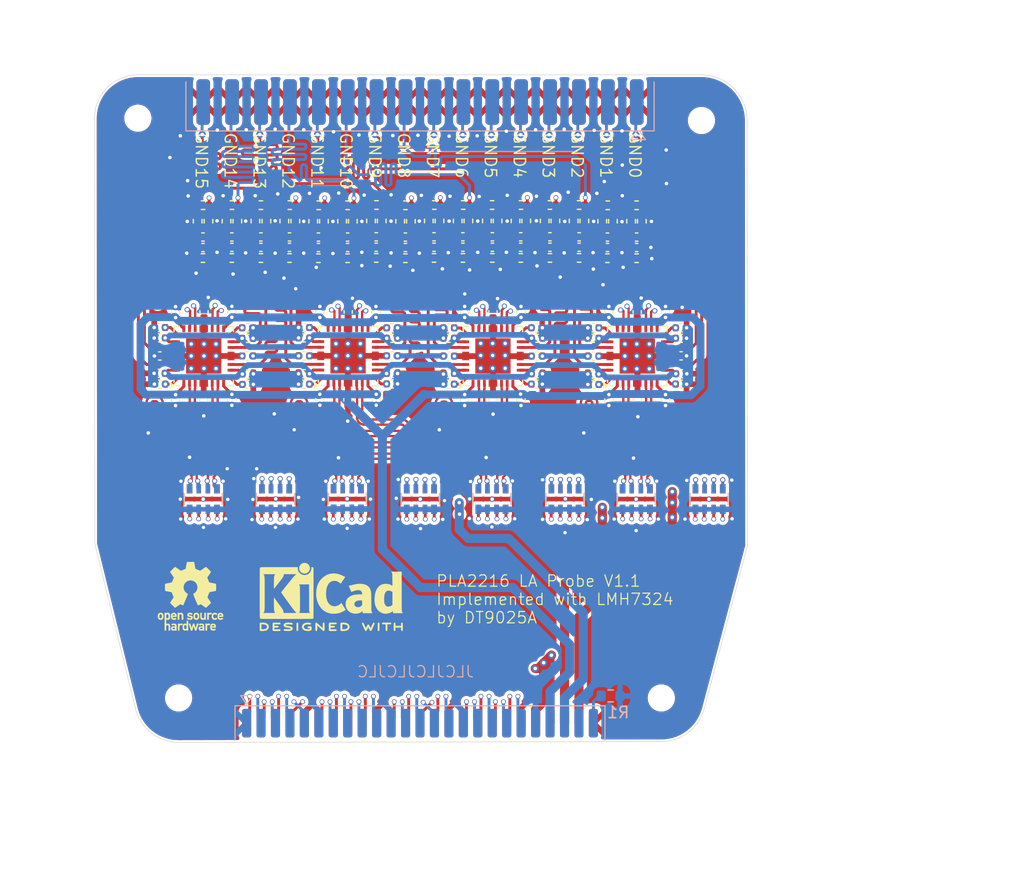
<source format=kicad_pcb>
(kicad_pcb (version 20240108) (generator "pcbnew") (generator_version "8.0")
  (layers (0 "F.Cu" signal) (1 "In1.Cu" signal) (2 "In2.Cu" signal) (3 "In3.Cu" signal) (4 "In4.Cu" signal) (31 "B.Cu" signal) (34 "B.Paste" user) (35 "F.Paste" user) (36 "B.SilkS" user "B.Silkscreen") (37 "F.SilkS" user "F.Silkscreen") (38 "B.Mask" user) (39 "F.Mask" user) (44 "Edge.Cuts" user))
  (net 0 "")
  (net 1 "Net-(C1-Pad1)")
  (net 2 "Net-(U1A-+)")
  (net 3 "Net-(U1B-+)")
  (net 4 "Net-(U1C-+)")
  (net 5 "Net-(U1D-+)")
  (net 6 "GND")
  (net 7 "VREF0_7")
  (net 8 "+4V")
  (net 9 "+2V5")
  (net 10 "-2V5")
  (net 11 "Net-(U2A-+)")
  (net 12 "Net-(U2B-+)")
  (net 13 "Net-(U2C-+)")
  (net 14 "Net-(U2D-+)")
  (net 15 "Net-(U3A-+)")
  (net 16 "Net-(U3B-+)")
  (net 17 "Net-(C51-Pad1)")
  (net 18 "Net-(U3C-+)")
  (net 19 "Net-(U3D-+)")
  (net 20 "VREF8_15")
  (net 21 "Net-(C73-Pad1)")
  (net 22 "Net-(U4A-+)")
  (net 23 "Net-(U4B-+)")
  (net 24 "Net-(U4C-+)")
  (net 25 "Net-(U4D-+)")
  (net 26 "/OUT5P")
  (net 27 "/OUT0N")
  (net 28 "/OUT12N")
  (net 29 "/OUT14N")
  (net 30 "/OUT5N")
  (net 31 "/OUT4N")
  (net 32 "/OUT2N")
  (net 33 "/OUT9P")
  (net 34 "/OUT3N")
  (net 35 "/OUT0P")
  (net 36 "/OUT6N")
  (net 37 "/OUT1N")
  (net 38 "/OUT13N")
  (net 39 "/OUT10N")
  (net 40 "/OUT3P")
  (net 41 "/OUT7P")
  (net 42 "/OUT13P")
  (net 43 "/OUT2P")
  (net 44 "/OUT9N")
  (net 45 "/OUT15P")
  (net 46 "/OUT4P")
  (net 47 "/OUT15N")
  (net 48 "/OUT12P")
  (net 49 "/OUT11N")
  (net 50 "/OUT10P")
  (net 51 "/OUT1P")
  (net 52 "/OUT6P")
  (net 53 "/OUT11P")
  (net 54 "/OUT7N")
  (net 55 "/OUT14P")
  (net 56 "/OUT8P")
  (net 57 "/OUT8N")
  (net 58 "/IN14")
  (net 59 "/IN7")
  (net 60 "/IN11")
  (net 61 "/IN0")
  (net 62 "/IN5")
  (net 63 "/IN13")
  (net 64 "/IN9")
  (net 65 "/IN12")
  (net 66 "/IN4")
  (net 67 "/IN3")
  (net 68 "/IN10")
  (net 69 "/IN2")
  (net 70 "/IN1")
  (net 71 "/IN8")
  (net 72 "/IN15")
  (net 73 "/IN6")
  (net 74 "Net-(C7-Pad1)")
  (net 75 "Net-(C12-Pad1)")
  (net 76 "Net-(C17-Pad1)")
  (net 77 "Net-(C23-Pad1)")
  (net 78 "Net-(C29-Pad1)")
  (net 79 "Net-(C34-Pad1)")
  (net 80 "Net-(C39-Pad1)")
  (net 81 "Net-(C45-Pad1)")
  (net 82 "Net-(C56-Pad1)")
  (net 83 "Net-(C61-Pad1)")
  (net 84 "Net-(C67-Pad1)")
  (net 85 "Net-(C78-Pad1)")
  (net 86 "Net-(C83-Pad1)")
  (net 87 "Net-(J2-Pin_49)")
  (net 88 "Net-(R2-Pad2)")
  (net 89 "Net-(R6-Pad2)")
  (net 90 "Net-(R10-Pad2)")
  (net 91 "Net-(R14-Pad2)")
  (net 92 "Net-(R18-Pad2)")
  (net 93 "Net-(R22-Pad2)")
  (net 94 "Net-(R26-Pad2)")
  (net 95 "Net-(R30-Pad2)")
  (net 96 "Net-(R34-Pad2)")
  (net 97 "Net-(R38-Pad2)")
  (net 98 "Net-(R42-Pad2)")
  (net 99 "Net-(R46-Pad2)")
  (net 100 "Net-(R50-Pad2)")
  (net 101 "Net-(R54-Pad2)")
  (net 102 "Net-(R58-Pad2)")
  (net 103 "Net-(R62-Pad2)")
  (net 104 "/CH0-3/OUT_3N")
  (net 105 "/CH0-3/OUT_0N")
  (net 106 "/CH0-3/OUT_3P")
  (net 107 "/CH0-3/OUT_0P")
  (net 108 "/CH0-3/OUT_1P")
  (net 109 "/CH0-3/OUT_2N")
  (net 110 "/CH0-3/OUT_1N")
  (net 111 "/CH0-3/OUT_2P")
  (net 112 "/CH4-7/OUT_0P")
  (net 113 "/CH4-7/OUT_3N")
  (net 114 "/CH4-7/OUT_0N")
  (net 115 "/CH4-7/OUT_3P")
  (net 116 "/CH4-7/OUT_1P")
  (net 117 "/CH4-7/OUT_2N")
  (net 118 "/CH4-7/OUT_2P")
  (net 119 "/CH4-7/OUT_1N")
  (net 120 "/CH8-11/OUT_0P")
  (net 121 "/CH8-11/OUT_3P")
  (net 122 "/CH8-11/OUT_3N")
  (net 123 "/CH8-11/OUT_0N")
  (net 124 "/CH8-11/OUT_1N")
  (net 125 "/CH8-11/OUT_1P")
  (net 126 "/CH8-11/OUT_2P")
  (net 127 "/CH8-11/OUT_2N")
  (net 128 "/CH12-15/OUT_3P")
  (net 129 "/CH12-15/OUT_0P")
  (net 130 "/CH12-15/OUT_0N")
  (net 131 "/CH12-15/OUT_3N")
  (net 132 "/CH12-15/OUT_1P")
  (net 133 "/CH12-15/OUT_2P")
  (net 134 "/CH12-15/OUT_2N")
  (net 135 "/CH12-15/OUT_1N")
  (footprint "Resistor_SMD:R_0402_1005Metric" (layer "F.Cu") (at 47.9482 32.865349 90)
    (property "Reference" "R14" (hide yes))
    (property "Value" "499" (hide yes))
  )
  (footprint "Resistor_SMD:R_0402_1005Metric" (layer "F.Cu") (at 41.9042 32.871949 -90)
    (property "Reference" "R8" (hide yes))
    (property "Value" "90.9K" (hide yes))
  )
  (footprint "Capacitor_SMD:C_0402_1005Metric" (layer "F.Cu") (at 74.1382 47.224449)
    (property "Reference" "C79" (hide yes))
    (property "Value" "100n" (hide yes))
  )
  (footprint "Capacitor_SMD:C_0402_1005Metric" (layer "F.Cu") (at 81.8744 46.284649 180)
    (property "Reference" "C72" (hide yes))
    (property "Value" "100n" (hide yes))
  )
  (footprint "Resistor_SMD:R_0402_1005Metric" (layer "F.Cu") (at 65.7242 32.852649 90)
    (property "Reference" "R42" (hide yes))
    (property "Value" "499" (hide yes))
  )
  (footprint "Resistor_SMD:R_0402_1005Metric" (layer "F.Cu") (at 42.3792 31.461949)
    (property "Reference" "R7" (hide yes))
    (property "Value" "300" (hide yes))
  )
  (footprint "Capacitor_SMD:C_0402_1005Metric" (layer "F.Cu") (at 50.1072 40.851649 -90)
    (property "Reference" "C25" (hide yes))
    (property "Value" "100n" (hide yes))
  )
  (footprint "Resistor_SMD:R_0402_1005Metric" (layer "F.Cu") (at 78.4028 32.878049 90)
    (property "Reference" "R62" (hide yes))
    (property "Value" "499" (hide yes))
  )
  (footprint "Capacitor_SMD:C_0402_1005Metric" (layer "F.Cu") (at 60.1402 34.247649 180)
    (property "Reference" "C45" (hide yes))
    (property "Value" "3.3p" (hide yes))
  )
  (footprint "Capacitor_SMD:C_0402_1005Metric" (layer "F.Cu") (at 52.5964 40.851649 -90)
    (property "Reference" "C26" (hide yes))
    (property "Value" "100n" (hide yes))
  )
  (footprint "Capacitor_SMD:C_0402_1005Metric" (layer "F.Cu") (at 81.8546 47.199049 180)
    (property "Reference" "C68" (hide yes))
    (property "Value" "100n" (hide yes))
  )
  (footprint "Capacitor_SMD:C_0402_1005Metric" (layer "F.Cu") (at 75.5072 48.593449 90)
    (property "Reference" "C69" (hide yes))
    (property "Value" "100n" (hide yes))
  )
  (footprint "Capacitor_SMD:C_0402_1005Metric" (layer "F.Cu") (at 39.8386 34.266349 180)
    (property "Reference" "C1" (hide yes))
    (property "Value" "3.3p")
  )
  (footprint "Resistor_SMD:R_0402_1005Metric" (layer "F.Cu") (at 77.463 32.878049 -90)
    (property "Reference" "R64" (hide yes))
    (property "Value" "90.9K" (hide yes))
  )
  (footprint "Capacitor_SMD:C_0402_1005Metric" (layer "F.Cu") (at 52.571 48.568049 90)
    (property "Reference" "C90" (hide yes))
    (property "Value" "100n" (hide yes))
  )
  (footprint "Capacitor_SMD:C_0402_1005Metric" (layer "F.Cu") (at 72.8956 35.162049 180)
    (property "Reference" "C76" (hide yes))
    (property "Value" "27p" (hide yes))
  )
  (footprint "Capacitor_SMD:C_0402_1005Metric" (layer "F.Cu") (at 67.7856 40.849049 -90)
    (property "Reference" "C58" (hide yes))
    (property "Value" "100n" (hide yes))
  )
  (footprint "Capacitor_SMD:C_0402_1005Metric" (layer "F.Cu") (at 65.2696 35.162049 180)
    (property "Reference" "C59" (hide yes))
    (property "Value" "27p" (hide yes))
  )
  (footprint "Resistor_SMD:R_0402_1005Metric" (layer "F.Cu") (at 62.7036 31.453649)
    (property "Reference" "R39" (hide yes))
    (property "Value" "300" (hide yes))
  )
  (footprint "Capacitor_SMD:C_0402_1005Metric" (layer "F.Cu") (at 43.777 46.310049 180)
    (property "Reference" "C6" (hide yes))
    (property "Value" "100n" (hide yes))
  )
  (footprint "Package_DFN_QFN:WQFN-32-1EP_5x5mm_P0.5mm_EP3.1x3.1mm" (layer "F.Cu") (at 65.3178 44.722249 90)
    (property "Reference" "U3" (hide yes))
    (property "Value" "LMH7324" (hide yes))
  )
  (footprint "Capacitor_SMD:C_0402_1005Metric" (layer "F.Cu") (at 77.9964 40.851649 -90)
    (property "Reference" "C92" (hide yes))
    (property "Value" "100n" (hide yes))
  )
  (footprint "Resistor_SMD:R_Array_Convex_4x0603" (layer "F.Cu") (at 65.2394 57.296449 90)
    (property "Reference" "RN9" (hide yes))
    (property "Value" "49R9" (hide yes))
  )
  (footprint "Resistor_SMD:R_0402_1005Metric" (layer "F.Cu") (at 49.9822 36.127249)
    (property "Reference" "R21" (hide yes))
    (property "Value" "10K" (hide yes))
  )
  (footprint "Symbol:KiCad-Logo2_5mm_SilkScreen" (layer "F.Cu") (at 51.1048 65.8876)
    (property "Reference" "REF**" (hide yes))
    (property "Value" "KiCad-Logo2_5mm_SilkScreen" (hide yes))
  )
  (footprint "Capacitor_SMD:C_0402_1005Metric" (layer "F.Cu") (at 48.7128 47.199049)
    (property "Reference" "C40" (hide yes))
    (property "Value" "100n" (hide yes))
  )
  (footprint "Capacitor_SMD:C_0402_1005Metric" (layer "F.Cu") (at 36.0446 44.721049)
    (property "Reference" "C93" (hide yes))
    (property "Value" "100n" (hide yes))
  )
  (footprint "Resistor_SMD:R_0402_1005Metric" (layer "F.Cu") (at 75.3782 36.127249)
    (property "Reference" "R61" (hide yes))
    (property "Value" "10K" (hide yes))
  )
  (footprint "Capacitor_SMD:C_0402_1005Metric" (layer "F.Cu") (at 47.4402 35.174749 180)
    (property "Reference" "C21" (hide yes))
    (property "Value" "27p" (hide yes))
  )
  (footprint "Capacitor_SMD:C_0402_1005Metric" (layer "F.Cu") (at 43.7546 43.171049 180)
    (property "Reference" "C11" (hide yes))
    (property "Value" "100n" (hide yes))
  )
  (footprint "Resistor_SMD:R_0402_1005Metric" (layer "F.Cu") (at 40.3186 32.876349 90)
    (property "Reference" "R2" (hide yes))
    (property "Value" "499")
  )
  (footprint "Capacitor_SMD:C_0402_1005Metric" (layer "F.Cu") (at 75.5072 40.851649 -90)
    (property "Reference" "C75" (hide yes))
    (property "Value" "100n" (hide yes))
  )
  (footprint "Capacitor_SMD:C_0402_1005Metric" (layer "F.Cu") (at 67.7602 34.247649 180)
    (property "Reference" "C61" (hide yes))
    (property "Value" "3.3p" (hide yes))
  )
  (footprint "Capacitor_SMD:C_0402_1005Metric" (layer "F.Cu") (at 47.4376 34.260349 180)
    (property "Reference" "C17" (hide yes))
    (property "Value" "3.3p" (hide yes))
  )
  (footprint "Capacitor_SMD:C_0402_1005Metric" (layer "F.Cu") (at 52.5456 34.273049 180)
    (property "Reference" "C29" (hide yes))
    (property "Value" "3.3p" (hide yes))
  )
  (footprint "Capacitor_SMD:C_0402_1005Metric" (layer "F.Cu") (at 61.4356 42.246049)
    (property "Reference" "C46" (hide yes))
    (property "Value" "100n" (hide yes))
  )
  (footprint "Capacitor_SMD:C_0402_1005Metric" (layer "F.Cu") (at 81.8546 42.246049 180)
    (property "Reference" "C84" (hide yes))
    (property "Value" "100n" (hide yes))
  )
  (footprint "Resistor_SMD:R_0402_1005Metric" (layer "F.Cu") (at 69.8644 32.852649 -90)
    (property "Reference" "R52" (hide yes))
    (property "Value" "90.9K" (hide yes))
  )
  (footprint "Resistor_SMD:R_0402_1005Metric" (layer "F.Cu") (at 52.5456 36.127249)
    (property "Reference" "R25" (hide yes))
    (property "Value" "10K" (hide yes))
  )
  (footprint "Capacitor_SMD:C_0402_1005Metric" (layer "F.Cu") (at 36.0196 46.246049)
    (property "Reference" "C22" (hide yes))
    (property "Value" "100n" (hide yes))
  )
  (footprint "Capacitor_SMD:C_0402_1005Metric" (layer "F.Cu") (at 70.3256 35.162049 180)
    (property "Reference" "C71" (hide yes))
    (property "Value" "27p" (hide yes))
  )
  (footprint "Capacitor_SMD:C_0402_1005Metric" (layer "F.Cu") (at 48.7154 46.284649)
    (property "Reference" "C44" (hide yes))
    (property "Value" "100n" (hide yes))
  )
  (footprint "Resistor_SMD:R_0402_1005Metric" (layer "F.Cu") (at 52.5456 31.479049)
    (property "Reference" "R23" (hide yes))
    (property "Value" "300" (hide yes))
  )
  (footprint "Capacitor_SMD:C_0402_1005Metric" (layer "F.Cu") (at 37.4246 40.866049 -90)
    (property "Reference" "C19" (hide yes))
    (property "Value" "100n" (hide yes))
  )
  (footprint "Resistor_SMD:R_0402_1005Metric" (layer "F.Cu") (at 57.6256 31.479049)
    (property "Reference" "R31" (hide yes))
    (property "Value" "300" (hide yes))
  )
  (footprint "Capacitor_SMD:C_0402_1005Metric" (layer "F.Cu") (at 55.0602 48.568049 90)
    (property "Reference" "C41" (hide yes))
    (property "Value" "100n" (hide yes))
  )
  (footprint "Resistor_SMD:R_0402_1005Metric" (layer "F.Cu") (at 75.4036 31.479049)
    (property "Reference" "R59" (hide yes))
    (property "Value" "300" (hide yes))
  )
  (footprint "Resistor_SMD:R_0402_1005Metric" (layer "F.Cu") (at 50.0056 31.479049)
    (property "Reference" "R19" (hide yes))
    (property "Value" "300" (hide yes))
  )
  (footprint "Resistor_SMD:R_0402_1005Metric" (layer "F.Cu") (at 65.2436 31.453649)
    (property "Reference" "R43" (hide yes))
    (property "Value" "300" (hide yes))
  )
  (footprint "Resistor_SMD:R_0402_1005Metric" (layer "F.Cu") (at 60.6228 32.852649 90)
    (property "Reference" "R34" (hide yes))
    (property "Value" "499" (hide yes))
  )
  (footprint "Capacitor_SMD:C_0402_1005Metric" (layer "F.Cu") (at 80.4856 48.593449 90)
    (property "Reference" "C85" (hide yes))
    (property "Value" "100n" (hide yes))
  )
  (footprint "Resistor_SMD:R_Array_Convex_4x0603" (layer "F.Cu") (at 77.914 57.296449 90)
    (property "Reference" "RN13" (hide yes))
    (property "Value" "49R9" (hide yes))
  )
  (footprint "Capacitor_SMD:C_0402_1005Metric" (layer "F.Cu") (at 36.0296 42.221049)
    (property "Reference" "C8" (hide yes))
    (property "Value" "100n" (hide yes))
  )
  (footprint "Capacitor_SMD:C_0402_1005Metric" (layer "F.Cu") (at 39.8996 48.601049 90)
    (property "Reference" "C20" (hide yes))
    (property "Value" "100n" (hide yes))
  )
  (footprint "Resistor_SMD:R_0402_1005Metric" (layer "F.Cu") (at 60.1402 36.101849)
    (property "Reference" "R37" (hide yes))
    (property "Value" "10K" (hide yes))
  )
  (footprint "MountingHole:MountingHole_2.2mm_M2" (layer "F.Cu") (at 37.693599 74.777601)
    (property "Reference" "H3" (hide yes))
    (property "Value" "MountingHole" (hide yes))
  )
  (footprint "Resistor_SMD:R_0402_1005Metric" (layer "F.Cu") (at 63.1608 32.852649 90)
    (property "Reference" "R38" (hide yes))
    (property "Value" "499" (hide yes))
  )
  (footprint "Resistor_SMD:R_0402_1005Metric" (layer "F.Cu") (at 55.0836 31.453649)
    (property "Reference" "R27" (hide yes))
    (property "Value" "300" (hide yes))
  )
  (footprint "Capacitor_SMD:C_0402_1005Metric" (layer "F.Cu") (at 62.8326 48.593449 90)
    (property "Reference" "C63" (hide yes))
    (property "Value" "100n" (hide yes))
  )
  (footprint "Resistor_SMD:R_0402_1005Metric" (layer "F.Cu") (at 45.4082 32.865349 90)
    (property "Reference" "R10" (hide yes))
    (property "Value" "499" (hide yes))
  )
  (footprint "Resistor_SMD:R_0402_1005Metric" (layer "F.Cu") (at 68.2428 32.852649 90)
    (property "Reference" "R46" (hide yes))
    (property "Value" "499" (hide yes))
  )
  (footprint "Resistor_SMD:R_0402_1005Metric" (layer "F.Cu") (at 62.221 32.852649 -90)
    (property "Reference" "R40" (hide yes))
    (property "Value" "90.9K" (hide yes))
  )
  (footprint "Resistor_SMD:R_0402_1005Metric" (layer "F.Cu") (at 74.923 32.878049 -90)
    (property "Reference" "R60" (hide yes))
    (property "Value" "90.9K" (hide yes))
  )
  (footprint "Capacitor_SMD:C_0402_1005Metric" (layer "F.Cu") (at 72.8956 34.247649 180)
    (property "Reference" "C73" (hide yes))
    (property "Value" "3.3p" (hide yes))
  )
  (footprint "Capacitor_SMD:C_0402_1005Metric" (layer "F.Cu") (at 56.4516 46.259249 180)
    (property "Reference" "C28" (hide yes))
    (property "Value" "100n" (hide yes))
  )
  (footprint "MountingHole:MountingHole_2.2mm_M2" (layer "F.Cu") (at 80.116002 74.777602)
    (property "Reference" "H4" (hide yes))
    (property "Value" "MountingHole" (hide yes))
  )
  (footprint "Resistor_SMD:R_0402_1005Metric" (layer "F.Cu") (at 59.683 32.852649 -90)
    (property "Reference" "R36" (hide yes))
    (property "Value" "90.9K" (hide yes))
  )
  (footprint "Capacitor_SMD:C_0402_1005Metric" (layer "F.Cu") (at 75.3828 35.187449 180)
    (property "Reference" "C81" (hide yes))
    (property "Value" "27p" (hide yes))
  )
  (footprint "MountingHole:MountingHole_2.2mm_M2" (layer "F.Cu") (at 83.642201 24.028399)
    (property "Reference" "H2" (hide yes))
    (property "Value" "MountingHole" (hide yes))
  )
  (footprint "Capacitor_SMD:C_0402_1005Metric" (layer "F.Cu") (at 81.8546 44.709849 180)
    (property "Reference" "C70" (hide yes))
    (property "Value" "100n" (hide yes))
  )
  (footprint "Capacitor_SMD:C_0402_1005Metric" (layer "F.Cu") (at 49.9822 34.273049 180)
    (property "Reference" "C23" (hide yes))
    (property "Value" "3.3p" (hide yes))
  )
  (footprint "Resistor_SMD:R_0402_1005Metric" (layer "F.Cu") (at 67.303 32.852649 -90)
    (property "Reference" "R48" (hide yes))
    (property "Value" "90.9K" (hide yes))
  )
  (footprint "Capacitor_SMD:C_0402_1005Metric" (layer "F.Cu") (at 39.9246 40.846049 -90)
    (property "Reference" "C4" (hide yes))
    (property "Value" "100n" (hide yes))
  )
  (footprint "Capacitor_SMD:C_0402_1005Metric" (layer "F.Cu") (at 56.4546 42.246049 180)
    (property "Reference" "C35" (hide yes))
    (property "Value" "100n" (hide yes))
  )
  (footprint "Resistor_SMD:R_0402_1005Metric" (layer "F.Cu") (at 47.4636 31.466349)
    (property "Reference" "R15" (hide yes))
    (property "Value" "300" (hide yes))
  )
  (footprint "Capacitor_SMD:C_0402_1005Metric" (layer "F.Cu") (at 60.1428 35.162049 180)
    (property "Reference" "C49" (hide yes))
    (property "Value" "27p" (hide yes))
  )
  (footprint "Capacitor_SMD:C_0402_1005Metric" (layer "F.Cu") (at 44.9256 35.174749 180)
    (property "Reference" "C15" (hide yes))
    (property "Value" "27p" (hide yes))
  )
  (footprint "Resistor_SMD:R_0402_1005Metric" (layer "F.Cu") (at 39.3686 32.876349 -90)
    (property "Reference" "R4" (hide yes))
    (property "Value" "90.9K")
  )
  (footprint "Capacitor_SMD:C_0402_1005Metric" (layer "F.Cu") (at 36.0446 47.196049)
    (property "Reference" "C13" (hide yes))
    (property "Value" "100n" (hide yes))
  )
  (footprint "Resistor_SMD:R_0402_1005Metric" (layer "F.Cu") (at 50.4648 32.878049 90)
    (property "Reference" "R18" (hide yes))
    (property "Value" "499" (hide yes))
  )
  (footprint "Resistor_SMD:R_0402_1005Metric" (layer "F.Cu") (at 55.5428 32.852649 90)
    (property "Reference" "R26" (hide yes))
    (property "Value" "499" (hide yes))
  )
  (footprint "Capacitor_SMD:C_0402_1005Metric" (layer "F.Cu") (at 77.9456 34.273049 180)
    (property "Reference" "C83" (hide yes))
    (property "Value" "3.3p" (hide yes))
  )
  (footprint "Capacitor_SMD:C_0402_1005Metric" (layer "F.Cu") (at 74.1382 42.246049)
    (property "Reference" "C74" (hide yes))
    (property "Value" "100n" (hide yes))
  )
  (footprint "Capacitor_SMD:C_0402_1005Metric" (layer "F.Cu") (at 43.7546 44.721049 180)
    (property "Reference" "C89" (hide yes))
    (property "Value" "100n" (hide yes))
  )
  (footprint "Capacitor_SMD:C_0402_1005Metric" (layer "F.Cu") (at 48.7128 44.709849)
    (property "Reference" "C94" (hide yes))
    (property "Value" "100n" (hide yes))
  )
  (footprint "Package_DFN_QFN:WQFN-32-1EP_5x5mm_P0.5mm_EP3.1x3.1mm" (layer "F.Cu") (at 77.999 44.722249 90)
    (property "Reference" "U4" (hide yes))
    (property "Value" "LMH7324" (hide yes))
  )
  (footprint "Capacitor_SMD:C_0402_1005Metric" (layer "F.Cu") (at 43.7546 42.246049 180)
    (property "Reference" "C18" (hide yes))
    (property "Value" "100n" (hide yes))
  )
  (footprint "Resistor_SMD:R_Array_Convex_4x0603" (layer "F.Cu") (at 71.6526 57.296449 90)
    (property "Reference" "RN10" (hide yes))
    (property "Value" "49R9" (hide yes))
  )
  (footprint "Resistor_SMD:R_0402_1005Metric" (layer "F.Cu") (at 77.9436 31.479049)
    (property "Reference" "R63" (hide yes))
    (property "Value" "300" (hide yes))
  )
  (footprint "Capacitor_SMD:C_0402_1005Metric" (layer "F.Cu") (at 61.4382 47.199049)
    (property "Reference" "C57" (hide yes))
    (property "Value" "100n" (hide yes))
  )
  (footprint "Capacitor_SMD:C_0402_1005Metric" (layer "F.Cu") (at 69.1878 46.284649 180)
    (property "Reference" "C50" (hide yes))
    (property "Value" "100n" (hide yes))
  )
  (footprint "Resistor_SMD:R_0402_1005Metric" (layer "F.Cu") (at 67.7836 31.453649)
    (property "Reference" "R47" (hide yes))
    (property "Value" "300" (hide yes))
  )
  (footprint "Capacitor_SMD:C_0402_1005Metric" (layer "F.Cu") (at 42.3746 48.576049 90)
    (property "Reference" "C14" (hide yes))
    (property "Value" "100n" (hide yes))
  )
  (footprint "Capacitor_SMD:C_0402_1005Metric" (layer "F.Cu") (at 55.0348 40.851649 -90)
    (property "Reference" "C31" (hide yes))
    (property "Value" "100n" (hide yes))
  )
  (footprint "Capacitor_SMD:C_0402_1005Metric" (layer "F.Cu") (at 75.3802 34.273049 180)
    (property "Reference" "C78" (hide yes))
    (property "Value" "3.3p" (hide yes))
  )
  (footprint "Resistor_SMD:R_0402_1005Metric" (layer "F.Cu") (at 44.443 32.865349 -90)
    (property "Reference" "R12" (hide yes))
    (property "Value" "90.9K" (hide yes))
  )
  (footprint "Resistor_SMD:R_0402_1005Metric" (layer "F.Cu") (at 46.983 32.865349 -90)
    (property "Reference" "R16" (hide yes))
    (property "Value" "90.9K" (hide yes))
  )
  (footprint "Capacitor_SMD:C_0402_1005Metric" (layer "F.Cu") (at 61.4434 46.259249)
    (property "Reference" "C66" (hide yes))
    (property "Value" "100n" (hide yes))
  )
  (footprint "Capacitor_SMD:C_0402_1005Metric" (layer "F.Cu") (at 67.7856 48.593449 90)
    (property "Reference" "C53" (hide yes))
    (property "Value" "100n" (hide yes))
  )
  (footprint "Capacitor_SMD:C_0402_1005Metric" (layer "F.Cu") (at 36.0326 43.135049)
    (property "Reference" "C16" (hide yes))
    (property "Value" "100n" (hide yes))
  )
  (footprint "Capacitor_SMD:C_0402_1005Metric" (layer "F.Cu") (at 62.6782 35.162049 180)
    (property "Reference" "C54" (hide yes))
    (property "Value" "27p" (hide yes))
  )
  (footprint "Resistor_SMD:R_0402_1005Metric" (layer "F.Cu") (at 62.6782 36.101849)
    (property "Reference" "R41" (hide yes))
    (property "Value" "10K" (hide yes))
  )
  (footprint "Capacitor_SMD:C_0402_1005Metric" (layer "F.Cu") (at 62.6782 34.247649 180)
    (property "Reference" "C51" (hide yes))
    (property "Value" "3.3p" (hide yes))
  )
  (footprint "Capacitor_SMD:C_0402_1005Metric" (layer "F.Cu") (at 49.9822 35.187449 180)
    (property "Reference" "C27" (hide yes))
    (property "Value" "27p" (hide yes))
  )
  (footprint "Capacitor_SMD:C_0402_1005Metric" (layer "F.Cu") (at 67.7602 35.162049 180)
    (property "Reference" "C65" (hide yes))
    (property "Value" "27p" (hide yes))
  )
  (footprint "Capacitor_SMD:C_0402_1005Metric" (layer "F.Cu") (at 42.3746 40.841049 -90)
    (property "Reference" "C9" (hide yes))
    (property "Value" "100n" (hide yes))
  )
  (footprint "Resistor_SMD:R_0402_1005Metric" (layer "F.Cu") (at 42.8542 32.871949 90)
    (property "Reference" "R6" (hide yes))
    (property "Value" "499" (hide yes))
  )
  (footprint "Resistor_SMD:R_0402_1005Metric" (layer "F.Cu") (at 39.8336 36.116349)
    (property "Reference" "R5" (hide yes))
    (property "Value" "10K" (hide yes))
  )
  (footprint "Resistor_SMD:R_0402_1005Metric" (layer "F.Cu") (at 55.0602 36.101849)
    (property "Reference" "R29" (hide yes))
    (property "Value" "10K" (hide yes))
  )
  (footprint "Resistor_SMD:R_0402_1005Metric" (layer "F.Cu") (at 39.8436 31.466349)
    (property "Reference" "R3" (hide yes))
    (property "Value" "300")
  )
  (footprint "Resistor_SMD:R_0402_1005Metric" (layer "F.Cu") (at 47.4422 36.114549)
    (property "Reference" "R17" (hide yes))
    (property "Value" "10K" (hide yes))
  )
  (footprint "Resistor_SMD:R_0402_1005Metric" (layer "F.Cu") (at 60.1636 31.453649)
    (property "Reference" "R35" (hide yes))
    (property "Value" "300" (hide yes))
  )
  (footprint "Capacitor_SMD:C_0402_1005Metric" (layer "F.Cu") (at 44.9256 34.260349 180)
    (property "Reference" "C12" (hide yes))
    (property "Value" "3.3p" (hide yes))
  )
  (footprint "Resistor_SMD:R_0402_1005Metric" (layer "F.Cu") (at 54.603 32.852649 -90)
    (property "Reference" "R28" (hide yes))
    (property "Value" "90.9K" (hide yes))
  )
  (footprint "Capacitor_SMD:C_0402_1005Metric" (layer "F.Cu") (at 65.3218 40.851649 -90)
    (property "Reference" "C64" (hide yes))
    (property "Value" "100n" (hide yes))
  )
  (footprint "Capacitor_SMD:C_0402_1005Metric" (layer "F.Cu") (at 74.1382 44.735249)
    (property "Reference" "C96" (hide yes))
    (property "Value" "100n" (hide yes))
  )
  (footprint "Capacitor_SMD:C_0402_1005Metric" (layer "F.Cu") (at 42.3742 34.260349 180)
    (property "Reference" "C7" (hide yes))
    (property "Value" "3.3p" (hide yes))
  )
  (footprint "Capacitor_SMD:C_0402_1005Metric" (layer "F.Cu") (at 77.9456 35.187449 180)
    (property "Reference" "C87" (hide yes))
    (property "Value" "27p" (hide yes))
  )
  (footprint "Resistor_SMD:R_0402_1005Metric" (layer "F.Cu") (at 57.1664 32.878049 -90)
    (property "Reference" "R32" (hide yes))
    (property "Value" "90.9K" (hide yes))
  )
  (footprint "Resistor_SMD:R_0402_1005Metric" (layer "F.Cu") (at 72.4104 32.852649 -90)
    (property "Reference" "R56" (hide yes))
    (property "Value" "90.9K" (hide yes))
  )
  (footprint "Capacitor_SMD:C_0402_1005Metric" (layer "F.Cu") (at 37.4246 48.601049 90)
    (property "Reference" "C3" (hide yes))
    (property "Value" "100n" (hide yes))
  )
  (footprint "Resistor_SMD:R_0402_1005Metric" (layer "F.Cu") (at 67.7602 36.101849)
    (property "Reference" "R49" (hide yes))
    (property "Value" "10K" (hide yes))
  )
  (footprint "Resistor_SMD:R_0402_1005Metric" (layer "F.Cu") (at 75.8628 32.878049 90)
    (property "Reference" "R58" (hide yes))
    (property "Value" "499" (hide yes))
  )
  (footprint "Resistor_SMD:R_0402_1005Metric" (layer "F.Cu") (at 73.3502 32.852649 90)
    (property "Reference" "R54" (hide yes))
    (property "Value" "499" (hide yes))
  )
  (footprint "Resistor_SMD:R_Array_Convex_4x0603" (layer "F.Cu") (at 46.2146 57.296449 90)
    (property "Reference" "RN2" (hide yes))
    (property "Value" "49R9" (hide yes))
  )
  (footprint "Capacitor_SMD:C_0402_1005Metric" (layer "F.Cu") (at 69.1904 43.160449 180)
    (property "Reference" "C60" (hide yes))
    (property "Value" "100n" (hide yes))
  )
  (footprint "Resistor_SMD:R_0402_1005Metric" (layer "F.Cu") (at 65.265 36.101849)
    (property "Reference" "R45" (hide yes))
    (property "Value" "10K" (hide yes))
  )
  (footprint "Capacitor_SMD:C_0402_1005Metric" (layer "F.Cu") (at 70.3282 34.247649 180)
    (property "Reference" "C67" (hide yes))
    (property "Value" "3.3p" (hide yes))
  )
  (footprint "Resistor_SMD:R_0402_1005Metric" (layer "F.Cu") (at 77.9456 36.127249)
    (property "Reference" "R65" (hide yes))
    (property "Value" "10K" (hide yes))
  )
  (footprint "Capacitor_SMD:C_0402_1005Metric" (layer "F.Cu") (at 48.718 43.135049)
    (property "Reference" "C33" (hide yes))
    (property "Value" "100n" (hide yes))
  )
  (footprint "Capacitor_SMD:C_0402_1005Metric" (layer "F.Cu") (at 43.7796 47.221049 180)
    (property "Reference" "C2" (hide yes))
    (property "Value" "100n" (hide yes))
  )
  (footprint "Capacitor_SMD:C_0402_1005Metric" (layer "F.Cu") (at 48.7128 42.220649)
    (property "Reference" "C24" (hide yes))
    (property "Value" "100n" (hide yes))
  )
  (footprint "Resistor_SMD:R_0402_1005Metric" (layer "F.Cu") (at 44.9276 36.114549)
    (property "Reference" "R13" (hide yes))
    (property "Value" "10K" (hide yes))
  )
  (footprint "Package_DFN_QFN:WQFN-32-1EP_5x5mm_P0.5mm_EP3.1x3.1mm" (layer "F.Cu") (at 39.8996 44.721049 90)
    (property "Reference" "U1" (hide yes))
    (property "Value" "LMH7324" (hide yes))
  )
  (footprint "Capacitor_SMD:C_0402_1005Metric" (layer "F.Cu") (at 69.1852 44.735249 180)
    (property "Reference" "C48" (hide yes))
    (property "Value" "100n" (hide yes))
  )
  (footprint "MountingHole:MountingHole_2.2mm_M2" (layer "F.Cu") (at 34.1122 23.8252)
    (property "Reference" "H1" (hide yes))
    (property "Value" "MountingHole" (hide yes))
  )
  (footprint "Capacitor_SMD:C_0402_1005Metric" (layer "F.Cu") (at 55.0602 35.162049 180)
    (property "Reference" "C37" (hide yes))
    (property "Value" "27p" (hide yes))
  )
  (footprint "Resistor_SMD:R_Array_Convex_4x0603" (layer "F.Cu") (at 52.514 57.296449 90)
    (property "Reference" "RN5" (hide yes))
    (property "Value" "49R9" (hide yes))
  )
  (footprint "Symbol:OSHW-Logo_5.7x6mm_SilkScreen" (layer "F.Cu") (at 38.735 65.8368)
    (property "Reference" "REF**" (hide yes))
    (property "Value" "OSHW-Logo_5.7x6mm_SilkScreen" (hide yes))
  )
  (footprint "Capacitor_SMD:C_0402_1005Metric" (layer "F.Cu") (at 78.0218 48.593449 90)
    (property "Reference" "C86" (hide yes))
    (property "Value" "100n" (hide yes))
  )
  (footprint "Capacitor_SMD:C_0402_1005Metric" (layer "F.Cu") (at 65.3218 48.593449 90)
    (property "Reference" "C91" (hide yes))
    (property "Value" "100n" (hide yes))
  )
  (footprint "Resistor_SMD:R_0402_1005Metric" (layer "F.Cu") (at 70.3282 36.101849)
    (property "Reference" "R53" (hide yes))
    (property "Value" "10K" (hide yes))
  )
  (footprint "Capacitor_SMD:C_0402_1005Metric" (layer "F.Cu") (at 62.8326 40.849049 -90)
    (property "Reference" "C47" (hide yes))
    (property "Value" "100n" (hide yes))
  )
  (footprint "Capacitor_SMD:C_0402_1005Metric" (layer "F.Cu") (at 80.4856 40.851649 -90)
    (property "Reference" "C80" (hide yes))
    (property "Value" "100n" (hide yes))
  )
  (footprint "Capacitor_SMD:C_0402_1005Metric" (layer "F.Cu") (at 55.0602 34.247649 180)
    (property "Reference" "C34" (hide yes))
    (property "Value" "3.3p" (hide yes))
  )
  (footprint "Capacitor_SMD:C_0402_1005Metric" (layer "F.Cu") (at 69.18 42.246049 180)
    (property "Reference" "C52" (hide yes))
    (property "Value" "100n" (hide yes))
  )
  (footprint "Resistor_SMD:R_0402_1005Metric" (layer "F.Cu") (at 72.891 31.453649)
    (property "Reference" "R55" (hide yes))
    (property "Value" "300" (hide yes))
  )
  (footprint "Resistor_SMD:R_0402_1005Metric" (layer "F.Cu") (at 44.9236 31.466349)
    (property "Reference" "R11" (hide yes))
    (property "Value" "300" (hide yes))
  )
  (footprint "Resistor_SMD:R_Array_Convex_4x0603" (layer "F.Cu") (at 39.8646 57.296449 90)
    (property "Reference" "RN1" (hide yes))
    (property "Value" "49R9" (hide yes))
  )
  (footprint "Resistor_SMD:R_0402_1005Metric" (layer "F.Cu") (at 64.7844 32.852649 -90)
    (property "Reference" "R44" (hide yes))
    (property "Value" "90.9K" (hide yes))
  )
  (footprint "Capacitor_SMD:C_0402_1005Metric" (layer "F.Cu") (at 56.4546 47.173649 180)
    (property "Reference" "C30" (hide yes))
    (property "Value" "100n" (hide yes))
  )
  (footprint "Resistor_SMD:R_0402_1005Metric" (layer "F.Cu") (at 58.1062 32.878049 90)
    (property "Reference" "R30" (hide yes))
    (property "Value" "499" (hide yes))
  )
  (footprint "Capacitor_SMD:C_0402_1005Metric" (layer "F.Cu") (at 39.8386 35.191349 180)
    (property "Reference" "C5" (hide yes))
    (property "Value" "27p" (hide yes))
  )
  (footprint "Resistor_SMD:R_Array_Convex_4x0603" (layer "F.Cu") (at 84.3146 57.296449 90)
    (property "Reference" "RN14" (hide yes))
    (property "Value" "49R9" (hide yes))
  )
  (footprint "Capacitor_SMD:C_0402_1005Metric" (layer "F.Cu") (at 61.4434 43.160449)
    (property "Reference" "C55" (hide yes))
    (property "Value" "100n" (hide yes))
  )
  (footprint "Capacitor_SMD:C_0402_1005Metric" (layer "F.Cu") (at 50.1072 48.568049 90)
    (property "Reference" "C36" (hide yes))
    (property "Value" "100n" (hide yes))
  )
  (footprint "Resistor_SMD:R_0402_1005Metric" (layer "F.Cu") (at 72.891 36.101849)
    (property "Reference" "R57" (hide yes))
    (property "Value" "10K" (hide yes))
  )
  (footprint "Resistor_SMD:R_0402_1005Metric" (layer "F.Cu") (at 52.063 32.878049 -90)
    (property "Reference" "R24" (hide yes))
    (property "Value" "90.9K" (hide yes))
  )
  (footprint "Resistor_SMD:R_0402_1005Metric" (layer "F.Cu") (at 53.0028 32.878049 90)
    (property "Reference" "R22" (hide yes))
    (property "Value" "499" (hide yes))
  )
  (footprint "Capacitor_SMD:C_0402_1005Metric" (layer "F.Cu") (at 42.3742 35.173549 180)
    (property "Reference" "C10" (hide yes))
    (property "Value" "27p" (hide yes))
  )
  (footprint "Capacitor_SMD:C_0402_1005Metric" (layer "F.Cu") (at 56.4542 43.160449 180)
    (property "Reference" "C38" (hide yes))
    (property "Value" "100n" (hide yes))
  )
  (footprint "Capacitor_SMD:C_0402_1005Metric" (layer "F.Cu") (at 52.5456 35.187449 180)
    (property "Reference" "C32" (hide yes))
    (property "Value" "27p" (hide yes))
  )
  (footprint "Resistor_SMD:R_0402_1005Metric" (layer "F.Cu") (at 42.3692 36.113349)
    (property "Reference" "R9" (hide yes))
    (property "Value" "10K" (hide yes))
  )
  (footprint "Capacitor_SMD:C_0402_1005Metric" (layer "F.Cu") (at 69.18 47.199049 180)
    (property "Reference" "C62" (hide yes))
    (property "Value" "100n" (hide yes))
  )
  (footprint "Capacitor_SMD:C_0402_1005Metric" (layer "F.Cu") (at 74.1326 43.160449)
    (property "Reference" "C82" (hide yes))
    (property "Value" "100n" (hide yes))
  )
  (footprint "Capacitor_SMD:C_0402_1005Metric" (layer "F.Cu") (at 56.4546 44.709849 180)
    (property "Reference" "C42" (hide yes))
    (property "Value" "100n" (hide yes))
  )
  (footprint "Capacitor_SMD:C_0402_1005Metric" (layer "F.Cu") (at 74.1382 46.310049)
    (property "Reference" "C88" (hide yes))
    (property "Value" "100n" (hide yes))
  )
  (footprint "Resistor_SMD:R_0402_1005Metric" (layer "F.Cu") (at 57.6236 36.127249)
    (property "Reference" "R33" (hide yes))
    (property "Value" "10K" (hide yes))
  )
  (footprint "Capacitor_SMD:C_0402_1005Metric" (layer "F.Cu") (at 57.6236 34.273049 180)
    (property "Reference" "C39" (hide yes))
    (property "Value" "3.3p" (hide yes))
  )
  (footprint "Resistor_SMD:R_Array_Convex_4x0603" (layer "F.Cu") (at 58.9464 57.296449 90)
    (property "Reference" "RN6" (hide yes))
    (property "Value" "49R9" (hide yes))
  )
  (footprint "Capacitor_SMD:C_0402_1005Metric" (layer "F.Cu") (at 57.6236 35.187449 180)
    (property "Reference" "C43" (hide yes))
    (property "Value" "27p" (hide yes))
  )
  (footprint "Resistor_SMD:R_0402_1005Metric" (layer "F.Cu") (at 70.3236 31.453649)
    (property "Reference" "R51" (hide yes))
    (property "Value" "300" (hide yes))
  )
  (footprint "Resistor_SMD:R_0402_1005Metric" (layer "F.Cu") (at 49.525 32.878049 -90)
    (property "Reference" "R20" (hide yes))
    (property "Value" "90.9K" (hide yes))
  )
  (footprint "Resistor_SMD:R_0402_1005Metric" (layer "F.Cu") (at 70.8042 32.852649 90)
    (property "Reference" "R50" (hide yes))
    (property "Value" "499" (hide yes))
  )
  (footprint "Package_DFN_QFN:WQFN-32-1EP_5x5mm_P0.5mm_EP3.1x3.1mm" (layer "F.Cu") (at 52.584 44.707249 90)
    (property "Reference" "U2" (hide yes))
    (property "Value" "LMH7324" (hide yes))
  )
  (footprint "Capacitor_SMD:C_0402_1005Metric" (layer "F.Cu") (at 65.2696 34.247649 180)
    (property "Reference" "C56" (hide yes))
    (property "Value" "3.3p" (hide yes))
  )
  (footprint "Capacitor_SMD:C_0402_1005Metric" (layer "F.Cu") (at 81.8546 43.160449 180)
    (property "Reference" "C77" (hide yes))
    (property "Value" "100n" (hide yes))
  )
  (footprint "Capacitor_SMD:C_0402_1005Metric" (layer "F.Cu") (at 61.4382 44.735249)
    (property "Reference" "C95" (hide yes))
    (property "Value" "100n" (hide yes))
  )
  (footprint "Footprints:PinHeader_02x25_1.27mm_SMD" (layer "B.Cu") (at 43.667 76.9874)
    (property "Reference" "J2" (hide yes))
    (property "Value" "Conn_02x25_Odd_Even")
  )
  (footprint "Resistor_SMD:R_0603_1608Metric" (layer "B.Cu") (at 75.6544 74.5998)
    (property "Reference" "R1")
    (property "Value" "100")
  )
  (footprint "Footprints:PinHeader_02x16_2.54mm_SMD" (layer "B.Cu") (at 77.957 22.404449 180)
    (property "Reference" "J1" (hide yes))
    (property "Value" "Logic_Probe" (hide yes))
  )
  (footprint "Resistor_SMD:R_Array_Convex_4x0603" (layer "B.Cu") (at 46.2148 57.296449 -90)
    (property "Reference" "RN4" (hide yes))
    (property "Value" "220" (hide yes))
  )
  (footprint "Resistor_SMD:R_Array_Convex_4x0603" (layer "B.Cu") (at 84.3148 57.296449 -90)
    (property "Reference" "RN16" (hide yes))
    (property "Value" "220" (hide yes))
  )
  (footprint "Resistor_SMD:R_Array_Convex_4x0603" (layer "B.Cu") (at 39.8582 57.296449 90)
    (property "Reference" "RN3" (hide yes))
    (property "Value" "220" (hide yes))
  )
  (footprint "Resistor_SMD:R_Array_Convex_4x0603" (layer "B.Cu") (at 52.514 57.271049 90)
    (property "Reference" "RN7" (hide yes))
    (property "Value" "220" (hide yes))
  )
  (footprint "Resistor_SMD:R_Array_Convex_4x0603" (layer "B.Cu") (at 65.2266 57.296449 90)
    (property "Reference" "RN11" (hide yes))
    (property "Value" "220" (hide yes))
  )
  (footprint "Resistor_SMD:R_Array_Convex_4x0603" (layer "B.Cu") (at 58.94 57.296449 -90)
    (property "Reference" "RN8" (hide yes))
    (property "Value" "220" (hide yes))
  )
  (footprint "Resistor_SMD:R_Array_Convex_4x0603" (layer "B.Cu") (at 77.9138 57.296449 90)
    (property "Reference" "RN15" (hide yes))
    (property "Value" "220" (hide yes))
  )
  (footprint "Resistor_SMD:R_Array_Convex_4x0603" (layer "B.Cu") (at 71.64 57.296449 -90)
    (property "Reference" "RN12" (hide yes))
    (property "Value" "220" (hide yes))
  )
  (gr_arc (start 37.6936 78.678381) (mid 35.332052 77.882304) (end 33.934401 75.819) (stroke (width 0.05)) (layer "Edge.Cuts"))
  (gr_line (start 87.6808 61.4172) (end 83.875199 75.753619) (stroke (width 0.05)) (layer "Edge.Cuts"))
  (gr_line (start 30.3022 23.8252) (end 30.3276 61.214) (stroke (width 0.05)) (layer "Edge.Cuts"))
  (gr_arc (start 83.875199 75.753619) (mid 82.477548 77.816923) (end 80.116 78.613) (stroke (width 0.05)) (layer "Edge.Cuts"))
  (gr_arc (start 30.3022 23.8252) (mid 31.418123 21.131123) (end 34.1122 20.0152) (stroke (width 0.05)) (layer "Edge.Cuts"))
  (gr_line (start 80.116 78.613) (end 37.6936 78.678381) (stroke (width 0.05)) (layer "Edge.Cuts"))
  (gr_line (start 87.6554 24.0284) (end 87.6808 61.4172) (stroke (width 0.05)) (layer "Edge.Cuts"))
  (gr_line (start 34.1122 20.0152) (end 83.6422 20.0152) (stroke (width 0.05)) (layer "Edge.Cuts"))
  (gr_arc (start 83.6422 20.0152) (mid 86.479961 21.190639) (end 87.6554 24.0284) (stroke (width 0.05)) (layer "Edge.Cuts"))
  (gr_line (start 30.3276 61.214) (end 33.934401 75.819) (stroke (width 0.05)) (layer "Edge.Cuts"))
  (gr_text "JLCJLCJLCJLC" (at 63.7286 73.0504 0) (layer "B.SilkS") (effects (font (size 1 1) (thickness 0.1)) (justify left bottom mirror)))
  (gr_text "GND9" (at 54.356 25.019 270) (layer "F.SilkS") (effects (font (size 1 1) (thickness 0.125)) (justify left bottom)))
  (gr_text "GND12" (at 46.736 25.019 270) (layer "F.SilkS") (effects (font (size 1 1) (thickness 0.125)) (justify left bottom)))
  (gr_text "GND0" (at 77.216 25.019 -90) (layer "F.SilkS") (effects (font (size 1 1) (thickness 0.125)) (justify left bottom)))
  (gr_text "GND1" (at 74.676 25.019 270) (layer "F.SilkS") (effects (font (size 1 1) (thickness 0.125)) (justify left bottom)))
  (gr_text "GND13" (at 44.196 25.019 270) (layer "F.SilkS") (effects (font (size 1 1) (thickness 0.125)) (justify left bottom)))
  (gr_text "PLA2216 LA Probe V1.1\nImplemented with LMH7324\nby DT9025A" (at 60.2742 68.3006 0) (layer "F.SilkS") (effects (font (size 1 1) (thickness 0.1)) (justify left bottom)))
  (gr_text "GND8" (at 56.896 25.019 270) (layer "F.SilkS") (effects (font (size 1 1) (thickness 0.125)) (justify left bottom)))
  (gr_text "GND11" (at 49.276 25.019 270) (layer "F.SilkS") (effects (font (size 1 1) (thickness 0.125)) (justify left bottom)))
  (gr_text "GND6" (at 61.976 25.019 270) (layer "F.SilkS") (effects (font (size 1 1) (thickness 0.125)) (justify left bottom)))
  (gr_text "GND7" (at 59.436 25.019 270) (layer "F.SilkS") (effects (font (size 1 1) (thickness 0.125)) (justify left bottom)))
  (gr_text "GND14" (at 41.656 25.019 270) (layer "F.SilkS") (effects (font (size 1 1) (thickness 0.125)) (justify left bottom)))
  (gr_text "GND2" (at 72.136 25.019 270) (layer "F.SilkS") (effects (font (size 1 1) (thickness 0.125)) (justify left bottom)))
  (gr_text "GND15" (at 39.116 25.019 -90) (layer "F.SilkS") (effects (font (size 1 1) (thickness 0.125)) (justify left bottom)))
  (gr_text "GND10" (at 51.816 25.019 270) (layer "F.SilkS") (effects (font (size 1 1) (thickness 0.125)) (justify left bottom)))
  (gr_text "GND5" (at 64.516 25.019 270) (layer "F.SilkS") (effects (font (size 1 1) (thickness 0.125)) (justify left bottom)))
  (gr_text "GND3" (at 69.596 25.019 270) (layer "F.SilkS") (effects (font (size 1 1) (thickness 0.125)) (justify left bottom)))
  (gr_text "GND4" (at 67.056 25.019 270) (layer "F.SilkS") (effects (font (size 1 1) (thickness 0.125)) (justify left bottom)))
  (segment (start 40.3186 33.386349) (end 40.3186 34.266349) (width 0.254) (layer "F.Cu") (net 1))
  (segment (start 37.4077 38.032249) (end 36.3912 38.032249) (width 0.254) (layer "F.Cu") (net 2))
  (segment (start 39.3586 34.266349) (end 39.3586 36.081349) (width 0.254) (layer "F.Cu") (net 2))
  (segment (start 39.3686 34.256349) (end 39.3586 34.266349) (width 0.254) (layer "F.Cu") (net 2))
  (segment (start 35.645847 38.777601) (end 35.645847 38.777602) (width 0.254) (layer "F.Cu") (net 2))
  (segment (start 34.156 44.737849) (end 34.8892 45.471049) (width 0.254) (layer "F.Cu") (net 2))
  (segment (start 34.823339 38.468737) (end 34.759133 38.532942) (width 0.254) (layer "F.Cu") (net 2))
  (segment (start 36.031078 38.135549) (end 35.722213 37.826684) (width 0.254) (layer "F.Cu") (net 2))
  (segment (start 35.465392 37.826684) (end 35.401186 37.890889) (width 0.254) (layer "F.Cu") (net 2))
  (segment (start 39.3686 33.386349) (end 39.3686 34.256349) (width 0.254) (layer "F.Cu") (net 2))
  (segment (start 34.759133 38.789763) (end 35.067997 39.098627) (width 0.254) (layer "F.Cu") (net 2))
  (segment (start 35.71005 38.713395) (end 35.645847 38.777601) (width 0.254) (layer "F.Cu") (net 2))
  (segment (start 35.401186 38.14771) (end 35.71005 38.456574) (width 0.254) (layer "F.Cu") (net 2))
  (segment (start 39.3586 36.081349) (end 39.3236 36.116349) (width 0.254) (layer "F.Cu") (net 2))
  (segment (start 34.156 40.267449) (end 34.156 44.737849) (width 0.254) (layer "F.Cu") (net 2))
  (segment (start 35.389025 38.777602) (end 35.08016 38.468737) (width 0.254) (layer "F.Cu") (net 2))
  (segment (start 34.643505 39.779944) (end 34.156 40.267449) (width 0.254) (layer "F.Cu") (net 2))
  (segment (start 34.8892 45.471049) (end 37.4996 45.471049) (width 0.254) (layer "F.Cu") (net 2))
  (segment (start 36.3912 38.032249) (end 36.2879 38.135549) (width 0.254) (layer "F.Cu") (net 2))
  (segment (start 34.647413 39.776036) (end 34.643505 39.779944) (width 0.254) (layer "F.Cu") (net 2))
  (segment (start 35.067997 39.355448) (end 35.003794 39.419654) (width 0.254) (layer "F.Cu") (net 2))
  (segment (start 35.003794 39.419654) (end 34.647413 39.776036) (width 0.254) (layer "F.Cu") (net 2))
  (segment (start 39.3236 36.116349) (end 37.4077 38.032249) (width 0.254) (layer "F.Cu") (net 2))
  (arc (start 36.2879 38.135549) (mid 36.159489 38.188739) (end 36.031078 38.135549) (width 0.254) (layer "F.Cu") (net 2))
  (arc (start 35.722213 37.826684) (mid 35.593803 37.773494) (end 35.465392 37.826684) (width 0.254) (layer "F.Cu") (net 2))
  (arc (start 35.645847 38.777602) (mid 35.517436 38.830792) (end 35.389025 38.777602) (width 0.254) (layer "F.Cu") (net 2))
  (arc (start 35.401186 37.890889) (mid 35.347997 38.019299) (end 35.401186 38.14771) (width 0.254) (layer "F.Cu") (net 2))
  (arc (start 35.71005 38.456574) (mid 35.763239 38.584985) (end 35.71005 38.713395) (width 0.254) (layer "F.Cu") (net 2))
  (arc (start 34.759133 38.532942) (mid 34.705944 38.661352) (end 34.759133 38.789763) (width 0.254) (layer "F.Cu") (net 2))
  (arc (start 35.08016 38.468737) (mid 34.95175 38.415547) (end 34.823339 38.468737) (width 0.254) (layer "F.Cu") (net 2))
  (arc (start 35.067997 39.098627) (mid 35.121186 39.227038) (end 35.067997 39.355448) (width 0.254) (layer "F.Cu") (net 2))
  (segment (start 45.539 43.014412) (end 46.1358 43.014412) (width 0.254) (layer "F.Cu") (net 3))
  (segment (start 45.3574 43.650012) (end 45.3574 43.740812) (width 0.254) (layer "F.Cu") (net 3))
  (segment (start 46.983 34.234949) (end 46.9576 34.260349) (width 0.254) (layer "F.Cu") (net 3))
  (segment (start 46.3174 42.288012) (end 46.3174 42.378812) (width 0.254) (layer "F.Cu") (net 3))
  (segment (start 45.539 42.106412) (end 46.1358 42.106412) (width 0.254) (layer "F.Cu") (net 3))
  (segment (start 45.3574 38.540249) (end 45.3574 41.924812) (width 0.254) (layer "F.Cu") (net 3))
  (segment (start 45.3574 44.881102) (end 45.3574 44.941049) (width 0.254) (layer "F.Cu") (net 3))
  (segment (start 46.9576 34.260349) (end 46.9576 36.089149) (width 0.254) (layer "F.Cu") (net 3))
  (segment (start 44.8274 45.471049) (end 42.2996 45.471049) (width 0.254) (layer "F.Cu") (net 3))
  (segment (start 46.3174 43.196012) (end 46.3174 43.286812) (width 0.254) (layer "F.Cu") (net 3))
  (segment (start 46.1358 42.560412) (end 45.539 42.560412) (width 0.254) (layer "F.Cu") (net 3))
  (segment (start 46.983 33.375349) (end 46.983 34.234949) (width 0.254) (layer "F.Cu") (net 3))
  (segment (start 45.3574 44.558012) (end 45.3574 44.648812) (width 0.254) (layer "F.Cu") (net 3))
  (segment (start 45.3574 42.742012) (end 45.3574 42.832812) (width 0.254) (layer "F.Cu") (net 3))
  (segment (start 45.539 43.922412) (end 46.1358 43.922412) (width 0.254) (layer "F.Cu") (net 3))
  (segment (start 46.1358 44.376412) (end 45.539 44.376412) (width 0.254) (layer "F.Cu") (net 3))
  (segment (start 46.1358 43.468412) (end 45.539 43.468412) (width 0.254) (layer "F.Cu") (net 3))
  (segment (start 46.3174 44.104012) (end 46.3174 44.194812) (width 0.254) (layer "F.Cu") (net 3))
  (segment (start 46.9322 36.114549) (end 46.9322 36.965449) (width 0.254) (layer "F.Cu") (net 3))
  (segment (start 45.3574 44.941049) (end 44.8274 45.471049) (width 0.254) (layer "F.Cu") (net 3))
  (segment (start 46.9322 36.965449) (end 45.3574 38.540249) (width 0.254) (layer "F.Cu") (net 3))
  (segment (start 45.3574 44.648812) (end 45.3574 44.881102) (width 0.254) (layer "F.Cu") (net 3))
  (segment (start 46.9576 36.089149) (end 46.9322 36.114549) (width 0.254) (layer "F.Cu") (net 3))
  (arc (start 45.3574 43.740812) (mid 45.410589 43.869223) (end 45.539 43.922412) (width 0.254) (layer "F.Cu") (net 3))
  (arc (start 46.1358 43.922412) (mid 46.264211 43.975601) (end 46.3174 44.104012) (width 0.254) (layer "F.Cu") (net 3))
  (arc (start 46.3174 43.286812) (mid 46.264211 43.415223) (end 46.1358 43.468412) (width 0.254) (layer "F.Cu") (net 3))
  (arc (start 46.1358 42.106412) (mid 46.264211 42.159601) (end 46.3174 42.288012) (width 0.254) (layer "F.Cu") (net 3))
  (arc (start 45.539 43.468412) (mid 45.410589 43.521601) (end 45.3574 43.650012) (width 0.254) (layer "F.Cu") (net 3))
  (arc (start 46.3174 42.378812) (mid 46.264211 42.507223) (end 46.1358 42.560412) (width 0.254) (layer "F.Cu") (net 3))
  (arc (start 46.3174 44.194812) (mid 46.264211 44.323223) (end 46.1358 44.376412) (width 0.254) (layer "F.Cu") (net 3))
  (arc (start 45.539 42.560412) (mid 45.410589 42.613601) (end 45.3574 42.742012) (width 0.254) (layer "F.Cu") (net 3))
  (arc (start 45.539 44.376412) (mid 45.410589 44.429601) (end 45.3574 44.558012) (width 0.254) (layer "F.Cu") (net 3))
  (arc (start 45.3574 42.832812) (mid 45.410589 42.961223) (end 45.539 43.014412) (width 0.254) (layer "F.Cu") (net 3))
  (arc (start 45.3574 41.924812) (mid 45.410589 42.053223) (end 45.539 42.106412) (width 0.254) (layer "F.Cu") (net 3))
  (arc (start 46.1358 43.014412) (mid 46.264211 43.067601) (end 46.3174 43.196012) (width 0.254) (layer "F.Cu") (net 3))
  (segment (start 44.8716 39.357752) (end 44.8716 39.448552) (width 0.254) (layer "F.Cu") (net 4))
  (segment (start 44.8716 41.264552) (end 44.8716 41.595604) (width 0.254) (layer "F.Cu") (net 4))
  (segment (start 44.69 39.630152) (end 43.6932 39.630152) (width 0.254) (layer "F.Cu") (net 4))
  (segment (start 44.8716 40.265752) (end 44.8716 40.356552) (width 0.254) (layer "F.Cu") (net 4))
  (segment (start 43.6932 40.084152) (end 44.69 40.084152) (width 0.254) (layer "F.Cu") (net 4))
  (segment (start 44.8716 43.508367) (end 44.408918 43.971049) (width 0.254) (layer "F.Cu") (net 4))
  (segment (start 44.69 40.538152) (end 43.6932 40.538152) (width 0.254) (layer "F.Cu") (net 4))
  (segment (start 43.5116 38.903752) (end 43.5116 38.994552) (width 0.254) (layer "F.Cu") (net 4))
  (segment (start 44.4176 36.114549) (end 44.4176 37.854449) (width 0.254) (layer "F.Cu") (net 4))
  (segment (start 44.69 38.722152) (end 43.6932 38.722152) (width 0.254) (layer "F.Cu") (net 4))
  (segment (start 44.8716 38.308449) (end 44.8716 38.540552) (width 0.254) (layer "F.Cu") (net 4))
  (segment (start 44.4176 37.854449) (end 44.8716 38.308449) (width 0.254) (layer "F.Cu") (net 4))
  (segment (start 44.443 36.089149) (end 44.4176 36.114549) (width 0.254) (layer "F.Cu") (net 4))
  (segment (start 43.5116 39.811752) (end 43.5116 39.902552) (width 0.254) (layer "F.Cu") (net 4))
  (segment (start 43.5116 40.719752) (end 43.5116 40.810552) (width 0.254) (layer "F.Cu") (net 4))
  (segment (start 44.8716 41.173752) (end 44.8716 41.264552) (width 0.254) (layer "F.Cu") (net 4))
  (segment (start 44.443 33.375349) (end 44.443 36.089149) (width 0.254) (layer "F.Cu") (net 4))
  (segment (start 44.408918 43.971049) (end 42.2996 43.971049) (width 0.254) (layer "F.Cu") (net 4))
  (segment (start 43.6932 39.176152) (end 44.69 39.176152) (width 0.254) (layer "F.Cu") (net 4))
  (segment (start 43.6932 40.992152) (end 44.69 40.992152) (width 0.254) (layer "F.Cu") (net 4))
  (segment (start 44.8716 41.595604) (end 44.8716 43.508367) (width 0.254) (layer "F.Cu") (net 4))
  (arc (start 43.6932 38.722152) (mid 43.564789 38.775341) (end 43.5116 38.903752) (width 0.254) (layer "F.Cu") (net 4))
  (arc (start 43.5116 39.902552) (mid 43.564789 40.030963) (end 43.6932 40.084152) (width 0.254) (layer "F.Cu") (net 4))
  (arc (start 43.6932 39.630152) (mid 43.564789 39.683341) (end 43.5116 39.811752) (width 0.254) (layer "F.Cu") (net 4))
  (arc (start 44.69 40.992152) (mid 44.818411 41.045341) (end 44.8716 41.173752) (width 0.254) (layer "F.Cu") (net 4))
  (arc (start 44.8716 38.540552) (mid 44.818411 38.668963) (end 44.69 38.722152) (width 0.254) (layer "F.Cu") (net 4))
  (arc (start 43.6932 40.538152) (mid 43.564789 40.591341) (end 43.5116 40.719752) (width 0.254) (layer "F.Cu") (net 4))
  (arc (start 43.5116 38.994552) (mid 43.564789 39.122963) (end 43.6932 39.176152) (width 0.254) (layer "F.Cu") (net 4))
  (arc (start 44.69 39.176152) (mid 44.818411 39.229341) (end 44.8716 39.357752) (width 0.254) (layer "F.Cu") (net 4))
  (arc (start 43.5116 40.810552) (mid 43.564789 40.938963) (end 43.6932 40.992152) (width 0.254) (layer "F.Cu") (net 4))
  (arc (start 44.8716 40.356552) (mid 44.818411 40.484963) (end 44.69 40.538152) (width 0.254) (layer "F.Cu") (net 4))
  (arc (start 44.69 40.084152) (mid 44.818411 40.137341) (end 44.8716 40.265752) (width 0.254) (layer "F.Cu") (net 4))
  (arc (start 44.8716 39.448552) (mid 44.818411 39.576963) (end 44.69 39.630152) (width 0.254) (layer "F.Cu") (net 4))
  (segment (start 41.9042 33.381949) (end 41.9042 34.250349) (width 0.254) (layer "F.Cu") (net 5))
  (segment (start 35.74518 39.671691) (end 36.046974 39.973485) (width 0.254) (layer "F.Cu") (net 5))
  (segment (start 41.9042 34.250349) (end 41.8942 34.260349) (width 0.254) (layer "F.Cu") (net 5))
  (segment (start 35.103127 40.056923) (end 34.921994 40.238055) (width 0.254) (layer "F.Cu") (net 5))
  (segment (start 36.387234 39.029637) (end 36.689028 39.331431) (width 0.254) (layer "F.Cu") (net 5))
  (segment (start 36.368001 39.652459) (end 36.066208 39.350666) (width 0.254) (layer "F.Cu") (net 5))
  (segment (start 39.4323 38.540249) (end 36.6198 38.540249) (width 0.254) (layer "F.Cu") (net 5))
  (segment (start 35.745181 39.414869) (end 35.74518 39.414869) (width 0.254) (layer "F.Cu") (net 5))
  (segment (start 34.6894 40.470649) (end 34.6894 43.569449) (width 0.254) (layer "F.Cu") (net 5))
  (segment (start 41.8592 36.113349) (end 39.4323 38.540249) (width 0.254) (layer "F.Cu") (net 5))
  (segment (start 36.689027 39.588253) (end 36.624823 39.652458) (width 0.254) (layer "F.Cu") (net 5))
  (segment (start 36.046973 40.230307) (end 35.982769 40.294512) (width 0.254) (layer "F.Cu") (net 5))
  (segment (start 35.725947 40.294513) (end 35.424154 39.99272) (width 0.254) (layer "F.Cu") (net 5))
  (segment (start 41.8942 34.260349) (end 41.8942 36.078349) (width 0.254) (layer "F.Cu") (net 5))
  (segment (start 35.091 43.971049) (end 37.4996 43.971049) (width 0.254) (layer "F.Cu") (net 5))
  (segment (start 36.6198 38.540249) (end 36.387234 38.772815) (width 0.254) (layer "F.Cu") (net 5))
  (segment (start 34.921994 40.238055) (end 34.6894 40.470649) (width 0.254) (layer "F.Cu") (net 5))
  (segment (start 41.8942 36.078349) (end 41.8592 36.113349) (width 0.254) (layer "F.Cu") (net 5))
  (segment (start 35.809388 39.350665) (end 35.745181 39.414869) (width 0.254) (layer "F.Cu") (net 5))
  (segment (start 34.6894 43.569449) (end 35.091 43.971049) (width 0.254) (layer "F.Cu") (net 5))
  (segment (start 35.167334 39.992719) (end 35.103127 40.056923) (width 0.254) (layer "F.Cu") (net 5))
  (arc (start 35.424154 39.99272) (mid 35.295743 39.939531) (end 35.167334 39.992719) (width 0.254) (layer "F.Cu") (net 5))
  (arc (start 35.982769 40.294512) (mid 35.854358 40.347702) (end 35.725947 40.294513) (width 0.254) (layer "F.Cu") (net 5))
  (arc (start 36.387234 38.772815) (mid 36.334043 38.901227) (end 36.387234 39.029637) (width 0.254) (layer "F.Cu") (net 5))
  (arc (start 36.046974 39.973485) (mid 36.100164 40.101895) (end 36.046973 40.230307) (width 0.254) (layer "F.Cu") (net 5))
  (arc (start 36.066208 39.350666) (mid 35.937797 39.297477) (end 35.809388 39.350665) (width 0.254) (layer "F.Cu") (net 5))
  (arc (start 36.624823 39.652458) (mid 36.496412 39.705648) (end 36.368001 39.652459) (width 0.254) (layer "F.Cu") (net 5))
  (arc (start 36.689028 39.331431) (mid 36.742218 39.459841) (end 36.689027 39.588253) (width 0.254) (layer "F.Cu") (net 5))
  (arc (start 35.74518 39.414869) (mid 35.691989 39.543281) (end 35.74518 39.671691) (width 0.254) (layer "F.Cu") (net 5))
  (segment (start 48.6918 35.687) (end 48.6918 36.137449) (width 0.254) (layer "F.Cu") (net 6))
  (segment (start 46.1772 35.687) (end 46.1772 36.493049) (width 0.254) (layer "F.Cu") (net 6))
  (segment (start 74.1172 35.6362) (end 74.1172 37.0586) (width 0.254) (layer "F.Cu") (net 6))
  (segment (start 42.8542 35.173549) (end 42.8542 35.6616) (width 0.254) (layer "F.Cu") (net 6))
  (segment (start 43.5864 35.6616) (end 42.8542 35.6616) (width 0.254) (layer "F.Cu") (net 6))
  (segment (start 68.2656 35.6362) (end 68.2402 35.6108) (width 0.254) (layer "F.Cu") (net 6))
  (segment (start 53.0256 36.097249) (end 53.0556 36.127249) (width 0.254) (layer "F.Cu") (net 6))
  (segment (start 53.0556 36.4694) (end 53.0556 36.127249) (width 0.254) (layer "F.Cu") (net 6))
  (segment (start 73.3756 35.162049) (end 73.3756 35.6362) (width 0.254) (layer "F.Cu") (net 6))
  (segment (start 42.8542 35.6616) (end 42.8542 36.088349) (width 0.254) (layer "F.Cu") (net 6))
  (segment (start 51.2572 30.9118) (end 51.7652 30.4038) (width 0.254) (layer "F.Cu") (net 6))
  (segment (start 64.1096 32.7406) (end 63.9826 32.8676) (width 0.254) (layer "F.Cu") (net 6))
  (segment (start 51.2572 35.7124) (end 51.2572 32.893) (width 0.254) (layer "F.Cu") (net 6))
  (segment (start 56.3626 36.7538) (end 56.2864 36.83) (width 0.254) (layer "F.Cu") (net 6))
  (segment (start 43.5864 36.416849) (end 42.4816 37.521649) (width 0.254) (layer "F.Cu") (net 6))
  (segment (start 58.1036 35.687) (end 58.1036 37.014649) (width 0.254) (layer "F.Cu") (net 6))
  (segment (start 47.9522 36.877049) (end 46.952 37.877249) (width 0.254) (layer "F.Cu") (net 6))
  (segment (start 74.4474 30.4292) (end 74.168 30.7086) (width 0.254) (layer "F.Cu") (net 6))
  (segment (start 68.2402 35.162049) (end 68.2402 35.6108) (width 0.254) (layer "F.Cu") (net 6))
  (segment (start 65.7496 36.8952) (end 65.9638 37.1094) (width 0.254) (layer "F.Cu") (net 6))
  (segment (start 48.6918 32.893) (end 48.6918 30.9372) (width 0.254) (layer "F.Cu") (net 6))
  (segment (start 53.7972 36.7792) (end 53.3654 36.7792) (width 0.254) (layer "F.Cu") (net 6))
  (segment (start 76.6572 30.6578) (end 76.6826 30.6324) (width 0.254) (layer "F.Cu") (net 6))
  (segment (start 63.9826 35.6108) (end 63.2598 35.6108) (width 0.254) (layer "F.Cu") (net 6))
  (segment (start 73.401 36.3424) (end 74.1426 37.084) (width 0.254) (layer "F.Cu") (net 6))
  (segment (start 75.8628 36.101849) (end 75.8882 36.127249) (width 0.254) (layer "F.Cu") (net 6))
  (segment (start 78.4556 36.127249) (end 78.4556 35.217449) (width 0.254) (layer "F.Cu") (net 6))
  (segment (start 50.4922 36.127249) (end 50.4922 36.242049) (width 0.254) (layer "F.Cu") (net 6))
  (segment (start 53.7972 32.893) (end 53.7972 35.6108) (width 0.254) (layer "F.Cu") (net 6))
  (segment (start 73.401 36.101849) (end 73.401 36.3424) (width 0.254) (layer "F.Cu") (net 6))
  (segment (start 65.7496 35.6362) (end 65.7496 36.8952) (width 0.254) (layer "F.Cu") (net 6))
  (segment (start 39.2304 37.445449) (end 40.3436 36.332249) (width 0.254) (layer "F.Cu") (net 6))
  (segment (start 40.3436 36.332249) (end 40.3436 36.116349) (width 0.254) (layer "F.Cu") (net 6))
  (segment (start 47.9202 35.687) (end 47.9202 36.082549) (width 0.254) (layer "F.Cu") (net 6))
  (segment (start 67.797 75.6368) (end 68.5038 74.93) (width 0.508) (layer "F.Cu") (net 6))
  (segment (start 48.6918 36.137449) (end 47.9522 36.877049) (width 0.254) (layer "F.Cu") (net 6))
  (segment (start 76.6572 35.6362) (end 76.6572 36.83) (width 0.254) (layer "F.Cu") (net 6))
  (segment (start 60.6228 35.6362) (end 61.3918 35.6362) (width 0.254) (layer "F.Cu") (net 6))
  (segment (start 58.8518 31.0388) (end 58.8518 32.8676) (width 0.254) (layer "F.Cu") (net 6))
  (segment (start 65.3218 49.073449) (end 65.3218 49.8278) (width 0.254) (layer "F.Cu") (net 6))
  (segment (start 39.8996 49.9834) (end 39.9034 49.9872) (width 0.254) (layer "F.Cu") (net 6))
  (segment (start 63.9826 36.449) (end 63.2714 37.1602) (width 0.254) (layer "F.Cu") (net 6))
  (segment (start 73.3756 36.076449) (end 73.401 36.101849) (width 0.254) (layer "F.Cu") (net 6))
  (segment (start 69.1388 35.5092) (end 69.0118 35.6362) (width 0.254) (layer "F.Cu") (net 6))
  (segment (start 52.571 49.048049) (end 52.571 50.426) (width 0.254) (layer "F.Cu") (net 6))
  (segment (start 75.954449 36.127249) (end 76.7588 36.9316) (width 0.254) (layer "F.Cu") (net 6))
  (segment (start 60.6228 35.162049) (end 60.6228 35.6362) (width 0.254) (layer "F.Cu") (net 6))
  (segment (start 46.4058 30.7086) (end 46.1772 30.9372) (width 0.254) (layer "F.Cu") (net 6))
  (segment (start 70.8382 36.101849) (end 70.8382 35.7124) (width 0.254) (layer "F.Cu") (net 6))
  (segment (start 45.4056 35.6362) (end 45.4056 36.082549) (width 0.254) (layer "F.Cu") (net 6))
  (segment (start 73.3756 35.6362) (end 74.1172 35.6362) (width 0.254) (layer "F.Cu") (net 6))
  (segment (start 61.5442 30.6832) (end 61.468 30.7594) (width 0.254) (layer "F.Cu") (net 6))
  (segment (start 73.3756 35.162049) (end 73.3756 36.076449) (width 0.254) (layer "F.Cu") (net 6))
  (segment (start 64.1096 30.7086) (end 64.1096 32.7406) (width 0.254) (layer "F.Cu") (net 6))
  (segment (start 74.1172 37.0586) (end 74.1426 37.084) (width 0.254) (layer "F.Cu") (net 6))
  (segment (start 60.6228 36.816049) (end 60.8712 37.064449) (width 0.254) (layer "F.Cu") (net 6))
  (segment (start 54.0004 30.7594) (end 53.7972 30.9626) (width 0.254) (layer "F.Cu") (net 6))
  (segment (start 59.0296 30.607) (end 59.0296 30.861) (width 0.254) (layer "F.Cu") (net 6))
  (segment (start 48.6918 35.687) (end 48.6918 32.893) (width 0.254) (layer "F.Cu") (net 6))
  (segment (start 46.1772 35.687) (end 45.4564 35.687) (width 0.254) (layer "F.Cu") (net 6))
  (segment (start 61.447 75.6876) (end 62.0522 75.0824) (width 0.508) (layer "F.Cu") (net 6))
  (segment (start 51.2572 35.7124) (end 50.4622 35.7124) (width 0.254) (layer "F.Cu") (net 6))
  (segment (start 50.4622 35.7124) (end 50.4622 36.097249) (width 0.254) (layer "F.Cu") (net 6))
  (segment (start 63.9826 35.6108) (end 63.9826 36.449) (width 0.254) (layer "F.Cu") (net 6))
  (segment (start 63.2598 35.6108) (end 63.1582 35.7124) (width 0.254) (layer "F.Cu") (net 6))
  (segment (start 63.1582 37.047) (end 63.2714 37.1602) (width 0.254) (layer "F.Cu") (net 6))
  (segment (start 69.1896 36.8046) (end 68.972951 36.8046) (width 0.254) (layer "F.Cu") (net 6))
  (segment (start 42.8542 36.088349) (end 42.8792 36.113349) (width 0.254) (layer "F.Cu") (net 6))
  (segment (start 77.9964 39.979849) (end 78.3464 39.629849) (width 0.254) (layer "F.Cu") (net 6))
  (segment (start 42.8792 37.124049) (end 42.4816 37.521649) (width 0.254) (layer "F.Cu") (net 6))
  (segment (start 61.468 35.56) (end 61.3918 35.6362) (width 0.254) (layer "F.Cu") (net 6))
  (segment (start 71.628 30.6324) (end 71.628 32.893) (width 0.254) (layer "F.Cu") (net 6))
  (segment (start 58.8518 35.687) (end 58.1036 35.687) (width 0.254) (layer "F.Cu") (net 6))
  (segment (start 69.0118 36.6268) (end 69.1896 36.8046) (width 0.254) (layer "F.Cu") (net 6))
  (segment (start 46.4058 30.48) (end 46.4058 30.7086) (width 0.254) (layer "F.Cu") (net 6))
  (segment (start 76.6572 36.83) (end 76.7588 36.9316) (width 0.254) (layer "F.Cu") (net 6))
  (segment (start 69.0118 35.6362) (end 68.2656 35.6362) (width 0.254) (layer "F.Cu") (net 6))
  (segment (start 48.6918 30.9372) (end 49.1998 30.4292) (width 0.254) (layer "F.Cu") (net 6))
  (segment (start 66.5734 30.607) (end 66.5734 32.8676) (width 0.254) (layer "F.Cu") (net 6))
  (segment (start 45.4376 37.232649) (end 45.301 37.369249) (width 0.254) (layer "F.Cu") (net 6))
  (segment (start 70.8382 35.194649) (end 70.8056 35.162049) (width 0.254) (layer "F.Cu") (net 6))
  (segment (start 55.5702 36.101849) (end 55.5702 36.1138) (width 0.254) (layer "F.Cu") (net 6))
  (segment (start 68.2402 35.6108) (end 68.2402 36.071849) (width 0.254) (layer "F.Cu") (net 6))
  (segment (start 69.1388 32.8422) (end 69.1388 35.5092) (width 0.254) (layer "F.Cu") (net 6))
  (segment (start 61.468 32.8676) (end 61.468 35.56) (width 0.254) (layer "F.Cu") (net 6))
  (segment (start 61.3918 35.6362) (end 61.3918 36.543849) (width 0.254) (layer "F.Cu") (net 6))
  (segment (start 71.628 35.6108) (end 71.5264 35.7124) (width 0.254) (layer "F.Cu") (net 6))
  (segment (start 54.0004 30.5816) (end 54.0004 30.7594) (width 0.254) (layer "F.Cu") (net 6))
  (segment (start 41.0718 31.0388) (end 41.0718 32.8422) (width 0.254) (layer "F.Cu") (net 6))
  (segment (start 53.7972 35.6108) (end 53.7972 35.6362) (width 0.254) (layer "F.Cu") (net 6))
  (segment (start 65.3218 49.8278) (end 65.3288 49.8348) (width 0.254) (layer "F.Cu") (net 6))
  (segment (start 48.747 76.9874) (end 48.747 76.0178) (width 0.508) (layer "F.Cu") (net 6))
  (segment (start 75.8628 35.187449) (end 75.8628 36.101849) (width 0.254) (layer "F.Cu") (net 6))
  (segment (start 63.1582 35.162049) (end 63.1582 35.7124) (width 0.254) (layer "F.Cu") (net 6))
  (segment (start 68.2402 36.071849) (end 68.2702 36.101849) (width 0.254) (layer "F.Cu") (net 6))
  (segment (start 41.6052 30.6324) (end 41.4782 30.6324) (width 0.254) (layer "F.Cu") (net 6))
  (segment (start 52.5964 40.030649) (end 52.9718 39.655249) (width 0.254) (layer "F.Cu") (net 6))
  (segment (start 53.0256 35.6362) (end 53.7972 35.6362) (width 0.254) (layer "F.Cu") (net 6))
  (segment (start 52.571 50.426) (end 52.5526 50.4444) (width 0.254) (layer "F.Cu") (net 6))
  (segment (start 41.4782 30.6324) (end 41.0718 31.0388) (width 0.254) (layer "F.Cu") (net 6))
  (segment (start 40.3948 35.6108) (end 40.3186 35.687) (width 0.254) (layer "F.Cu") (net 6))
  (segment (start 71.9328 30.3276) (end 71.628 30.6324) (width 0.254) (layer "F.Cu") (net 6))
  (segment (start 63.1582 35.7124) (end 63.1582 37.047) (width 0.254) (layer "F.Cu") (net 6))
  (segment (start 53.7972 35.6362) (end 53.7972 36.7792) (width 0.254) (layer "F.Cu") (net 6))
  (segment (start 58.8518 36.620049) (end 58.2804 37.191449) (width 0.254) (layer "F.Cu") (net 6))
  (segment (start 65.7496 35.162049) (end 65.7496 35.6362) (width 0.254) (layer "F.Cu") (net 6))
  (segment (start 39.9246 40.366049) (end 39.9246 39.951649) (width 0.254) (layer "F.Cu") (net 6))
  (segment (start 56.3626 32.8676) (end 56.3626 35.6616) (width 0.254) (layer "F.Cu") (net 6))
  (segment (start 75.8628 35.6362) (end 75.8628 35.187449) (width 0.254) (layer "F.Cu") (net 6))
  (segment (start 58.8518 32.8676) (end 58.8518 35.687) (width 0.254) (layer "F.Cu") (net 6))
  (segment (start 43.5864 32.8676) (end 43.5864 30.988) (width 0.254) (layer "F.Cu") (net 6))
  (segment (start 56.3626 30.5562) (end 56.3626 32.8676) (width 0.254) (layer "F.Cu") (net 6))
  (segment (start 52.5964 40.371649) (end 52.5964 40.030649) (width 0.254) (layer "F.Cu") (net 6))
  (segment (start 45.4564 35.687) (end 45.4056 35.6362) (width 0.254) (layer "F.Cu") (net 6))
  (segment (start 60.6228 35.6362) (end 60.6228 36.816049) (width 0.254) (layer "F.Cu") (net 6))
  (segment (start 40.3186 35.687) (end 40.3186 36.091349) (width 0.254) (layer "F.Cu") (net 6))
  (segment (start 46.1772 32.8422) (end 46.1772 35.687) (width 0.254) (layer "F.Cu") (net 6))
  (segment (start 50.4922 36.242049) (end 49.7968 36.937449) (width 0.254) (layer "F.Cu") (net 6))
  (segment (start 58.8518 35.687) (end 58.8518 36.620049) (width 0.254) (layer "F.Cu") (net 6))
  (segment (start 41.0718 32.8422) (end 41.0718 35.6108) (width 0.254) (layer "F.Cu") (net 6))
  (segment (start 46.1772 30.9372) (end 46.1772 32.8422) (width 0.254) (layer "F.Cu") (net 6))
  (segment (start 78.0218 49.073449) (end 78.0218 50.031) (width 0.254) (layer "F.Cu") (net 6))
  (segment (start 55.5702 36.1138) (end 56.2864 36.83) (width 0.254) (layer "F.Cu") (net 6))
  (segment (start 77.9964 40.371649) (end 77.9964 39.979849) (width 0.254) (layer "F.Cu") (net 6))
  (segment (start 42.8792 36.113349) (end 42.8792 37.124049) (width 0.254) (layer "F.Cu") (net 6))
  (segment (start 39.9246 39.951649) (end 40.2972 39.579049) (width 0.254) (layer "F.Cu") (net 6))
  (segment (start 78.434049 35.179) (end 78.4256 35.187449) (width 0.254) (layer "F.Cu") (net 6))
  (segment (start 43.5864 35.6616) (end 43.5864 36.416849) (width 0.254) (layer "F.Cu") (net 6))
  (segment (start 43.5864 30.988) (end 43.942 30.6324) (width 0.254) (layer "F.Cu") (net 6))
  (segment (start 74.168 32.893) (end 74.168 35.5854) (width 0.254) (layer "F.Cu") (net 6))
  (segment (start 55.5402 35.162049) (end 55.5402 35.6616) (width 0.254) (layer "F.Cu") (net 6))
  (segment (start 66.4972 36.576) (end 65.9638 37.1094) (width 0.254) (layer "F.Cu") (net 6))
  (segment (start 76.6572 35.6362) (end 76.6572 32.9184) (width 0.254) (layer "F.Cu") (net 6))
  (segment (start 67.797 76.9874) (end 67.797 75.6368) (width 0.508) (layer "F.Cu") (net 6))
  (segment (start 53.3654 36.7792) (end 53.0556 36.4694) (width 0.254) (layer "F.Cu") (net 6))
  (segment (start 79.1972 35.179) (end 78.434049 35.179) (width 0.254) (layer "F.Cu") (net 6))
  (segment (start 74.168 35.5854) (end 74.1172 35.6362) (width 0.254) (layer "F.Cu") (net 6))
  (segment (start 53.0256 35.187449) (end 53.0256 35.6362) (width 0.254) (layer "F.Cu") (net 6))
  (segment (start 41.0718 35.6108) (end 40.3948 35.6108) (width 0.254) (layer "F.Cu") (net 6))
  (segment (start 43.5864 32.8676) (end 43.5864 35.6616) (width 0.254) (layer "F.Cu") (net 6))
  (segment (start 69.1388 30.6832) (end 69.1388 32.8422) (width 0.254) (layer "F.Cu") (net 6))
  (segment (start 65.775 35.6108) (end 65.7496 35.6362) (width 0.254) (layer "F.Cu") (net 6))
  (segment (start 55.097 76.9874) (end 55.097 75.7638) (width 0.508) (layer "F.Cu") (net 6))
  (segment (start 45.4376 36.114549) (end 45.4376 37.232649) (width 0.254) (layer "F.Cu") (net 6))
  (segment (start 45.4056 36.082549) (end 45.4376 36.114549) (width 0.254) (layer "F.Cu") (net 6))
  (segment (start 74.168 30.7086) (end 74.168 32.893) (width 0.254) (layer "F.Cu") (net 6))
  (segment (start 55.5402 36.071849) (end 55.5702 36.101849) (width 0.254) (layer "F.Cu") (net 6))
  (segment (start 66.4972 35.6108) (end 65.775 35.6108) (width 0.254) (layer "F.Cu") (net 6))
  (segment (start 39.8996 49.081049) (end 39.8996 49.9834) (width 0.254) (layer "F.Cu") (net 6))
  (segment (start 61.468 30.7594) (end 61.468 32.8676) (width 0.254) (layer "F.Cu") (net 6))
  (segment (start 58.1036 37.014649) (end 58.2804 37.191449) (width 0.254) (layer "F.Cu") (net 6))
  (segment (start 56.3626 35.6616) (end 55.5402 35.6616) (width 0.254) (layer "F.Cu") (net 6))
  (segment (start 70.8382 35.7124) (end 70.8382 35.194649) (width 0.254) (layer "F.Cu") (net 6))
  (segment (start 66.4972 35.6108) (end 66.4972 36.576) (width 0.254) (layer "F.Cu") (net 6))
  (segment (start 65.3218 40.371649) (end 65.3218 40.081449) (width 0.254) (layer "F.Cu") (net 6))
  (segment (start 68.972951 36.8046) (end 68.2702 36.101849) (width 0.254) (layer "F.Cu") (net 6))
  (segment (start 61.3918 36.543849) (end 60.8712 37.064449) (width 0.254) (layer "F.Cu") (net 6))
  (segment (start 47.9522 36.114549) (end 47.9522 36.877049) (width 0.254) (layer "F.Cu") (net 6))
  (segment (start 71.5264 35.7124) (end 70.8382 35.7124) (width 0.254) (layer "F.Cu") (net 6))
  (segment (start 50.4622 36.097249) (end 50.4922 36.127249) (width 0.254) (layer "F.Cu") (net 6))
  (segment (start 79.2734 36.1696) (end 78.497951 36.1696) (width 0.254) (layer "F.Cu") (net 6))
  (segment (start 69.0118 35.6362) (end 69.0118 36.6268) (width 0.254) (layer "F.Cu") (net 6))
  (segment (start 47.9202 36.082549) (end 47.9522 36.114549) (width 0.254) (layer "F.Cu") (net 6))
  (segment (start 59.0296 30.861) (end 58.8518 31.0388) (width 0.254) (layer "F.Cu") (net 6))
  (segment (start 48.747 76.0178) (end 49.4792 75.2856) (width 0.508) (layer "F.Cu") (net 6))
  (segment (start 78.497951 36.1696) (end 78.4556 36.127249) (width 0.254) (layer "F.Cu") (net 6))
  (segment (start 58.1036 35.187449) (end 58.1036 35.687) (width 0.254) (layer "F.Cu") (net 6))
  (segment (start 53.7972 30.9626) (end 53.7972 32.893) (width 0.254) (layer "F.Cu") (net 6))
  (segment (start 66.5734 32.8676) (end 66.5734 35.5346) (width 0.254) (layer "F.Cu") (net 6))
  (segment (start 63.9826 32.8676) (end 63.9826 35.6108) (width 0.254) (layer "F.Cu") (net 6))
  (segment (start 46.1772 36.493049) (end 45.301 37.369249) (width 0.254) (layer "F.Cu") (net 6))
  (segment (start 40.3186 36.091349) (end 40.3436 36.116349) (width 0.254) (layer "F.Cu") (net 6))
  (segment (start 65.3218 40.081449) (end 65.7226 39.680649) (width 0.254) (layer "F.Cu") (net 6))
  (segment (start 43.942 30.6324) (end 44.4246 30.6324) (width 0.254) (layer "F.Cu") (net 6))
  (segment (start 76.6572 32.9184) (end 76.6572 30.6578) (width 0.254) (layer "F.Cu") (net 6))
  (segment (start 40.3186 35.191349) (end 40.3186 35.687) (width 0.254) (layer "F.Cu") (net 6))
  (segment (start 66.5734 35.5346) (end 66.4972 35.6108) (width 0.254) (layer "F.Cu") (net 6))
  (segment (start 56.3626 35.6616) (end 56.3626 36.7538) (width 0.254) (layer "F.Cu") (net 6))
  (segment (start 53.0256 35.6362) (end 53.0256 36.097249) (width 0.254) (layer "F.Cu") (net 6))
  (segment (start 51.2572 32.893) (end 51.2572 30.9118) (width 0.254) (layer "F.Cu") (net 6))
  (segment (start 61.447 76.9874) (end 61.447 75.6876) (width 0.508) (layer "F.Cu") (net 6))
  (segment (start 45.4056 35.174749) (end 45.4056 35.6362) (width 0.254) (layer "F.Cu") (net 6))
  (segment (start 78.4556 35.217449) (end 78.4256 35.187449) (width 0.254) (layer "F.Cu") (net 6))
  (segment (start 78.0218 50.031) (end 78.0542 50.0634) (width 0.254) (layer "F.Cu") (net 6))
  (segment (start 71.628 32.893) (end 71.628 35.6108) (width 0.254) (layer "F.Cu") (net 6))
  (segment (start 50.4622 35.187449) (end 50.4622 35.7124) (width 0.254) (layer "F.Cu") (net 6))
  (segment (start 48.6918 35.687) (end 47.9202 35.687) (width 0.254) (layer "F.Cu") (net 6))
  (segment (start 55.097 75.7638) (end 55.7276 75.1332) (width 0.508) (layer "F.Cu") (net 6))
  (segment (start 75.8882 36.127249) (end 75.954449 36.127249) (width 0.254) (layer "F.Cu") (net 6))
  (segment (start 55.5402 35.6616) (end 55.5402 36.071849) (width 0.254) (layer "F.Cu") (net 6))
  (segment (start 76.6572 35.6362) (end 75.8628 35.6362) (width 0.254) (layer "F.Cu") (net 6))
  (segment (start 47.9202 35.174749) (end 47.9202 35.687) (width 0.254) (layer "F.Cu") (net 6))
  (via (at 65.2526 57.3024) (size 0.42) (drill 0.3) (layers "F.Cu" "B.Cu") (net 6))
  (via (at 82.3346 47.199049) (size 0.62) (drill 0.31) (layers "F.Cu" "B.Cu") (net 6))
  (via (at 38.4556 32.893) (size 0.62) (drill 0.31) (layers "F.Cu" "B.Cu") (net 6))
  (via (at 41.0972 24.8666) (size 0.62) (drill 0.31) (layers "F.Cu" "B.Cu") (net 6))
  (via (at 69.6722 55.6006) (size 0.42) (drill 0.3) (layers "F.Cu" "B.Cu") (net 6))
  (via (at 74.1426 37.084) (size 0.62) (drill 0.31) (layers "F.Cu" "B.Cu") (net 6))
  (via (at 61.0616 57.4294) (size 0.42) (drill 0.3) (layers "F.Cu" "B.Cu") (net 6))
  (via (at 38.4048 35.687) (size 0.62) (drill 0.31) (layers "F.Cu" "B.Cu") (net 6))
  (via (at 37.846 25.3746) (size 0.62) (drill 0.31) (layers "F.Cu" "B.Cu") (net 6))
  (via (at 82.3544 46.284649) (size 0.62) (drill 0.31) (layers "F.Cu" "B.Cu") (net 6))
  (via (at 76.6572 32.9184) (size 0.62) (drill 0.31) (layers "F.Cu" "B.Cu") (net 6))
  (via (at 55.0602 49.048049) (size 0.62) (drill 0.31) (layers "F.Cu" "B.Cu") (net 6))
  (via (at 80.5688 29.5656) (size 0.62) (drill 0.31) (layers "F.Cu" "B.Cu") (net 6))
  (via (at 56.9342 43.160449) (size 0.62) (drill 0.31) (layers "F.Cu" "B.Cu") (net 6))
  (via (at 73.6582 47.224449) (size 0.62) (drill 0.31) (layers "F.Cu" "B.Cu") (net 6))
  (via (at 63.9826 32.8676) (size 0.62) (drill 0.31) (layers "F.Cu" "B.Cu") (net 6))
  (via (at 49.1998 30.4292) (size 0.62) (drill 0.31) (layers "F.Cu" "B.Cu") (net 6))
  (via (at 35.5646 44.721049) (size 0.62) (drill 0.31) (layers "F.Cu" "B.Cu") (net 6))
  (via (at 50.1072 40.371649) (size 0.62) (drill 0.31) (layers "F.Cu" "B.Cu") (net 6))
  (via (at 60.9784 44.735249) (size 0.62) (drill 0.31) (layers "F.Cu" "B.Cu") (net 6))
  (via (at 40.2972 39.579049) (size 0.62) (drill 0.31) (layers "F.Cu" "B.Cu") (net 6))
  (via (at 48.2328 47.199049) (size 0.62) (drill 0.31) (layers "F.Cu" "B.Cu") (net 6))
  (via (at 58.928 57.3024) (size 0.42) (drill 0.3) (layers "F.Cu" "B.Cu") (net 6))
  (via (at 60.9092 59.0804) (size 0.42) (drill 0.3) (layers "F.Cu" "B.Cu") (net 6))
  (via (at 45.301 37.369249) (size 0.62) (drill 0.31) (layers "F.Cu" "B.Cu") (net 6))
  (via (at 38.481 29.3116) (size 0.62) (drill 0.31) (layers "F.Cu" "B.Cu") (net 6))
  (via (at 73.6526 43.160449) (size 0.62) (drill 0.31) (layers "F.Cu" "B.Cu") (net 6))
  (via (at 71.6788 57.277) (size 0.42) (drill 0.3) (layers "F.Cu" "B.Cu") (net 6))
  (via (at 50.6222 55.7276) (size 0.42) (drill 0.3) (layers "F.Cu" "B.Cu") (net 6))
  (via (at 48.6918 32.893) (size 0.62) (drill 0.31) (layers "F.Cu" "B.Cu") (net 6))
  (via (at 77.9018 60.071) (size 0.42) (drill 0.3) (layers "F.Cu" "B.Cu") (net 6))
  (via (at 37.846 57.3024) (size 0.42) (drill 0.3) (layers "F.Cu" "B.Cu") (net 6))
  (via (at 69.6722 59.0804) (size 0.42) (drill 0.3) (layers "F.Cu" "B.Cu") (net 6))
  (via (at 62.8396 39.2684) (size 0.42) (drill 0.3) (layers "F.Cu" "B.Cu") (net 6))
  (via (at 56.9346 42.246049) (size 0.62) (drill 0.31) (layers "F.Cu" "B.Cu") (net 6))
  (via (at 58.8518 35.687) (size 0.62) (drill 0.31) (layers "F.Cu" "B.Cu") (net 6))
  (via (at 69.1388 32.8422) (size 0.62) (drill 0.31) (layers "F.Cu" "B.Cu") (net 6))
  (via (at 56.8198 57.2262) (size 0.42) (drill 0.3) (layers "F.Cu" "B.Cu") (net 6))
  (via (at 73.6582 44.735249) (size 0.62) (drill 0.31) (layers "F.Cu" "B.Cu") (net 6))
  (via (at 62.8326 49.073449) (size 0.62) (drill 0.31) (layers "F.Cu" "B.Cu") (net 6))
  (via (at 60.8712 37.064449) (size 0.62) (drill 0.31) (layers "F.Cu" "B.Cu") (net 6))
  (via (at 65.7226 39.680649) (size 0.62) (drill 0.31) (layers "F.Cu" "B.Cu") (net 6))
  (via (at 69.1896 36.8046) (size 0.62) (drill 0.31) (layers "F.Cu" "B.Cu") (net 6))
  (via (at 73.3044 51.4858) (size 0.62) (drill 0.31) (layers "F.Cu" "B.Cu") (net 6))
  (via (at 50.4952 59.055) (size 0.42) (drill 0.3) (layers "F.Cu" "B.Cu") (net 6))
  (via (at 84.3026 57.3024) (size 0.42) (drill 0.3) (layers "F.Cu" "B.Cu") (net 6))
  (via (at 56.9346 44.709849) (size 0.62) (drill 0.31) (layers "F.Cu" "B.Cu") (net 6))
  (via (at 44.4246 30.6324) (size 0.62) (drill 0.31) (layers "F.Cu" "B.Cu") (net 6))
  (via (at 43.5864 35.6616) (size 0.62) (drill 0.31) (layers "F.Cu" "B.Cu") (net 6))
  (via (at 49.7968 36.937449) (size 0.62) (drill 0.31) (layers "F.Cu" "B.Cu") (net 6))
  (via (at 56.3626 35.6616) (size 0.62) (drill 0.31) (layers "F.Cu" "B.Cu") (net 6))
  (via (at 46.4058 30.48) (size 0.62) (drill 0.31) (layers "F.Cu" "B.Cu") (net 6))
  (via (at 48.6918 35.687) (size 0.62) (drill 0.31) (layers "F.Cu" "B.Cu") (net 6))
  (via (at 51.2572 32.893) (size 0.62) (drill 0.31) (layers "F.Cu" "B.Cu") (net 6))
  (via (at 42.3746 40.361049) (size 0.62) (drill 0.31) (layers "F.Cu" "B.Cu") (net 6))
  (via (at 35.5496 43.146049) (size 0.62) (drill 0.31) (layers "F.Cu" "B.Cu") (net 6))
  (via (at 73.6582 46.310049) (size 0.62) (drill 0.31) (layers "F.Cu" "B.Cu") (net 6))
  (via (at 52.5018 59.8678) (size 0.42) (drill 0.3) (layers "F.Cu" "B.Cu") (net 6))
  (via (at 67.7856 40.369049) (size 0.62) (drill 0.31) (layers "F.Cu" "B.Cu") (net 6))
  (via (at 37.8968 55.7276) (size 0.42) (drill 0.3) (layers "F.Cu" "B.Cu") (net 6))
  (via (at 60.9634 43.160449) (size 0.62) (drill 0.31) (layers "F.Cu" "B.Cu") (net 6))
  (via (at 82.1944 59.055) (size 0.42) (drill 0.3) (layers "F.Cu" "B.Cu") (net 6))
  (via (at 59.0296 30.607) (size 0.62) (drill 0.31) (layers "F.Cu" "B.Cu") (net 6))
  (via (at 54.4576 59.055) (size 0.42) (drill 0.3) (layers "F.Cu" "B.Cu") (net 6))
  (via (at 67.0306 55.7022) (size 0.42) (drill 0.3) (layers "F.Cu" "B.Cu") (net 6))
  (via (at 52.9718 39.655249) (size 0.62) (drill 0.31) (layers "F.Cu" "B.Cu") (net 6))
  (via (at 86.3092 55.626) (size 0.42) (drill 0.3) (layers "F.Cu" "B.Cu") (net 6))
  (via (at 39.2304 37.445449) (size 0.62) (drill 0.31) (layers "F.Cu" "B.Cu") (net 6))
  (via (at 37.8714 59.055) (size 0.42) (drill 0.3) (layers "F.Cu" "B.Cu") (net 6))
  (via (at 37.4246 49.081049) (size 0.62) (drill 0.31) (layers "F.Cu" "B.Cu") (net 6))
  (via (at 50.419 57.3278) (size 0.42) (drill 0.3) (layers "F.Cu" "B.Cu") (net 6))
  (via (at 82.3346 43.160449) (size 0.62) (drill 0.31) (layers "F.Cu" "B.Cu") (net 6))
  (via (at 64.1096 30.7086) (size 0.62) (drill 0.31) (layers "F.Cu" "B.Cu") (net 6))
  (via (at 46.1772 24.7904) (size 0.62) (drill 0.31) (layers "F.Cu" "B.Cu") (net 6))
  (via (at 46.2026 59.7916) (size 0.42) (drill 0.3) (layers "F.Cu" "B.Cu") (net 6))
  (via (at 46.228 57.277) (size 0.42) (drill 0.3) (layers "F.Cu" "B.Cu") (net 6))
  (via (at 71.5772 24.7904) (size 0.62) (drill 0.31) (layers "F.Cu" "B.Cu") (net 6))
  (via (at 41.8338 59.0296) (size 0.42) (drill 0.3) (layers "F.Cu" "B.Cu") (net 6))
  (via (at 50.1072 49.048049) (size 0.62) (drill 0.31) (layers "F.Cu" "B.Cu") (net 6))
  (via (at 39.8526 57.3024) (size 0.42) (drill 0.3) (layers "F.Cu" "B.Cu") (net 6))
  (via (at 65.2272 59.7408) (size 0.42) (drill 0.3) (layers "F.Cu" "B.Cu") (net 6))
  (via (at 73.6582 42.246049) (size 0.62) (drill 0.31) (layers "F.Cu" "B.Cu") (net 6))
  (via (at 82.3346 42.246049) (size 0.62) (drill 0.31) (layers "F.Cu" "B.Cu") (net 6))
  (via (at 65.9638 37.1094) (size 0.62) (drill 0.31) (layers "F.Cu" "B.Cu") (net 6))
  (via (at 41.6052 30.6324) (size 0.62) (drill 0.31) (layers "F.Cu" "B.Cu") (net 6))
  (via (at 76.6826 27.94) (size 0.62) (drill 0.31) (layers "F.Cu" "B.Cu") (net 6))
  (via (at 66.4972 35.6108) (size 0.62) (drill 0.31) (layers "F.Cu" "B.Cu") (net 6))
  (via (at 46.1772 35.687) (size 0.62) (drill 0.31) (layers "F.Cu" "B.Cu") (net 6))
  (via (at 69.1388 30.6832) (size 0.62) (drill 0.31) (layers "F.Cu" "B.Cu") (net 6))
  (via (at 48.2328 44.709849) (size 0.62) (drill 0.31) (layers "F.Cu" "B.Cu") (net 6))
  (via (at 63.3476 55.753) (size 0.42) (drill 0.3) (layers "F.Cu" "B.Cu") (net 6))
  (via (at 61.5442 30.6832) (size 0.62) (drill 0.31) (layers "F.Cu" "B.Cu") (net 6))
  (via (at 44.1452 59.1058) (size 0.42) (drill 0.3) (layers "F.Cu" "B.Cu") (net 6))
  (via (at 76.6826 30.6324) (size 0.62) (drill 0.31) (layers "F.Cu" "B.Cu") (net 6))
  (via (at 43.6372 24.8412) (size 0.62) (drill 0.31) (layers "F.Cu" "B.Cu") (net 6))
  (via (at 55.0348 40.371649) (size 0.62) (drill 0.31) (layers "F.Cu" "B.Cu") (net 6))
  (via (at 56.9976 55.5752) (size 0.42) (drill 0.3) (layers "F.Cu" "B.Cu") (net 6))
  (via (at 69.0626 24.8412) (size 0.62) (drill 0.31) (layers "F.Cu" "B.Cu") (net 6))
  (via (at 69.6678 46.284649) (size 0.62) (drill 0.31) (layers "F.Cu" "B.Cu") (net 6))
  (via (at 51.7652 30.4038) (size 0.62) (drill 0.31) (layers "F.Cu" "B.Cu") (net 6))
  (via (at 86.3346 59.0296) (size 0.42) (drill 0.3) (layers "F.Cu" "B.Cu") (net 6))
  (via (at 53.7972 32.893) (size 0.62) (drill 0.31) (layers "F.Cu" "B.Cu") (net 6))
  (via (at 44.2976 55.499) (size 0.42) (drill 0.3) (layers "F.Cu" "B.Cu") (net 6))
  (via (at 54.0004 30.5816) (size 0.62) (drill 0.31) (layers "F.Cu" "B.Cu") (net 6))
  (via (at 80.5434 26.6192) (size 0.62) (drill 0.31) (layers "F.Cu" "B.Cu") (net 6))
  (via (at 51.2572 35.7124) (size 0.62) (drill 0.31) (layers "F.Cu" "B.Cu") (net 6))
  (via (at 46.952 37.877249) (size 0.62) (drill 0.31) (layers "F.Cu" "B.Cu") (net 6))
  (via (at 56.3626 30.5562) (size 0.62) (drill 0.31) (layers "F.Cu" "B.Cu") (net 6))
  (via (at 63.9318 25.3746) (size 0.62) (drill 0.31) (layers "F.Cu" "B.Cu") (net 6))
  (via (at 61.468 32.8676) (size 0.62) (drill 0.31) (layers "F.Cu" "B.Cu") (net 6))
  (via (at 48.2328 42.220649) (size 0.62) (drill 0.31) (layers "F.Cu" "B.Cu") (net 6))
  (via (at 35.5646 47.196049) (size 0.62) (drill 0.31) (layers "F.Cu" "B.Cu") (net 6))
  (via (at 79.1972 35.179) (size 0.62) (drill 0.31) (layers "F.Cu" "B.Cu") (net 6))
  (via (at 76.7588 36.9316) (size 0.62) (drill 0.31) (layers "F.Cu" "B.Cu") (net 6))
  (via (at 79.2734 36.1696) (size 0.62) (drill 0.31) (layers "F.Cu" "B.Cu") (net 6))
  (via (at 75.1078 29.3878) (size 0.62) (drill 0.31) (layers "F.Cu" "B.Cu") (net 6))
  (via (at 58.8518 32.8676) (size 0.62) (drill 0.31) (layers "F.Cu" "B.Cu") (net 6))
  (via (at 64.7192 53.6448) (size 0.62) (drill 0.31) (layers "F.Cu" "B.Cu") (net 6))
  (via (at 60.6044 51.2064) (size 0.62) (drill 0.31) (layers "F.Cu" "B.Cu") (net 6))
  (via (at 76.6572 35.6362) (size 0.62) (drill 0.31) (layers "F.Cu" "B.Cu") (net 6))
  (via (at 36.9316 27.2796) (size 0.62) (drill 0.31) (layers "F.Cu" "B.Cu") (net 6))
  (via (at 46.1772 32.8422) (size 0.62) (drill 0.31) (layers "F.Cu" "B.Cu") (net 6))
  (via (at 46.101 49.8094) (size 0.62) (drill 0.31) (layers "F.Cu" "B.Cu") (net 6))
  (via (at 74.168 32.893) (size 0.62) (drill 0.31) (layers "F.Cu" "B.Cu") (net 6))
  (via (at 60.9582 47.199049) (size 0.62) (drill 0.31) (layers "F.Cu" "B.Cu") (net 6))
  (via (at 82.3468 55.6514) (size 0.42) (drill 0.3) (layers "F.Cu" "B.Cu") (net 6))
  (via (at 66.5734 32.8676) (size 0.62) (drill 0.31) (layers "F.Cu" "B.Cu") (net 6))
  (via (at 76.6572 24.9428) (size 0.62) (drill 0.31) (layers "F.Cu" "B.Cu") (net 6))
  (via (at 53.5432 25.2984) (size 0.62) (drill 0.31) (layers "F.Cu" "B.Cu") (net 6))
  (via (at 39.9034 49.9872) (size 0.62) (drill 0.31) (layers "F.Cu" "B.Cu") (net 6))
  (via (at 60.9634 46.312649) (size 0.62) (drill 0.31) (layers "F.Cu" "B.Cu") (net 6))
  (via (at 37.4246 40.386049) (size 0.62) (drill 0.31) (layers "F.Cu" "B.Cu") (net 6))
  (via (at 48.6918 24.8412) (size 0.62) (drill 0.31) (layers "F.Cu" "B.Cu") (net 6))
  (via (at 63.246 59.0042) (size 0.42) (drill 0.3) (layers "F.Cu" "B.Cu") (net 6))
  (via (at 54.356 55.7276) (size 0.42) (drill 0.3) (layers "F.Cu" "B.Cu") (net 6))
  (via (at 42.3746 49.056049) (size 0.62) (drill 0.31) (layers "F.Cu" "B.Cu") (net 6))
  (via (at 42.0116 57.3278) (size 0.42) (drill 0.3) (layers "F.Cu" "B.Cu") (net 6))
  (via (at 35.5396 46.246049) (size 0.62) (drill 0.31) (layers "F.Cu" "B.Cu") (net 6))
  (via (at 66.4972 24.9682) (size 0.62) (drill 0.31) (layers "F.Cu" "B.Cu") (net 6))
  (via (at 39.878 59.7916) (size 0.42) (drill 0.3) (layers "F.Cu" "B.Cu") (net 6))
  (via (at 66.5734 30.607) (size 0.62) (drill 0.31) (layers "F.Cu" "B.Cu") (net 6))
  (via (at 58.9534 59.8932) (size 0.42) (drill 0.3) (layers "F.Cu" "B.Cu") (net 6))
  (via (at 41.0718 32.8422) (size 0.62) (drill 0.31) (layers "F.Cu" "B.Cu") (net 6))
  (via (at 58.2804 37.191449) (size 0.62) (drill 0.31) (layers "F.Cu" "B.Cu") (net 6))
  (via (at 51.308 25.019) (size 0.62) (drill 0.31) (layers "F.Cu" "B.Cu") (net 6))
  (via (at 69.6652 44.735249) (size 0.62) (drill 0.31) (layers "F.Cu" "B.Cu") (net 6))
  (via (at 73.9648 57.3278) (size 0.62) (drill 0.31) (layers "F.Cu" "B.Cu") (net 6))
  (via (at 44.2346 43.171049) (size 0.62) (drill 0.31) (layers "F.Cu" "B.Cu") (net 6))
  (via (at 69.6704 43.160449) (size 0.62) (drill 0.31) (layers "F.Cu" "B.Cu") (net 6))
  (via (at 79.7052 55.7276) (size 0.42) (drill 0.3) (layers "F.Cu" "B.Cu") (net 6))
  (via (at 60.9556 42.246049) (size 0.62) (drill 0.31) (layers "F.Cu" "B.Cu") (net 6))
  (via (at 61.3918 35.6362) (size 0.62) (drill 0.31) (layers "F.Cu" "B.Cu") (net 6))
  (via (at 77.9018 57.3024) (size 0.42) (drill 0.3) (layers "F.Cu" "B.Cu") (net 6))
  (via (at 44.5516 54.6354) (size 0.42) (drill 0.3) (layers "F.Cu" "B.Cu") (net 6))
  (via (at 47.8536 51.2064) (size 0.42) (drill 0.3) (layers "F.Cu" "B.Cu") (net 6))
  (via (at 44.2596 46.296049) (size 0.62) (drill 0.31) (layers "F.Cu" "B.Cu") (net 6))
  (via (at 51.7398 53.6702) (size 0.62) (drill 0.31) (layers "F.Cu" "B.Cu") (net 6))
  (via (at 74.2188 24.892) (size 0.62) (drill 0.31) (layers "F.Cu" "B.Cu") (net 6))
  (via (at 71.6534 60.2488) (size 0.42) (drill 0.3) (layers "F.Cu" "B.Cu") (net 6))
  (via (at 74.1172 35.6362) (size 0.62) (drill 0.31) (layers "F.Cu" "B.Cu") (net 6))
  (via (at 47.9806 38.8112) (size 0.42) (drill 0.3) (layers "F.Cu" "B.Cu") (net 6))
  (via (at 78.3464 39.629849) (size 0.62) (drill 0.31) (layers "F.Cu" "B.Cu") (net 6))
  (via (at 73.6092 59.1058) (size 0.42) (drill 0.3) (layers "F.Cu" "B.Cu") (net 6))
  (via (at 71.5772 35.6616) (size 0.62) (drill 0.31) (layers "F.Cu" "B.Cu") (net 6))
  (via (at 54.5592 57.3024) (size 0.42) (drill 0.3) (layers "F.Cu" "B.Cu") (net 6))
  (via (at 71.628 32.893) (size 0.62) (drill 0.31) (layers "F.Cu" "B.Cu") (net 6))
  (via (at 56.9329 46.260549) (size 0.62) (drill 0.31) (layers "F.Cu" "B.Cu") (net 6))
  (via (at 56.3626 32.8676) (size 0.62) (drill 0.31) (layers "F.Cu" "B.Cu") (net 6))
  (via (at 56.9722 59.055) (size 0.42) (drill 0.3) (layers "F.Cu" "B.Cu") (net 6))
  (via (at 44.2346 42.246049) (size 0.62) (drill 0.31) (layers "F.Cu" "B.Cu") (net 6))
  (via (at 80.4856 40.371649) (size 0.62) (drill 0.31) (layers "F.Cu" "B.Cu") (net 6))
  (via (at 53.7972 35.6108) (size 0.62) (drill 0.31) (layers "F.Cu" "B.Cu") (net 6))
  (via (at 75.5072 49.073449) (size 0.62) (drill 0.31) (layers "F.Cu" "B.Cu") (net 6))
  (via (at 79.248 32.893) (size 0.62) (drill 0.31) (layers "F.Cu" "B.Cu") (net 6))
  (via (at 69.66 47.199049) (size 0.62) (drill 0.31) (layers "F.Cu" "B.Cu") (net 6))
  (via (at 52.5018 57.277) (size 0.42) (drill 0.3) (layers "F.Cu" "B.Cu") (net 6))
  (via (at 50.2158 28.194) (size 0.62) (drill 0.31) (layers "F.Cu" "B.Cu") (net 6))
  (via (at 41.9608 54.6354) (size 0.42) (drill 0.3) (layers "F.Cu" "B.Cu") (net 6))
  (via (at 78.0542 50.0634) (size 0.62) (drill 0.31) (layers "F.Cu" "B.Cu") (net 6))
  (via (at 63.2714 57.277) (size 0.42) (drill 0.3) (layers "F.Cu" "B.Cu") (net 6))
  (via (at 77.6732 53.6956) (size 0.62) (drill 0.31) (layers "F.Cu" "B.Cu") (net 6))
  (via (at 65.3288 49.8348) (size 0.62) (drill 0.31) (layers "F.Cu" "B.Cu") (net 6))
  (via (at 69.0118 35.6362) (size 0.62) (drill 0.31) (layers "F.Cu" "B.Cu") (net 6))
  (via (at 81.9532 40.442649) (size 0.62) (drill 0.31) (layers "F.Cu" "B.Cu") (net 6))
  (via (at 43.5864 32.8676) (size 0.62) (drill 0.31) (layers "F.Cu" "B.Cu") (net 6))
  (via (at 82.3346 44.709849) (size 0.62) (drill 0.31) (layers "F.Cu" "B.Cu") (net 6))
  (via (at 62.8326 40.369049) (size 0.62) (drill 0.31) (layers "F.Cu" "B.Cu") (net 6))
  (via (at 79.8576 59.055) (size 0.42) (drill 0.3) (layers "F.Cu" "B.Cu") (net 6))
  (via (at 67.2338 59.0296) (size 0.42) (drill 0.3) (layers "F.Cu" "B.Cu") (net 6))
  (via (at 38.6588 53.6194) (size 0.62) (drill 0.31) (layers "F.Cu" "B.Cu") (net 6))
  (via (at 71.229348 37.791467) (size 0.62) (drill 0.31) (layers "F.Cu" "B.Cu") (net 6))
  (via (at 67.7856 49.073449) (size 0.62) (drill 0.31) (layers "F.Cu" "B.Cu") (net 6))
  (via (at 71.9328 30.3276) (size 0.62) (drill 0.31) (layers "F.Cu" "B.Cu") (net 6))
  (via (at 53.7972 36.7792) (size 0.62) (drill 0.31) (layers "F.Cu" "B.Cu") (net 6))
  (via (at 48.2354 46.284649) (size 0.62) (drill 0.31) (layers "F.Cu" "B.Cu") (net 6))
  (via (at 35.5496 42.221049) (size 0.62) (drill 0.31) (layers "F.Cu" "B.Cu") (net 6))
  (via (at 48.2346 57.15) (size 0.42) (drill 0.3) (layers "F.Cu" "B.Cu") (net 6))
  (via (at 44.2346 44.721049) (size 0.62) (drill 0.31) (layers "F.Cu" "B.Cu") (net 6))
  (via (at 58.7248 25.3238) (size 0.62) (drill 0.31) (layers "F.Cu" "B.Cu") (net 6))
  (via (at 56.9346 47.173649) (size 0.62) (drill 0.31) (layers "F.Cu" "B.Cu") (net 6))
  (via (at 80.4856 49.073449) (size 0.62) (drill 0.31) (layers "F.Cu" "B.Cu") (net 6))
  (via (at 74.4474 30.4292) (size 0.62) (drill 0.31) (layers "F.Cu" "B.Cu") (net 6))
  (via (at 48.238 43.135049) (size 0.62) (drill 0.31) (layers "F.Cu" "B.Cu") (net 6))
  (via (at 41.0718 35.6108) (size 0.62) (drill 0.31) (layers "F.Cu" "B.Cu") (net 6))
  (via (at 69.66 42.246049) (size 0.62) (drill 0.31) (layers "F.Cu" "B.Cu") (net 6))
  (via (at 56.515 25.3492) (size 0.62) (drill 0.31) (layers "F.Cu" "B.Cu") (net 6))
  (via (at 38.5318 30.6578) (size 0.62) (drill 0.31) (layers "F.Cu" "B.Cu") (net 6))
  (via (at 61.468 25.4) (size 0.62) (drill 0.31) (layers "F.Cu" "B.Cu") (net 6))
  (via (at 75.9714 59.055) (size 0.42) (drill 0.3) (layers "F.Cu" "B.Cu") (net 6))
  (via (at 63.9826 35.6108) (size 0.62) (drill 0.31) (layers "F.Cu" "B.Cu") (net 6))
  (via (at 76.0222 55.7276) (size 0.42) (drill 0.3) (layers "F.Cu" "B.Cu") (net 6))
  (via (at 74.9936 38.461449) (size 0.62) (drill 0.31) (layers "F.Cu" "B.Cu") (net 6))
  (via (at 41.6052 55.7276) (size 0.42) (drill 0.3) (layers "F.Cu" "B.Cu") (net 6))
  (via (at 52.5526 50.4444) (size 0.62) (drill 0.31) (layers "F.Cu" "B.Cu") (net 6))
  (via (at 44.2596 47.221049) (size 0.62) (drill 0.31) (layers "F.Cu" "B.Cu") (net 6))
  (via (at 48.1838 59.055) (size 0.42) (drill 0.3) (layers "F.Cu" "B.Cu") (net 6))
  (via (at 63.2714 37.1602) (size 0.62) (drill 0.31) (layers "F.Cu" "B.Cu") (net 6))
  (via (at 56.2864 36.83) (size 0.62) (drill 0.31) (layers "F.Cu" "B.Cu") (net 6))
  (via (at 44.2214 57.3278) (size 0.42) (drill 0.3) (layers "F.Cu" "B.Cu") (net 6))
  (via (at 35.0266 51.4858) (size 0.62) (drill 0.31) (layers "F.Cu" "B.Cu") (net 6))
  (via (at 42.4816 37.521649) (size 0.62) (drill 0.31) (layers "F.Cu" "B.Cu") (net 6))
  (via (at 75.5072 40.371649) (size 0.62) (drill 0.31) (layers "F.Cu" "B.Cu") (net 6))
  (segment (start 56.367 76.9874) (end 56.367 75.8996) (width 0.508) (layer "B.Cu") (net 6))
  (segment (start 50.017 76.9874) (end 50.017 75.8742) (width 0.508) (layer "B.Cu") (net 6))
  (segment (start 72.877 76.9874) (end 72.877 75.0272) (width 0.508) (layer "B.Cu") (net 6))
  (segment (start 69.067 74.8328) (end 68.9102 74.676) (width 0.508) (layer "B.Cu") (net 6))
  (segment (start 56.367 75.8996) (end 55.626 75.1586) (width 0.508) (layer "B.Cu") (net 6))
  (segment (start 69.067 76.9874) (end 69.067 74.8328) (width 0.508) (layer "B.Cu") (net 6))
  (segment (start 72.877 75.0272) (end 74.2442 73.66) (width 0.508) (layer "B.Cu") (net 6))
  (segment (start 62.717 76.9874) (end 62.717 75.9504) (width 0.254) (layer "B.Cu") (net 6))
  (segment (start 50.017 75.8742) (end 49.403 75.2602) (width 0.508) (layer "B.Cu") (net 6))
  (segment (start 62.717 75.9504) (end 61.9506 75.184) (width 0.508) (layer "B.Cu") (net 6))
  (segment (start 74.956 45.972249) (end 74.6182 46.310049) (width 0.254) (layer "F.Cu") (net 7))
  (segment (start 36.7152 46.030449) (end 36.7746 45.971049) (width 0.254) (layer "F.Cu") (net 7))
  (segment (start 36.4996 46.246049) (end 36.7152 46.030449) (width 0.254) (layer "F.Cu") (net 7))
  (segment (start 68.7078 46.284649) (end 68.3954 45.972249) (width 0.254) (layer "F.Cu") (net 7))
  (segment (start 62.2104 45.972249) (end 62.9178 45.972249) (width 0.254) (layer "F.Cu") (net 7))
  (segment (start 68.3954 45.972249) (end 67.7178 45.972249) (width 0.254) (layer "F.Cu") (net 7))
  (segment (start 43.297 46.310049) (end 42.958 45.971049) (width 0.254) (layer "F.Cu") (net 7))
  (segment (start 75.599 45.972249) (end 74.956 45.972249) (width 0.254) (layer "F.Cu") (net 7))
  (segment (start 61.9234 46.259249) (end 62.2104 45.972249) (width 0.254) (layer "F.Cu") (net 7))
  (segment (start 81.082 45.972249) (end 81.3944 46.284649) (width 0.254) (layer "F.Cu") (net 7))
  (segment (start 74.93 58.9534) (end 74.93 58.0136) (width 0.8) (layer "F.Cu") (net 7))
  (segment (start 71.607 63.2416) (end 74.93 59.9186) (width 0.8) (layer "F.Cu") (net 7))
  (segment (start 71.607 76.9874) (end 71.607 63.2416) (width 0.8) (layer "F.Cu") (net 7))
  (segment (start 49.4324 46.047649) (end 49.5228 45.957249) (width 0.254) (layer "F.Cu") (net 7))
  (segment (start 55.7352 46.040049) (end 55.6778 45.982649) (width 0.254) (layer "F.Cu") (net 7))
  (segment (start 74.93 59.9186) (end 74.93 58.9534) (width 0.8) (layer "F.Cu") (net 7))
  (segment (start 55.6778 45.957249) (end 54.984 45.957249) (width 0.254) (layer "F.Cu") (net 7))
  (segment (start 42.958 45.971049) (end 42.2996 45.971049) (width 0.254) (layer "F.Cu") (net 7))
  (segment (start 49.1954 46.284649) (end 49.4324 46.047649) (width 0.254) (layer "F.Cu") (net 7))
  (segment (start 55.9798 46.284649) (end 55.7352 46.040049) (width 0.254) (layer "F.Cu") (net 7))
  (segment (start 49.5228 45.957249) (end 50.184 45.957249) (width 0.254) (layer "F.Cu") (net 7))
  (segment (start 80.399 45.972249) (end 81.082 45.972249) (width 0.254) (layer "F.Cu") (net 7))
  (segment (start 36.7746 45.971049) (end 37.4996 45.971049) (width 0.254) (layer "F.Cu") (net 7))
  (via (at 68.7078 46.284649) (size 0.62) (drill 0.31) (layers "F.Cu" "B.Cu") (net 7))
  (via (at 74.6182 46.310049) (size 0.62) (drill 0.31) (layers "F.Cu" "B.Cu") (net 7))
  (via (at 81.3944 46.284649) (size 0.62) (drill 0.31) (layers "F.Cu" "B.Cu") (net 7))
  (via (at 43.297 46.310049) (size 0.62) (drill 0.31) (layers "F.Cu" "B.Cu") (net 7))
  (via (at 49.1954 46.284649) (size 0.62) (drill 0.31) (layers "F.Cu" "B.Cu") (net 7))
  (via (at 55.9716 46.259249) (size 0.62) (drill 0.31) (layers "F.Cu" "B.Cu") (net 7))
  (via (at 74.93 58.0136) (size 0.62) (drill 0.31) (layers "F.Cu" "B.Cu") (net 7))
  (via (at 74.93 58.9534) (size 0.62) (drill 0.31) (layers "F.Cu" "B.Cu") (net 7))
  (via (at 36.4996 46.246049) (size 0.62) (drill 0.31) (layers "F.Cu" "B.Cu") (net 7))
  (via (at 61.9234 46.259249) (size 0.62) (drill 0.31) (layers "F.Cu" "B.Cu") (net 7))
  (segment (start 36.98406 46.575049) (end 42.8008 46.575049) (width 0.508) (layer "B.Cu") (net 7))
  (segment (start 60.66194 45.499249) (end 61.473399 45.499249) (width 0.508) (layer "B.Cu") (net 7))
  (segment (start 43.297 46.310049) (end 43.297 46.00005) (width 0.508) (layer "B.Cu") (net 7))
  (segment (start 74.976731 46.310049) (end 75.273 46.606318) (width 0.508) (layer "B.Cu") (net 7))
  (segment (start 36.65506 46.246049) (end 36.98406 46.575049) (width 0.508) (layer "B.Cu") (net 7))
  (segment (start 42.8008 46.575049) (end 43.0658 46.310049) (width 0.508) (layer "B.Cu") (net 7))
  (segment (start 61.9234 46.259249) (end 62.2174 46.259249) (width 0.508) (layer "B.Cu") (net 7))
  (segment (start 36.4996 46.246049) (end 36.65506 46.246049) (width 0.508) (layer "B.Cu") (net 7))
  (segment (start 68.156932 46.555518) (end 68.427801 46.284649) (width 0.508) (layer "B.Cu") (net 7))
  (segment (start 49.655129 46.580918) (end 55.393331 46.580918) (width 0.508) (layer "B.Cu") (net 7))
  (segment (start 49.1954 46.284649) (end 49.35886 46.284649) (width 0.508) (layer "B.Cu") (net 7))
  (segment (start 80.691731 46.606318) (end 81.0134 46.284649) (width 0.508) (layer "B.Cu") (net 7))
  (segment (start 60.65924 45.496549) (end 60.66194 45.499249) (width 0.508) (layer "B.Cu") (net 7))
  (segment (start 81.0134 46.284649) (end 81.3944 46.284649) (width 0.508) (layer "B.Cu") (net 7))
  (segment (start 55.9716 46.259249) (end 55.9716 45.94925) (width 0.508) (layer "B.Cu") (net 7))
  (segment (start 49.1954 46.164189) (end 49.1954 46.284649) (width 0.508) (layer "B.Cu") (net 7))
  (segment (start 68.427801 46.284649) (end 68.7078 46.284649) (width 0.508) (layer "B.Cu") (net 7))
  (segment (start 55.9716 45.94925) (end 56.424301 45.496549) (width 0.508) (layer "B.Cu") (net 7))
  (segment (start 68.7078 46.284649) (end 68.7078 45.97465) (width 0.508) (layer "B.Cu") (net 7))
  (segment (start 74.6182 46.00005) (end 74.6182 46.310049) (width 0.508) (layer "B.Cu") (net 7))
  (segment (start 61.9234 45.94925) (end 61.9234 46.259249) (width 0.508) (layer "B.Cu") (net 7))
  (segment (start 48.55186 45.520649) (end 49.1954 46.164189) (width 0.508) (layer "B.Cu") (net 7))
  (segment (start 43.0658 46.310049) (end 43.297 46.310049) (width 0.508) (layer "B.Cu") (net 7))
  (segment (start 49.35886 46.284649) (end 49.655129 46.580918) (width 0.508) (layer "B.Cu") (net 7))
  (segment (start 69.161801 45.520649) (end 74.138799 45.520649) (width 0.508) (layer "B.Cu") (net 7))
  (segment (start 55.393331 46.580918) (end 55.715 46.259249) (width 0.508) (layer "B.Cu") (net 7))
  (segment (start 68.7078 45.97465) (end 69.161801 45.520649) (width 0.508) (layer "B.Cu") (net 7))
  (segment (start 75.273 46.606318) (end 80.691731 46.606318) (width 0.508) (layer "B.Cu") (net 7))
  (segment (start 62.2174 46.259249) (end 62.513669 46.555518) (width 0.508) (layer "B.Cu") (net 7))
  (segment (start 61.473399 45.499249) (end 61.9234 45.94925) (width 0.508) (layer "B.Cu") (net 7))
  (segment (start 43.297 46.00005) (end 43.776401 45.520649) (width 0.508) (layer "B.Cu") (net 7))
  (segment (start 62.513669 46.555518) (end 68.156932 46.555518) (width 0.508) (layer "B.Cu") (net 7))
  (segment (start 43.776401 45.520649) (end 48.55186 45.520649) (width 0.508) (layer "B.Cu") (net 7))
  (segment (start 74.138799 45.520649) (end 74.6182 46.00005) (width 0.508) (layer "B.Cu") (net 7))
  (segment (start 74.6182 46.310049) (end 74.976731 46.310049) (width 0.508) (layer "B.Cu") (net 7))
  (segment (start 56.424301 45.496549) (end 60.65924 45.496549) (width 0.508) (layer "B.Cu") (net 7))
  (segment (start 55.715 46.259249) (end 55.9716 46.259249) (width 0.508) (layer "B.Cu") (net 7))
  (segment (start 80.399 42.8672) (end 81.020151 42.246049) (width 0.254) (layer "F.Cu") (net 8))
  (segment (start 36.5096 42.221049) (end 36.988649 42.221049) (width 0.254) (layer "F.Cu") (net 8))
  (segment (start 43.2996 47.221049) (end 42.826849 47.221049) (width 0.254) (layer "F.Cu") (net 8))
  (segment (start 42.2996 46.6938) (end 42.2996 46.471049) (width 0.254) (layer "F.Cu") (net 8))
  (segment (start 50.184 42.818) (end 49.586649 42.220649) (width 0.254) (layer "F.Cu") (net 8))
  (segment (start 50.184 46.457249) (end 50.184 46.7424) (width 0.254) (layer "F.Cu") (net 8))
  (segment (start 75.599 46.7782) (end 75.152751 47.224449) (width 0.254) (layer "F.Cu") (net 8))
  (segment (start 49.727351 47.199049) (end 49.1928 47.199049) (width 0.254) (layer "F.Cu") (net 8))
  (segment (start 70.337 71.141) (end 70.337 76.9874) (width 0.8) (layer "F.Cu") (net 8))
  (segment (start 62.427351 47.199049) (end 61.9182 47.199049) (width 0.254) (layer "F.Cu") (net 8))
  (segment (start 62.9178 42.972249) (end 62.9178 42.674) (width 0.254) (layer "F.Cu") (net 8))
  (segment (start 75.176449 42.258049) (end 74.6302 42.258049) (width 0.254) (layer "F.Cu") (net 8))
  (segment (start 55.543951 42.246049) (end 55.9746 42.246049) (width 0.254) (layer "F.Cu") (net 8))
  (segment (start 37.081151 47.196049) (end 37.4996 46.7776) (width 0.254) (layer "F.Cu") (net 8))
  (segment (start 69.2912 72.1868) (end 69.0372 72.1868) (width 0.8) (layer "F.Cu") (net 8))
  (segment (start 50.184 42.957249) (end 50.184 42.818) (width 0.254) (layer "F.Cu") (net 8))
  (segment (start 69.7738 71.6788) (end 69.7738 75.0824) (width 0.8) (layer "F.Cu") (net 8))
  (segment (start 81.020151 42.246049) (end 81.3746 42.246049) (width 0.254) (layer "F.Cu") (net 8))
  (segment (start 67.7178 46.472249) (end 67.7178 46.712) (width 0.254) (layer "F.Cu") (net 8))
  (segment (start 54.984 46.6782) (end 55.478749 47.172949) (width 0.254) (layer "F.Cu") (net 8))
  (segment (start 69.7738 71.8058) (end 69.7738 71.6788) (width 0.8) (layer "F.Cu") (net 8))
  (segment (start 74.6302 42.258049) (end 74.6182 42.246049) (width 0.254) (layer "F.Cu") (net 8))
  (segment (start 69.7738 75.0824) (end 69.067 75.7892) (width 0.8) (layer "F.Cu") (net 8))
  (segment (start 75.599 42.972249) (end 75.599 42.6806) (width 0.254) (layer "F.Cu") (net 8))
  (segment (start 80.399 46.472249) (end 80.399 46.617) (width 0.254) (layer "F.Cu") (net 8))
  (segment (start 42.2996 42.8158) (end 42.2996 42.971049) (width 0.254) (layer "F.Cu") (net 8))
  (segment (start 80.399 46.617) (end 80.954949 47.172949) (width 0.254) (layer "F.Cu") (net 8))
  (segment (start 68.191449 47.185649) (end 68.6866 47.185649) (width 0.254) (layer "F.Cu") (net 8))
  (segment (start 75.599 46.472249) (end 75.599 46.7782) (width 0.254) (layer "F.Cu") (net 8))
  (segment (start 55.9739 47.172949) (end 55.9746 47.173649) (width 0.254) (layer "F.Cu") (net 8))
  (segment (start 70.4596 71.0184) (end 70.337 71.141) (width 0.8) (layer "F.Cu") (net 8))
  (segment (start 75.152751 47.224449) (end 74.6182 47.224449) (width 0.254) (layer "F.Cu") (net 8))
  (segment (start 62.9178 46.472249) (end 62.9178 46.7086) (width 0.254) (layer "F.Cu") (net 8))
  (segment (start 36.988649 42.221049) (end 37.4996 42.732) (width 0.254) (layer "F.Cu") (net 8))
  (segment (start 43.2746 42.246049) (end 42.869351 42.246049) (width 0.254) (layer "F.Cu") (net 8))
  (segment (start 80.954949 47.172949) (end 81.3485 47.172949) (width 0.254) (layer "F.Cu") (net 8))
  (segment (start 37.4996 42.732) (end 37.4996 42.971049) (width 0.254) (layer "F.Cu") (net 8))
  (segment (start 67.7178 46.712) (end 68.191449 47.185649) (width 0.254) (layer "F.Cu") (net 8))
  (segment (start 81.3485 47.172949) (end 81.3746 47.199049) (width 0.254) (layer "F.Cu") (net 8))
  (segment (start 50.184 46.7424) (end 49.727351 47.199049) (width 0.254) (layer "F.Cu") (net 8))
  (segment (start 54.984 42.957249) (end 54.984 42.806) (width 0.254) (layer "F.Cu") (net 8))
  (segment (start 67.7178 42.7468) (end 68.218551 42.246049) (width 0.254) (layer "F.Cu") (net 8))
  (segment (start 54.984 42.806) (end 55.543951 42.246049) (width 0.254) (layer "F.Cu") (net 8))
  (segment (start 55.478749 47.172949) (end 55.9739 47.172949) (width 0.254) (layer "F.Cu") (net 8))
  (segment (start 49.586649 42.220649) (end 49.1928 42.220649) (width 0.254) (layer "F.Cu") (net 8))
  (segment (start 70.4596 71.0184) (end 69.2912 72.1868) (width 0.8) (layer "F.Cu") (net 8))
  (segment (start 37.4996 46.7776) (end 37.4996 46.471049) (width 0.254) (layer "F.Cu") (net 8))
  (segment (start 75.599 42.6806) (end 75.176449 42.258049) (width 0.254) (layer "F.Cu") (net 8))
  (segment (start 61.9309 42.261349) (end 61.9156 42.246049) (width 0.254) (layer "F.Cu") (net 8))
  (segment (start 69.067 75.7892) (end 69.067 76.9874) (width 0.8) (layer "F.Cu") (net 8))
  (segment (start 68.6866 47.185649) (end 68.7 47.199049) (width 0.254) (layer "F.Cu") (net 8))
  (segment (start 62.505149 42.261349) (end 61.9309 42.261349) (width 0.254) (layer "F.Cu") (net 8))
  (segment (start 62.9178 46.7086) (end 62.427351 47.199049) (width 0.254) (layer "F.Cu") (net 8))
  (segment (start 36.5246 47.196049) (end 37.081151 47.196049) (width 0.254) (layer "F.Cu") (net 8))
  (segment (start 42.826849 47.221049) (end 42.2996 46.6938) (width 0.254) (layer "F.Cu") (net 8))
  (segment (start 67.7178 42.972249) (end 67.7178 42.7468) (width 0.254) (layer "F.Cu") (net 8))
  (segment (start 62.9178 42.674) (end 62.505149 42.261349) (width 0.254) (layer "F.Cu") (net 8))
  (segment (start 68.218551 42.246049) (end 68.7 42.246049) (width 0.254) (layer "F.Cu") (net 8))
  (segment (start 80.399 42.972249) (end 80.399 42.8672) (width 0.254) (layer "F.Cu") (net 8))
  (segment (start 42.869351 42.246049) (end 42.2996 42.8158) (width 0.254) (layer "F.Cu") (net 8))
  (segment (start 54.984 46.457249) (end 54.984 46.6782) (width 0.254) (layer "F.Cu") (net 8))
  (via (at 55.9746 42.246049) (size 0.62) (drill 0.31) (layers "F.Cu" "B.Cu") (net 8))
  (via (at 61.9309 42.261349) (size 0.62) (drill 0.31) (layers "F.Cu" "B.Cu") (net 8))
  (via (at 36.5246 47.196049) (size 0.62) (drill 0.31) (layers "F.Cu" "B.Cu") (net 8))
  (via (at 55.9739 47.172949) (size 0.62) (drill 0.31) (layers "F.Cu" "B.Cu") (net 8))
  (via (at 81.3746 42.246049) (size 0.62) (drill 0.31) (layers "F.Cu" "B.Cu") (net 8))
  (via (at 81.3485 47.172949) (size 0.62) (drill 0.31) (layers "F.Cu" "B.Cu") (net 8))
  (via (at 69.7738 71.6788) (size 0.62) (drill 0.31) (layers "F.Cu" "B.Cu") (net 8))
  (via (at 68.6866 47.185649) (size 0.62) (drill 0.31) (layers "F.Cu" "B.Cu") (net 8))
  (via (at 70.4596 71.0184) (size 0.62) (drill 0.31) (layers "F.Cu" "B.Cu") (net 8))
  (via (at 43.2996 47.221049) (size 0.62) (drill 0.31) (layers "F.Cu" "B.Cu") (net 8))
  (via (at 49.1928 47.199049) (size 0.62) (drill 0.31) (layers "F.Cu" "B.Cu") (net 8))
  (via (at 74.6182 47.224449) (size 0.62) (drill 0.31) (layers "F.Cu" "B.Cu") (net 8))
  (via (at 43.2746 42.246049) (size 0.62) (drill 0.31) (layers "F.Cu" "B.Cu") (net 8))
  (via (at 74.6302 42.258049) (size 0.62) (drill 0.31) (layers "F.Cu" "B.Cu") (net 8))
  (via (at 49.1928 42.220649) (size 0.62) (drill 0.31) (layers "F.Cu" "B.Cu") (net 8))
  (via (at 69.0372 72.1868) (size 0.62) (drill 0.31) (layers "F.Cu" "B.Cu") (net 8))
  (via (at 61.9182 47.199049) (size 0.62) (drill 0.31) (layers "F.Cu" "B.Cu") (net 8))
  (via (at 36.5096 42.221049) (size 0.62) (drill 0.31) (layers "F.Cu" "B.Cu") (net 8))
  (via (at 68.7 42.246049) (size 0.62) (drill 0.31) (layers "F.Cu" "B.Cu") (net 8))
  (segment (start 76.249 42.322249) (end 76.249 42.073449) (width 0.254) (layer "F.Cu") (net 9))
  (segment (start 38.1496 47.396049) (end 38.1496 47.121049) (width 0.254) (layer "F.Cu") (net 9))
  (segment (start 67.315 47.642849) (end 67.7468 48.074649) (width 0.254) (layer "F.Cu") (net 9))
  (segment (start 67.0678 47.122249) (end 67.0678 47.395649) (width 0.254) (layer "F.Cu") (net 9))
  (segment (start 42.3746 41.321049) (end 42.3746 41.596049) (width 0.254) (layer "F.Cu") (net 9))
  (segment (start 63.3376 47.608449) (end 62.8326 48.113449) (width 0.254) (layer "F.Cu") (net 9))
  (segment (start 50.834 42.058449) (end 50.1072 41.331649) (width 0.254) (layer "F.Cu") (net 9))
  (segment (start 79.749 42.322249) (end 79.749 42.068249) (width 0.254) (layer "F.Cu") (net 9))
  (segment (start 76.249 47.122249) (end 76.249 47.371649) (width 0.254) (layer "F.Cu") (net 9))
  (segment (start 37.4246 41.346049) (end 37.4246 41.346649) (width 0.254) (layer "F.Cu") (net 9))
  (segment (start 67.7468 48.074649) (end 67.7856 48.113449) (width 0.254) (layer "F.Cu") (net 9))
  (segment (start 50.834 42.307249) (end 50.834 42.058449) (width 0.254) (layer "F.Cu") (net 9))
  (segment (start 54.334 47.361849) (end 55.0602 48.088049) (width 0.254) (layer "F.Cu") (net 9))
  (segment (start 41.6496 47.371049) (end 42.3746 48.096049) (width 0.254) (layer "F.Cu") (net 9))
  (segment (start 80.0404 47.668249) (end 80.4856 48.113449) (width 0.254) (layer "F.Cu") (net 9))
  (segment (start 63.5678 47.378249) (end 63.3376 47.608449) (width 0.254) (layer "F.Cu") (net 9))
  (segment (start 50.834 47.107249) (end 50.834 47.361249) (width 0.254) (layer "F.Cu") (net 9))
  (segment (start 67.0678 42.046849) (end 67.2987 41.815949) (width 0.254) (layer "F.Cu") (net 9))
  (segment (start 63.5678 47.122249) (end 63.5678 47.378249) (width 0.254) (layer "F.Cu") (net 9))
  (segment (start 67.0678 42.322249) (end 67.0678 42.046849) (width 0.254) (layer "F.Cu") (net 9))
  (segment (start 42.3746 41.596049) (end 41.6496 42.321049) (width 0.254) (layer "F.Cu") (net 9))
  (segment (start 76.249 42.073449) (end 75.5072 41.331649) (width 0.254) (layer "F.Cu") (net 9))
  (segment (start 67.2987 41.815949) (end 67.7856 41.329049) (width 0.254) (layer "F.Cu") (net 9))
  (segment (start 50.834 47.361249) (end 50.1072 48.088049) (width 0.254) (layer "F.Cu") (net 9))
  (segment (start 54.334 47.107249) (end 54.334 47.361849) (width 0.254) (layer "F.Cu") (net 9))
  (segment (start 54.334 42.032449) (end 55.0348 41.331649) (width 0.254) (layer "F.Cu") (net 9))
  (segment (start 79.749 47.376849) (end 80.0404 47.668249) (width 0.254) (layer "F.Cu") (net 9))
  (segment (start 67.0678 47.395649) (end 67.315 47.642849) (width 0.254) (layer "F.Cu") (net 9))
  (segment (start 54.334 42.307249) (end 54.334 42.032449) (width 0.254) (layer "F.Cu") (net 9))
  (segment (start 37.4246 48.121049) (end 38.1496 47.396049) (width 0.254) (layer "F.Cu") (net 9))
  (segment (start 76.249 47.371649) (end 75.5072 48.113449) (width 0.254) (layer "F.Cu") (net 9))
  (segment (start 79.749 47.122249) (end 79.749 47.376849) (width 0.254) (layer "F.Cu") (net 9))
  (segment (start 79.749 42.068249) (end 80.4856 41.331649) (width 0.254) (layer "F.Cu") (net 9))
  (segment (start 63.3158 41.812249) (end 62.8326 41.329049) (width 0.254) (layer "F.Cu") (net 9))
  (segment (start 41.6496 47.121049) (end 41.6496 47.371049) (width 0.254) (layer "F.Cu") (net 9))
  (segment (start 37.4246 41.346649) (end 37.4246 41.596049) (width 0.254) (layer "F.Cu") (net 9))
  (segment (start 37.4246 41.596049) (end 38.1496 42.321049) (width 0.254) (layer "F.Cu") (net 9))
  (segment (start 63.5678 42.322249) (end 63.5678 42.064249) (width 0.254) (layer "F.Cu") (net 9))
  (segment (start 63.5678 42.064249) (end 63.3158 41.812249) (width 0.254) (layer "F.Cu") (net 9))
  (via (at 37.4246 41.346649) (size 0.62) (drill 0.31) (layers "F.Cu" "B.Cu") (net 9))
  (via (at 80.4856 48.113449) (size 0.62) (drill 0.31) (layers "F.Cu" "B.Cu") (net 9))
  (via (at 80.4856 41.331649) (size 0.62) (drill 0.31) (layers "F.Cu" "B.Cu") (net 9))
  (via (at 55.0348 41.331649) (size 0.62) (drill 0.31) (layers "F.Cu" "B.Cu") (net 9))
  (via (at 67.7856 41.329049) (size 0.62) (drill 0.31) (layers "F.Cu" "B.Cu") (net 9))
  (via (at 37.4246 48.121049) (size 0.62) (drill 0.31) (layers "F.Cu" "B.Cu") (net 9))
  (via (at 62.8326 41.329049) (size 0.62) (drill 0.31) (layers "F.Cu" "B.Cu") (net 9))
  (via (at 50.1072 41.331649) (size 0.62) (drill 0.31) (layers "F.Cu" "B.Cu") (net 9))
  (via (at 62.8326 48.113449) (size 0.62) (drill 0.31) (layers "F.Cu" "B.Cu") (net 9))
  (via (at 50.1072 48.088049) (size 0.62) (drill 0.31) (layers "F.Cu" "B.Cu") (net 9))
  (via (at 75.5072 41.331649) (size 0.62) (drill 0.31) (layers "F.Cu" "B.Cu") (net 9))
  (via (at 55.0602 48.088049) (size 0.62) (drill 0.31) (layers "F.Cu" "B.Cu") (net 9))
  (via (at 75.5072 48.113449) (size 0.62) (drill 0.31) (layers "F.Cu" "B.Cu") (net 9))
  (via (at 42.3746 48.096049) (size 0.62) (drill 0.31) (layers "F.Cu" "B.Cu") (net 9))
  (via (at 67.7468 48.074649) (size 0.62) (drill 0.31) (layers "F.Cu" "B.Cu") (net 9))
  (via (at 42.3746 41.321049) (size 0.62) (drill 0.31) (layers "F.Cu" "B.Cu") (net 9))
  (segment (start 67.056 65.0748) (end 58.9534 65.0748) (width 0.8) (layer "B.Cu") (net 9))
  (segment (start 67.529 41.585649) (end 67.7856 41.329049) (width 0.7) (layer "B.Cu") (net 9))
  (segment (start 55.0856 41.382449) (end 62.7792 41.382449) (width 0.7) (layer "B.Cu") (net 9))
  (segment (start 70.337 76.9874) (end 70.337 74.2144) (width 0.8) (layer "B.Cu") (net 9))
  (segment (start 37.4496 48.096049) (end 37.4246 48.121049) (width 0.7) (layer "B.Cu") (net 9))
  (segment (start 70.337 74.2144) (end 72.0598 72.4916) (width 0.8) (layer "B.Cu") (net 9))
  (segment (start 82.876792 41.331649) (end 83.5534 42.008257) (width 0.7) (layer "B.Cu") (net 9))
  (segment (start 37.4246 41.346649) (end 37.3842 41.306249) (width 0.7) (layer "B.Cu") (net 9))
  (segment (start 80.5364 48.164249) (end 80.4856 48.113449) (width 0.7) (layer "B.Cu") (net 9))
  (segment (start 42.3746 48.096049) (end 37.4496 48.096049) (width 0.7) (layer "B.Cu") (net 9))
  (segment (start 75.5072 48.113449) (end 75.250976 48.113449) (width 0.7) (layer "B.Cu") (net 9))
  (segment (start 67.7334 48.088049) (end 62.858 48.088049) (width 0.7) (layer "B.Cu") (net 9))
  (segment (start 37.4246 41.346649) (end 37.708551 41.6306) (width 0.7) (layer "B.Cu") (net 9))
  (segment (start 55.0602 48.088049) (end 53.556 48.088049) (width 0.7) (layer "B.Cu") (net 9))
  (segment (start 51.9176 48.088049) (end 50.1072 48.088049) (width 0.7) (layer "B.Cu") (net 9))
  (segment (start 55.0602 48.088049) (end 55.0856 48.113449) (width 0.8) (layer "B.Cu") (net 9))
  (segment (start 50.1072 48.088049) (end 50.0564 48.138849) (width 0.7) (layer "B.Cu") (net 9))
  (segment (start 62.7792 41.382449) (end 62.8326 41.329049) (width 0.7) (layer "B.Cu") (net 9))
  (segment (start 42.065049 41.6306) (end 42.3746 41.321049) (width 0.7) (layer "B.Cu") (net 9))
  (segment (start 42.3746 41.321049) (end 42.602 41.321049) (width 0.7) (layer "B.Cu") (net 9))
  (segment (start 75.250976 48.113449) (end 75.123976 48.240449) (width 0.7) (layer "B.Cu") (net 9))
  (segment (start 37.708551 41.6306) (end 42.065049 41.6306) (width 0.7) (layer "B.Cu") (net 9))
  (segment (start 42.6126 41.331649) (end 50.1072 41.331649) (width 0.7) (layer "B.Cu") (net 9))
  (segment (start 42.602 41.321049) (end 42.6126 41.331649) (width 0.7) (layer "B.Cu") (net 9))
  (segment (start 75.123976 48.240449) (end 68.168824 48.240449) (width 0.7) (layer "B.Cu") (net 9))
  (segment (start 54.608849 41.7576) (end 55.0348 41.331649) (width 0.7) (layer "B.Cu") (net 9))
  (segment (start 37.3842 41.306249) (end 34.9632 41.306249) (width 0.7) (layer "B.Cu") (net 9))
  (segment (start 63.0892 41.585649) (end 67.529 41.585649) (width 0.7) (layer "B.Cu") (net 9))
  (segment (start 34.3536 41.915849) (end 34.3536 47.656249) (width 0.7) (layer "B.Cu") (net 9))
  (segment (start 72.0598 70.0786) (end 67.056 65.0748) (width 0.8) (layer "B.Cu") (net 9))
  (segment (start 72.0598 72.4916) (end 72.0598 70.0786) (width 0.8) (layer "B.Cu") (net 9))
  (segment (start 58.9534 65.0748) (end 55.6006 61.722) (width 0.8) (layer "B.Cu") (net 9))
  (segment (start 55.6006 51.771049) (end 51.9176 48.088049) (width 0.8) (layer "B.Cu") (net 9))
  (segment (start 75.558 48.062649) (end 75.5072 48.113449) (width 0.7) (layer "B.Cu") (net 9))
  (segment (start 55.6006 61.722) (end 55.6006 51.771049) (width 0.8) (layer "B.Cu") (net 9))
  (segment (start 82.7406 48.164249) (end 80.5364 48.164249) (width 0.7) (layer "B.Cu") (net 9))
  (segment (start 68.168824 48.240449) (end 68.003024 48.074649) (width 0.7) (layer "B.Cu") (net 9))
  (segment (start 75.8882 41.712649) (end 75.5072 41.331649) (width 0.7) (layer "B.Cu") (net 9))
  (segment (start 34.8184 48.121049) (end 37.4246 48.121049) (width 0.7) (layer "B.Cu") (net 9))
  (segment (start 80.4856 48.113449) (end 80.4348 48.062649) (width 0.7) (layer "B.Cu") (net 9))
  (segment (start 59.309 48.113449) (end 62.8326 48.113449) (width 0.7) (layer "B.Cu") (net 9))
  (segment (start 83.5534 42.008257) (end 83.5534 47.351449) (width 0.7) (layer "B.Cu") (net 9))
  (segment (start 62.8326 41.329049) (end 63.0892 41.585649) (width 0.7) (layer "B.Cu") (net 9))
  (segment (start 34.9632 41.306249) (end 34.3536 41.915849) (width 0.7) (layer "B.Cu") (net 9))
  (segment (start 67.7468 48.074649) (end 67.7334 48.088049) (width 0.7) (layer "B.Cu") (net 9))
  (segment (start 62.858 48.088049) (end 62.8326 48.113449) (width 0.7) (layer "B.Cu") (net 9))
  (segment (start 55.0348 41.331649) (end 55.0856 41.382449) (width 0.7) (layer "B.Cu") (net 9))
  (segment (start 55.6006 51.771049) (end 59.2582 48.113449) (width 0.8) (layer "B.Cu") (net 9))
  (segment (start 67.8084 41.306249) (end 75.4818 41.306249) (width 0.7) (layer "B.Cu") (net 9))
  (segment (start 80.4856 41.331649) (end 82.876792 41.331649) (width 0.7) (layer "B.Cu") (net 9))
  (segment (start 75.4818 41.306249) (end 75.5072 41.331649) (width 0.7) (layer "B.Cu") (net 9))
  (segment (start 53.556 48.088049) (end 51.9176 48.088049) (width 0.7) (layer "B.Cu") (net 9))
  (segment (start 83.5534 47.351449) (end 82.7406 48.164249) (width 0.7) (layer "B.Cu") (net 9))
  (segment (start 50.533151 41.7576) (end 54.608849 41.7576) (width 0.7) (layer "B.Cu") (net 9))
  (segment (start 68.003024 48.074649) (end 67.7468 48.074649) (width 0.7) (layer "B.Cu") (net 9))
  (segment (start 34.3536 47.656249) (end 34.8184 48.121049) (width 0.7) (layer "B.Cu") (net 9))
  (segment (start 80.4348 48.062649) (end 75.558 48.062649) (width 0.7) (layer "B.Cu") (net 9))
  (segment (start 44.2468 48.138849) (end 42.4174 48.138849) (width 0.7) (layer "B.Cu") (net 9))
  (segment (start 67.7856 41.329049) (end 67.8084 41.306249) (width 0.7) (layer "B.Cu") (net 9))
  (segment (start 50.1072 41.331649) (end 50.533151 41.7576) (width 0.7) (layer "B.Cu") (net 9))
  (segment (start 59.2582 48.113449) (end 59.309 48.113449) (width 0.8) (layer "B.Cu") (net 9))
  (segment (start 50.0564 48.138849) (end 44.2468 48.138849) (width 0.7) (layer "B.Cu") (net 9))
  (segment (start 42.4174 48.138849) (end 42.3746 48.096049) (width 0.7) (layer "B.Cu") (net 9))
  (segment (start 80.4856 41.331649) (end 80.1046 41.712649) (width 0.7) (layer "B.Cu") (net 9))
  (segment (start 80.1046 41.712649) (end 75.8882 41.712649) (width 0.7) (layer "B.Cu") (net 9))
  (segment (start 36.5246 44.721049) (end 39.8996 44.721049) (width 0.508) (layer "F.Cu") (net 10))
  (segment (start 52.571 48.088049) (end 52.571 44.720249) (width 0.508) (layer "F.Cu") (net 10))
  (segment (start 52.5964 44.694849) (end 52.584 44.707249) (width 0.508) (layer "F.Cu") (net 10))
  (segment (start 39.8996 42.396049) (end 39.8996 43.571049) (width 0.508) (layer "F.Cu") (net 10))
  (segment (start 39.9246 42.371049) (end 39.8996 42.396049) (width 0.508) (layer "F.Cu") (net 10))
  (segment (start 72.877 67.6358) (end 81.0768 59.436) (width 0.8) (layer "F.Cu") (net 10))
  (segment (start 39.9246 41.326049) (end 39.9246 42.371049) (width 0.508) (layer "F.Cu") (net 10))
  (segment (start 81.3492 44.735249) (end 81.3746 44.709849) (width 0.508) (layer "F.Cu") (net 10))
  (segment (start 74.6182 44.735249) (end 81.3492 44.735249) (width 0.508) (layer "F.Cu") (net 10))
  (segment (start 39.8996 48.121049) (end 39.8996 45.871049) (width 0.508) (layer "F.Cu") (net 10))
  (segment (start 61.9272 44.735249) (end 68.7052 44.735249) (width 0.508) (layer "F.Cu") (net 10))
  (segment (start 52.571 44.720249) (end 52.584 44.707249) (width 0.508) (layer "F.Cu") (net 10))
  (segment (start 39.8996 45.871049) (end 39.8996 44.721049) (width 0.508) (layer "F.Cu") (net 10))
  (segment (start 81.0768 57.6072) (end 81.0768 56.642) (width 0.8) (layer "F.Cu") (net 10))
  (segment (start 81.0768 59.436) (end 81.0768 58.9026) (width 0.8) (layer "F.Cu") (net 10))
  (segment (start 52.5964 41.331649) (end 52.5964 44.694849) (width 0.508) (layer "F.Cu") (net 10))
  (segment (start 81.0768 58.9026) (end 81.0768 57.6072) (width 0.8) (layer "F.Cu") (net 10))
  (segment (start 49.1928 44.709849) (end 52.5814 44.709849) (width 0.508) (layer "F.Cu") (net 10))
  (segment (start 43.2746 44.721049) (end 41.0496 44.721049) (width 0.508) (layer "F.Cu") (net 10))
  (segment (start 65.3218 48.113449) (end 65.3218 41.331649) (width 0.508) (layer "F.Cu") (net 10))
  (segment (start 41.0496 44.721049) (end 39.8996 44.721049) (width 0.508) (layer "F.Cu") (net 10))
  (segment (start 61.9182 44.735249) (end 61.9272 44.735249) (width 0.508) (layer "F.Cu") (net 10))
  (segment (start 78.0218 41.357049) (end 77.9964 41.331649) (width 0.508) (layer "F.Cu") (net 10))
  (segment (start 39.8996 43.571049) (end 39.8996 44.721049) (width 0.508) (layer "F.Cu") (net 10))
  (segment (start 55.9746 44.709849) (end 52.5866 44.709849) (width 0.508) (layer "F.Cu") (net 10))
  (segment (start 78.0218 48.113449) (end 78.0218 41.357049) (width 0.508) (layer "F.Cu") (net 10))
  (segment (start 52.5866 44.709849) (end 52.584 44.707249) (width 0.508) (layer "F.Cu") (net 10))
  (segment (start 52.5814 44.709849) (end 52.584 44.707249) (width 0.508) (layer "F.Cu") (net 10))
  (segment (start 72.877 76.9874) (end 72.877 67.6358) (width 0.8) (layer "F.Cu") (net 10))
  (via (at 52.5684 45.826918) (size 0.6) (drill 0.3) (layers "F.Cu" "B.Cu") (net 10))
  (via (at 38.7996 43.671049) (size 0.6) (drill 0.3) (layers "F.Cu" "B.Cu") (net 10))
  (via (at 77.9632 43.668449) (size 0.6) (drill 0.3) (layers "F.Cu" "B.Cu") (net 10))
  (via (at 51.5184 44.701918) (size 0.6) (drill 0.3) (layers "F.Cu" "B.Cu") (net 10))
  (via (at 81.0768 58.9026) (size 0.62) (drill 0.31) (layers "F.Cu" "B.Cu") (net 10))
  (via (at 79.0632 44.727318) (size 0.6) (drill 0.3) (layers "F.Cu" "B.Cu") (net 10))
  (via (at 65.2938 43.617649) (size 0.6) (drill 0.3) (layers "F.Cu" "B.Cu") (net 10))
  (via (at 52.5684 43.643049) (size 0.6) (drill 0.3) (layers "F.Cu" "B.Cu") (net 10))
  (via (at 40.983469 45.821049) (size 0.6) (drill 0.3) (layers "F.Cu" "B.Cu") (net 10))
  (via (at 77.9632 45.852318) (size 0.6) (drill 0.3) (layers "F.Cu" "B.Cu") (net 10))
  (via (at 76.9132 43.668449) (size 0.6) (drill 0.3) (layers "F.Cu" "B.Cu") (net 10))
  (via (at 65.2938 44.676518) (size 0.6) (drill 0.3) (layers "F.Cu" "B.Cu") (net 10))
  (via (at 40.983469 44.721049) (size 0.6) (drill 0.3) (layers "F.Cu" "B.Cu") (net 10))
  (via (at 79.0632 43.668449) (size 0.6) (drill 0.3) (layers "F.Cu" "B.Cu") (net 10))
  (via (at 40.983469 43.671049) (size 0.6) (drill 0.3) (layers "F.Cu" "B.Cu") (net 10))
  (via (at 64.2438 43.617649) (size 0.6) (drill 0.3) (layers "F.Cu" "B.Cu") (net 10))
  (via (at 79.0632 45.852318) (size 0.6) (drill 0.3) (layers "F.Cu" "B.Cu") (net 10))
  (via (at 77.9632 44.727318) (size 0.6) (drill 0.3) (layers "F.Cu" "B.Cu") (net 10))
  (via (at 39.9246 43.671049) (size 0.6) (drill 0.3) (layers "F.Cu" "B.Cu") (net 10))
  (via (at 64.2438 45.801518) (size 0.6) (drill 0.3) (layers "F.Cu" "B.Cu") (net 10))
  (via (at 39.9246 45.821049) (size 0.6) (drill 0.3) (layers "F.Cu" "B.Cu") (net 10))
  (via (at 66.3938 43.617649) (size 0.6) (drill 0.3) (layers "F.Cu" "B.Cu") (net 10))
  (via (at 43.2746 44.721049) (size 0.62) (drill 0.31) (layers "F.Cu" "B.Cu") (net 10))
  (via (at 39.9246 44.721049) (size 0.6) (drill 0.3) (layers "F.Cu" "B.Cu") (net 10))
  (via (at 49.1928 44.709849) (size 0.62) (drill 0.31) (layers "F.Cu" "B.Cu") (net 10))
  (via (at 52.5684 44.701918) (size 0.6) (drill 0.3) (layers "F.Cu" "B.Cu") (net 10))
  (via (at 74.6182 44.735249) (size 0.62) (drill 0.31) (layers "F.Cu" "B.Cu") (net 10))
  (via (at 68.7052 44.735249) (size 0.62) (drill 0.31) (layers "F.Cu" "B.Cu") (net 10))
  (via (at 51.5184 43.643049) (size 0.6) (drill 0.3) (layers "F.Cu" "B.Cu") (net 10))
  (via (at 51.5184 45.826918) (size 0.6) (drill 0.3) (layers "F.Cu" "B.Cu") (net 10))
  (via (at 76.9132 45.852318) (size 0.6) (drill 0.3) (layers "F.Cu" "B.Cu") (net 10))
  (via (at 55.9746 44.709849) (size 0.62) (drill 0.31) (layers "F.Cu" "B.Cu") (net 10))
  (via (at 61.9272 44.735249) (size 0.62) (drill 0.31) (layers "F.Cu" "B.Cu") (net 10))
  (via (at 66.3938 45.801518) (size 0.6) (drill 0.3) (layers "F.Cu" "B.Cu") (net 10))
  (via (at 81.0768 57.6072) (size 0.62) (drill 0.31) (layers "F.Cu" "B.Cu") (net 10))
  (via (at 53.6684 45.826918) (size 0.6) (drill 0.3) (layers "F.Cu" "B.Cu") (net 10))
  (via (at 76.9132 44.727318) (size 0.6) (drill 0.3) (layers "F.Cu" "B.Cu") (net 10))
  (via (at 66.3938 44.676518) (size 0.6) (drill 0.3) (layers "F.Cu" "B.Cu") (net 10))
  (via (at 81.0768 56.642) (size 0.62) (drill 0.31) (layers "F.Cu" "B.Cu") (net 10))
  (via (at 53.6684 44.701918) (size 0.6) (drill 0.3) (layers "F.Cu" "B.Cu") (net 10))
  (via (at 53.6684 43.643049) (size 0.6) (drill 0.3) (layers "F.Cu" "B.Cu") (net 10))
  (via (at 64.2438 44.676518) (size 0.6) (drill 0.3) (layers "F.Cu" "B.Cu") (net 10))
  (via (at 38.7996 44.721049) (size 0.6) (drill 0.3) (layers "F.Cu" "B.Cu") (net 10))
  (via (at 65.2938 45.801518) (size 0.6) (drill 0.3) (layers "F.Cu" "B.Cu") (net 10))
  (via (at 38.7996 45.821049) (size 0.6) (drill 0.3) (layers "F.Cu" "B.Cu") (net 10))
  (segment (start 46.2 41.338391) (end 46.2 41.429191) (width 0.254) (layer "F.Cu") (net 11))
  (segment (start 49.4722 36.127249) (end 49.4722 36.305049) (width 0.254) (layer "F.Cu") (net 11))
  (segment (start 47.11 39.976391) (end 47.11 40.067191) (width 0.254) (layer "F.Cu") (net 11))
  (segment (start 46.9284 40.248791) (end 46.3816 40.248791) (width 0.254) (layer "F.Cu") (net 11))
  (segment (start 46.9284 39.340791) (end 46.3816 39.340791) (width 0.254) (layer "F.Cu") (net 11))
  (segment (start 46.2 40.430391) (end 46.2 40.521191) (width 0.254) (layer "F.Cu") (net 11))
  (segment (start 46.2 39.522391) (end 46.2 39.613191) (width 0.254) (layer "F.Cu") (net 11))
  (segment (start 46.3816 39.794791) (end 46.9284 39.794791) (width 0.254) (layer "F.Cu") (net 11))
  (segment (start 47.6262 45.457249) (end 50.184 45.457249) (width 0.254) (layer "F.Cu") (net 11))
  (segment (start 46.9284 41.156791) (end 46.3816 41.156791) (width 0.254) (layer "F.Cu") (net 11))
  (segment (start 49.525 33.388049) (end 49.525 36.074449) (width 0.254) (layer "F.Cu") (net 11))
  (segment (start 49.4722 36.305049) (end 47.11 38.667249) (width 0.254) (layer "F.Cu") (net 11))
  (segment (start 46.3816 40.702791) (end 46.9284 40.702791) (width 0.254) (layer "F.Cu") (net 11))
  (segment (start 47.11 44.941049) (end 47.6262 45.457249) (width 0.254) (layer "F.Cu") (net 11))
  (segment (start 47.11 40.884391) (end 47.11 40.975191) (width 0.254) (layer "F.Cu") (net 11))
  (segment (start 47.11 38.667249) (end 47.11 39.159191) (width 0.254) (layer "F.Cu") (net 11))
  (segment (start 47.11 41.792391) (end 47.11 41.883191) (width 0.254) (layer "F.Cu") (net 11))
  (segment (start 47.11 41.883191) (end 47.11 42.314652) (width 0.254) (layer "F.Cu") (net 11))
  (segment (start 49.525 36.074449) (end 49.4722 36.127249) (width 0.254) (layer "F.Cu") (net 11))
  (segment (start 47.11 42.314652) (end 47.11 44.941049) (width 0.254) (layer "F.Cu") (net 11))
  (segment (start 46.3816 41.610791) (end 46.9284 41.610791) (width 0.254) (layer "F.Cu") (net 11))
  (arc (start 46.3816 41.156791) (mid 46.253189 41.20998) (end 46.2 41.338391) (width 0.254) (layer "F.Cu") (net 11))
  (arc (start 47.11 40.975191) (mid 47.056811 41.103602) (end 46.9284 41.156791) (width 0.254) (layer "F.Cu") (net 11))
  (arc (start 46.2 41.429191) (mid 46.253189 41.557602) (end 46.3816 41.610791) (width 0.254) (layer "F.Cu") (net 11))
  (arc (start 47.11 39.159191) (mid 47.056811 39.287602) (end 46.9284 39.340791) (width 0.254) (layer "F.Cu") (net 11))
  (arc (start 46.9284 41.610791) (mid 47.056811 41.66398) (end 47.11 41.792391) (width 0.254) (layer "F.Cu") (net 11))
  (arc (start 46.3816 40.248791) (mid 46.253189 40.30198) (end 46.2 40.430391) (width 0.254) (layer "F.Cu") (net 11))
  (arc (start 46.2 40.521191) (mid 46.253189 40.649602) (end 46.3816 40.702791) (width 0.254) (layer "F.Cu") (net 11))
  (arc (start 46.9284 39.794791) (mid 47.056811 39.84798) (end 47.11 39.976391) (width 0.254) (layer "F.Cu") (net 11))
  (arc (start 46.9284 40.702791) (mid 47.056811 40.75598) (end 47.11 40.884391) (width 0.254) (layer "F.Cu") (net 11))
  (arc (start 46.3816 39.340791) (mid 46.253189 39.39398) (end 46.2 39.522391) (width 0.254) (layer "F.Cu") (net 11))
  (arc (start 47.11 40.067191) (mid 47.056811 40.195602) (end 46.9284 40.248791) (width 0.254) (layer "F.Cu") (net 11))
  (arc (start 46.2 39.613191) (mid 46.253189 39.741602) (end 46.3816 39.794791) (width 0.254) (layer "F.Cu") (net 11))
  (segment (start 57.1136 37.596449) (end 58.0334 38.516249) (width 0.254) (layer "F.Cu") (net 12))
  (segment (start 57.1664 33.388049) (end 57.1664 36.074449) (width 0.254) (layer "F.Cu") (net 12))
  (segment (start 58.8434 41.013301) (end 58.8434 41.104101) (width 0.254) (layer "F.Cu") (net 12))
  (segment (start 58.215 41.739701) (end 58.6618 41.739701) (width 0.254) (layer "F.Cu") (net 12))
  (segment (start 58.0334 41.467301) (end 58.0334 41.558101) (width 0.254) (layer "F.Cu") (net 12))
  (segment (start 57.1664 36.074449) (end 57.1136 36.127249) (width 0.254) (layer "F.Cu") (net 12))
  (segment (start 58.0334 44.191301) (end 58.0334 44.282101) (width 0.254) (layer "F.Cu") (net 12))
  (segment (start 58.6618 44.009701) (end 58.215 44.009701) (width 0.254) (layer "F.Cu") (net 12))
  (segment (start 58.6618 42.193701) (end 58.215 42.193701) (width 0.254) (layer "F.Cu") (net 12))
  (segment (start 58.0334 38.516249) (end 58.0334 40.650101) (width 0.254) (layer "F.Cu") (net 12))
  (segment (start 58.215 42.647701) (end 58.6618 42.647701) (width 0.254) (layer "F.Cu") (net 12))
  (segment (start 58.0334 44.282101) (end 58.0334 44.403075) (width 0.254) (layer "F.Cu") (net 12))
  (segment (start 58.8434 42.829301) (end 58.8434 42.920101) (width 0.254) (layer "F.Cu") (net 12))
  (segment (start 58.6618 41.285701) (end 58.215 41.285701) (width 0.254) (layer "F.Cu") (net 12))
  (segment (start 58.6618 43.101701) (end 58.215 43.101701) (width 0.254) (layer "F.Cu") (net 12))
  (segment (start 58.215 43.555701) (end 58.6618 43.555701) (width 0.254) (layer "F.Cu") (net 12))
  (segment (start 58.0334 44.685649) (end 57.2618 45.457249) (width 0.254) (layer "F.Cu") (net 12))
  (segment (start 58.0334 42.375301) (end 58.0334 42.466101) (width 0.254) (layer "F.Cu") (net 12))
  (segment (start 57.1136 36.127249) (end 57.1136 37.596449) (width 0.254) (layer "F.Cu") (net 12))
  (segment (start 58.8434 41.921301) (end 58.8434 42.012101) (width 0.254) (layer "F.Cu") (net 12))
  (segment (start 58.8434 43.737301) (end 58.8434 43.828101) (width 0.254) (layer "F.Cu") (net 12))
  (segment (start 58.215 40.831701) (end 58.6618 40.831701) (width 0.254) (layer "F.Cu") (net 12))
  (segment (start 57.2618 45.457249) (end 54.984 45.457249) (width 0.254) (layer "F.Cu") (net 12))
  (segment (start 58.0334 43.283301) (end 58.0334 43.374101) (width 0.254) (layer "F.Cu") (net 12))
  (segment (start 58.0334 44.403075) (end 58.0334 44.685649) (width 0.254) (layer "F.Cu") (net 12))
  (arc (start 58.8434 42.920101) (mid 58.790211 43.048512) (end 58.6618 43.101701) (width 0.254) (layer "F.Cu") (net 12))
  (arc (start 58.0334 43.374101) (mid 58.086589 43.502512) (end 58.215 43.555701) (width 0.254) (layer "F.Cu") (net 12))
  (arc (start 58.8434 42.012101) (mid 58.790211 42.140512) (end 58.6618 42.193701) (width 0.254) (layer "F.Cu") (net 12))
  (arc (start 58.8434 43.828101) (mid 58.790211 43.956512) (end 58.6618 44.009701) (width 0.254) (layer "F.Cu") (net 12))
  (arc (start 58.0334 42.466101) (mid 58.086589 42.594512) (end 58.215 42.647701) (width 0.254) (layer "F.Cu") (net 12))
  (arc (start 58.0334 41.558101) (mid 58.086589 41.686512) (end 58.215 41.739701) (width 0.254) (layer "F.Cu") (net 12))
  (arc (start 58.6618 42.647701) (mid 58.790211 42.70089) (end 58.8434 42.829301) (width 0.254) (layer "F.Cu") (net 12))
  (arc (start 58.6618 43.555701) (mid 58.790211 43.60889) (end 58.8434 43.737301) (width 0.254) (layer "F.Cu") (net 12))
  (arc (start 58.6618 40.831701) (mid 58.790211 40.88489) (end 58.8434 41.013301) (width 0.254) (layer "F.Cu") (net 12))
  (arc (start 58.215 42.193701) (mid 58.086589 42.24689) (end 58.0334 42.375301) (width 0.254) (layer "F.Cu") (net 12))
  (arc (start 58.215 41.285701) (mid 58.086589 41.33889) (end 58.0334 41.467301) (width 0.254) (layer "F.Cu") (net 12))
  (arc (start 58.8434 41.104101) (mid 58.790211 41.232512) (end 58.6618 41.285701) (width 0.254) (layer "F.Cu") (net 12))
  (arc (start 58.0334 40.650101) (mid 58.086589 40.778512) (end 58.215 40.831701) (width 0.254) (layer "F.Cu") (net 12))
  (arc (start 58.215 44.009701) (mid 58.086589 44.06289) (end 58.0334 44.191301) (width 0.254) (layer "F.Cu") (net 12))
  (arc (start 58.215 43.101701) (mid 58.086589 43.15489) (end 58.0334 43.283301) (width 0.254) (layer "F.Cu") (net 12))
  (arc (start 58.6618 41.739701) (mid 58.790211 41.79289) (end 58.8434 41.921301) (width 0.254) (layer "F.Cu") (net 12))
  (segment (start 57.5794 41.144249) (end 57.5794 41.492874) (width 0.254) (layer "F.Cu") (net 13))
  (segment (start 57.334381 38.57923) (end 57.5794 38.824249) (width 0.254) (layer "F.Cu") (net 13))
  (segment (start 54.603 33.362649) (end 54.603 36.049049) (width 0.254) (layer "F.Cu") (net 13))
  (segment (start 56.449932 39.078447) (end 57.013354 38.515024) (width 0.254) (layer "F.Cu") (net 13))
  (segment (start 57.3978 40.417849) (end 56.601 40.417849) (width 0.254) (layer "F.Cu") (net 13))
  (segment (start 57.5794 41.053449) (end 57.5794 41.144249) (width 0.254) (layer "F.Cu") (net 13))
  (segment (start 57.5794 43.560249) (end 57.1824 43.957249) (width 0.254) (layer "F.Cu") (net 13))
  (segment (start 57.1824 43.957249) (end 54.984 43.957249) (width 0.254) (layer "F.Cu") (net 13))
  (segment (start 57.5794 41.492874) (end 57.5794 43.560249) (width 0.254) (layer "F.Cu") (net 13))
  (segment (start 56.5194 39.691449) (end 56.5194 39.782249) (width 0.254) (layer "F.Cu") (net 13))
  (segment (start 57.5794 38.824249) (end 57.5794 39.328249) (width 0.254) (layer "F.Cu") (net 13))
  (segment (start 54.5502 36.101849) (end 54.5502 36.328449) (width 0.254) (layer "F.Cu") (net 13))
  (segment (start 56.692329 38.193999) (end 56.128906 38.757421) (width 0.254) (layer "F.Cu") (net 13))
  (segment (start 54.5502 36.328449) (end 55.8222 37.600449) (width 0.254) (layer "F.Cu") (net 13))
  (segment (start 56.128906 39.014242) (end 56.193111 39.078447) (width 0.254) (layer "F.Cu") (net 13))
  (segment (start 56.3556 37.600449) (end 56.692329 37.937178) (width 0.254) (layer "F.Cu") (net 13))
  (segment (start 55.8222 37.600449) (end 56.3556 37.600449) (width 0.254) (layer "F.Cu") (net 13))
  (segment (start 57.5794 40.145449) (end 57.5794 40.236249) (width 0.254) (layer "F.Cu") (net 13))
  (segment (start 56.601 40.871849) (end 57.3978 40.871849) (width 0.254) (layer "F.Cu") (net 13))
  (segment (start 57.3978 39.509849) (end 56.701 39.509849) (width 0.254) (layer "F.Cu") (net 13))
  (segment (start 57.270175 38.515024) (end 57.334381 38.57923) (width 0.254) (layer "F.Cu") (net 13))
  (segment (start 54.603 36.049049) (end 54.5502 36.101849) (width 0.254) (layer "F.Cu") (net 13))
  (segment (start 56.701 39.963849) (end 57.3978 39.963849) (width 0.254) (layer "F.Cu") (net 13))
  (segment (start 56.4194 40.599449) (end 56.4194 40.690249) (width 0.254) (layer "F.Cu") (net 13))
  (arc (start 57.013354 38.515024) (mid 57.141764 38.461835) (end 57.270175 38.515024) (width 0.254) (layer "F.Cu") (net 13))
  (arc (start 56.4194 40.690249) (mid 56.472589 40.81866) (end 56.601 40.871849) (width 0.254) (layer "F.Cu") (net 13))
  (arc (start 56.601 40.417849) (mid 56.472589 40.471038) (end 56.4194 40.599449) (width 0.254) (layer "F.Cu") (net 13))
  (arc (start 56.692329 37.937178) (mid 56.745518 38.065589) (end 56.692329 38.193999) (width 0.254) (layer "F.Cu") (net 13))
  (arc (start 57.5794 40.236249) (mid 57.526211 40.36466) (end 57.3978 40.417849) (width 0.254) (layer "F.Cu") (net 13))
  (arc (start 56.128906 38.757421) (mid 56.075717 38.885831) (end 56.128906 39.014242) (width 0.254) (layer "F.Cu") (net 13))
  (arc (start 56.5194 39.782249) (mid 56.572589 39.91066) (end 56.701 39.963849) (width 0.254) (layer "F.Cu") (net 13))
  (arc (start 57.3978 40.871849) (mid 57.526211 40.925038) (end 57.5794 41.053449) (width 0.254) (layer "F.Cu") (net 13))
  (arc (start 57.5794 39.328249) (mid 57.526211 39.45666) (end 57.3978 39.509849) (width 0.254) (layer "F.Cu") (net 13))
  (arc (start 57.3978 39.963849) (mid 57.526211 40.017038) (end 57.5794 40.145449) (width 0.254) (layer "F.Cu") (net 13))
  (arc (start 56.193111 39.078447) (mid 56.321522 39.131636) (end 56.449932 39.078447) (width 0.254) (layer "F.Cu") (net 13))
  (arc (start 56.701 39.509849) (mid 56.572589 39.563038) (end 56.5194 39.691449) (width 0.254) (layer "F.Cu") (net 13))
  (segment (start 48.455859 39.200991) (end 48.115325 39.541524) (width 0.254) (layer "F.Cu") (net 14))
  (segment (start 49.418942 38.494732) (end 49.290531 38.366321) (width 0.254) (layer "F.Cu") (net 14))
  (segment (start 49.862156 38.937946) (end 49.418942 38.494732) (width 0.254) (layer "F.Cu") (net 14))
  (segment (start 49.541127 39.515795) (end 49.476923 39.58) (width 0.254) (layer "F.Cu") (net 14))
  (segment (start 48.115325 39.541524) (end 47.564 40.092849) (width 0.254) (layer "F.Cu") (net 14))
  (segment (start 49.220101 39.580001) (end 48.776887 39.136787) (width 0.254) (layer "F.Cu") (net 14))
  (segment (start 52.063 36.099849) (end 52.0356 36.127249) (width 0.254) (layer "F.Cu") (net 14))
  (segment (start 48.503942 38.221786) (end 48.969501 38.687345) (width 0.254) (layer "F.Cu") (net 14))
  (segment (start 47.564 40.092849) (end 47.564 43.515449) (width 0.254) (layer "F.Cu") (net 14))
  (segment (start 50.9454 37.549649) (end 50.1072 37.549649) (width 0.254) (layer "F.Cu") (net 14))
  (segment (start 52.0356 36.127249) (end 52.0356 36.459449) (width 0.254) (layer "F.Cu") (net 14))
  (segment (start 48.969501 38.687345) (end 48.969502 38.687347) (width 0.254) (layer "F.Cu") (net 14))
  (segment (start 49.290531 38.366321) (end 49.290529 38.36632) (width 0.254) (layer "F.Cu") (net 14))
  (segment (start 48.0058 43.957249) (end 50.184 43.957249) (width 0.254) (layer "F.Cu") (net 14))
  (segment (start 50.183182 38.87374) (end 50.118978 38.937945) (width 0.254) (layer "F.Cu") (net 14))
  (segment (start 48.969502 38.687347) (end 49.097913 38.815758) (width 0.254) (layer "F.Cu") (net 14))
  (segment (start 47.564 43.515449) (end 48.0058 43.957249) (width 0.254) (layer "F.Cu") (net 14))
  (segment (start 49.739968 38.173703) (end 50.183183 38.616918) (width 0.254) (layer "F.Cu") (net 14))
  (segment (start 50.1072 37.549649) (end 49.739968 37.916881) (width 0.254) (layer "F.Cu") (net 14))
  (segment (start 52.063 33.388049) (end 52.063 36.099849) (width 0.254) (layer "F.Cu") (net 14))
  (segment (start 49.290529 38.36632) (end 48.824969 37.90076) (width 0.254) (layer "F.Cu") (net 14))
  (segment (start 48.520067 39.136786) (end 48.455859 39.200991) (width 0.254) (layer "F.Cu") (net 14))
  (segment (start 52.0356 36.459449) (end 50.9454 37.549649) (width 0.254) (layer "F.Cu") (net 14))
  (segment (start 48.568148 37.90076) (end 48.503942 37.964965) (width 0.254) (layer "F.Cu") (net 14))
  (segment (start 49.097913 38.815758) (end 49.541128 39.258973) (width 0.254) (layer "F.Cu") (net 14))
  (arc (start 50.183183 38.616918) (mid 50.236373 38.745328) (end 50.183182 38.87374) (width 0.254) (layer "F.Cu") (net 14))
  (arc (start 48.503942 37.964965) (mid 48.450753 38.093375) (end 48.503942 38.221786) (width 0.254) (layer "F.Cu") (net 14))
  (arc (start 48.824969 37.90076) (mid 48.696559 37.84757) (end 48.568148 37.90076) (width 0.254) (layer "F.Cu") (net 14))
  (arc (start 49.739968 37.916881) (mid 49.686777 38.045293) (end 49.739968 38.173703) (width 0.254) (layer "F.Cu") (net 14))
  (arc (start 48.776887 39.136787) (mid 48.648476 39.083598) (end 48.520067 39.136786) (width 0.254) (layer "F.Cu") (net 14))
  (arc (start 49.541128 39.258973) (mid 49.594318 39.387383) (end 49.541127 39.515795) (width 0.254) (layer "F.Cu") (net 14))
  (arc (start 49.476923 39.58) (mid 49.348512 39.63319) (end 49.220101 39.580001) (width 0.254) (layer "F.Cu") (net 14))
  (arc (start 50.118978 38.937945) (mid 49.990567 38.991135) (end 49.862156 38.937946) (width 0.254) (layer "F.Cu") (net 14))
  (segment (start 59.6302 36.101849) (end 59.6302 37.160494) (width 0.254) (layer "F.Cu") (net 15))
  (segment (start 58.7202 37.977694) (end 58.7202 38.068494) (width 0.254) (layer "F.Cu") (net 15))
  (segment (start 60.4682 45.472249) (end 62.9178 45.472249) (width 0.254) (layer "F.Cu") (net 15))
  (segment (start 59.6302 40.432824) (end 59.6302 44.634249) (width 0.254) (layer "F.Cu") (net 15))
  (segment (start 59.8118 37.796094) (end 58.9018 37.796094) (width 0.254) (layer "F.Cu") (net 15))
  (segment (start 59.683 36.049049) (end 59.6302 36.101849) (width 0.254) (layer "F.Cu") (net 15))
  (segment (start 58.7202 38.885694) (end 58.7202 38.976494) (width 0.254) (layer "F.Cu") (net 15))
  (segment (start 59.6302 40.338494) (end 59.6302 40.432824) (width 0.254) (layer "F.Cu") (net 15))
  (segment (start 59.683 33.362649) (end 59.683 36.049049) (width 0.254) (layer "F.Cu") (net 15))
  (segment (start 59.9586 37.796094) (end 59.8118 37.796094) (width 0.254) (layer "F.Cu") (net 15))
  (segment (start 58.9018 39.158094) (end 59.4486 39.158094) (width 0.254) (layer "F.Cu") (net 15))
  (segment (start 59.8118 37.342094) (end 59.9586 37.342094) (width 0.254) (layer "F.Cu") (net 15))
  (segment (start 60.1402 37.523694) (end 60.1402 37.614494) (width 0.254) (layer "F.Cu") (net 15))
  (segment (start 59.4486 38.704094) (end 58.9018 38.704094) (width 0.254) (layer "F.Cu") (net 15))
  (segment (start 59.4486 39.612094) (end 58.9018 39.612094) (width 0.254) (layer "F.Cu") (net 15))
  (segment (start 59.6302 39.339694) (end 59.6302 39.430494) (width 0.254) (layer "F.Cu") (net 15))
  (segment (start 59.6302 40.247694) (end 59.6302 40.338494) (width 0.254) (layer "F.Cu") (net 15))
  (segment (start 59.6302 38.431694) (end 59.6302 38.522494) (width 0.254) (layer "F.Cu") (net 15))
  (segment (start 58.7202 39.793694) (end 58.7202 39.884494) (width 0.254) (layer "F.Cu") (net 15))
  (segment (start 59.6302 44.634249) (end 60.4682 45.472249) (width 0.254) (layer "F.Cu") (net 15))
  (segment (start 58.9018 38.250094) (end 59.4486 38.250094) (width 0.254) (layer "F.Cu") (net 15))
  (segment (start 58.9018 40.066094) (end 59.4486 40.066094) (width 0.254) (layer "F.Cu") (net 15))
  (arc (start 59.6302 38.522494) (mid 59.577011 38.650905) (end 59.4486 38.704094) (width 0.254) (layer "F.Cu") (net 15))
  (arc (start 59.4486 40.066094) (mid 59.577011 40.119283) (end 59.6302 40.247694) (width 0.254) (layer "F.Cu") (net 15))
  (arc (start 58.9018 39.612094) (mid 58.773389 39.665283) (end 58.7202 39.793694) (width 0.254) (layer "F.Cu") (net 15))
  (arc (start 58.7202 38.976494) (mid 58.773389 39.104905) (end 58.9018 39.158094) (width 0.254) (layer "F.Cu") (net 15))
  (arc (start 59.6302 37.160494) (mid 59.683389 37.288905) (end 59.8118 37.342094) (width 0.254) (layer "F.Cu") (net 15))
  (arc (start 58.9018 38.704094) (mid 58.773389 38.757283) (end 58.7202 38.885694) (width 0.254) (layer "F.Cu") (net 15))
  (arc (start 59.6302 39.430494) (mid 59.577011 39.558905) (end 59.4486 39.612094) (width 0.254) (layer "F.Cu") (net 15))
  (arc (start 58.7202 39.884494) (mid 58.773389 40.012905) (end 58.9018 40.066094) (width 0.254) (layer "F.Cu") (net 15))
  (arc (start 58.7202 38.068494) (mid 58.773389 38.196905) (end 58.9018 38.250094) (width 0.254) (layer "F.Cu") (net 15))
  (arc (start 59.9586 37.342094) (mid 60.087011 37.395283) (end 60.1402 37.523694) (width 0.254) (layer "F.Cu") (net 15))
  (arc (start 59.4486 39.158094) (mid 59.577011 39.211283) (end 59.6302 39.339694) (width 0.254) (layer "F.Cu") (net 15))
  (arc (start 58.9018 37.796094) (mid 58.773389 37.849283) (end 58.7202 37.977694) (width 0.254) (layer "F.Cu") (net 15))
  (arc (start 60.1402 37.614494) (mid 60.087011 37.742905) (end 59.9586 37.796094) (width 0.254) (layer "F.Cu") (net 15))
  (arc (start 59.4486 38.250094) (mid 59.577011 38.303283) (end 59.6302 38.431694) (width 0.254) (layer "F.Cu") (net 15))
  (segment (start 70.943 40.467616) (end 71.6198 40.467616) (width 0.254) (layer "F.Cu") (net 16))
  (segment (start 70.7614 38.410196) (end 70.7614 40.286016) (width 0.254) (layer "F.Cu") (net 16))
  (segment (start 67.2502 36.101849) (end 68.625 37.476649) (width 0.254) (layer "F.Cu") (net 16))
  (segment (start 70.7614 44.613367) (end 69.902518 45.472249) (width 0.254) (layer "F.Cu") (net 16))
  (segment (start 67.303 33.362649) (end 67.303 36.049049) (width 0.254) (layer "F.Cu") (net 16))
  (segment (start 71.6198 40.921616) (end 70.943 40.921616) (width 0.254) (layer "F.Cu") (net 16))
  (segment (start 69.902518 45.472249) (end 67.7178 45.472249) (width 0.254) (layer "F.Cu") (net 16))
  (segment (start 70.7614 42.102016) (end 70.7614 42.465375) (width 0.254) (layer "F.Cu") (net 16))
  (segment (start 71.8014 41.557216) (end 71.8014 41.648016) (width 0.254) (layer "F.Cu") (net 16))
  (segment (start 70.943 41.375616) (end 71.6198 41.375616) (width 0.254) (layer "F.Cu") (net 16))
  (segment (start 67.303 36.049049) (end 67.2502 36.101849) (width 0.254) (layer "F.Cu") (net 16))
  (segment (start 70.7614 42.011216) (end 70.7614 42.102016) (width 0.254) (layer "F.Cu") (net 16))
  (segment (start 69.827853 37.476649) (end 70.7614 38.410196) (width 0.254) (layer "F.Cu") (net 16))
  (segment (start 71.8014 40.649216) (end 71.8014 40.740016) (width 0.254) (layer "F.Cu") (net 16))
  (segment (start 68.625 37.476649) (end 69.827853 37.476649) (width 0.254) (layer "F.Cu") (net 16))
  (segment (start 70.7614 42.465375) (end 70.7614 44.613367) (width 0.254) (layer "F.Cu") (net 16))
  (segment (start 71.6198 41.829616) (end 70.943 41.829616) (width 0.254) (layer "F.Cu") (net 16))
  (segment (start 70.7614 41.103216) (end 70.7614 41.194016) (width 0.254) (layer "F.Cu") (net 16))
  (arc (start 71.8014 41.648016) (mid 71.748211 41.776427) (end 71.6198 41.829616) (width 0.254) (layer "F.Cu") (net 16))
  (arc (start 71.8014 40.740016) (mid 71.748211 40.868427) (end 71.6198 40.921616) (width 0.254) (layer "F.Cu") (net 16))
  (arc (start 71.6198 41.375616) (mid 71.748211 41.428805) (end 71.8014 41.557216) (width 0.254) (layer "F.Cu") (net 16))
  (arc (start 70.7614 40.286016) (mid 70.814589 40.414427) (end 70.943 40.467616) (width 0.254) (layer "F.Cu") (net 16))
  (arc (start 70.7614 41.194016) (mid 70.814589 41.322427) (end 70.943 41.375616) (width 0.254) (layer "F.Cu") (net 16))
  (arc (start 71.6198 40.467616) (mid 71.748211 40.520805) (end 71.8014 40.649216) (width 0.254) (layer "F.Cu") (net 16))
  (arc (start 70.943 41.829616) (mid 70.814589 41.882805) (end 70.7614 42.011216) (width 0.254) (layer "F.Cu") (net 16))
  (arc (start 70.943 40.921616) (mid 70.814589 40.974805) (end 70.7614 41.103216) (width 0.254) (layer "F.Cu") (net 16))
  (segment (start 63.1608 33.362649) (end 63.1608 34.245049) (width 0.254) (layer "F.Cu") (net 17))
  (segment (start 63.1608 34.245049) (end 63.1582 34.247649) (width 0.254) (layer "F.Cu") (net 17))
  (segment (start 69.669 40.651051) (end 70.1258 40.651051) (width 0.254) (layer "F.Cu") (net 18))
  (segment (start 69.4874 40.378651) (end 69.4874 40.469451) (width 0.254) (layer "F.Cu") (net 18))
  (segment (start 70.3074 43.506849) (end 69.842 43.972249) (width 0.254) (layer "F.Cu") (net 18))
  (segment (start 70.1258 39.289051) (end 69.669 39.289051) (width 0.254) (layer "F.Cu") (net 18))
  (segment (start 70.3074 40.923451) (end 70.3074 41.141958) (width 0.254) (layer "F.Cu") (net 18))
  (segment (start 70.1258 40.197051) (end 69.669 40.197051) (width 0.254) (layer "F.Cu") (net 18))
  (segment (start 65.4488 37.930649) (end 69.6398 37.930649) (width 0.254) (layer "F.Cu") (net 18))
  (segment (start 69.669 39.743051) (end 70.1258 39.743051) (width 0.254) (layer "F.Cu") (net 18))
  (segment (start 69.842 43.972249) (end 67.7178 43.972249) (width 0.254) (layer "F.Cu") (net 18))
  (segment (start 64.7844 36.072449) (end 64.755 36.101849) (width 0.254) (layer "F.Cu") (net 18))
  (segment (start 70.3074 40.832651) (end 70.3074 40.923451) (width 0.254) (layer "F.Cu") (net 18))
  (segment (start 64.7844 33.362649) (end 64.7844 36.072449) (width 0.254) (layer "F.Cu") (net 18))
  (segment (start 70.3074 41.141958) (end 70.3074 43.506849) (width 0.254) (layer "F.Cu") (net 18))
  (segment (start 64.755 37.236849) (end 65.4488 37.930649) (width 0.254) (layer "F.Cu") (net 18))
  (segment (start 64.755 36.101849) (end 64.755 37.236849) (width 0.254) (layer "F.Cu") (net 18))
  (segment (start 69.6398 37.930649) (end 70.3074 38.598249) (width 0.254) (layer "F.Cu") (net 18))
  (segment (start 70.3074 38.598249) (end 70.3074 39.107451) (width 0.254) (layer "F.Cu") (net 18))
  (segment (start 69.4874 39.470651) (end 69.4874 39.561451) (width 0.254) (layer "F.Cu") (net 18))
  (segment (start 70.3074 39.924651) (end 70.3074 40.015451) (width 0.254) (layer "F.Cu") (net 18))
  (arc (start 70.1258 39.743051) (mid 70.254211 39.79624) (end 70.3074 39.924651) (width 0.254) (layer "F.Cu") (net 18))
  (arc (start 70.3074 39.107451) (mid 70.254211 39.235862) (end 70.1258 39.289051) (width 0.254) (layer "F.Cu") (net 18))
  (arc (start 69.669 40.197051) (mid 69.540589 40.25024) (end 69.4874 40.378651) (width 0.254) (layer "F.Cu") (net 18))
  (arc (start 69.669 39.289051) (mid 69.540589 39.34224) (end 69.4874 39.470651) (width 0.254) (layer "F.Cu") (net 18))
  (arc (start 70.1258 40.651051) (mid 70.254211 40.70424) (end 70.3074 40.832651) (width 0.254) (layer "F.Cu") (net 18))
  (arc (start 70.3074 40.015451) (mid 70.254211 40.143862) (end 70.1258 40.197051) (width 0.254) (layer "F.Cu") (net 18))
  (arc (start 69.4874 39.561451) (mid 69.540589 39.689862) (end 69.669 39.743051) (width 0.254) (layer "F.Cu") (net 18))
  (arc (start 69.4874 40.469451) (mid 69.540589 40.597862) (end 69.669 40.651051) (width 0.254) (layer "F.Cu") (net 18))
  (segment (start 60.1656 41.294119) (end 60.1656 41.384919) (width 0.254) (layer "F.Cu") (net 19))
  (segment (start 61.2956 39.024119) (end 61.2956 39.114919) (width 0.254) (layer "F.Cu") (net 19))
  (segment (start 61.715 37.752849) (end 60.7498 37.752849) (width 0.254) (layer "F.Cu") (net 19))
  (segment (start 60.3472 38.842519) (end 61.114 38.842519) (width 0.254) (layer "F.Cu") (net 19))
  (segment (start 61.2956 39.932119) (end 61.2956 40.022919) (width 0.254) (layer "F.Cu") (net 19))
  (segment (start 60.1656 38.337049) (end 60.1656 38.660919) (width 0.254) (layer "F.Cu") (net 19))
  (segment (start 62.1682 37.299649) (end 61.715 37.752849) (width 0.254) (layer "F.Cu") (net 19))
  (segment (start 61.114 41.112519) (end 60.3472 41.112519) (width 0.254) (layer "F.Cu") (net 19))
  (segment (start 60.1656 43.518649) (end 60.6192 43.972249) (width 0.254) (layer "F.Cu") (net 19))
  (segment (start 61.114 39.296519) (end 60.3472 39.296519) (width 0.254) (layer "F.Cu") (net 19))
  (segment (start 62.1682 36.101849) (end 62.1682 37.299649) (width 0.254) (layer "F.Cu") (net 19))
  (segment (start 60.6192 43.972249) (end 62.9178 43.972249) (width 0.254) (layer "F.Cu") (net 19))
  (segment (start 62.221 36.049049) (end 62.1682 36.101849) (width 0.254) (layer "F.Cu") (net 19))
  (segment (start 60.1656 41.384919) (end 60.1656 41.57935) (width 0.254) (layer "F.Cu") (net 19))
  (segment (start 60.3472 40.658519) (end 61.114 40.658519) (width 0.254) (layer "F.Cu") (net 19))
  (segment (start 61.114 40.204519) (end 60.3472 40.204519) (width 0.254) (layer "F.Cu") (net 19))
  (segment (start 60.1656 39.478119) (end 60.1656 39.568919) (width 0.254) (layer "F.Cu") (net 19))
  (segment (start 60.1656 40.386119) (end 60.1656 40.476919) (width 0.254) (layer "F.Cu") (net 19))
  (segment (start 60.1656 41.57935) (end 60.1656 43.518649) (width 0.254) (layer "F.Cu") (net 19))
  (segment (start 62.221 33.362649) (end 62.221 36.049049) (width 0.254) (layer "F.Cu") (net 19))
  (segment (start 60.7498 37.752849) (end 60.1656 38.337049) (width 0.254) (layer "F.Cu") (net 19))
  (segment (start 61.2956 40.840119) (end 61.2956 40.930919) (width 0.254) (layer "F.Cu") (net 19))
  (segment (start 60.3472 39.750519) (end 61.114 39.750519) (width 0.254) (layer "F.Cu") (net 19))
  (arc (start 61.2956 39.114919) (mid 61.242411 39.24333) (end 61.114 39.296519) (width 0.254) (layer "F.Cu") (net 19))
  (arc (start 60.3472 39.296519) (mid 60.218789 39.349708) (end 60.1656 39.478119) (width 0.254) (layer "F.Cu") (net 19))
  (arc (start 60.1656 40.476919) (mid 60.218789 40.60533) (end 60.3472 40.658519) (width 0.254) (layer "F.Cu") (net 19))
  (arc (start 61.2956 40.930919) (mid 61.242411 41.05933) (end 61.114 41.112519) (width 0.254) (layer "F.Cu") (net 19))
  (arc (start 61.2956 40.022919) (mid 61.242411 40.15133) (end 61.114 40.204519) (width 0.254) (layer "F.Cu") (net 19))
  (arc (start 60.1656 38.660919) (mid 60.218789 38.78933) (end 60.3472 38.842519) (width 0.254) (layer "F.Cu") (net 19))
  (arc (start 61.114 39.750519) (mid 61.242411 39.803708) (end 61.2956 39.932119) (width 0.254) (layer "F.Cu") (net 19))
  (arc (start 61.114 38.842519) (mid 61.242411 38.895708) (end 61.2956 39.024119) (width 0.254) (layer "F.Cu") (net 19))
  (arc (start 60.1656 39.568919) (mid 60.218789 39.69733) (end 60.3472 39.750519) (width 0.254) (layer "F.Cu") (net 19))
  (arc (start 61.114 40.658519) (mid 61.242411 40.711708) (end 61.2956 40.840119) (width 0.254) (layer "F.Cu") (net 19))
  (arc (start 60.3472 40.204519) (mid 60.218789 40.257708) (end 60.1656 40.386119) (width 0.254) (layer "F.Cu") (net 19))
  (arc (start 60.3472 41.112519) (mid 60.218789 41.165708) (end 60.1656 41.294119) (width 0.254) (layer "F.Cu") (net 19))
  (segment (start 80.399 43.472249) (end 81.0628 43.472249) (width 0.254) (layer "F.Cu") (net 20))
  (segment (start 43.2746 43.171049) (end 43.0483 43.397349) (width 0.254) (layer "F.Cu") (net 20))
  (segment (start 36.8486 43.471049) (end 37.4996 43.471049) (width 0.254) (layer "F.Cu") (net 20))
  (segment (start 36.5126 43.135049) (end 36.8486 43.471049) (width 0.254) (layer "F.Cu") (net 20))
  (segment (start 75.599 43.472249) (end 74.9244 43.472249) (width 0.254) (layer "F.Cu") (net 20))
  (segment (start 74.6253 43.173149) (end 74.6126 43.160449) (width 0.254) (layer "F.Cu") (net 20))
  (segment (start 49.5202 43.457249) (end 50.184 43.457249) (width 0.254) (layer "F.Cu") (net 20))
  (segment (start 49.4614 43.398449) (end 49.5202 43.457249) (width 0.254) (layer "F.Cu") (net 20))
  (segment (start 62.2352 43.472249) (end 61.9234 43.160449) (width 0.254) (layer "F.Cu") (net 20))
  (segment (start 42.9746 43.471049) (end 42.2996 43.471049) (width 0.254) (layer "F.Cu") (net 20))
  (segment (start 55.7469 43.395949) (end 55.6856 43.457249) (width 0.254) (layer "F.Cu") (net 20))
  (segment (start 55.6856 43.457249) (end 54.984 43.457249) (width 0.254) (layer "F.Cu") (net 20))
  (segment (start 55.9824 43.160449) (end 55.7469 43.395949) (width 0.254) (layer "F.Cu") (net 20))
  (segment (start 43.0483 43.397349) (end 42.9746 43.471049) (width 0.254) (layer "F.Cu") (net 20))
  (segment (start 62.9178 43.472249) (end 62.2352 43.472249) (width 0.254) (layer "F.Cu") (net 20))
  (segment (start 68.3986 43.472249) (end 67.7178 43.472249) (width 0.254) (layer "F.Cu") (net 20))
  (segment (start 74.9244 43.472249) (end 74.6253 43.173149) (width 0.254) (layer "F.Cu") (net 20))
  (segment (start 68.7104 43.160449) (end 68.3986 43.472249) (width 0.254) (layer "F.Cu") (net 20))
  (segment (start 81.0628 43.472249) (end 81.3746 43.160449) (width 0.254) (layer "F.Cu") (net 20))
  (segment (start 49.198 43.135049) (end 49.4614 43.398449) (width 0.254) (layer "F.Cu") (net 20))
  (via (at 62.3824 58.6232) (size 0.62) (drill 0.31) (layers "F.Cu" "B.Cu") (net 20))
  (via (at 81.3746 43.160449) (size 0.62) (drill 0.31) (layers "F.Cu" "B.Cu") (net 20))
  (via (at 61.9234 43.160449) (size 0.62) (drill 0.31) (layers "F.Cu" "B.Cu") (net 20))
  (via (at 36.5126 43.135049) (size 0.62) (drill 0.31) (layers "F.Cu" "B.Cu") (net 20))
  (via (at 62.357 57.6072) (size 0.62) (drill 0.31) (layers "F.Cu" "B.Cu") (net 20))
  (via (at 55.9824 43.160449) (size 0.62) (drill 0.31) (layers "F.Cu" "B.Cu") (net 20))
  (via (at 49.198 43.135049) (size 0.62) (drill 0.31) (layers "F.Cu" "B.Cu") (net 20))
  (via (at 74.6253 43.173149) (size 0.62) (drill 0.31) (layers "F.Cu" "B.Cu") (net 20))
  (via (at 68.7104 43.160449) (size 0.62) (drill 0.31) (layers "F.Cu" "B.Cu") (net 20))
  (via (at 43.2746 43.171049) (size 0.62) (drill 0.31) (layers "F.Cu" "B.Cu") (net 20))
  (segment (start 42.994601 43.171049) (end 43.2746 43.171049) (width 0.508) (layer "B.Cu") (net 20))
  (segment (start 68.133601 42.863649) (end 68.430401 43.160449) (width 0.508) (layer "B.Cu") (net 20))
  (segment (start 43.2746 43.291509) (end 43.91814 43.935049) (width 0.508) (layer "B.Cu") (net 20))
  (segment (start 61.27986 43.924449) (end 61.9234 43.280909) (width 0.508) (layer "B.Cu") (net 20))
  (segment (start 61.9234 43.280909) (end 61.9234 43.160449) (width 0.508) (layer "B.Cu") (net 20))
  (segment (start 42.740601 42.917049) (end 42.994601 43.171049) (width 0.508) (layer "B.Cu") (net 20))
  (segment (start 73.2536 73.1139) (end 73.2536 67.2846) (width 0.8) (layer "B.Cu") (net 20))
  (segment (start 62.1666 43.160449) (end 62.4634 42.863649) (width 0.508) (layer "B.Cu") (net 20))
  (segment (start 36.9338 42.917049) (end 42.740601 42.917049) (width 0.508) (layer "B.Cu") (net 20))
  (segment (start 71.6324 65.6634) (end 71.607 65.6634) (width 0.8) (layer "B.Cu") (net 20))
  (segment (start 74.6253 43.401749) (end 74.6253 43.173149) (width 0.508) (layer "B.Cu") (net 20))
  (segment (start 36.7158 43.135049) (end 36.9338 42.917049) (width 0.508) (layer "B.Cu") (net 20))
  (segment (start 74.1026 43.924449) (end 74.6253 43.401749) (width 0.508) (layer "B.Cu") (net 20))
  (segment (start 71.607 76.9874) (end 71.607 74.7605) (width 0.8) (layer "B.Cu") (net 20))
  (segment (start 68.7104 43.160449) (end 68.7104 43.280909) (width 0.508) (layer "B.Cu") (net 20))
  (segment (start 36.5126 43.135049) (end 36.7158 43.135049) (width 0.508) (layer "B.Cu") (net 20))
  (segment (start 61.9234 43.160449) (end 62.1666 43.160449) (width 0.508) (layer "B.Cu") (net 20))
  (segment (start 66.7004 60.7568) (end 63.1444 60.7568) (width 0.8) (layer "B.Cu") (net 20))
  (segment (start 48.51846 43.935049) (end 49.198 43.255509) (width 0.508) (layer "B.Cu") (net 20))
  (segment (start 80.803249 43.160449) (end 81.3746 43.160449) (width 0.508) (layer "B.Cu") (net 20))
  (segment (start 68.7104 43.280909) (end 69.35394 43.924449) (width 0.508) (layer "B.Cu") (net 20))
  (segment (start 55.715 43.160449) (end 55.9824 43.160449) (width 0.508) (layer "B.Cu") (net 20))
  (segment (start 49.5856 42.889049) (end 55.4436 42.889049) (width 0.508) (layer "B.Cu") (net 20))
  (segment (start 49.198 43.255509) (end 49.198 43.135049) (width 0.508) (layer "B.Cu") (net 20))
  (segment (start 62.4634 42.863649) (end 68.133601 42.863649) (width 0.508) (layer "B.Cu") (net 20))
  (segment (start 75.2047 43.173149) (end 75.4634 42.914449) (width 0.508) (layer "B.Cu") (net 20))
  (segment (start 55.9824 43.289109) (end 56.61774 43.924449) (width 0.508) (layer "B.Cu") (net 20))
  (segment (start 71.607 74.7605) (end 73.2536 73.1139) (width 0.8) (layer "B.Cu") (net 20))
  (segment (start 62.357 59.9694) (end 62.357 57.6072) (width 0.8) (layer "B.Cu") (net 20))
  (segment (start 74.6253 43.173149) (end 75.2047 43.173149) (width 0.508) (layer "B.Cu") (net 20))
  (segment (start 68.430401 43.160449) (end 68.7104 43.160449) (width 0.508) (layer "B.Cu") (net 20))
  (segment (start 69.35394 43.924449) (end 74.1026 43.924449) (width 0.508) (layer "B.Cu") (net 20))
  (segment (start 73.2536 67.2846) (end 71.6324 65.6634) (width 0.8) (layer "B.Cu") (net 20))
  (segment (start 56.61774 43.924449) (end 61.27986 43.924449) (width 0.508) (layer "B.Cu") (net 20))
  (segment (start 49.3396 43.135049) (end 49.5856 42.889049) (width 0.508) (layer "B.Cu") (net 20))
  (segment (start 43.2746 43.171049) (end 43.2746 43.291509) (width 0.508) (layer "B.Cu") (net 20))
  (segment (start 71.607 65.6634) (end 66.7004 60.7568) (width 0.8) (layer "B.Cu") (net 20))
  (segment (start 49.198 43.135049) (end 49.3396 43.135049) (width 0.508) (layer "B.Cu") (net 20))
  (segment (start 43.91814 43.935049) (end 48.51846 43.935049) (width 0.508) (layer "B.Cu") (net 20))
  (segment (start 55.4436 42.889049) (end 55.715 43.160449) (width 0.508) (layer "B.Cu") (net 20))
  (segment (start 80.557249 42.914449) (end 80.803249 43.160449) (width 0.508) (layer "B.Cu") (net 20))
  (segment (start 75.4634 42.914449) (end 80.557249 42.914449) (width 0.508) (layer "B.Cu") (net 20))
  (segment (start 63.1444 60.7568) (end 62.357 59.9694) (width 0.8) (layer "B.Cu") (net 20))
  (segment (start 55.9824 43.160449) (end 55.9824 43.289109) (width 0.508) (layer "B.Cu") (net 20))
  (segment (start 73.3756 33.388049) (end 73.3502 33.362649) (width 0.254) (layer "F.Cu") (net 21))
  (segment (start 73.3756 34.247649) (end 73.3756 33.388049) (width 0.254) (layer "F.Cu") (net 21))
  (segment (start 72.4846 39.962728) (end 72.4846 40.220739) (width 0.254) (layer "F.Cu") (net 22))
  (segment (start 72.4846 40.220739) (end 72.4846 44.814049) (width 0.254) (layer "F.Cu") (net 22))
  (segment (start 69.8182 36.101849) (end 69.8182 36.458049) (width 0.254) (layer "F.Cu") (net 22))
  (segment (start 72.4846 38.963928) (end 72.4846 39.054728) (width 0.254) (layer "F.Cu") (net 22))
  (segment (start 73.1428 45.472249) (end 75.599 45.472249) (width 0.254) (layer "F.Cu") (net 22))
  (segment (start 71.6262 38.782328) (end 72.303 38.782328) (width 0.254) (layer "F.Cu") (net 22))
  (segment (start 72.4846 44.814049) (end 73.1428 45.472249) (width 0.254) (layer "F.Cu") (net 22))
  (segment (start 71.4446 39.417928) (end 71.4446 39.508728) (width 0.254) (layer "F.Cu") (net 22))
  (segment (start 71.6262 39.690328) (end 72.303 39.690328) (width 0.254) (layer "F.Cu") (net 22))
  (segment (start 69.8644 36.055649) (end 69.8182 36.101849) (width 0.254) (layer "F.Cu") (net 22))
  (segment (start 69.8644 33.362649) (end 69.8644 36.055649) (width 0.254) (layer "F.Cu") (net 22))
  (segment (start 72.303 38.328328) (end 71.6262 38.328328) (width 0.254) (layer "F.Cu") (net 22))
  (segment (start 72.4846 37.676649) (end 72.4846 38.146728) (width 0.254) (layer "F.Cu") (net 22))
  (segment (start 72.4846 39.871928) (end 72.4846 39.962728) (width 0.254) (layer "F.Cu") (net 22))
  (segment (start 72.303 39.236328) (end 71.6262 39.236328) (width 0.254) (layer "F.Cu") (net 22))
  (segment (start 71.4446 38.509928) (end 71.4446 38.600728) (width 0.254) (layer "F.Cu") (net 22))
  (segment (start 70.3764 37.016249) (end 71.8242 37.016249) (width 0.254) (layer "F.Cu") (net 22))
  (segment (start 71.8242 37.016249) (end 72.4846 37.676649) (width 0.254) (layer "F.Cu") (net 22))
  (segment (start 69.8182 36.458049) (end 70.3764 37.016249) (width 0.254) (layer "F.Cu") (net 22))
  (arc (start 72.303 39.690328) (mid 72.431411 39.743517) (end 72.4846 39.871928) (width 0.254) (layer "F.Cu") (net 22))
  (arc (start 72.303 38.782328) (mid 72.431411 38.835517) (end 72.4846 38.963928) (width 0.254) (layer "F.Cu") (net 22))
  (arc (start 71.6262 39.236328) (mid 71.497789 39.289517) (end 71.4446 39.417928) (width 0.254) (layer "F.Cu") (net 22))
  (arc (start 72.4846 39.054728) (mid 72.431411 39.183139) (end 72.303 39.236328) (width 0.254) (layer "F.Cu") (net 22))
  (arc (start 71.6262 38.328328) (mid 71.497789 38.381517) (end 71.4446 38.509928) (width 0.254) (layer "F.Cu") (net 22))
  (arc (start 72.4846 38.146728) (mid 72.431411 38.275139) (end 72.303 38.328328) (width 0.254) (layer "F.Cu") (net 22))
  (arc (start 71.4446 39.508728) (mid 71.497789 39.637139) (end 71.6262 39.690328) (width 0.254) (layer "F.Cu") (net 22))
  (arc (start 71.4446 38.600728) (mid 71.497789 38.729139) (end 71.6262 38.782328) (width 0.254) (layer "F.Cu") (net 22))
  (segment (start 83.6606 44.636249) (end 82.8246 45.472249) (width 0.254) (layer "F.Cu") (net 23))
  (segment (start 81.273 37.194049) (end 81.874921 37.79597) (width 0.254) (layer "F.Cu") (net 23))
  (segment (start 77.4356 36.127249) (end 78.5024 37.194049) (width 0.254) (layer "F.Cu") (net 23))
  (segment (start 82.8246 45.472249) (end 80.399 45.472249) (width 0.254) (layer "F.Cu") (net 23))
  (segment (start 78.5024 37.194049) (end 81.273 37.194049) (width 0.254) (layer "F.Cu") (net 23))
  (segment (start 82.690357 37.494177) (end 82.754562 37.558382) (width 0.254) (layer "F.Cu") (net 23))
  (segment (start 82.516973 38.438022) (end 83.129204 39.050253) (width 0.254) (layer "F.Cu") (net 23))
  (segment (start 83.129204 39.050253) (end 83.6606 39.581649) (width 0.254) (layer "F.Cu") (net 23))
  (segment (start 82.452767 38.373816) (end 82.516973 38.438022) (width 0.254) (layer "F.Cu") (net 23))
  (segment (start 82.131743 37.795971) (end 82.433535 37.494176) (width 0.254) (layer "F.Cu") (net 23))
  (segment (start 82.754561 37.815202) (end 82.452768 38.116996) (width 0.254) (layer "F.Cu") (net 23))
  (segment (start 83.6606 39.581649) (end 83.6606 44.636249) (width 0.254) (layer "F.Cu") (net 23))
  (segment (start 77.463 36.099849) (end 77.4356 36.127249) (width 0.254) (layer "F.Cu") (net 23))
  (segment (start 77.463 33.388049) (end 77.463 36.099849) (width 0.254) (layer "F.Cu") (net 23))
  (arc (start 82.452768 38.116996) (mid 82.399578 38.245405) (end 82.452767 38.373816) (width 0.254) (layer "F.Cu") (net 23))
  (arc (start 82.433535 37.494176) (mid 82.561946 37.440988) (end 82.690357 37.494177) (width 0.254) (layer "F.Cu") (net 23))
  (arc (start 81.874921 37.79597) (mid 82.003332 37.849159) (end 82.131743 37.795971) (width 0.254) (layer "F.Cu") (net 23))
  (arc (start 82.754562 37.558382) (mid 82.807751 37.686793) (end 82.754561 37.815202) (width 0.254) (layer "F.Cu") (net 23))
  (segment (start 82.182861 38.86591) (end 82.582753 39.265802) (width 0.254) (layer "F.Cu") (net 24))
  (segment (start 76.4176 37.676649) (end 80.9936 37.676649) (width 0.254) (layer "F.Cu") (net 24))
  (segment (start 81.637823 39.025716) (end 81.861834 38.801704) (width 0.254) (layer "F.Cu") (net 24))
  (segment (start 83.178 43.594849) (end 82.8006 43.972249) (width 0.254) (layer "F.Cu") (net 24))
  (segment (start 81.316797 38.961511) (end 81.381002 39.025716) (width 0.254) (layer "F.Cu") (net 24))
  (segment (start 74.923 36.072449) (end 74.8682 36.127249) (width 0.254) (layer "F.Cu") (net 24))
  (segment (start 82.118655 38.801704) (end 82.182861 38.86591) (width 0.254) (layer "F.Cu") (net 24))
  (segment (start 82.8006 43.972249) (end 80.399 43.972249) (width 0.254) (layer "F.Cu") (net 24))
  (segment (start 74.8682 36.127249) (end 76.4176 37.676649) (width 0.254) (layer "F.Cu") (net 24))
  (segment (start 83.178 39.861049) (end 83.178 43.594849) (width 0.254) (layer "F.Cu") (net 24))
  (segment (start 74.923 33.388049) (end 74.923 36.072449) (width 0.254) (layer "F.Cu") (net 24))
  (segment (start 82.582753 39.265802) (end 83.178 39.861049) (width 0.254) (layer "F.Cu") (net 24))
  (segment (start 81.540809 38.480679) (end 81.316797 38.70469) (width 0.254) (layer "F.Cu") (net 24))
  (segment (start 80.9936 37.676649) (end 81.540809 38.223858) (width 0.254) (layer "F.Cu") (net 24))
  (arc (start 81.540809 38.223858) (mid 81.593998 38.352269) (end 81.540809 38.480679) (width 0.254) (layer "F.Cu") (net 24))
  (arc (start 81.316797 38.70469) (mid 81.263608 38.8331) (end 81.316797 38.961511) (width 0.254) (layer "F.Cu") (net 24))
  (arc (start 81.381002 39.025716) (mid 81.509413 39.078905) (end 81.637823 39.025716) (width 0.254) (layer "F.Cu") (net 24))
  (arc (start 81.861834 38.801704) (mid 81.990244 38.748515) (end 82.118655 38.801704) (width 0.254) (layer "F.Cu") (net 24))
  (segment (start 72.9418 38.524497) (end 72.9418 38.615297) (width 0.254) (layer "F.Cu") (net 25))
  (segment (start 73.7902 40.158897) (end 73.1234 40.158897) (width 0.254) (layer "F.Cu") (net 25))
  (segment (start 72.4104 36.072449) (end 72.381 36.101849) (width 0.254) (layer "F.Cu") (net 25))
  (segment (start 72.9418 39.432497) (end 72.9418 39.523297) (width 0.254) (layer "F.Cu") (net 25))
  (segment (start 73.1234 38.796897) (end 73.7902 38.796897) (width 0.254) (layer "F.Cu") (net 25))
  (segment (start 72.4104 33.362649) (end 72.4104 36.072449) (width 0.254) (layer "F.Cu") (net 25))
  (segment (start 73.1234 40.612897) (end 73.7902 40.612897) (width 0.254) (layer "F.Cu") (net 25))
  (segment (start 73.7902 41.066897) (end 73.1234 41.066897) (width 0.254) (layer "F.Cu") (net 25))
  (segment (start 72.9418 40.340497) (end 72.9418 40.431297) (width 0.254) (layer "F.Cu") (net 25))
  (segment (start 72.9418 41.455333) (end 72.9418 43.671049) (width 0.254) (layer "F.Cu") (net 25))
  (segment (start 72.9418 41.339297) (end 72.9418 41.455333) (width 0.254) (layer "F.Cu") (net 25))
  (segment (start 73.9718 38.070497) (end 73.9718 38.161297) (width 0.254) (layer "F.Cu") (net 25))
  (segment (start 73.1234 37.888897) (end 73.7902 37.888897) (width 0.254) (layer "F.Cu") (net 25))
  (segment (start 73.9718 40.794497) (end 73.9718 40.885297) (width 0.254) (layer "F.Cu") (net 25))
  (segment (start 73.9718 38.978497) (end 73.9718 39.069297) (width 0.254) (layer "F.Cu") (net 25))
  (segment (start 73.7902 38.342897) (end 73.1234 38.342897) (width 0.254) (layer "F.Cu") (net 25))
  (segment (start 72.381 36.760249) (end 72.9418 37.321049) (width 0.254) (layer "F.Cu") (net 25))
  (segment (start 73.7902 39.250897) (end 73.1234 39.250897) (width 0.254) (layer "F.Cu") (net 25))
  (segment (start 73.9718 39.886497) (end 73.9718 39.977297) (width 0.254) (layer "F.Cu") (net 25))
  (segment (start 73.243 43.972249) (end 75.599 43.972249) (width 0.254) (layer "F.Cu") (net 25))
  (segment (start 73.1234 39.704897) (end 73.7902 39.704897) (width 0.254) (layer "F.Cu") (net 25))
  (segment (start 72.9418 37.321049) (end 72.9418 37.707297) (width 0.254) (layer "F.Cu") (net 25))
  (segment (start 72.9418 41.248497) (end 72.9418 41.339297) (width 0.254) (layer "F.Cu") (net 25))
  (segment (start 72.9418 43.671049) (end 73.243 43.972249) (width 0.254) (layer "F.Cu") (net 25))
  (segment (start 72.381 36.101849) (end 72.381 36.760249) (width 0.254) (layer "F.Cu") (net 25))
  (arc (start 73.7902 40.612897) (mid 73.918611 40.666086) (end 73.9718 40.794497) (width 0.254) (layer "F.Cu") (net 25))
  (arc (start 73.1234 41.066897) (mid 72.994989 41.120086) (end 72.9418 41.248497) (width 0.254) (layer "F.Cu") (net 25))
  (arc (start 73.9718 40.885297) (mid 73.918611 41.013708) (end 73.7902 41.066897) (width 0.254) (layer "F.Cu") (net 25))
  (arc (start 73.9718 39.069297) (mid 73.918611 39.197708) (end 73.7902 39.250897) (width 0.254) (layer "F.Cu") (net 25))
  (arc (start 73.7902 37.888897) (mid 73.918611 37.942086) (end 73.9718 38.070497) (width 0.254) (layer "F.Cu") (net 25))
  (arc (start 72.9418 39.523297) (mid 72.994989 39.651708) (end 73.1234 39.704897) (width 0.254) (layer "F.Cu") (net 25))
  (arc (start 72.9418 37.707297) (mid 72.994989 37.835708) (end 73.1234 37.888897) (width 0.254) (layer "F.Cu") (net 25))
  (arc (start 72.9418 40.431297) (mid 72.994989 40.559708) (end 73.1234 40.612897) (width 0.254) (layer "F.Cu") (net 25))
  (arc (start 73.9718 38.161297) (mid 73.918611 38.289708) (end 73.7902 38.342897) (width 0.254) (layer "F.Cu") (net 25))
  (arc (start 73.7902 38.796897) (mid 73.918611 38.850086) (end 73.9718 38.978497) (width 0.254) (layer "F.Cu") (net 25))
  (arc (start 73.7902 39.704897) (mid 73.918611 39.758086) (end 73.9718 39.886497) (width 0.254) (layer "F.Cu") (net 25))
  (arc (start 73.1234 40.158897) (mid 72.994989 40.212086) (end 72.9418 40.340497) (width 0.254) (layer "F.Cu") (net 25))
  (arc (start 73.1234 39.250897) (mid 72.994989 39.304086) (end 72.9418 39.432497) (width 0.254) (layer "F.Cu") (net 25))
  (arc (start 72.9418 38.615297) (mid 72.994989 38.743708) (end 73.1234 38.796897) (width 0.254) (layer "F.Cu") (net 25))
  (arc (start 73.9718 39.977297) (mid 73.918611 40.105708) (end 73.7902 40.158897) (width 0.254) (layer "F.Cu") (net 25))
  (arc (start 73.1234 38.342897) (mid 72.994989 38.396086) (end 72.9418 38.524497) (width 0.254) (layer "F.Cu") (net 25))
  (segment (start 52.0828 58.228649) (end 52.0828 59.060849) (width 0.254) (layer "F.Cu") (net 26))
  (via (at 51.0032 75.1078) (size 0.42) (drill 0.3) (layers "F.Cu" "B.Cu") (net 26))
  (via (at 52.0828 59.060849) (size 0.42) (drill 0.3) (layers "F.Cu" "B.Cu") (net 26))
  (segment (start 51.0032 76.5302) (end 51.0032 75.2138) (width 0.254) (layer "B.Cu") (net 26))
  (segment (start 79.1338 58.203249) (end 79.1338 59.035449) (width 0.254) (layer "F.Cu") (net 27))
  (via (at 64.9732 74.6296) (size 0.42) (drill 0.3) (layers "F.Cu" "B.Cu") (net 27))
  (via (at 79.1338 59.035449) (size 0.42) (drill 0.3) (layers "F.Cu" "B.Cu") (net 27))
  (segment (start 64.9732 75.9968) (end 64.9732 74.6804) (width 0.254) (layer "B.Cu") (net 27))
  (segment (start 60.16 58.228649) (end 60.16 59.060849) (width 0.254) (layer "F.Cu") (net 28))
  (via (at 60.16 59.060849) (size 0.42) (drill 0.3) (layers "F.Cu" "B.Cu") (net 28))
  (via (at 54.8132 74.6296) (size 0.42) (drill 0.3) (layers "F.Cu" "B.Cu") (net 28))
  (segment (start 54.8132 76.0476) (end 54.8132 74.7312) (width 0.254) (layer "B.Cu") (net 28))
  (segment (start 48.5902 75.1078) (end 47.477 76.221) (width 0.254) (layer "F.Cu") (net 29))
  (segment (start 47.4092 58.228649) (end 47.4092 59.060849) (width 0.254) (layer "F.Cu") (net 29))
  (segment (start 47.477 76.221) (end 47.477 76.9874) (width 0.254) (layer "F.Cu") (net 29))
  (via (at 47.4092 59.060849) (size 0.42) (drill 0.3) (layers "F.Cu" "B.Cu") (net 29))
  (via (at 48.5902 75.1078) (size 0.42) (drill 0.3) (layers "F.Cu" "B.Cu") (net 29))
  (segment (start 50.292 76.5048) (end 50.292 75.1884) (width 0.254) (layer "F.Cu") (net 30))
  (segment (start 51.2886 58.221849) (end 51.2886 59.054049) (width 0.254) (layer "F.Cu") (net 30))
  (via (at 51.2954 59.060849) (size 0.42) (drill 0.3) (layers "F.Cu" "B.Cu") (net 30))
  (via (at 50.292 75.1078) (size 0.42) (drill 0.3) (layers "F.Cu" "B.Cu") (net 30))
  (segment (start 53.7084 58.228649) (end 53.7084 59.060849) (width 0.254) (layer "F.Cu") (net 31))
  (via (at 52.2732 74.6296) (size 0.42) (drill 0.3) (layers "F.Cu" "B.Cu") (net 31))
  (via (at 53.7084 59.060849) (size 0.42) (drill 0.3) (layers "F.Cu" "B.Cu") (net 31))
  (segment (start 52.2732 76.0222) (end 52.2732 74.7058) (width 0.254) (layer "B.Cu") (net 31))
  (segment (start 66.4592 58.203249) (end 66.4592 59.035449) (width 0.254) (layer "F.Cu") (net 32))
  (via (at 66.4592 59.035449) (size 0.42) (drill 0.3) (layers "F.Cu" "B.Cu") (net 32))
  (via (at 58.6232 74.6296) (size 0.42) (drill 0.3) (layers "F.Cu" "B.Cu") (net 32))
  (segment (start 58.6232 75.9968) (end 58.6232 74.6804) (width 0.254) (layer "B.Cu") (net 32))
  (segment (start 83.8836 58.228649) (end 83.8836 59.060849) (width 0.254) (layer "F.Cu") (net 33))
  (via (at 83.8836 59.060849) (size 0.42) (drill 0.3) (layers "F.Cu" "B.Cu") (net 33))
  (via (at 66.2432 75.1078) (size 0.42) (drill 0.3) (layers "F.Cu" "B.Cu") (net 33))
  (segment (start 66.2432 76.5556) (end 66.2432 75.2392) (width 0.254) (layer "B.Cu") (net 33))
  (segment (start 56.642 76.5048) (end 56.642 75.1884) (width 0.254) (layer "F.Cu") (net 34))
  (segment (start 64.0462 59.035449) (end 64.0394 59.028649) (width 0.254) (layer "F.Cu") (net 34))
  (segment (start 64.0394 58.196449) (end 64.0394 59.028649) (width 0.254) (layer "F.Cu") (net 34))
  (via (at 64.0462 59.035449) (size 0.42) (drill 0.3) (layers "F.Cu" "B.Cu") (net 34))
  (via (at 56.642 75.1078) (size 0.42) (drill 0.3) (layers "F.Cu" "B.Cu") (net 34))
  (segment (start 78.3396 58.196449) (end 78.3396 59.028649) (width 0.254) (layer "F.Cu") (net 35))
  (segment (start 64.262 75.9714) (end 64.262 74.655) (width 0.254) (layer "F.Cu") (net 35))
  (segment (start 78.3464 59.035449) (end 78.3396 59.028649) (width 0.254) (layer "F.Cu") (net 35))
  (via (at 64.262 74.6296) (size 0.42) (drill 0.3) (layers "F.Cu" "B.Cu") (net 35))
  (via (at 78.3464 59.035449) (size 0.42) (drill 0.3) (layers "F.Cu" "B.Cu") (net 35))
  (segment (start 41.0846 58.203249) (end 41.0846 59.035449) (width 0.254) (layer "F.Cu") (net 36))
  (via (at 45.9232 75.1078) (size 0.42) (drill 0.3) (layers "F.Cu" "B.Cu") (net 36))
  (via (at 41.0846 59.035449) (size 0.42) (drill 0.3) (layers "F.Cu" "B.Cu") (net 36))
  (segment (start 45.9232 76.5302) (end 45.9232 75.2138) (width 0.254) (layer "B.Cu") (net 36))
  (segment (start 76.7208 59.035449) (end 76.714 59.028649) (width 0.254) (layer "F.Cu") (net 37))
  (segment (start 76.714 58.196449) (end 76.714 59.028649) (width 0.254) (layer "F.Cu") (net 37))
  (segment (start 62.992 76.5048) (end 62.992 75.1884) (width 0.254) (layer "F.Cu") (net 37))
  (via (at 76.7208 59.035449) (size 0.42) (drill 0.3) (layers "F.Cu" "B.Cu") (net 37))
  (via (at 62.992 75.1078) (size 0.42) (drill 0.3) (layers "F.Cu" "B.Cu") (net 37))
  (segment (start 52.832 76.5302) (end 52.832 75.2138) (width 0.254) (layer "F.Cu") (net 38))
  (segment (start 57.7402 58.221849) (end 57.7402 59.054049) (width 0.254) (layer "F.Cu") (net 38))
  (via (at 52.832 75.1078) (size 0.42) (drill 0.3) (layers "F.Cu" "B.Cu") (net 38))
  (via (at 57.747 59.060849) (size 0.42) (drill 0.3) (layers "F.Cu" "B.Cu") (net 38))
  (segment (start 72.86 58.228649) (end 72.86 59.060849) (width 0.254) (layer "F.Cu") (net 39))
  (via (at 61.1886 74.6296) (size 0.42) (drill 0.3) (layers "F.Cu" "B.Cu") (net 39))
  (via (at 72.86 59.060849) (size 0.42) (drill 0.3) (layers "F.Cu" "B.Cu") (net 39))
  (segment (start 61.1886 75.9714) (end 61.1886 74.655) (width 0.254) (layer "B.Cu") (net 39))
  (segment (start 64.8336 58.203249) (end 64.8336 59.035449) (width 0.254) (layer "F.Cu") (net 40))
  (via (at 57.3532 75.1078) (size 0.42) (drill 0.3) (layers "F.Cu" "B.Cu") (net 40))
  (via (at 64.8336 59.035449) (size 0.42) (drill 0.3) (layers "F.Cu" "B.Cu") (net 40))
  (segment (start 57.3532 76.5302) (end 57.3532 75.2138) (width 0.254) (layer "B.Cu") (net 40))
  (segment (start 39.459 58.203249) (end 39.459 59.035449) (width 0.254) (layer "F.Cu") (net 41))
  (via (at 39.459 59.035449) (size 0.42) (drill 0.3) (layers "F.Cu" "B.Cu") (net 41))
  (via (at 44.6532 74.6296) (size 0.42) (drill 0.3) (layers "F.Cu" "B.Cu") (net 41))
  (segment (start 44.6532 75.946) (end 44.6532 74.6296) (width 0.254) (layer "B.Cu") (net 41))
  (segment (start 58.5344 58.228649) (end 58.5344 59.060849) (width 0.254) (layer "F.Cu") (net 42))
  (via (at 58.5344 59.060849) (size 0.42) (drill 0.3) (layers "F.Cu" "B.Cu") (net 42))
  (via (at 53.5432 75.1078) (size 0.42) (drill 0.3) (layers "F.Cu" "B.Cu") (net 42))
  (segment (start 53.5432 76.5556) (end 53.5432 75.2392) (width 0.254) (layer "B.Cu") (net 42))
  (segment (start 65.6718 59.035449) (end 65.665 59.028649) (width 0.254) (layer "F.Cu") (net 43))
  (segment (start 57.912 75.9714) (end 57.912 74.655) (width 0.254) (layer "F.Cu") (net 43))
  (segment (start 65.665 58.196449) (end 65.665 59.028649) (width 0.254) (layer "F.Cu") (net 43))
  (via (at 57.912 74.6296) (size 0.42) (drill 0.3) (layers "F.Cu" "B.Cu") (net 43))
  (via (at 65.6718 59.035449) (size 0.42) (drill 0.3) (layers "F.Cu" "B.Cu") (net 43))
  (segment (start 83.0894 58.221849) (end 83.0894 59.054049) (width 0.254) (layer "F.Cu") (net 44))
  (segment (start 65.532 76.5302) (end 65.532 75.2138) (width 0.254) (layer "F.Cu") (net 44))
  (via (at 83.0962 59.060849) (size 0.42) (drill 0.3) (layers "F.Cu" "B.Cu") (net 44))
  (via (at 65.532 75.1078) (size 0.42) (drill 0.3) (layers "F.Cu" "B.Cu") (net 44))
  (segment (start 45.7836 58.228649) (end 45.7836 59.060849) (width 0.254) (layer "F.Cu") (net 45))
  (via (at 47.1932 74.6296) (size 0.42) (drill 0.3) (layers "F.Cu" "B.Cu") (net 45))
  (via (at 45.7836 59.060849) (size 0.42) (drill 0.3) (layers "F.Cu" "B.Cu") (net 45))
  (segment (start 47.1932 75.9714) (end 47.1932 74.655) (width 0.254) (layer "B.Cu") (net 45))
  (segment (start 51.562 75.9968) (end 51.562 74.6804) (width 0.254) (layer "F.Cu") (net 46))
  (segment (start 52.9142 58.221849) (end 52.9142 59.054049) (width 0.254) (layer "F.Cu") (net 46))
  (via (at 51.562 74.6296) (size 0.42) (drill 0.3) (layers "F.Cu" "B.Cu") (net 46))
  (via (at 52.921 59.060849) (size 0.42) (drill 0.3) (layers "F.Cu" "B.Cu") (net 46))
  (segment (start 46.482 75.946) (end 46.482 74.6296) (width 0.254) (layer "F.Cu") (net 47))
  (segment (start 46.482 74.569003) (end 46.482 74.5196) (width 0.2) (layer "F.Cu") (net 47))
  (segment (start 44.9894 58.221849) (end 44.9894 59.054049) (width 0.254) (layer "F.Cu") (net 47))
  (via (at 44.9962 59.060849) (size 0.42) (drill 0.3) (layers "F.Cu" "B.Cu") (net 47))
  (via (at 46.482 74.6296) (size 0.42) (drill 0.3) (layers "F.Cu" "B.Cu") (net 47))
  (segment (start 54.102 76.0222) (end 54.102 74.7058) (width 0.254) (layer "F.Cu") (net 48))
  (segment (start 59.3658 58.221849) (end 59.3658 59.054049) (width 0.254) (layer "F.Cu") (net 48))
  (via (at 54.102 74.6296) (size 0.42) (drill 0.3) (layers "F.Cu" "B.Cu") (net 48))
  (via (at 59.3726 59.060849) (size 0.42) (drill 0.3) (layers "F.Cu" "B.Cu") (net 48))
  (segment (start 70.4402 58.221849) (end 70.4402 59.054049) (width 0.254) (layer "F.Cu") (net 49))
  (via (at 70.447 59.060849) (size 0.42) (drill 0.3) (layers "F.Cu" "B.Cu") (net 49))
  (via (at 59.1926 75.1564) (size 0.42) (drill 0.3) (layers "F.Cu" "B.Cu") (net 49))
  (segment (start 59.1926 75.1564) (end 60.1114 76.0752) (width 0.254) (layer "B.Cu") (net 49))
  (segment (start 60.4774 75.946) (end 60.4774 74.6296) (width 0.254) (layer "F.Cu") (net 50))
  (segment (start 72.0658 58.221849) (end 72.0658 59.054049) (width 0.254) (layer "F.Cu") (net 50))
  (via (at 60.4774 74.6296) (size 0.42) (drill 0.3) (layers "F.Cu" "B.Cu") (net 50))
  (via (at 72.0726 59.060849) (size 0.42) (drill 0.3) (layers "F.Cu" "B.Cu") (net 50))
  (segment (start 77.5082 58.203249) (end 77.5082 59.035449) (width 0.254) (layer "F.Cu") (net 51))
  (via (at 63.7032 75.1078) (size 0.42) (drill 0.3) (layers "F.Cu" "B.Cu") (net 51))
  (via (at 77.5082 59.035449) (size 0.42) (drill 0.3) (layers "F.Cu" "B.Cu") (net 51))
  (segment (start 63.7032 76.5302) (end 63.7032 75.2138) (width 0.254) (layer "B.Cu") (net 51))
  (segment (start 40.2904 58.196449) (end 40.2904 59.028649) (width 0.254) (layer "F.Cu") (net 52))
  (segment (start 45.212 76.5048) (end 45.212 75.2094) (width 0.254) (layer "F.Cu") (net 52))
  (via (at 45.212 75.1078) (size 0.42) (drill 0.3) (layers "F.Cu" "B.Cu") (net 52))
  (via (at 40.2972 59.035449) (size 0.42) (drill 0.3) (layers "F.Cu" "B.Cu") (net 52))
  (segment (start 59.1908 76.496) (end 59.182 76.5048) (width 0.254) (layer "F.Cu") (net 53))
  (segment (start 71.2344 58.228649) (end 71.2344 59.060849) (width 0.254) (layer "F.Cu") (net 53))
  (segment (start 59.9546 75.1564) (end 58.8414 76.2696) (width 0.254) (layer "F.Cu") (net 53))
  (via (at 71.2344 59.060849) (size 0.42) (drill 0.3) (layers "F.Cu" "B.Cu") (net 53))
  (via (at 59.9546 75.1564) (size 0.42) (drill 0.3) (layers "F.Cu" "B.Cu") (net 53))
  (segment (start 43.942 75.9206) (end 43.942 74.6042) (width 0.254) (layer "F.Cu") (net 54))
  (segment (start 38.6648 58.196449) (end 38.6648 59.028649) (width 0.254) (layer "F.Cu") (net 54))
  (via (at 43.942 74.6296) (size 0.42) (drill 0.3) (layers "F.Cu" "B.Cu") (net 54))
  (via (at 38.6716 59.035449) (size 0.42) (drill 0.3) (layers "F.Cu" "B.Cu") (net 54))
  (segment (start 46.615 58.221849) (end 46.615 59.054049) (width 0.254) (layer "F.Cu") (net 55))
  (via (at 47.8282 75.1078) (size 0.42) (drill 0.3) (layers "F.Cu" "B.Cu") (net 55))
  (via (at 46.6218 59.060849) (size 0.42) (drill 0.3) (layers "F.Cu" "B.Cu") (net 55))
  (segment (start 48.747 76.0266) (end 48.747 76.9874) (width 0.254) (layer "B.Cu") (net 55))
  (segment (start 47.8282 75.1078) (end 48.747 76.0266) (width 0.254) (layer "B.Cu") (net 55))
  (segment (start 84.715 58.221849) (end 84.715 59.054049) (width 0.254) (layer "F.Cu") (net 56))
  (segment (start 66.802 75.9714) (end 66.802 74.655) (width 0.254) (layer "F.Cu") (net 56))
  (via (at 66.802 74.6296) (size 0.42) (drill 0.3) (layers "F.Cu" "B.Cu") (net 56))
  (via (at 84.7218 59.060849) (size 0.42) (drill 0.3) (layers "F.Cu" "B.Cu") (net 56))
  (segment (start 85.5092 58.228649) (end 85.5092 59.060849) (width 0.254) (layer "F.Cu") (net 57))
  (via (at 85.5092 59.060849) (size 0.42) (drill 0.3) (layers "F.Cu" "B.Cu") (net 57))
  (via (at 67.5132 74.6296) (size 0.42) (drill 0.3) (layers "F.Cu" "B.Cu") (net 57))
  (segment (start 67.5132 75.9968) (end 67.5132 74.6804) (width 0.254) (layer "B.Cu") (net 57))
  (segment (start 42.9134 30.816049) (end 42.9134 31.437749) (width 0.254) (layer "F.Cu") (net 58))
  (segment (start 42.9134 31.437749) (end 42.8892 31.461949) (width 0.254) (layer "F.Cu") (net 58))
  (via (at 42.9134 30.816049) (size 0.42) (drill 0.3) (layers "F.Cu" "B.Cu") (net 58))
  (segment (start 43.095 26.2913) (end 44.1018 26.2913) (width 0.254) (layer "B.Cu") (net 58))
  (segment (start 44.1018 29.4693) (end 43.095 29.4693) (width 0.254) (layer "B.Cu") (net 58))
  (segment (start 44.2834 28.2889) (end 44.2834 28.3797) (width 0.254) (layer "B.Cu") (net 58))
  (segment (start 41.725 27.1993) (end 42.9134 27.1993) (width 0.254) (layer "B.Cu") (net 58))
  (segment (start 42.9134 28.1073) (end 44.1018 28.1073) (width 0.254) (layer "B.Cu") (net 58))
  (segment (start 43.095 29.0153) (end 44.1018 29.0153) (width 0.254) (layer "B.Cu") (net 58))
  (segment (start 42.9134 25.855449) (end 42.9134 26.1097) (width 0.254) (layer "B.Cu") (net 58))
  (segment (start 42.9134 29.6509) (end 42.9134 29.7417) (width 0.254) (layer "B.Cu") (net 58))
  (segment (start 43.095 26.7453) (end 42.9134 26.7453) (width 0.254) (layer "B.Cu") (net 58))
  (segment (start 42.9134 28.5613) (end 41.725 28.5613) (width 0.254) (layer "B.Cu") (net 58))
  (segment (start 42.9134 27.1993) (end 44.1018 27.1993) (width 0.254) (layer "B.Cu") (net 58))
  (segment (start 44.1018 28.5613) (end 42.9134 28.5613) (width 0.254) (layer "B.Cu") (net 58))
  (segment (start 41.5434 28.7429) (end 41.5434 28.8337) (width 0.254) (layer "B.Cu") (net 58))
  (segment (start 42.2954 22.536649) (end 42.2954 25.237449) (width 0.254) (layer "B.Cu") (net 58))
  (segment (start 41.725 28.1073) (end 42.9134 28.1073) (width 0.254) (layer "B.Cu") (net 58))
  (segment (start 42.9134 30.155659) (end 42.9134 30.816049) (width 0.254) (layer "B.Cu") (net 58))
  (segment (start 42.9134 27.6533) (end 41.725 27.6533) (width 0.254) (layer "B.Cu") (net 58))
  (segment (start 42.9134 29.0153) (end 43.095 29.0153) (width 0.254) (layer "B.Cu") (net 58))
  (segment (start 44.1018 27.6533) (end 42.9134 27.6533) (width 0.254) (layer "B.Cu") (net 58))
  (segment (start 41.725 29.0153) (end 42.9134 29.0153) (width 0.254) (layer "B.Cu") (net 58))
  (segment (start 44.2834 27.3809) (end 44.2834 27.4717) (width 0.254) (layer "B.Cu") (net 58))
  (segment (start 44.1018 26.7453) (end 43.095 26.7453) (width 0.254) (layer "B.Cu") (net 58))
  (segment (start 44.2834 29.1969) (end 44.2834 29.2877) (width 0.254) (layer "B.Cu") (net 58))
  (segment (start 42.3124 25.254449) (end 42.9134 25.855449) (width 0.254) (layer "B.Cu") (net 58))
  (segment (start 42.9134 26.7453) (end 41.725 26.7453) (width 0.254) (layer "B.Cu") (net 58))
  (segment (start 41.5434 26.9269) (end 41.5434 27.0177) (width 0.254) (layer "B.Cu") (net 58))
  (segment (start 44.2834 26.4729) (end 44.2834 26.5637) (width 0.254) (layer "B.Cu") (net 58))
  (segment (start 41.5434 27.8349) (end 41.5434 27.9257) (width 0.254) (layer "B.Cu") (net 58))
  (segment (start 42.9134 29.7417) (end 42.9134 30.155659) (width 0.254) (layer "B.Cu") (net 58))
  (arc (start 41.5434 27.0177) (mid 41.596589 27.146111) (end 41.725 27.1993) (width 0.254) (layer "B.Cu") (net 58))
  (arc (start 42.9134 26.1097) (mid 42.966589 26.238111) (end 43.095 26.2913) (width 0.254) (layer "B.Cu") (net 58))
  (arc (start 44.2834 26.5637) (mid 44.230211 26.692111) (end 44.1018 26.7453) (width 0.254) (layer "B.Cu") (net 58))
  (arc (start 44.2834 27.4717) (mid 44.230211 27.600111) (end 44.1018 27.6533) (width 0.254) (layer "B.Cu") (net 58))
  (arc (start 41.725 28.5613) (mid 41.596589 28.614489) (end 41.5434 28.7429) (width 0.254) (layer "B.Cu") (net 58))
  (arc (start 44.2834 29.2877) (mid 44.230211 29.416111) (end 44.1018 29.4693) (width 0.254) (layer "B.Cu") (net 58))
  (arc (start 43.095 29.4693) (mid 42.966589 29.522489) (end 42.9134 29.6509) (width 0.254) (layer "B.Cu") (net 58))
  (arc (start 44.1018 26.2913) (mid 44.230211 26.344489) (end 44.2834 26.4729) (width 0.254) (layer "B.Cu") (net 58))
  (arc (start 41.725 26.7453) (mid 41.596589 26.798489) (end 41.5434 26.9269) (width 0.254) (layer "B.Cu") (net 58))
  (arc (start 44.2834 28.3797) (mid 44.230211 28.508111) (end 44.1018 28.5613) (width 0.254) (layer "B.Cu") (net 58))
  (arc (start 44.1018 27.1993) (mid 44.230211 27.252489) (end 44.2834 27.3809) (width 0.254) (layer "B.Cu") (net 58))
  (arc (start 44.1018 28.1073) (mid 44.230211 28.160489) (end 44.2834 28.2889) (width 0.254) (layer "B.Cu") (net 58))
  (arc (start 41.725 27.6533) (mid 41.596589 27.706489) (end 41.5434 27.8349) (width 0.254) (layer "B.Cu") (net 58))
  (arc (start 41.5434 28.8337) (mid 41.596589 28.962111) (end 41.725 29.0153) (width 0.254) (layer "B.Cu") (net 58))
  (arc (start 44.1018 29.0153) (mid 44.230211 29.068489) (end 44.2834 29.1969) (width 0.254) (layer "B.Cu") (net 58))
  (arc (start 41.5434 27.9257) (mid 41.596589 28.054111) (end 41.725 28.1073) (width 0.254) (layer "B.Cu") (net 58))
  (segment (start 40.3734 31.451049) (end 40.3492 31.475249) (width 0.254) (layer "F.Cu") (net 59))
  (segment (start 40.3734 30.829349) (end 40.3734 31.451049) (width 0.254) (layer "F.Cu") (net 59))
  (via (at 60.1262 25.274649) (size 0.62) (drill 0.31) (layers "F.Cu" "B.Cu") (net 59))
  (via (at 40.3734 30.829349) (size 0.42) (drill 0.3) (layers "F.Cu" "B.Cu") (net 59))
  (segment (start 60.1092 25.091649) (end 60.1262 25.108649) (width 0.254) (layer "B.Cu") (net 59))
  (segment (start 60.1092 22.556849) (end 60.1092 25.257649) (width 0.254) (layer "B.Cu") (net 59))
  (segment (start 52.772366 27.296049) (end 52.863166 27.296049) (width 0.254) (layer "F.Cu") (net 60))
  (segment (start 49.9238 25.279649) (end 49.9238 26.320249) (width 0.254) (layer "F.Cu") (net 60))
  (segment (start 52.590766 28.094449) (end 52.590766 27.477649) (width 0.254) (layer "F.Cu") (net 60))
  (segment (start 53.498766 28.276049) (end 53.498766 27.477649) (width 0.254) (layer "F.Cu") (net 60))
  (segment (start 49.8986 25.254449) (end 49.9238 25.279649) (width 0.254) (layer "F.Cu") (net 60))
  (segment (start 55.2324 28.276049) (end 63.4874 28.276049) (width 0.254) (layer "F.Cu") (net 60))
  (segment (start 53.498766 28.924449) (end 53.498766 28.276049) (width 0.254) (layer "F.Cu") (net 60))
  (segment (start 53.044766 27.477649) (end 53.044766 28.094449) (width 0.254) (layer "F.Cu") (net 60))
  (segment (start 63.4874 28.276049) (end 65.7536 30.542249) (width 0.254) (layer "F.Cu") (net 60))
  (segment (start 54.134366 29.106049) (end 54.225166 29.106049) (width 0.254) (layer "F.Cu") (net 60))
  (segment (start 53.952766 27.477649) (end 53.952766 28.276049) (width 0.254) (layer "F.Cu") (net 60))
  (segment (start 53.952766 28.276049) (end 53.952766 28.457649) (width 0.254) (layer "F.Cu") (net 60))
  (segment (start 65.7536 30.542249) (end 65.7536 31.453649) (width 0.254) (layer "F.Cu") (net 60))
  (segment (start 54.588366 28.276049) (end 54.679166 28.276049) (width 0.254) (layer "F.Cu") (net 60))
  (segment (start 51.8796 28.276049) (end 52.409166 28.276049) (width 0.254) (layer "F.Cu") (net 60))
  (segment (start 53.226366 29.106049) (end 53.317166 29.106049) (width 0.254) (layer "F.Cu") (net 60))
  (segment (start 54.406766 28.924449) (end 54.406766 28.457649) (width 0.254) (layer "F.Cu") (net 60))
  (segment (start 49.9238 26.320249) (end 51.8796 28.276049) (width 0.254) (layer "F.Cu") (net 60))
  (segment (start 53.952766 28.457649) (end 53.952766 28.924449) (width 0.254) (layer "F.Cu") (net 60))
  (segment (start 53.044766 28.276049) (end 53.044766 28.924449) (width 0.254) (layer "F.Cu") (net 60))
  (segment (start 53.044766 28.094449) (end 53.044766 28.276049) (width 0.254) (layer "F.Cu") (net 60))
  (segment (start 53.680366 27.296049) (end 53.771166 27.296049) (width 0.254) (layer "F.Cu") (net 60))
  (segment (start 54.679166 28.276049) (end 55.2324 28.276049) (width 0.254) (layer "F.Cu") (net 60))
  (via (at 49.8986 25.254449) (size 0.62) (drill 0.31) (layers "F.Cu" "B.Cu") (net 60))
  (arc (start 53.952766 28.924449) (mid 54.005955 29.05286) (end 54.134366 29.106049) (width 0.254) (layer "F.Cu") (net 60))
  (arc (start 52.863166 27.296049) (mid 52.991577 27.349238) (end 53.044766 27.477649) (width 0.254) (layer "F.Cu") (net 60))
  (arc (start 54.406766 28.457649) (mid 54.459955 28.329238) (end 54.588366 28.276049) (width 0.254) (layer "F.Cu") (net 60))
  (arc (start 53.044766 28.924449) (mid 53.097955 29.05286) (end 53.226366 29.106049) (width 0.254) (layer "F.Cu") (net 60))
  (arc (start 54.225166 29.106049) (mid 54.353577 29.05286) (end 54.406766 28.924449) (width 0.254) (layer "F.Cu") (net 60))
  (arc (start 52.409166 28.276049) (mid 52.537577 28.22286) (end 52.590766 28.094449) (width 0.254) (layer "F.Cu") (net 60))
  (arc (start 52.590766 27.477649) (mid 52.643955 27.349238) (end 52.772366 27.296049) (width 0.254) (layer "F.Cu") (net 60))
  (arc (start 53.771166 27.296049) (mid 53.899577 27.349238) (end 53.952766 27.477649) (width 0.254) (layer "F.Cu") (net 60))
  (arc (start 53.498766 27.477649) (mid 53.551955 27.349238) (end 53.680366 27.296049) (width 0.254) (layer "F.Cu") (net 60))
  (arc (start 53.317166 29.106049) (mid 53.445577 29.05286) (end 53.498766 28.924449) (width 0.254) (layer "F.Cu") (net 60))
  (segment (start 49.8816 25.071449) (end 49.8986 25.088449) (width 0.254) (layer "B.Cu") (net 60))
  (segment (start 49.8816 22.426649) (end 49.8816 25.127449) (width 0.254) (layer "B.Cu") (net 60))
  (segment (start 77.5652 30.569049) (end 78.272 30.569049) (width 0.254) (layer "F.Cu") (net 61))
  (segment (start 79.342 28.299049) (end 78.4536 28.299049) (width 0.254) (layer "F.Cu") (net 61))
  (segment (start 78.4536 31.043583) (end 78.4536 31.479049) (width 0.254) (layer "F.Cu") (net 61))
  (segment (start 77.5652 26.937049) (end 78.4536 26.937049) (width 0.254) (layer "F.Cu") (net 61))
  (segment (start 78.4536 28.299049) (end 77.5652 28.299049) (width 0.254) (layer "F.Cu") (net 61))
  (segment (start 77.5652 29.661049) (end 78.4536 29.661049) (width 0.254) (layer "F.Cu") (net 61))
  (segment (start 77.5652 28.753049) (end 78.4536 28.753049) (width 0.254) (layer "F.Cu") (net 61))
  (segment (start 78.4536 27.391049) (end 77.5652 27.391049) (width 0.254) (layer "F.Cu") (net 61))
  (segment (start 78.4536 30.115049) (end 78.272 30.115049) (width 0.254) (layer "F.Cu") (net 61))
  (segment (start 78.4536 29.207049) (end 77.5652 29.207049) (width 0.254) (layer "F.Cu") (net 61))
  (segment (start 78.4536 26.937049) (end 79.342 26.937049) (width 0.254) (layer "F.Cu") (net 61))
  (segment (start 79.342 29.207049) (end 78.4536 29.207049) (width 0.254) (layer "F.Cu") (net 61))
  (segment (start 77.3836 30.296649) (end 77.3836 30.387449) (width 0.254) (layer "F.Cu") (net 61))
  (segment (start 79.5236 27.118649) (end 79.5236 27.209449) (width 0.254) (layer "F.Cu") (net 61))
  (segment (start 77.8808 25.274649) (end 78.4536 25.847449) (width 0.254) (layer "F.Cu") (net 61))
  (segment (start 78.4536 30.841449) (end 78.4536 31.043583) (width 0.254) (layer "F.Cu") (net 61))
  (segment (start 78.272 30.115049) (end 77.5652 30.115049) (width 0.254) (layer "F.Cu") (net 61))
  (segment (start 79.5236 26.210649) (end 79.5236 26.301449) (width 0.254) (layer "F.Cu") (net 61))
  (segment (start 77.3836 29.388649) (end 77.3836 29.479449) (width 0.254) (layer "F.Cu") (net 61))
  (segment (start 78.4536 27.845049) (end 79.342 27.845049) (width 0.254) (layer "F.Cu") (net 61))
  (segment (start 79.342 30.115049) (end 78.4536 30.115049) (width 0.254) (layer "F.Cu") (net 61))
  (segment (start 78.4536 30.750649) (end 78.4536 30.841449) (width 0.254) (layer "F.Cu") (net 61))
  (segment (start 79.342 26.483049) (end 78.6352 26.483049) (width 0.254) (layer "F.Cu") (net 61))
  (segment (start 78.6352 26.029049) (end 79.342 26.029049) (width 0.254) (layer "F.Cu") (net 61))
  (segment (start 78.6352 26.483049) (end 78.4536 26.483049) (width 0.254) (layer "F.Cu") (net 61))
  (segment (start 77.3836 26.664649) (end 77.3836 26.755449) (width 0.254) (layer "F.Cu") (net 61))
  (segment (start 79.5236 29.842649) (end 79.5236 29.933449) (width 0.254) (layer "F.Cu") (net 61))
  (segment (start 78.4536 28.753049) (end 79.342 28.753049) (width 0.254) (layer "F.Cu") (net 61))
  (segment (start 78.4536 26.483049) (end 77.5652 26.483049) (width 0.254) (layer "F.Cu") (net 61))
  (segment (start 79.5236 28.026649) (end 79.5236 28.117449) (width 0.254) (layer "F.Cu") (net 61))
  (segment (start 77.3836 27.572649) (end 77.3836 27.663449) (width 0.254) (layer "F.Cu") (net 61))
  (segment (start 79.5236 28.934649) (end 79.5236 29.025449) (width 0.254) (layer "F.Cu") (net 61))
  (segment (start 77.3836 28.480649) (end 77.3836 28.571449) (width 0.254) (layer "F.Cu") (net 61))
  (segment (start 78.4536 29.661049) (end 79.342 29.661049) (width 0.254) (layer "F.Cu") (net 61))
  (segment (start 77.5652 27.845049) (end 78.4536 27.845049) (width 0.254) (layer "F.Cu") (net 61))
  (segment (start 79.342 27.391049) (end 78.4536 27.391049) (width 0.254) (layer "F.Cu") (net 61))
  (via (at 77.8808 25.274649) (size 0.62) (drill 0.31) (layers "F.Cu" "B.Cu") (net 61))
  (arc (start 77.5652 29.207049) (mid 77.436789 29.260238) (end 77.3836 29.388649) (width 0.254) (layer "F.Cu") (net 61))
  (arc (start 77.3836 26.755449) (mid 77.436789 26.88386) (end 77.5652 26.937049) (width 0.254) (layer "F.Cu") (net 61))
  (arc (start 79.5236 28.117449) (mid 79.470411 28.24586) (end 79.342 28.299049) (width 0.254) (layer "F.Cu") (net 61))
  (arc (start 79.342 26.937049) (mid 79.470411 26.990238) (end 79.5236 27.118649) (width 0.254) (layer "F.Cu") (net 61))
  (arc (start 79.5236 27.209449) (mid 79.470411 27.33786) (end 79.342 27.391049) (width 0.254) (layer "F.Cu") (net 61))
  (arc (start 77.3836 30.387449) (mid 77.436789 30.51586) (end 77.5652 30.569049) (width 0.254) (layer "F.Cu") (net 61))
  (arc (start 77.3836 28.571449) (mid 77.436789 28.69986) (end 77.5652 28.753049) (width 0.254) (layer "F.Cu") (net 61))
  (arc (start 79.5236 29.933449) (mid 79.470411 30.06186) (end 79.342 30.115049) (width 0.254) (layer "F.Cu") (net 61))
  (arc (start 79.5236 29.025449) (mid 79.470411 29.15386) (end 79.342 29.207049) (width 0.254) (layer "F.Cu") (net 61))
  (arc (start 78.272 30.569049) (mid 78.400411 30.622238) (end 78.4536 30.750649) (width 0.254) (layer "F.Cu") (net 61))
  (arc (start 77.3836 27.663449) (mid 77.436789 27.79186) (end 77.5652 27.845049) (width 0.254) (layer "F.Cu") (net 61))
  (arc (start 79.342 28.753049) (mid 79.470411 28.806238) (end 79.5236 28.934649) (width 0.254) (layer "F.Cu") (net 61))
  (arc (start 79.342 29.661049) (mid 79.470411 29.714238) (end 79.5236 29.842649) (width 0.254) (layer "F.Cu") (net 61))
  (arc (start 79.342 26.029049) (mid 79.470411 26.082238) (end 79.5236 26.210649) (width 0.254) (layer "F.Cu") (net 61))
  (arc (start 77.5652 27.391049) (mid 77.436789 27.444238) (end 77.3836 27.572649) (width 0.254) (layer "F.Cu") (net 61))
  (arc (start 77.5652 28.299049) (mid 77.436789 28.352238) (end 77.3836 28.480649) (width 0.254) (layer "F.Cu") (net 61))
  (arc (start 79.342 27.845049) (mid 79.470411 27.898238) (end 79.5236 28.026649) (width 0.254) (layer "F.Cu") (net 61))
  (arc (start 77.5652 26.483049) (mid 77.436789 26.536238) (end 77.3836 26.664649) (width 0.254) (layer "F.Cu") (net 61))
  (arc (start 77.3836 29.479449) (mid 77.436789 29.60786) (end 77.5652 29.661049) (width 0.254) (layer "F.Cu") (net 61))
  (arc (start 78.4536 25.847449) (mid 78.506789 25.97586) (end 78.6352 26.029049) (width 0.254) (layer "F.Cu") (net 61))
  (arc (start 79.5236 26.301449) (mid 79.470411 26.42986) (end 79.342 26.483049) (width 0.254) (layer "F.Cu") (net 61))
  (arc (start 77.5652 30.115049) (mid 77.436789 30.168238) (end 77.3836 30.296649) (width 0.254) (layer "F.Cu") (net 61))
  (segment (start 77.8638 25.091649) (end 77.8808 25.108649) (width 0.254) (layer "B.Cu") (net 61))
  (segment (start 77.8638 22.404449) (end 77.8638 25.105249) (width 0.254) (layer "B.Cu") (net 61))
  (segment (start 50.5334 30.829349) (end 50.5334 31.451049) (width 0.254) (layer "F.Cu") (net 62))
  (segment (start 50.5334 31.451049) (end 50.5092 31.475249) (width 0.254) (layer "F.Cu") (net 62))
  (via (at 65.1808 25.274649) (size 0.62) (drill 0.31) (layers "F.Cu" "B.Cu") (net 62))
  (via (at 50.5334 30.829349) (size 0.42) (drill 0.3) (layers "F.Cu" "B.Cu") (net 62))
  (segment (start 65.1638 22.556849) (end 65.1638 25.257649) (width 0.254) (layer "B.Cu") (net 62))
  (segment (start 65.1638 25.091649) (end 65.1808 25.108649) (width 0.254) (layer "B.Cu") (net 62))
  (segment (start 45.825433 29.156082) (end 46.063448 29.394097) (width 0.254) (layer "F.Cu") (net 63))
  (segment (start 45.0086 26.602081) (end 44.827 26.602081) (width 0.254) (layer "F.Cu") (net 63))
  (segment (start 46.1754 26.602081) (end 45.0086 26.602081) (width 0.254) (layer "F.Cu") (net 63))
  (segment (start 44.827 27.056081) (end 45.0086 27.056081) (width 0.254) (layer "F.Cu") (net 63))
  (segment (start 55.5936 30.364449) (end 55.5936 31.453649) (width 0.254) (layer "F.Cu") (net 63))
  (segment (start 44.827 28.157649) (end 45.183381 28.51403) (width 0.254) (layer "F.Cu") (net 63))
  (segment (start 45.761227 29.091876) (end 45.825433 29.156082) (width 0.254) (layer "F.Cu") (net 63))
  (segment (start 44.827 27.691681) (end 44.827 27.782481) (width 0.254) (layer "F.Cu") (net 63))
  (segment (start 46.232726 28.363557) (end 45.761228 28.835056) (width 0.254) (layer "F.Cu") (net 63))
  (segment (start 45.0086 26.148081) (end 46.1754 26.148081) (width 0.254) (layer "F.Cu") (net 63))
  (segment (start 46.2408 29.571449) (end 54.8006 29.571449) (width 0.254) (layer "F.Cu") (net 63))
  (segment (start 45.440203 28.514031) (end 45.9117 28.042531) (width 0.254) (layer "F.Cu") (net 63))
  (segment (start 46.063448 29.394097) (end 46.2408 29.571449) (width 0.254) (layer "F.Cu") (net 63))
  (segment (start 44.827 26.602081) (end 43.4786 26.602081) (width 0.254) (layer "F.Cu") (net 63))
  (segment (start 46.357 26.329681) (end 46.357 26.420481) (width 0.254) (layer "F.Cu") (net 63))
  (segment (start 54.8006 29.571449) (end 55.5936 30.364449) (width 0.254) (layer "F.Cu") (net 63))
  (segment (start 44.827 25.254449) (end 44.827 25.966481) (width 0.254) (layer "F.Cu") (net 63))
  (segment (start 46.357 27.237681) (end 46.357 27.328481) (width 0.254) (layer "F.Cu") (net 63))
  (segment (start 44.827 27.782481) (end 44.827 28.157649) (width 0.254) (layer "F.Cu") (net 63))
  (segment (start 46.168522 28.042532) (end 46.232727 28.106737) (width 0.254) (layer "F.Cu") (net 63))
  (segment (start 45.0086 27.056081) (end 46.1754 27.056081) (width 0.254) (layer "F.Cu") (net 63))
  (segment (start 46.1754 27.510081) (end 45.0086 27.510081) (width 0.254) (layer "F.Cu") (net 63))
  (segment (start 43.297 26.783681) (end 43.297 26.874481) (width 0.254) (layer "F.Cu") (net 63))
  (segment (start 43.4786 27.056081) (end 44.827 27.056081) (width 0.254) (layer "F.Cu") (net 63))
  (via (at 44.827 25.254449) (size 0.62) (drill 0.31) (layers "F.Cu" "B.Cu") (net 63))
  (arc (start 46.1754 26.148081) (mid 46.303811 26.20127) (end 46.357 26.329681) (width 0.254) (layer "F.Cu") (net 63))
  (arc (start 46.357 27.328481) (mid 46.303811 27.456892) (end 46.1754 27.510081) (width 0.254) (layer "F.Cu") (net 63))
  (arc (start 45.183381 28.51403) (mid 45.311792 28.567219) (end 45.440203 28.514031) (width 0.254) (layer "F.Cu") (net 63))
  (arc (start 43.297 26.874481) (mid 43.350189 27.002892) (end 43.4786 27.056081) (width 0.254) (layer "F.Cu") (net 63))
  (arc (start 46.232727 28.106737) (mid 46.285916 28.235148) (end 46.232726 28.363557) (width 0.254) (layer "F.Cu") (net 63))
  (arc (start 43.4786 26.602081) (mid 43.350189 26.65527) (end 43.297 26.783681) (width 0.254) (layer "F.Cu") (net 63))
  (arc (start 45.0086 27.510081) (mid 44.880189 27.56327) (end 44.827 27.691681) (width 0.254) (layer "F.Cu") (net 63))
  (arc (start 46.357 26.420481) (mid 46.303811 26.548892) (end 46.1754 26.602081) (width 0.254) (layer "F.Cu") (net 63))
  (arc (start 44.827 25.966481) (mid 44.880189 26.094892) (end 45.0086 26.148081) (width 0.254) (layer "F.Cu") (net 63))
  (arc (start 46.1754 27.056081) (mid 46.303811 27.10927) (end 46.357 27.237681) (width 0.254) (layer "F.Cu") (net 63))
  (arc (start 45.9117 28.042531) (mid 46.040111 27.989343) (end 46.168522 28.042532) (width 0.254) (layer "F.Cu") (net 63))
  (arc (start 45.761228 28.835056) (mid 45.708038 28.963465) (end 45.761227 29.091876) (width 0.254) (layer "F.Cu") (net 63))
  (segment (start 44.81 22.536649) (end 44.81 25.237449) (width 0.254) (layer "B.Cu") (net 63))
  (segment (start 44.81 25.071449) (end 44.827 25.088449) (width 0.254) (layer "B.Cu") (net 63))
  (segment (start 56.1214 26.371049) (end 74.9428 26.371049) (width 0.254) (layer "F.Cu") (net 64))
  (segment (start 55.0048 25.254449) (end 56.1214 26.371049) (width 0.254) (layer "F.Cu") (net 64))
  (segment (start 74.9428 26.371049) (end 75.9136 27.341849) (width 0.254) (layer "F.Cu") (net 64))
  (segment (start 75.9136 27.341849) (end 75.9136 31.479049) (width 0.254) (layer "F.Cu") (net 64))
  (segment (start 54.9532 25.254449) (end 55.0048 25.254449) (width 0.254) (layer "F.Cu") (net 64))
  (via (at 54.9532 25.254449) (size 0.62) (drill 0.31) (layers "F.Cu" "B.Cu") (net 64))
  (segment (start 54.9362 22.426649) (end 54.9362 25.127449) (width 0.254) (layer "B.Cu") (net 64))
  (segment (start 54.9362 25.071449) (end 54.9532 25.088449) (width 0.254) (layer "B.Cu") (net 64))
  (segment (start 53.0988 31.476449) (end 53.0746 31.500649) (width 0.254) (layer "F.Cu") (net 65))
  (segment (start 53.0988 30.854749) (end 53.0988 31.476449) (width 0.254) (layer "F.Cu") (net 65))
  (via (at 53.0988 30.854749) (size 0.42) (drill 0.3) (layers "F.Cu" "B.Cu") (net 65))
  (segment (start 49.1154 29.292049) (end 49.2062 29.292049) (width 0.254) (layer "B.Cu") (net 65))
  (segment (start 48.6614 27.912049) (end 48.7522 27.912049) (width 0.254) (layer "B.Cu") (net 65))
  (segment (start 47.3838 25.895773) (end 47.4008 25.912773) (width 0.254) (layer "B.Cu") (net 65))
  (segment (start 48.9338 28.093649) (end 48.9338 29.110449) (width 0.254) (layer "B.Cu") (net 65))
  (segment (start 47.4008 27.456373) (end 47.2192 27.456373) (width 0.254) (layer "B.Cu") (net 65))
  (segment (start 48.8808 26.275973) (end 48.8808 26.366773) (width 0.254) (layer "B.Cu") (net 65))
  (segment (start 47.4008 28.394649) (end 48.2982 29.292049) (width 0.254) (layer "B.Cu") (net 65))
  (segment (start 47.3838 22.494249) (end 47.3838 25.895773) (width 0.254) (layer "B.Cu") (net 65))
  (segment (start 47.5824 26.094373) (end 48.6992 26.094373) (width 0.254) (layer "B.Cu") (net 65))
  (segment (start 45.9208 26.729973) (end 45.9208 26.820773) (width 0.254) (layer "B.Cu") (net 65))
  (segment (start 52.159 29.292049) (end 53.0988 30.231849) (width 0.254) (layer "B.Cu") (net 65))
  (segment (start 46.1024 27.910373) (end 47.2192 27.910373) (width 0.254) (layer "B.Cu") (net 65))
  (segment (start 47.2192 27.456373) (end 46.1024 27.456373) (width 0.254) (layer "B.Cu") (net 65))
  (segment (start 48.6992 26.548373) (end 47.5824 26.548373) (width 0.254) (layer "B.Cu") (net 65))
  (segment (start 48.4798 29.110449) (end 48.4798 28.093649) (width 0.254) (layer "B.Cu") (net 65))
  (segment (start 47.4008 28.182773) (end 47.4008 28.394649) (width 0.254) (layer "B.Cu") (net 65))
  (segment (start 47.4008 28.091973) (end 47.4008 28.182773) (width 0.254) (layer "B.Cu") (net 65))
  (segment (start 53.0988 30.231849) (end 53.0988 30.854749) (width 0.254) (layer "B.Cu") (net 65))
  (segment (start 47.5824 26.548373) (end 47.4008 26.548373) (width 0.254) (layer "B.Cu") (net 65))
  (segment (start 46.1024 27.002373) (end 47.4008 27.002373) (width 0.254) (layer "B.Cu") (net 65))
  (segment (start 45.9208 27.637973) (end 45.9208 27.728773) (width 0.254) (layer "B.Cu") (net 65))
  (segment (start 49.508966 29.292049) (end 52.159 29.292049) (width 0.254) (layer "B.Cu") (net 65))
  (segment (start 48.8808 27.183973) (end 48.8808 27.274773) (width 0.254) (layer "B.Cu") (net 65))
  (segment (start 49.2062 29.292049) (end 49.508966 29.292049) (width 0.254) (layer "B.Cu") (net 65))
  (segment (start 48.6992 27.456373) (end 47.4008 27.456373) (width 0.254) (layer "B.Cu") (net 65))
  (segment (start 47.4008 26.548373) (end 46.1024 26.548373) (width 0.254) (layer "B.Cu") (net 65))
  (segment (start 47.4008 27.002373) (end 48.6992 27.002373) (width 0.254) (layer "B.Cu") (net 65))
  (arc (start 45.9208 27.728773) (mid 45.973989 27.857184) (end 46.1024 27.910373) (width 0.254) (layer "B.Cu") (net 65))
  (arc (start 48.9338 29.110449) (mid 48.986989 29.23886) (end 49.1154 29.292049) (width 0.254) (layer "B.Cu") (net 65))
  (arc (start 48.4798 28.093649) (mid 48.532989 27.965238) (end 48.6614 27.912049) (width 0.254) (layer "B.Cu") (net 65))
  (arc (start 48.2982 29.292049) (mid 48.426611 29.23886) (end 48.4798 29.110449) (width 0.254) (layer "B.Cu") (net 65))
  (arc (start 47.4008 25.912773) (mid 47.453989 26.041184) (end 47.5824 26.094373) (width 0.254) (layer "B.Cu") (net 65))
  (arc (start 48.6992 27.002373) (mid 48.827611 27.055562) (end 48.8808 27.183973) (width 0.254) (layer "B.Cu") (net 65))
  (arc (start 48.6992 26.094373) (mid 48.827611 26.147562) (end 48.8808 26.275973) (width 0.254) (layer "B.Cu") (net 65))
  (arc (start 46.1024 26.548373) (mid 45.973989 26.601562) (end 45.9208 26.729973) (width 0.254) (layer "B.Cu") (net 65))
  (arc (start 47.2192 27.910373) (mid 47.347611 27.963562) (end 47.4008 28.091973) (width 0.254) (layer "B.Cu") (net 65))
  (arc (start 48.8808 26.366773) (mid 48.827611 26.495184) (end 48.6992 26.548373) (width 0.254) (layer "B.Cu") (net 65))
  (arc (start 48.7522 27.912049) (mid 48.880611 27.965238) (end 48.9338 28.093649) (width 0.254) (layer "B.Cu") (net 65))
  (arc (start 45.9208 26.820773) (mid 45.973989 26.949184) (end 46.1024 27.002373) (width 0.254) (layer "B.Cu") (net 65))
  (arc (start 48.8808 27.274773) (mid 48.827611 27.403184) (end 48.6992 27.456373) (width 0.254) (layer "B.Cu") (net 65))
  (arc (start 46.1024 27.456373) (mid 45.973989 27.509562) (end 45.9208 27.637973) (width 0.254) (layer "B.Cu") (net 65))
  (segment (start 58.1534 30.829349) (end 58.1534 31.451049) (width 0.254) (layer "F.Cu") (net 66))
  (segment (start 58.1534 31.451049) (end 58.1292 31.475249) (width 0.254) (layer "F.Cu") (net 66))
  (via (at 58.1534 30.829349) (size 0.42) (drill 0.3) (layers "F.Cu" "B.Cu") (net 66))
  (via (at 67.7546 25.274649) (size 0.62) (drill 0.31) (layers "F.Cu" "B.Cu") (net 66))
  (segment (start 67.7376 25.091649) (end 67.7546 25.108649) (width 0.254) (layer "B.Cu") (net 66))
  (segment (start 67.7376 22.514449) (end 67.7376 25.215249) (width 0.254) (layer "B.Cu") (net 66))
  (segment (start 60.6934 31.425649) (end 60.6692 31.449849) (width 0.254) (layer "F.Cu") (net 67))
  (segment (start 60.6934 30.803949) (end 60.6934 31.425649) (width 0.254) (layer "F.Cu") (net 67))
  (via (at 70.2524 25.274649) (size 0.62) (drill 0.31) (layers "F.Cu" "B.Cu") (net 67))
  (via (at 60.6934 30.803949) (size 0.42) (drill 0.3) (layers "F.Cu" "B.Cu") (net 67))
  (segment (start 70.2354 22.446849) (end 70.2354 25.147649) (width 0.254) (layer "B.Cu") (net 67))
  (segment (start 70.2354 25.091649) (end 70.2524 25.108649) (width 0.254) (layer "B.Cu") (net 67))
  (segment (start 63.2588 31.425649) (end 63.2346 31.449849) (width 0.254) (layer "F.Cu") (net 68))
  (segment (start 63.2588 30.803949) (end 63.2588 31.425649) (width 0.254) (layer "F.Cu") (net 68))
  (via (at 63.2588 30.803949) (size 0.42) (drill 0.3) (layers "F.Cu" "B.Cu") (net 68))
  (segment (start 52.4216 22.426649) (end 52.4216 27.700449) (width 0.254) (layer "B.Cu") (net 68))
  (segment (start 62.319 28.784049) (end 63.2588 29.723849) (width 0.254) (layer "B.Cu") (net 68))
  (segment (start 55.904135 28.784049) (end 55.904135 29.552449) (width 0.254) (layer "B.Cu") (net 68))
  (segment (start 54.542135 28.602449) (end 54.542135 28.015649) (width 0.254) (layer "B.Cu") (net 68))
  (segment (start 56.358135 28.784049) (end 56.358135 28.602449) (width 0.254) (layer "B.Cu") (net 68))
  (segment (start 56.812135 28.015649) (end 56.812135 28.602449) (width 0.254) (layer "B.Cu") (net 68))
  (segment (start 55.904135 28.015649) (end 55.904135 28.784049) (width 0.254) (layer "B.Cu") (net 68))
  (segment (start 55.450135 28.784049) (end 55.450135 28.015649) (width 0.254) (layer "B.Cu") (net 68))
  (segment (start 57.084535 28.784049) (end 57.4676 28.784049) (width 0.254) (layer "B.Cu") (net 68))
  (segment (start 56.358135 29.552449) (end 56.358135 28.784049) (width 0.254) (layer "B.Cu") (net 68))
  (segment (start 54.996135 28.602449) (end 54.996135 28.784049) (width 0.254) (layer "B.Cu") (net 68))
  (segment (start 56.085735 29.734049) (end 56.176535 29.734049) (width 0.254) (layer "B.Cu") (net 68))
  (segment (start 53.5052 28.784049) (end 54.360535 28.784049) (width 0.254) (layer "B.Cu") (net 68))
  (segment (start 54.996135 28.015649) (end 54.996135 28.602449) (width 0.254) (layer "B.Cu") (net 68))
  (segment (start 52.4216 27.700449) (end 53.5052 28.784049) (width 0.254) (layer "B.Cu") (net 68))
  (segment (start 57.4676 28.784049) (end 62.319 28.784049) (width 0.254) (layer "B.Cu") (net 68))
  (segment (start 56.539735 27.834049) (end 56.630535 27.834049) (width 0.254) (layer "B.Cu") (net 68))
  (segment (start 55.177735 29.734049) (end 55.268535 29.734049) (width 0.254) (layer "B.Cu") (net 68))
  (segment (start 54.723735 27.834049) (end 54.814535 27.834049) (width 0.254) (layer "B.Cu") (net 68))
  (segment (start 56.993735 28.784049) (end 57.084535 28.784049) (width 0.254) (layer "B.Cu") (net 68))
  (segment (start 55.631735 27.834049) (end 55.722535 27.834049) (width 0.254) (layer "B.Cu") (net 68))
  (segment (start 55.450135 29.552449) (end 55.450135 28.784049) (width 0.254) (layer "B.Cu") (net 68))
  (segment (start 54.996135 28.784049) (end 54.996135 29.552449) (width 0.254) (layer "B.Cu") (net 68))
  (segment (start 63.2588 29.723849) (end 63.2588 30.803949) (width 0.254) (layer "B.Cu") (net 68))
  (segment (start 56.358135 28.602449) (end 56.358135 28.015649) (width 0.254) (layer "B.Cu") (net 68))
  (arc (start 56.358135 28.015649) (mid 56.411324 27.887238) (end 56.539735 27.834049) (width 0.254) (layer "B.Cu") (net 68))
  (arc (start 55.450135 28.015649) (mid 55.503324 27.887238) (end 55.631735 27.834049) (width 0.254) (layer "B.Cu") (net 68))
  (arc (start 54.814535 27.834049) (mid 54.942946 27.887238) (end 54.996135 28.015649) (width 0.254) (layer "B.Cu") (net 68))
  (arc (start 56.176535 29.734049) (mid 56.304946 29.68086) (end 56.358135 29.552449) (width 0.254) (layer "B.Cu") (net 68))
  (arc (start 54.360535 28.784049) (mid 54.488946 28.73086) (end 54.542135 28.602449) (width 0.254) (layer "B.Cu") (net 68))
  (arc (start 56.630535 27.834049) (mid 56.758946 27.887238) (end 56.812135 28.015649) (width 0.254) (layer "B.Cu") (net 68))
  (arc (start 54.542135 28.015649) (mid 54.595324 27.887238) (end 54.723735 27.834049) (width 0.254) (layer "B.Cu") (net 68))
  (arc (start 54.996135 29.552449) (mid 55.049324 29.68086) (end 55.177735 29.734049) (width 0.254) (layer "B.Cu") (net 68))
  (arc (start 55.722535 27.834049) (mid 55.850946 27.887238) (end 55.904135 28.015649) (width 0.254) (layer "B.Cu") (net 68))
  (arc (start 55.268535 29.734049) (mid 55.396946 29.68086) (end 55.450135 29.552449) (width 0.254) (layer "B.Cu") (net 68))
  (arc (start 55.904135 29.552449) (mid 55.957324 29.68086) (end 56.085735 29.734049) (width 0.254) (layer "B.Cu") (net 68))
  (arc (start 56.812135 28.602449) (mid 56.865324 28.73086) (end 56.993735 28.784049) (width 0.254) (layer "B.Cu") (net 68))
  (segment (start 68.3388 30.803949) (end 68.3388 31.425649) (width 0.254) (layer "F.Cu") (net 69))
  (segment (start 68.3388 31.425649) (end 68.3146 31.449849) (width 0.254) (layer "F.Cu") (net 69))
  (via (at 72.7924 25.274649) (size 0.62) (drill 0.31) (layers "F.Cu" "B.Cu") (net 69))
  (via (at 68.3388 30.803949) (size 0.42) (drill 0.3) (layers "F.Cu" "B.Cu") (net 69))
  (segment (start 72.7754 25.091649) (end 72.7924 25.108649) (width 0.254) (layer "B.Cu") (net 69))
  (segment (start 72.7754 22.446849) (end 72.7754 25.147649) (width 0.254) (layer "B.Cu") (net 69))
  (segment (start 70.8534 30.803949) (end 70.8534 31.425649) (width 0.254) (layer "F.Cu") (net 70))
  (segment (start 70.8534 31.425649) (end 70.8292 31.449849) (width 0.254) (layer "F.Cu") (net 70))
  (via (at 75.307 25.274649) (size 0.62) (drill 0.31) (layers "F.Cu" "B.Cu") (net 70))
  (via (at 70.8534 30.803949) (size 0.42) (drill 0.3) (layers "F.Cu" "B.Cu") (net 70))
  (segment (start 75.29 25.091649) (end 75.307 25.108649) (width 0.254) (layer "B.Cu") (net 70))
  (segment (start 75.29 22.446849) (end 75.29 25.147649) (width 0.254) (layer "B.Cu") (net 70))
  (segment (start 73.4442 30.803949) (end 73.4442 31.425649) (width 0.254) (layer "F.Cu") (net 71))
  (segment (start 73.4442 31.425649) (end 73.42 31.449849) (width 0.254) (layer "F.Cu") (net 71))
  (via (at 73.4442 30.803949) (size 0.42) (drill 0.3) (layers "F.Cu" "B.Cu") (net 71))
  (segment (start 60.250637 27.002249) (end 60.250637 27.932249) (width 0.254) (layer "B.Cu") (net 71))
  (segment (start 60.250637 26.435449) (end 60.250637 27.002249) (width 0.254) (layer "B.Cu") (net 71))
  (segment (start 59.796637 27.002249) (end 59.796637 26.435449) (width 0.254) (layer "B.Cu") (net 71))
  (segment (start 73.4442 27.971249) (end 73.4442 30.803949) (width 0.254) (layer "B.Cu") (net 71))
  (segment (start 59.978237 26.253849) (end 60.069037 26.253849) (width 0.254) (layer "B.Cu") (net 71))
  (segment (start 72.6568 27.183849) (end 73.4442 27.971249) (width 0.254) (layer "B.Cu") (net 71))
  (segment (start 60.704637 27.932249) (end 60.704637 27.365449) (width 0.254) (layer "B.Cu") (net 71))
  (segment (start 57.51 26.337249) (end 58.3566 27.183849) (width 0.254) (layer "B.Cu") (net 71))
  (segment (start 60.977037 27.183849) (end 61.405284 27.183849) (width 0.254) (layer "B.Cu") (net 71))
  (segment (start 57.51 22.384249) (end 57.51 26.337249) (width 0.254) (layer "B.Cu") (net 71))
  (segment (start 61.405284 27.183849) (end 72.6568 27.183849) (width 0.254) (layer "B.Cu") (net 71))
  (segment (start 60.886237 27.183849) (end 60.977037 27.183849) (width 0.254) (layer "B.Cu") (net 71))
  (segment (start 60.432237 28.113849) (end 60.523037 28.113849) (width 0.254) (layer "B.Cu") (net 71))
  (segment (start 58.3566 27.183849) (end 59.615037 27.183849) (width 0.254) (layer "B.Cu") (net 71))
  (arc (start 60.069037 26.253849) (mid 60.197448 26.307038) (end 60.250637 26.435449) (width 0.254) (layer "B.Cu") (net 71))
  (arc (start 59.615037 27.183849) (mid 59.743448 27.13066) (end 59.796637 27.002249) (width 0.254) (layer "B.Cu") (net 71))
  (arc (start 60.704637 27.365449) (mid 60.757826 27.237038) (end 60.886237 27.183849) (width 0.254) (layer "B.Cu") (net 71))
  (arc (start 59.796637 26.435449) (mid 59.849826 26.307038) (end 59.978237 26.253849) (width 0.254) (layer "B.Cu") (net 71))
  (arc (start 60.523037 28.113849) (mid 60.651448 28.06066) (end 60.704637 27.932249) (width 0.254) (layer "B.Cu") (net 71))
  (arc (start 60.250637 27.932249) (mid 60.303826 28.06066) (end 60.432237 28.113849) (width 0.254) (layer "B.Cu") (net 71))
  (segment (start 38.354 27.838763) (end 39.7724 27.838763) (width 0.254) (layer "F.Cu") (net 72))
  (segment (start 45.4336 30.466049) (end 45.4336 31.466349) (width 0.254) (layer "F.Cu") (net 72))
  (segment (start 41.1908 27.384763) (end 39.7724 27.384763) (width 0.254) (layer "F.Cu") (net 72))
  (segment (start 39.7724 28.474363) (end 39.7724 28.565163) (width 0.254) (layer "F.Cu") (net 72))
  (segment (start 38.1724 27.566363) (end 38.1724 27.657163) (width 0.254) (layer "F.Cu") (net 72))
  (segment (start 39.7724 28.843449) (end 40.221437 29.292486) (width 0.254) (layer "F.Cu") (net 72))
  (segment (start 41.3724 28.020363) (end 41.3724 28.111163) (width 0.254) (layer "F.Cu") (net 72))
  (segment (start 40.221437 29.292486) (end 40.9068 29.977849) (width 0.254) (layer "F.Cu") (net 72))
  (segment (start 38.354 26.930763) (end 39.7724 26.930763) (width 0.254) (layer "F.Cu") (net 72))
  (segment (start 39.7724 25.254449) (end 39.7724 25.841163) (width 0.254) (layer "F.Cu") (net 72))
  (segment (start 41.3724 26.204363) (end 41.3724 26.295163) (width 0.254) (layer "F.Cu") (net 72))
  (segment (start 41.1908 28.292763) (end 39.954 28.292763) (width 0.254) (layer "F.Cu") (net 72))
  (segment (start 44.9454 29.977849) (end 45.4336 30.466049) (width 0.254) (layer "F.Cu") (net 72))
  (segment (start 40.9068 29.977849) (end 44.9454 29.977849) (width 0.254) (layer "F.Cu") (net 72))
  (segment (start 39.7724 28.565163) (end 39.7724 28.843449) (width 0.254) (layer "F.Cu") (net 72))
  (segment (start 39.954 26.022763) (end 41.1908 26.022763) (width 0.254) (layer "F.Cu") (net 72))
  (segment (start 39.7724 27.838763) (end 39.954 27.838763) (width 0.254) (layer "F.Cu") (net 72))
  (segment (start 41.1908 26.476763) (end 39.954 26.476763) (width 0.254) (layer "F.Cu") (net 72))
  (segment (start 39.7724 26.930763) (end 41.1908 26.930763) (width 0.254) (layer "F.Cu") (net 72))
  (segment (start 39.7724 26.476763) (end 38.354 26.476763) (width 0.254) (layer "F.Cu") (net 72))
  (segment (start 39.7724 27.384763) (end 38.354 27.384763) (width 0.254) (layer "F.Cu") (net 72))
  (segment (start 39.954 27.838763) (end 41.1908 27.838763) (width 0.254) (layer "F.Cu") (net 72))
  (segment (start 41.3724 27.112363) (end 41.3724 27.203163) (width 0.254) (layer "F.Cu") (net 72))
  (segment (start 38.1724 26.658363) (end 38.1724 26.749163) (width 0.254) (layer "F.Cu") (net 72))
  (segment (start 39.954 26.476763) (end 39.7724 26.476763) (width 0.254) (layer "F.Cu") (net 72))
  (via (at 39.7724 25.254449) (size 0.62) (drill 0.31) (layers "F.Cu" "B.Cu") (net 72))
  (arc (start 41.3724 27.203163) (mid 41.319211 27.331574) (end 41.1908 27.384763) (width 0.254) (layer "F.Cu") (net 72))
  (arc (start 41.3724 28.111163) (mid 41.319211 28.239574) (end 41.1908 28.292763) (width 0.254) (layer "F.Cu") (net 72))
  (arc (start 38.354 26.476763) (mid 38.225589 26.529952) (end 38.1724 26.658363) (width 0.254) (layer "F.Cu") (net 72))
  (arc (start 41.1908 27.838763) (mid 41.319211 27.891952) (end 41.3724 28.020363) (width 0.254) (layer "F.Cu") (net 72))
  (arc (start 41.1908 26.930763) (mid 41.319211 26.983952) (end 41.3724 27.112363) (width 0.254) (layer "F.Cu") (net 72))
  (arc (start 39.7724 25.841163) (mid 39.825589 25.969574) (end 39.954 26.022763) (width 0.254) (layer "F.Cu") (net 72))
  (arc (start 41.1908 26.022763) (mid 41.319211 26.075952) (end 41.3724 26.204363) (width 0.254) (layer "F.Cu") (net 72))
  (arc (start 39.954 28.292763) (mid 39.825589 28.345952) (end 39.7724 28.474363) (width 0.254) (layer "F.Cu") (net 72))
  (arc (start 38.354 27.384763) (mid 38.225589 27.437952) (end 38.1724 27.566363) (width 0.254) (layer "F.Cu") (net 72))
  (arc (start 38.1724 27.657163) (mid 38.225589 27.785574) (end 38.354 27.838763) (width 0.254) (layer "F.Cu") (net 72))
  (arc (start 38.1724 26.749163) (mid 38.225589 26.877574) (end 38.354 26.930763) (width 0.254) (layer "F.Cu") (net 72))
  (arc (start 41.3724 26.295163) (mid 41.319211 26.423574) (end 41.1908 26.476763) (width 0.254) (layer "F.Cu") (net 72))
  (segment (start 39.7554 25.071449) (end 39.7724 25.088449) (width 0.254) (layer "B.Cu") (net 72))
  (segment (start 39.7554 22.536649) (end 39.7554 25.237449) (width 0.254) (layer "B.Cu") (net 72))
  (segment (start 47.9934 30.829349) (end 47.9934 31.451049) (width 0.254) (layer "F.Cu") (net 73))
  (segment (start 47.9934 31.451049) (end 47.9692 31.475249) (width 0.254) (layer "F.Cu") (net 73))
  (via (at 62.6662 25.274649) (size 0.62) (drill 0.31) (layers "F.Cu" "B.Cu") (net 73))
  (via (at 47.9934 30.829349) (size 0.42) (drill 0.3) (layers "F.Cu" "B.Cu") (net 73))
  (segment (start 62.6492 22.556849) (end 62.6492 25.257649) (width 0.254) (layer "B.Cu") (net 73))
  (segment (start 62.6492 25.091649) (end 62.6662 25.108649) (width 0.254) (layer "B.Cu") (net 73))
  (segment (start 42.8542 34.260349) (end 42.8542 33.381949) (width 0.254) (layer "F.Cu") (net 74))
  (segment (start 45.4082 33.375349) (end 45.4082 34.257749) (width 0.254) (layer "F.Cu") (net 75))
  (segment (start 45.4082 34.257749) (end 45.4056 34.260349) (width 0.254) (layer "F.Cu") (net 75))
  (segment (start 47.9482 33.375349) (end 47.9482 34.229749) (width 0.254) (layer "F.Cu") (net 76))
  (segment (start 47.9482 34.229749) (end 47.9176 34.260349) (width 0.254) (layer "F.Cu") (net 76))
  (segment (start 50.4648 34.270449) (end 50.4622 34.273049) (width 0.254) (layer "F.Cu") (net 77))
  (segment (start 50.4648 33.388049) (end 50.4648 34.270449) (width 0.254) (layer "F.Cu") (net 77))
  (segment (start 53.0256 33.410849) (end 53.0028 33.388049) (width 0.254) (layer "F.Cu") (net 78))
  (segment (start 53.0256 34.273049) (end 53.0256 33.410849) (width 0.254) (layer "F.Cu") (net 78))
  (segment (start 55.5428 34.245049) (end 55.5402 34.247649) (width 0.254) (layer "F.Cu") (net 79))
  (segment (start 55.5428 33.362649) (end 55.5428 34.245049) (width 0.254) (layer "F.Cu") (net 79))
  (segment (start 58.1062 33.388049) (end 58.1062 34.270449) (width 0.254) (layer "F.Cu") (net 80))
  (segment (start 58.1062 34.270449) (end 58.1036 34.273049) (width 0.254) (layer "F.Cu") (net 80))
  (segment (start 60.6228 33.362649) (end 60.6228 34.245049) (width 0.254) (layer "F.Cu") (net 81))
  (segment (start 60.6228 34.245049) (end 60.6202 34.247649) (width 0.254) (layer "F.Cu") (net 81))
  (segment (start 65.7242 33.362649) (end 65.7242 34.222249) (width 0.254) (layer "F.Cu") (net 82))
  (segment (start 65.7242 34.222249) (end 65.7496 34.247649) (width 0.254) (layer "F.Cu") (net 82))
  (segment (start 68.2428 34.245049) (end 68.2402 34.247649) (width 0.254) (layer "F.Cu") (net 83))
  (segment (start 68.2428 33.362649) (end 68.2428 34.245049) (width 0.254) (layer "F.Cu") (net 83))
  (segment (start 70.8042 34.243649) (end 70.8082 34.247649) (width 0.254) (layer "F.Cu") (net 84))
  (segment (start 70.8042 33.362649) (end 70.8042 34.243649) (width 0.254) (layer "F.Cu") (net 84))
  (segment (start 75.8628 33.388049) (end 75.8628 34.270449) (width 0.254) (layer "F.Cu") (net 85))
  (segment (start 75.8628 34.270449) (end 75.8602 34.273049) (width 0.254) (layer "F.Cu") (net 85))
  (segment (start 78.4028 33.388049) (end 78.4028 34.250249) (width 0.254) (layer "F.Cu") (net 86))
  (segment (start 78.4028 34.250249) (end 78.4256 34.273049) (width 0.254) (layer "F.Cu") (net 86))
  (segment (start 74.147 76.9874) (end 74.147 75.1014) (width 0.254) (layer "B.Cu") (net 87))
  (segment (start 74.147 75.1014) (end 74.5978 74.6506) (width 0.254) (layer "B.Cu") (net 87))
  (segment (start 74.147 76.327) (end 74.401 76.073) (width 0.254) (layer "B.Cu") (net 87))
  (segment (start 39.3336 32.331349) (end 39.3686 32.366349) (width 0.254) (layer "F.Cu") (net 88))
  (segment (start 40.3186 32.366349) (end 39.3686 32.366349) (width 0.254) (layer "F.Cu") (net 88))
  (segment (start 39.3336 31.466349) (end 39.3336 32.331349) (width 0.254) (layer "F.Cu") (net 88))
  (segment (start 41.9042 32.361949) (end 42.8542 32.361949) (width 0.254) (layer "F.Cu") (net 89))
  (segment (start 41.8692 32.326949) (end 41.9042 32.361949) (width 0.254) (layer "F.Cu") (net 89))
  (segment (start 41.8692 31.461949) (end 41.8692 32.326949) (width 0.254) (layer "F.Cu") (net 89))
  (segment (start 44.443 32.355349) (end 45.4082 32.355349) (width 0.254) (layer "F.Cu") (net 90))
  (segment (start 44.443 32.355349) (end 44.443 31.495749) (width 0.254) (layer "F.Cu") (net 90))
  (segment (start 44.443 31.495749) (end 44.4136 31.466349) (width 0.254) (layer "F.Cu") (net 90))
  (segment (start 46.9536 31.466349) (end 46.9536 32.325949) (width 0.254) (layer "F.Cu") (net 91))
  (segment (start 46.983 32.355349) (end 47.9482 32.355349) (width 0.254) (layer "F.Cu") (net 91))
  (segment (start 46.9536 32.325949) (end 46.983 32.355349) (width 0.254) (layer "F.Cu") (net 91))
  (segment (start 49.4956 32.338649) (end 49.525 32.368049) (width 0.254) (layer "F.Cu") (net 92))
  (segment (start 49.525 32.368049) (end 50.4648 32.368049) (width 0.254) (layer "F.Cu") (net 92))
  (segment (start 49.4956 31.479049) (end 49.4956 32.338649) (width 0.254) (layer "F.Cu") (net 92))
  (segment (start 52.063 32.368049) (end 53.0028 32.368049) (width 0.254) (layer "F.Cu") (net 93))
  (segment (start 52.0356 31.479049) (end 52.0356 32.340649) (width 0.254) (layer "F.Cu") (net 93))
  (segment (start 52.0356 32.340649) (end 52.063 32.368049) (width 0.254) (layer "F.Cu") (net 93))
  (segment (start 54.5736 31.453649) (end 54.5736 32.313249) (width 0.254) (layer "F.Cu") (net 94))
  (segment (start 55.5428 32.342649) (end 54.603 32.342649) (width 0.254) (layer "F.Cu") (net 94))
  (segment (start 54.5736 32.313249) (end 54.603 32.342649) (width 0.254) (layer "F.Cu") (net 94))
  (segment (start 57.1156 32.317249) (end 57.1664 32.368049) (width 0.254) (layer "F.Cu") (net 95))
  (segment (start 57.1664 32.368049) (end 58.1062 32.368049) (width 0.254) (layer "F.Cu") (net 95))
  (segment (start 57.1156 31.479049) (end 57.1156 32.317249) (width 0.254) (layer "F.Cu") (net 95))
  (segment (start 59.683 32.342649) (end 60.6228 32.342649) (width 0.254) (layer "F.Cu") (net 96))
  (segment (start 59.683 32.342649) (end 59.683 31.483049) (width 0.254) (layer "F.Cu") (net 96))
  (segment (start 59.683 31.483049) (end 59.6536 31.453649) (width 0.254) (layer "F.Cu") (net 96))
  (segment (start 62.221 32.342649) (end 63.1608 32.342649) (width 0.254) (layer "F.Cu") (net 97))
  (segment (start 62.1936 31.453649) (end 62.1936 32.315249) (width 0.254) (layer "F.Cu") (net 97))
  (segment (start 62.1936 32.315249) (end 62.221 32.342649) (width 0.254) (layer "F.Cu") (net 97))
  (segment (start 64.7336 31.453649) (end 64.7336 32.291849) (width 0.254) (layer "F.Cu") (net 98))
  (segment (start 64.7336 32.291849) (end 64.7844 32.342649) (width 0.254) (layer "F.Cu") (net 98))
  (segment (start 64.7844 32.342649) (end 65.7242 32.342649) (width 0.254) (layer "F.Cu") (net 98))
  (segment (start 67.2736 32.313249) (end 67.303 32.342649) (width 0.254) (layer "F.Cu") (net 99))
  (segment (start 67.303 32.342649) (end 68.2428 32.342649) (width 0.254) (layer "F.Cu") (net 99))
  (segment (start 67.2736 31.453649) (end 67.2736 32.313249) (width 0.254) (layer "F.Cu") (net 99))
  (segment (start 69.8644 32.342649) (end 70.8042 32.342649) (width 0.254) (layer "F.Cu") (net 100))
  (segment (start 69.8136 32.291849) (end 69.8644 32.342649) (width 0.254) (layer "F.Cu") (net 100))
  (segment (start 69.8136 31.453649) (end 69.8136 32.291849) (width 0.254) (layer "F.Cu") (net 100))
  (segment (start 72.4104 32.342649) (end 73.3502 32.342649) (width 0.254) (layer "F.Cu") (net 101))
  (segment (start 72.381 31.453649) (end 72.381 32.313249) (width 0.254) (layer "F.Cu") (net 101))
  (segment (start 72.381 32.313249) (end 72.4104 32.342649) (width 0.254) (layer "F.Cu") (net 101))
  (segment (start 74.8936 32.338649) (end 74.923 32.368049) (width 0.254) (layer "F.Cu") (net 102))
  (segment (start 74.8936 31.479049) (end 74.8936 32.338649) (width 0.254) (layer "F.Cu") (net 102))
  (segment (start 74.923 32.368049) (end 75.8628 32.368049) (width 0.254) (layer "F.Cu") (net 102))
  (segment (start 77.463 32.368049) (end 78.4028 32.368049) (width 0.254) (layer "F.Cu") (net 103))
  (segment (start 77.4336 32.338649) (end 77.463 32.368049) (width 0.254) (layer "F.Cu") (net 103))
  (segment (start 77.4336 31.479049) (end 77.4336 32.338649) (width 0.254) (layer "F.Cu") (net 103))
  (segment (start 45.2496 50.9264) (end 45.2496 51.1264) (width 0.2) (layer "F.Cu") (net 104))
  (segment (start 41.1496 47.121049) (end 41.1496 47.57105) (width 0.2) (layer "F.Cu") (net 104))
  (segment (start 38.3246 52.3014) (end 40.6746 52.3014) (width 0.2) (layer "F.Cu") (net 104))
  (segment (start 44.6246 53.7514) (end 41.2996 53.7514) (width 0.2) (layer "F.Cu") (net 104))
  (segment (start 45.2496 52.9264) (end 45.2496 53.1264) (width 0.2) (layer "F.Cu") (net 104))
  (segment (start 40.7854 56.117249) (end 41.0646 56.396449) (width 0.2) (layer "F.Cu") (net 104))
  (segment (start 41.1246 54.1264) (end 41.1246 55.003849) (width 0.2) (layer "F.Cu") (net 104))
  (segment (start 41.1246 55.003849) (end 40.7854 55.343049) (width 0.2) (layer "F.Cu") (net 104))
  (segment (start 41.1246 47.59605) (end 41.1246 50.1264) (width 0.2) (layer "F.Cu") (net 104))
  (segment (start 44.6246 51.7514) (end 41.2996 51.7514) (width 0.2) (layer "F.Cu") (net 104))
  (segment (start 41.1496 47.57105) (end 41.1246 47.59605) (width 0.2) (layer "F.Cu") (net 104))
  (segment (start 41.1246 53.9264) (end 41.1246 54.1264) (width 0.2) (layer "F.Cu") (net 104))
  (segment (start 41.2996 50.3014) (end 44.6246 50.3014) (width 0.2) (layer "F.Cu") (net 104))
  (segment (start 40.7854 55.343049) (end 40.7854 56.117249) (width 0.2) (layer "F.Cu") (net 104))
  (segment (start 38.1496 51.9264) (end 38.1496 52.1264) (width 0.2) (layer "F.Cu") (net 104))
  (segment (start 40.6746 52.3014) (end 44.6246 52.3014) (width 0.2) (layer "F.Cu") (net 104))
  (segment (start 41.2996 51.7514) (end 38.3246 51.7514) (width 0.2) (layer "F.Cu") (net 104))
  (via (at 40.8616 55.710649) (size 0.45) (drill 0.3) (layers "F.Cu" "B.Cu") (net 104))
  (arc (start 44.6246 52.3014) (mid 45.066542 52.484458) (end 45.2496 52.9264) (width 0.2) (layer "F.Cu") (net 104))
  (arc (start 38.3246 51.7514) (mid 38.200856 51.802656) (end 38.1496 51.9264) (width 0.2) (layer "F.Cu") (net 104))
  (arc (start 41.2996 53.7514) (mid 41.175856 53.802656) (end 41.1246 53.9264) (width 0.2) (layer "F.Cu") (net 104))
  (arc (start 45.2496 53.1264) (mid 45.066542 53.568342) (end 44.6246 53.7514) (width 0.2) (layer "F.Cu") (net 104))
  (arc (start 41.1246 50.1264) (mid 41.175856 50.250144) (end 41.2996 50.3014) (width 0.2) (layer "F.Cu") (net 104))
  (arc (start 45.2496 51.1264) (mid 45.066542 51.568342) (end 44.6246 51.7514) (width 0.2) (layer "F.Cu") (net 104))
  (arc (start 38.1496 52.1264) (mid 38.200856 52.250144) (end 38.3246 52.3014) (width 0.2) (layer "F.Cu") (net 104))
  (arc (start 44.6246 50.3014) (mid 45.066542 50.484458) (end 45.2496 50.9264) (width 0.2) (layer "F.Cu") (net 104))
  (segment (start 40.8616 55.710649) (end 40.8616 56.199849) (width 0.254) (layer "B.Cu") (net 104))
  (segment (start 40.8616 56.199849) (end 41.0582 56.396449) (width 0.254) (layer "B.Cu") (net 104))
  (segment (start 35.25435 53.119249) (end 35.45435 53.119249) (width 0.2) (layer "F.Cu") (net 105))
  (segment (start 36.25435 56.669249) (end 36.45435 56.669249) (width 0.2) (layer "F.Cu") (net 105))
  (segment (start 34.2406 50.024649) (end 33.4992 50.766049) (width 0.2) (layer "F.Cu") (net 105))
  (segment (start 33.4992 54.125499) (end 34.26795 54.894249) (width 0.2) (layer "F.Cu") (net 105))
  (segment (start 34.680593 50.024649) (end 34.480593 50.024649) (width 0.2) (layer "F.Cu") (net 105))
  (segment (start 38.4824 54.894249) (end 38.614287 55.026136) (width 0.2) (layer "F.Cu") (net 105))
  (segment (start 38.614287 55.026136) (end 38.8396 55.251449) (width 0.2) (layer "F.Cu") (net 105))
  (segment (start 33.4992 50.766049) (end 33.4992 54.125499) (width 0.2) (layer "F.Cu") (net 105))
  (segment (start 37.25435 54.894249) (end 37.45435 54.894249) (width 0.2) (layer "F.Cu") (net 105))
  (segment (start 36.680593 51.799649) (end 36.480593 51.799649) (width 0.2) (layer "F.Cu") (net 105))
  (segment (start 38.6496 47.121049) (end 38.6496 47.57105) (width 0.2) (layer "F.Cu") (net 105))
  (segment (start 38.6746 49.476849) (end 38.1268 50.024649) (width 0.2) (layer "F.Cu") (net 105))
  (segment (start 36.305593 51.624649) (end 36.305593 50.649649) (width 0.2) (layer "F.Cu") (net 105))
  (segment (start 36.305593 50.649649) (end 36.305593 48.874649) (width 0.2) (layer "F.Cu") (net 105))
  (segment (start 34.480593 50.024649) (end 34.2406 50.024649) (width 0.2) (layer "F.Cu") (net 105))
  (segment (start 36.855593 50.649649) (end 36.855593 51.624649) (width 0.2) (layer "F.Cu") (net 105))
  (segment (start 35.62935 53.294249) (end 35.62935 54.269249) (width 0.2) (layer "F.Cu") (net 105))
  (segment (start 34.26795 54.894249) (end 34.45435 54.894249) (width 0.2) (layer "F.Cu") (net 105))
  (segment (start 38.6646 55.796448) (end 38.6646 56.396449) (width 0.2) (layer "F.Cu") (net 105))
  (segment (start 38.8396 55.621448) (end 38.6646 55.796448) (width 0.2) (layer "F.Cu") (net 105))
  (segment (start 34.855593 48.874649) (end 34.855593 49.849649) (width 0.2) (layer "F.Cu") (net 105))
  (segment (start 35.07935 54.269249) (end 35.07935 53.294249) (width 0.2) (layer "F.Cu") (net 105))
  (segment (start 35.62935 54.269249) (end 35.62935 56.044249) (width 0.2) (layer "F.Cu") (net 105))
  (segment (start 37.07935 56.044249) (end 37.07935 55.069249) (width 0.2) (layer "F.Cu") (net 105))
  (segment (start 35.680593 48.249649) (end 35.480593 48.249649) (width 0.2) (layer "F.Cu") (net 105))
  (segment (start 38.6496 47.57105) (end 38.6746 47.59605) (width 0.2) (layer "F.Cu") (net 105))
  (segment (start 38.1268 50.024649) (end 37.480593 50.024649) (width 0.2) (layer "F.Cu") (net 105))
  (segment (start 37.45435 54.894249) (end 38.4824 54.894249) (width 0.2) (layer "F.Cu") (net 105))
  (segment (start 38.6746 47.59605) (end 38.6746 49.476849) (width 0.2) (layer "F.Cu") (net 105))
  (segment (start 38.8396 55.251449) (end 38.8396 55.621448) (width 0.2) (layer "F.Cu") (net 105))
  (via (at 38.720933 55.709468) (size 0.45) (drill 0.3) (layers "F.Cu" "B.Cu") (net 105))
  (arc (start 36.855593 51.624649) (mid 36.804337 51.748393) (end 36.680593 51.799649) (width 0.2) (layer "F.Cu") (net 105))
  (arc (start 35.07935 53.294249) (mid 35.130606 53.170505) (end 35.25435 53.119249) (width 0.2) (layer "F.Cu") (net 105))
  (arc (start 36.45435 56.669249) (mid 36.896292 56.486191) (end 37.07935 56.044249) (width 0.2) (layer "F.Cu") (net 105))
  (arc (start 37.480593 50.024649) (mid 37.038651 50.207707) (end 36.855593 50.649649) (width 0.2) (layer "F.Cu") (net 105))
  (arc (start 36.480593 51.799649) (mid 36.356849 51.748393) (end 36.305593 51.624649) (width 0.2) (layer "F.Cu") (net 105))
  (arc (start 35.62935 56.044249) (mid 35.812408 56.486191) (end 36.25435 56.669249) (width 0.2) (layer "F.Cu") (net 105))
  (arc (start 35.45435 53.119249) (mid 35.578094 53.170505) (end 35.62935 53.294249) (width 0.2) (layer "F.Cu") (net 105))
  (arc (start 34.855593 49.849649) (mid 34.804337 49.973393) (end 34.680593 50.024649) (width 0.2) (layer "F.Cu") (net 105))
  (arc (start 35.480593 48.249649) (mid 35.038651 48.432707) (end 34.855593 48.874649) (width 0.2) (layer "F.Cu") (net 105))
  (arc (start 37.07935 55.069249) (mid 37.130606 54.945505) (end 37.25435 54.894249) (width 0.2) (layer "F.Cu") (net 105))
  (arc (start 34.45435 54.894249) (mid 34.896292 54.711191) (end 35.07935 54.269249) (width 0.2) (layer "F.Cu") (net 105))
  (arc (start 36.305593 48.874649) (mid 36.122535 48.432707) (end 35.680593 48.249649) (width 0.2) (layer "F.Cu") (net 105))
  (segment (start 38.720933 56.333716) (end 38.6582 56.396449) (width 0.254) (layer "B.Cu") (net 105))
  (segment (start 38.720933 55.709468) (end 38.720933 56.333716) (width 0.254) (layer "B.Cu") (net 105))
  (segment (start 37.6996 51.9264) (end 37.6996 52.1264) (width 0.2) (layer "F.Cu") (net 106))
  (segment (start 40.6496 47.57105) (end 40.6746 47.59605) (width 0.2) (layer "F.Cu") (net 106))
  (segment (start 40.6746 54.817449) (end 40.2646 55.227449) (width 0.2) (layer "F.Cu") (net 106))
  (segment (start 44.6246 53.3014) (end 41.2996 53.3014) (width 0.2) (layer "F.Cu") (net 106))
  (segment (start 41.2996 51.3014) (end 38.3246 51.3014) (width 0.2) (layer "F.Cu") (net 106))
  (segment (start 44.7996 50.9264) (end 44.7996 51.1264) (width 0.2) (layer "F.Cu") (net 106))
  (segment (start 40.6746 53.9264) (end 40.6746 54.1264) (width 0.2) (layer "F.Cu") (net 106))
  (segment (start 41.2996 50.7514) (end 44.6246 50.7514) (width 0.2) (layer "F.Cu") (net 106))
  (segment (start 44.6246 51.3014) (end 41.2996 51.3014) (width 0.2) (layer "F.Cu") (net 106))
  (segment (start 40.6746 47.59605) (end 40.6746 50.1264) (width 0.2) (layer "F.Cu") (net 106))
  (segment (start 40.6496 47.121049) (end 40.6496 47.57105) (width 0.2) (layer "F.Cu") (net 106))
  (segment (start 40.6746 54.1264) (end 40.6746 54.817449) (width 0.2) (layer "F.Cu") (net 106))
  (segment (start 40.2646 55.227449) (end 40.2646 56.396449) (width 0.2) (layer "F.Cu") (net 106))
  (segment (start 44.7996 52.9264) (end 44.7996 53.1264) (width 0.2) (layer "F.Cu") (net 106))
  (segment (start 40.6746 52.7514) (end 44.6246 52.7514) (width 0.2) (layer "F.Cu") (net 106))
  (segment (start 38.3246 52.7514) (end 40.6746 52.7514) (width 0.2) (layer "F.Cu") (net 106))
  (via (at 40.211633 55.710649) (size 0.45) (drill 0.3) (layers "F.Cu" "B.Cu") (net 106))
  (arc (start 40.6746 50.1264) (mid 40.857658 50.568342) (end 41.2996 50.7514) (width 0.2) (layer "F.Cu") (net 106))
  (arc (start 41.2996 53.3014) (mid 40.857658 53.484458) (end 40.6746 53.9264) (width 0.2) (layer "F.Cu") (net 106))
  (arc (start 37.6996 52.1264) (mid 37.882658 52.568342) (end 38.3246 52.7514) (width 0.2) (layer "F.Cu") (net 106))
  (arc (start 44.7996 53.1264) (mid 44.748344 53.250144) (end 44.6246 53.3014) (width 0.2) (layer "F.Cu") (net 106))
  (arc (start 44.7996 51.1264) (mid 44.748344 51.250144) (end 44.6246 51.3014) (width 0.2) (layer "F.Cu") (net 106))
  (arc (start 38.3246 51.3014) (mid 37.882658 51.484458) (end 37.6996 51.9264) (width 0.2) (layer "F.Cu") (net 106))
  (arc (start 44.6246 50.7514) (mid 44.748344 50.802656) (end 44.7996 50.9264) (width 0.2) (layer "F.Cu") (net 106))
  (arc (start 44.6246 52.7514) (mid 44.748344 52.802656) (end 44.7996 52.9264) (width 0.2) (layer "F.Cu") (net 106))
  (segment (start 40.211633 55.710649) (end 40.211633 56.349882) (width 0.254) (layer "B.Cu") (net 106))
  (segment (start 40.211633 56.349882) (end 40.2582 56.396449) (width 0.254) (layer "B.Cu") (net 106))
  (segment (start 36.25435 56.219249) (end 36.45435 56.219249) (width 0.2) (layer "F.Cu") (net 107))
  (segment (start 34.62935 54.269249) (end 34.62935 53.294249) (width 0.2) (layer "F.Cu") (net 107))
  (segment (start 37.305593 50.649649) (end 37.305593 51.624649) (width 0.2) (layer "F.Cu") (net 107))
  (segment (start 39.4646 55.796448) (end 39.4646 56.396449) (width 0.2) (layer "F.Cu") (net 107))
  (segment (start 39.1246 49.663249) (end 38.3132 50.474649) (width 0.2) (layer "F.Cu") (net 107))
  (segment (start 39.2896 55.621448) (end 39.4646 55.796448) (width 0.2) (layer "F.Cu") (net 107))
  (segment (start 36.680593 52.249649) (end 36.480593 52.249649) (width 0.2) (layer "F.Cu") (net 107))
  (segment (start 39.1496 47.57105) (end 39.1246 47.59605) (width 0.2) (layer "F.Cu") (net 107))
  (segment (start 34.480593 50.474649) (end 34.427 50.474649) (width 0.2) (layer "F.Cu") (net 107))
  (segment (start 37.25435 54.444249) (end 37.45435 54.444249) (width 0.2) (layer "F.Cu") (net 107))
  (segment (start 38.6688 54.444249) (end 38.932487 54.707936) (width 0.2) (layer "F.Cu") (net 107))
  (segment (start 38.932487 54.707936) (end 39.2896 55.065049) (width 0.2) (layer "F.Cu") (net 107))
  (segment (start 34.680593 50.474649) (end 34.480593 50.474649) (width 0.2) (layer "F.Cu") (net 107))
  (segment (start 39.2896 55.065049) (end 39.2896 55.621448) (width 0.2) (layer "F.Cu") (net 107))
  (segment (start 35.680593 48.699649) (end 35.480593 48.699649) (width 0.2) (layer "F.Cu") (net 107))
  (segment (start 35.855593 50.649649) (end 35.855593 48.874649) (width 0.2) (layer "F.Cu") (net 107))
  (segment (start 35.25435 52.669249) (end 35.45435 52.669249) (width 0.2) (layer "F.Cu") (net 107))
  (segment (start 34.427 50.474649) (end 33.9492 50.952449) (width 0.2) (layer "F.Cu") (net 107))
  (segment (start 36.07935 54.269249) (end 36.07935 56.044249) (width 0.2) (layer "F.Cu") (net 107))
  (segment (start 36.62935 56.044249) (end 36.62935 55.069249) (width 0.2) (layer "F.Cu") (net 107))
  (segment (start 39.1496 47.121049) (end 39.1496 47.57105) (width 0.2) (layer "F.Cu") (net 107))
  (segment (start 33.9492 50.952449) (end 33.9492 53.939099) (width 0.2) (layer "F.Cu") (net 107))
  (segment (start 37.45435 54.444249) (end 38.6688 54.444249) (width 0.2) (layer "F.Cu") (net 107))
  (segment (start 35.855593 51.624649) (end 35.855593 50.649649) (width 0.2) (layer "F.Cu") (net 107))
  (segment (start 38.3132 50.474649) (end 37.480593 50.474649) (width 0.2) (layer "F.Cu") (net 107))
  (segment (start 36.07935 53.294249) (end 36.07935 54.269249) (width 0.2) (layer "F.Cu") (net 107))
  (segment (start 39.1246 47.59605) (end 39.1246 49.663249) (width 0.2) (layer "F.Cu") (net 107))
  (segment (start 33.9492 53.939099) (end 34.45435 54.444249) (width 0.2) (layer "F.Cu") (net 107))
  (segment (start 35.305593 48.874649) (end 35.305593 49.849649) (width 0.2) (layer "F.Cu") (net 107))
  (via (at 39.3709 55.709468) (size 0.45) (drill 0.3) (layers "F.Cu" "B.Cu") (net 107))
  (arc (start 36.62935 55.069249) (mid 36.812408 54.627307) (end 37.25435 54.444249) (width 0.2) (layer "F.Cu") (net 107))
  (arc (start 37.480593 50.474649) (mid 37.356849 50.525905) (end 37.305593 50.649649) (width 0.2) (layer "F.Cu") (net 107))
  (arc (start 34.62935 53.294249) (mid 34.812408 52.852307) (end 35.25435 52.669249) (width 0.2) (layer "F.Cu") (net 107))
  (arc (start 35.45435 52.669249) (mid 35.896292 52.852307) (end 36.07935 53.294249) (width 0.2) (layer "F.Cu") (net 107))
  (arc (start 35.305593 49.849649) (mid 35.122535 50.291591) (end 34.680593 50.474649) (width 0.2) (layer "F.Cu") (net 107))
  (arc (start 36.480593 52.249649) (mid 36.038651 52.066591) (end 35.855593 51.624649) (width 0.2) (layer "F.Cu") (net 107))
  (arc (start 36.45435 56.219249) (mid 36.578094 56.167993) (end 36.62935 56.044249) (width 0.2) (layer "F.Cu") (net 107))
  (arc (start 36.07935 56.044249) (mid 36.130606 56.167993) (end 36.25435 56.219249) (width 0.2) (layer "F.Cu") (net 107))
  (arc (start 37.305593 51.624649) (mid 37.122535 52.066591) (end 36.680593 52.249649) (width 0.2) (layer "F.Cu") (net 107))
  (arc (start 35.855593 48.874649) (mid 35.804337 48.750905) (end 35.680593 48.699649) (width 0.2) (layer "F.Cu") (net 107))
  (arc (start 34.45435 54.444249) (mid 34.578094 54.392993) (end 34.62935 54.269249) (width 0.2) (layer "F.Cu") (net 107))
  (arc (start 35.480593 48.699649) (mid 35.356849 48.750905) (end 35.305593 48.874649) (width 0.2) (layer "F.Cu") (net 107))
  (segment (start 39.3709 56.309149) (end 39.4582 56.396449) (width 0.254) (layer "B.Cu") (net 107))
  (segment (start 39.3709 55.709468) (end 39.3709 56.309149) (width 0.254) (layer "B.Cu") (net 107))
  (segment (start 39.1496 40.472925) (end 39.0074 40.330725) (width 0.2) (layer "F.Cu") (net 108))
  (segment (start 39.0074 40.330725) (end 39.0074 40.318249) (width 0.2) (layer "F.Cu") (net 108))
  (segment (start 39.1496 42.321049) (end 39.1496 40.472925) (width 0.2) (layer "F.Cu") (net 108))
  (segment (start 46.6146 55.511781) (end 46.618932 55.507449) (width 0.254) (layer "F.Cu") (net 108))
  (segment (start 46.6146 56.396449) (end 46.6146 55.511781) (width 0.254) (layer "F.Cu") (net 108))
  (via (at 46.618932 55.507449) (size 0.45) (drill 0.3) (layers "F.Cu" "B.Cu") (net 108))
  (via (at 39.0074 40.318249) (size 0.45) (drill 0.3) (layers "F.Cu" "B.Cu") (net 108))
  (segment (start 46.618932 55.507449) (end 46.618932 56.392317) (width 0.254) (layer "B.Cu") (net 108))
  (segment (start 46.618932 56.392317) (end 46.6148 56.396449) (width 0.254) (layer "B.Cu") (net 108))
  (segment (start 45.0272 55.507449) (end 45.0272 56.383849) (width 0.254) (layer "F.Cu") (net 109))
  (segment (start 41.221195 40.724649) (end 41.4458 40.724649) (width 0.2) (layer "F.Cu") (net 109))
  (segment (start 41.1496 42.321049) (end 41.1496 41.871048) (width 0.2) (layer "F.Cu") (net 109))
  (segment (start 41.1496 41.871048) (end 41.1246 41.846048) (width 0.2) (layer "F.Cu") (net 109))
  (segment (start 45.0272 56.383849) (end 45.0146 56.396449) (width 0.254) (layer "F.Cu") (net 109))
  (segment (start 41.1246 41.846048) (end 41.1246 40.821244) (width 0.2) (layer "F.Cu") (net 109))
  (segment (start 41.1246 40.821244) (end 41.221195 40.724649) (width 0.2) (layer "F.Cu") (net 109))
  (via (at 41.4458 40.724649) (size 0.45) (drill 0.3) (layers "F.Cu" "B.Cu") (net 109))
  (via (at 45.0272 55.507449) (size 0.45) (drill 0.3) (layers "F.Cu" "B.Cu") (net 109))
  (segment (start 45.0272 55.507449) (end 45.0272 56.384049) (width 0.254) (layer "B.Cu") (net 109))
  (segment (start 45.0272 56.384049) (end 45.0148 56.396449) (width 0.254) (layer "B.Cu") (net 109))
  (segment (start 38.699599 42.27105) (end 38.699599 40.752911) (width 0.2) (layer "F.Cu") (net 110))
  (segment (start 47.4148 56.396249) (end 47.4146 56.396449) (width 0.254) (layer "F.Cu") (net 110))
  (segment (start 38.6496 42.321049) (end 38.699599 42.27105) (width 0.2) (layer "F.Cu") (net 110))
  (segment (start 38.699599 40.752911) (end 38.595612 40.648924) (width 0.2) (layer "F.Cu") (net 110))
  (segment (start 38.595612 40.648924) (end 38.447796 40.648924) (width 0.2) (layer "F.Cu") (net 110))
  (segment (start 47.4148 55.507449) (end 47.4148 56.396249) (width 0.254) (layer "F.Cu") (net 110))
  (via (at 47.4148 55.507449) (size 0.45) (drill 0.3) (layers "F.Cu" "B.Cu") (net 110))
  (via (at 38.447796 40.648924) (size 0.45) (drill 0.3) (layers "F.Cu" "B.Cu") (net 110))
  (segment (start 47.4148 55.507449) (end 47.4148 56.396449) (width 0.254) (layer "B.Cu") (net 110))
  (segment (start 40.6496 42.321049) (end 40.6496 41.871048) (width 0.2) (layer "F.Cu") (net 111))
  (segment (start 40.902996 40.40645) (end 40.902996 40.28198) (width 0.2) (layer "F.Cu") (net 111))
  (segment (start 45.8146 55.515915) (end 45.823066 55.507449) (width 0.254) (layer "F.Cu") (net 111))
  (segment (start 45.8146 56.396449) (end 45.8146 55.515915) (width 0.254) (layer "F.Cu") (net 111))
  (segment (start 40.6746 41.846048) (end 40.6746 40.634846) (width 0.2) (layer "F.Cu") (net 111))
  (segment (start 40.6746 40.634846) (end 40.902996 40.40645) (width 0.2) (layer "F.Cu") (net 111))
  (segment (start 40.6496 41.871048) (end 40.6746 41.846048) (width 0.2) (layer "F.Cu") (net 111))
  (via (at 40.902996 40.28198) (size 0.45) (drill 0.3) (layers "F.Cu" "B.Cu") (net 111))
  (via (at 45.823066 55.507449) (size 0.45) (drill 0.3) (layers "F.Cu" "B.Cu") (net 111))
  (segment (start 45.823066 56.388183) (end 45.8148 56.396449) (width 0.254) (layer "B.Cu") (net 111))
  (segment (start 45.823066 55.507449) (end 45.823066 56.388183) (width 0.254) (layer "B.Cu") (net 111))
  (segment (start 52.1668 55.800848) (end 52.1668 56.400849) (width 0.2) (layer "F.Cu") (net 112))
  (segment (start 47.33155 54.273649) (end 47.33155 53.298649) (width 0.2) (layer "F.Cu") (net 112))
  (segment (start 48.95655 56.223649) (end 49.15655 56.223649) (width 0.2) (layer "F.Cu") (net 112))
  (segment (start 48.382793 48.704049) (end 48.182793 48.704049) (width 0.2) (layer "F.Cu") (net 112))
  (segment (start 51.8268 47.60045) (end 51.8268 49.667649) (width 0.2) (layer "F.Cu") (net 112))
  (segment (start 49.95655 54.448649) (end 50.15655 54.448649) (width 0.2) (layer "F.Cu") (net 112))
  (segment (start 50.15655 54.448649) (end 51.371 54.448649) (width 0.2) (layer "F.Cu") (net 112))
  (segment (start 47.182793 50.479049) (end 47.1292 50.479049) (width 0.2) (layer "F.Cu") (net 112))
  (segment (start 49.33155 56.048649) (end 49.33155 55.073649) (width 0.2) (layer "F.Cu") (net 112))
  (segment (start 51.8268 49.667649) (end 51.0154 50.479049) (width 0.2) (layer "F.Cu") (net 112))
  (segment (start 48.78155 53.298649) (end 48.78155 54.273649) (width 0.2) (layer "F.Cu") (net 112))
  (segment (start 47.382793 50.479049) (end 47.182793 50.479049) (width 0.2) (layer "F.Cu") (net 112))
  (segment (start 48.007793 48.879049) (end 48.007793 49.854049) (width 0.2) (layer "F.Cu") (net 112))
  (segment (start 51.8518 47.57545) (end 51.8268 47.60045) (width 0.2) (layer "F.Cu") (net 112))
  (segment (start 51.8518 47.125449) (end 51.8518 47.57545) (width 0.2) (layer "F.Cu") (net 112))
  (segment (start 48.78155 54.273649) (end 48.78155 56.048649) (width 0.2) (layer "F.Cu") (net 112))
  (segment (start 48.557793 51.629049) (end 48.557793 50.654049) (width 0.2) (layer "F.Cu") (net 112))
  (segment (start 47.95655 52.673649) (end 48.15655 52.673649) (width 0.2) (layer "F.Cu") (net 112))
  (segment (start 49.382793 52.254049) (end 49.182793 52.254049) (width 0.2) (layer "F.Cu") (net 112))
  (segment (start 48.557793 50.654049) (end 48.557793 48.879049) (width 0.2) (layer "F.Cu") (net 112))
  (segment (start 50.007793 50.654049) (end 50.007793 51.629049) (width 0.2) (layer "F.Cu") (net 112))
  (segment (start 46.6514 53.943499) (end 47.15655 54.448649) (width 0.2) (layer "F.Cu") (net 112))
  (segment (start 51.0154 50.479049) (end 50.182793 50.479049) (width 0.2) (layer "F.Cu") (net 112))
  (segment (start 46.6514 50.956849) (end 46.6514 53.943499) (width 0.2) (layer "F.Cu") (net 112))
  (segment (start 51.634687 54.712336) (end 51.9918 55.069449) (width 0.2) (layer "F.Cu") (net 112))
  (segment (start 47.1292 50.479049) (end 46.6514 50.956849) (width 0.2) (layer "F.Cu") (net 112))
  (segment (start 51.9918 55.625848) (end 52.1668 55.800848) (width 0.2) (layer "F.Cu") (net 112))
  (segment (start 51.9918 55.069449) (end 51.9918 55.625848) (width 0.2) (layer "F.Cu") (net 112))
  (segment (start 51.371 54.448649) (end 51.634687 54.712336) (width 0.2) (layer "F.Cu") (net 112))
  (via (at 52.0709 55.709468) (size 0.45) (drill 0.3) (layers "F.Cu" "B.Cu") (net 112))
  (arc (start 48.15655 52.673649) (mid 48.598492 52.856707) (end 48.78155 53.298649) (width 0.2) (layer "F.Cu") (net 112))
  (arc (start 49.33155 55.073649) (mid 49.514608 54.631707) (end 49.95655 54.448649) (width 0.2) (layer "F.Cu") (net 112))
  (arc (start 49.15655 56.223649) (mid 49.280294 56.172393) (end 49.33155 56.048649) (width 0.2) (layer "F.Cu") (net 112))
  (arc (start 50.182793 50.479049) (mid 50.059049 50.530305) (end 50.007793 50.654049) (width 0.2) (layer "F.Cu") (net 112))
  (arc (start 48.78155 56.048649) (mid 48.832806 56.172393) (end 48.95655 56.223649) (width 0.2) (layer "F.Cu") (net 112))
  (arc (start 48.007793 49.854049) (mid 47.824735 50.295991) (end 47.382793 50.479049) (width 0.2) (layer "F.Cu") (net 112))
  (arc (start 48.557793 48.879049) (mid 48.506537 48.755305) (end 48.382793 48.704049) (width 0.2) (layer "F.Cu") (net 112))
  (arc (start 48.182793 48.704049) (mid 48.059049 48.755305) (end 48.007793 48.879049) (width 0.2) (layer "F.Cu") (net 112))
  (arc (start 50.007793 51.629049) (mid 49.824735 52.070991) (end 49.382793 52.254049) (width 0.2) (layer "F.Cu") (net 112))
  (arc (start 47.15655 54.448649) (mid 47.280294 54.397393) (end 47.33155 54.273649) (width 0.2) (layer "F.Cu") (net 112))
  (arc (start 47.33155 53.298649) (mid 47.514608 52.856707) (end 47.95655 52.673649) (width 0.2) (layer "F.Cu") (net 112))
  (arc (start 49.182793 52.254049) (mid 48.740851 52.070991) (end 48.557793 51.629049) (width 0.2) (layer "F.Cu") (net 112))
  (segment (start 52.0709 55.709468) (end 52.0709 56.327949) (width 0.254) (layer "B.Cu") (net 112))
  (segment (start 52.0709 56.327949) (end 52.114 56.371049) (width 0.254) (layer "B.Cu") (net 112))
  (segment (start 57.3268 51.7558) (end 54.0018 51.7558) (width 0.2) (layer "F.Cu") (net 113))
  (segment (start 53.3768 52.3058) (end 57.3268 52.3058) (width 0.2) (layer "F.Cu") (net 113))
  (segment (start 51.0268 52.3058) (end 53.3768 52.3058) (width 0.2) (layer "F.Cu") (net 113))
  (segment (start 53.8268 54.1308) (end 53.8268 55.008249) (width 0.2) (layer "F.Cu") (net 113))
  (segment (start 54.0018 50.3058) (end 57.3268 50.3058) (width 0.2) (layer "F.Cu") (net 113))
  (segment (start 53.8268 55.008249) (end 53.4876 55.347449) (width 0.2) (layer "F.Cu") (net 113))
  (segment (start 53.8518 47.125449) (end 53.8518 47.57545) (width 0.2) (layer "F.Cu") (net 113))
  (segment (start 57.9518 50.9308) (end 57.9518 51.1308) (width 0.2) (layer "F.Cu") (net 113))
  (segment (start 53.8268 53.9308) (end 53.8268 54.1308) (width 0.2) (layer "F.Cu") (net 113))
  (segment (start 53.8518 47.57545) (end 53.8268 47.60045) (width 0.2) (layer "F.Cu") (net 113))
  (segment (start 53.4876 55.347449) (end 53.4876 56.121649) (width 0.2) (layer "F.Cu") (net 113))
  (segment (start 54.0018 51.7558) (end 51.0268 51.7558) (width 0.2) (layer "F.Cu") (net 113))
  (segment (start 50.8518 51.9308) (end 50.8518 52.1308) (width 0.2) (layer "F.Cu") (net 113))
  (segment (start 53.4876 56.121649) (end 53.7668 56.400849) (width 0.2) (layer "F.Cu") (net 113))
  (segment (start 57.3268 53.7558) (end 54.0018 53.7558) (width 0.2) (layer "F.Cu") (net 113))
  (segment (start 53.8268 47.60045) (end 53.8268 50.1308) (width 0.2) (layer "F.Cu") (net 113))
  (segment (start 57.9518 52.9308) (end 57.9518 53.1308) (width 0.2) (layer "F.Cu") (net 113))
  (via (at 53.5616 55.710649) (size 0.45) (drill 0.3) (layers "F.Cu" "B.Cu") (net 113))
  (arc (start 53.8268 50.1308) (mid 53.878056 50.254544) (end 54.0018 50.3058) (width 0.2) (layer "F.Cu") (net 113))
  (arc (start 51.0268 51.7558) (mid 50.903056 51.807056) (end 50.8518 51.9308) (width 0.2) (layer "F.Cu") (net 113))
  (arc (start 54.0018 53.7558) (mid 53.878056 53.807056) (end 53.8268 53.9308) (width 0.2) (layer "F.Cu") (net 113))
  (arc (start 57.9518 53.1308) (mid 57.768742 53.572742) (end 57.3268 53.7558) (width 0.2) (layer "F.Cu") (net 113))
  (arc (start 57.3268 50.3058) (mid 57.768742 50.488858) (end 57.9518 50.9308) (width 0.2) (layer "F.Cu") (net 113))
  (arc (start 57.9518 51.1308) (mid 57.768742 51.572742) (end 57.3268 51.7558) (width 0.2) (layer "F.Cu") (net 113))
  (arc (start 50.8518 52.1308) (mid 50.903056 52.254544) (end 51.0268 52.3058) (width 0.2) (layer "F.Cu") (net 113))
  (arc (start 57.3268 52.3058) (mid 57.768742 52.488858) (end 57.9518 52.9308) (width 0.2) (layer "F.Cu") (net 113))
  (segment (start 53.5616 56.218649) (end 53.714 56.371049) (width 0.254) (layer "B.Cu") (net 113))
  (segment (start 53.5616 55.710649) (end 53.5616 56.218649) (width 0.254) (layer "B.Cu") (net 113))
  (segment (start 51.1846 54.898649) (end 51.316487 55.030536) (width 0.2) (layer "F.Cu") (net 114))
  (segment (start 46.2014 50.770449) (end 46.2014 54.129899) (width 0.2) (layer "F.Cu") (net 114))
  (segment (start 51.3768 47.60045) (end 51.3768 49.481249) (width 0.2) (layer "F.Cu") (net 114))
  (segment (start 46.97015 54.898649) (end 47.15655 54.898649) (width 0.2) (layer "F.Cu") (net 114))
  (segment (start 51.3518 47.125449) (end 51.3518 47.57545) (width 0.2) (layer "F.Cu") (net 114))
  (segment (start 48.33155 54.273649) (end 48.33155 56.048649) (width 0.2) (layer "F.Cu") (net 114))
  (segment (start 49.95655 54.898649) (end 50.15655 54.898649) (width 0.2) (layer "F.Cu") (net 114))
  (segment (start 50.15655 54.898649) (end 51.1846 54.898649) (width 0.2) (layer "F.Cu") (net 114))
  (segment (start 51.3768 49.481249) (end 50.829 50.029049) (width 0.2) (layer "F.Cu") (net 114))
  (segment (start 49.382793 51.804049) (end 49.182793 51.804049) (width 0.2) (layer "F.Cu") (net 114))
  (segment (start 48.382793 48.254049) (end 48.182793 48.254049) (width 0.2) (layer "F.Cu") (net 114))
  (segment (start 47.557793 48.879049) (end 47.557793 49.854049) (width 0.2) (layer "F.Cu") (net 114))
  (segment (start 49.007793 51.629049) (end 49.007793 50.654049) (width 0.2) (layer "F.Cu") (net 114))
  (segment (start 47.382793 50.029049) (end 47.182793 50.029049) (width 0.2) (layer "F.Cu") (net 114))
  (segment (start 51.3668 55.800848) (end 51.3668 56.400849) (width 0.2) (layer "F.Cu") (net 114))
  (segment (start 51.5418 55.255849) (end 51.5418 55.625848) (width 0.2) (layer "F.Cu") (net 114))
  (segment (start 46.2014 54.129899) (end 46.97015 54.898649) (width 0.2) (layer "F.Cu") (net 114))
  (segment (start 49.78155 56.048649) (end 49.78155 55.073649) (width 0.2) (layer "F.Cu") (net 114))
  (segment (start 48.95655 56.673649) (end 49.15655 56.673649) (width 0.2) (layer "F.Cu") (net 114))
  (segment (start 49.557793 50.654049) (end 49.557793 51.629049) (width 0.2) (layer "F.Cu") (net 114))
  (segment (start 51.316487 55.030536) (end 51.5418 55.255849) (width 0.2) (layer "F.Cu") (net 114))
  (segment (start 47.182793 50.029049) (end 46.9428 50.029049) (width 0.2) (layer "F.Cu") (net 114))
  (segment (start 51.3518 47.57545) (end 51.3768 47.60045) (width 0.2) (layer "F.Cu") (net 114))
  (segment (start 49.007793 50.654049) (end 49.007793 48.879049) (width 0.2) (layer "F.Cu") (net 114))
  (segment (start 47.78155 54.273649) (end 47.78155 53.298649) (width 0.2) (layer "F.Cu") (net 114))
  (segment (start 50.829 50.029049) (end 50.182793 50.029049) (width 0.2) (layer "F.Cu") (net 114))
  (segment (start 48.33155 53.298649) (end 48.33155 54.273649) (width 0.2) (layer "F.Cu") (net 114))
  (segment (start 47.95655 53.123649) (end 48.15655 53.123649) (width 0.2) (layer "F.Cu") (net 114))
  (segment (start 46.9428 50.029049) (end 46.2014 50.770449) (width 0.2) (layer "F.Cu") (net 114))
  (segment (start 51.5418 55.625848) (end 51.3668 55.800848) (width 0.2) (layer "F.Cu") (net 114))
  (via (at 51.420933 55.709468) (size 0.45) (drill 0.3) (layers "F.Cu" "B.Cu") (net 114))
  (arc (start 50.182793 50.029049) (mid 49.740851 50.212107) (end 49.557793 50.654049) (width 0.2) (layer "F.Cu") (net 114))
  (arc (start 49.15655 56.673649) (mid 49.598492 56.490591) (end 49.78155 56.048649) (width 0.2) (layer "F.Cu") (net 114))
  (arc (start 49.007793 48.879049) (mid 48.824735 48.437107) (end 48.382793 48.254049) (width 0.2) (layer "F.Cu") (net 114))
  (arc (start 47.15655 54.898649) (mid 47.598492 54.715591) (end 47.78155 54.273649) (width 0.2) (layer "F.Cu") (net 114))
  (arc (start 49.182793 51.804049) (mid 49.059049 51.752793) (end 49.007793 51.629049) (width 0.2) (layer "F.Cu") (net 114))
  (arc (start 48.15655 53.123649) (mid 48.280294 53.174905) (end 48.33155 53.298649) (width 0.2) (layer "F.Cu") (net 114))
  (arc (start 49.78155 55.073649) (mid 49.832806 54.949905) (end 49.95655 54.898649) (width 0.2) (layer "F.Cu") (net 114))
  (arc (start 47.78155 53.298649) (mid 47.832806 53.174905) (end 47.95655 53.123649) (width 0.2) (layer "F.Cu") (net 114))
  (arc (start 48.33155 56.048649) (mid 48.514608 56.490591) (end 48.95655 56.673649) (width 0.2) (layer "F.Cu") (net 114))
  (arc (start 48.182793 48.254049) (mid 47.740851 48.437107) (end 47.557793 48.879049) (width 0.2) (layer "F.Cu") (net 114))
  (arc (start 47.557793 49.854049) (mid 47.506537 49.977793) (end 47.382793 50.029049) (width 0.2) (layer "F.Cu") (net 114))
  (arc (start 49.557793 51.629049) (mid 49.506537 51.752793) (end 49.382793 51.804049) (width 0.2) (layer "F.Cu") (net 114))
  (segment (start 51.420933 56.264116) (end 51.314 56.371049) (width 0.254) (layer "B.Cu") (net 114))
  (segment (start 51.420933 55.709468) (end 51.420933 56.264116) (width 0.254) (layer "B.Cu") (net 114))
  (segment (start 53.3768 54.821849) (end 52.9668 55.231849) (width 0.2) (layer "F.Cu") (net 115))
  (segment (start 53.3518 47.57545) (end 53.3768 47.60045) (width 0.2) (layer "F.Cu") (net 115))
  (segment (start 53.3518 47.125449) (end 53.3518 47.57545) (width 0.2) (layer "F.Cu") (net 115))
  (segment (start 53.3768 53.9308) (end 53.3768 54.1308) (width 0.2) (layer "F.Cu") (net 115))
  (segment (start 53.3768 52.7558) (end 57.3268 52.7558) (width 0.2) (layer "F.Cu") (net 115))
  (segment (start 53.3768 54.1308) (end 53.3768 54.821849) (width 0.2) (layer "F.Cu") (net 115))
  (segment (start 57.5018 52.9308) (end 57.5018 53.1308) (width 0.2) (layer "F.Cu") (net 115))
  (segment (start 57.3268 53.3058) (end 54.0018 53.3058) (width 0.2) (layer "F.Cu") (net 115))
  (segment (start 50.4018 51.9308) (end 50.4018 52.1308) (width 0.2) (layer "F.Cu") (net 115))
  (segment (start 57.5018 50.9308) (end 57.5018 51.1308) (width 0.2) (layer "F.Cu") (net 115))
  (segment (start 52.9668 55.231849) (end 52.9668 56.400849) (width 0.2) (layer "F.Cu") (net 115))
  (segment (start 54.0018 50.7558) (end 57.3268 50.7558) (width 0.2) (layer "F.Cu") (net 115))
  (segment (start 53.3768 47.60045) (end 53.3768 50.1308) (width 0.2) (layer "F.Cu") (net 115))
  (segment (start 54.0018 51.3058) (end 51.0268 51.3058) (width 0.2) (layer "F.Cu") (net 115))
  (segment (start 51.0268 52.7558) (end 53.3768 52.7558) (width 0.2) (layer "F.Cu") (net 115))
  (segment (start 57.3268 51.3058) (end 54.0018 51.3058) (width 0.2) (layer "F.Cu") (net 115))
  (via (at 52.911633 55.710649) (size 0.45) (drill 0.3) (layers "F.Cu" "B.Cu") (net 115))
  (arc (start 57.5018 51.1308) (mid 57.450544 51.254544) (end 57.3268 51.3058) (width 0.2) (layer "F.Cu") (net 115))
  (arc (start 57.5018 53.1308) (mid 57.450544 53.254544) (end 57.3268 53.3058) (width 0.2) (layer "F.Cu") (net 115))
  (arc (start 51.0268 51.3058) (mid 50.584858 51.488858) (end 50.4018 51.9308) (width 0.2) (layer "F.Cu") (net 115))
  (arc (start 57.3268 50.7558) (mid 57.450544 50.807056) (end 57.5018 50.9308) (width 0.2) (layer "F.Cu") (net 115))
  (arc (start 54.0018 53.3058) (mid 53.559858 53.488858) (end 53.3768 53.9308) (width 0.2) (layer "F.Cu") (net 115))
  (arc (start 50.4018 52.1308) (mid 50.584858 52.572742) (end 51.0268 52.7558) (width 0.2) (layer "F.Cu") (net 115))
  (arc (start 57.3268 52.7558) (mid 57.450544 52.807056) (end 57.5018 52.9308) (width 0.2) (layer "F.Cu") (net 115))
  (arc (start 53.3768 50.1308) (mid 53.559858 50.572742) (end 54.0018 50.7558) (width 0.2) (layer "F.Cu") (net 115))
  (segment (start 52.911633 55.710649) (end 52.911633 56.368682) (width 0.254) (layer "B.Cu") (net 115))
  (segment (start 52.911633 56.368682) (end 52.914 56.371049) (width 0.254) (layer "B.Cu") (net 115))
  (segment (start 51.6988 40.359925) (end 51.6988 40.347449) (width 0.2) (layer "F.Cu") (net 116))
  (segment (start 51.841 42.350249) (end 51.841 40.502125) (width 0.2) (layer "F.Cu") (net 116))
  (segment (start 51.841 40.502125) (end 51.6988 40.359925) (width 0.2) (layer "F.Cu") (net 116))
  (segment (start 59.34 56.466249) (end 59.34 55.581581) (width 0.254) (layer "F.Cu") (net 116))
  (via (at 59.344332 55.577249) (size 0.45) (drill 0.3) (layers "F.Cu" "B.Cu") (net 116))
  (via (at 51.6988 40.347449) (size 0.45) (drill 0.3) (layers "F.Cu" "B.Cu") (net 116))
  (segment (start 59.344332 56.392117) (end 59.34 56.396449) (width 0.254) (layer "B.Cu") (net 116))
  (segment (start 59.344332 55.577249) (end 59.344332 56.392117) (width 0.254) (layer "B.Cu") (net 116))
  (segment (start 53.841 42.350249) (end 53.841 41.900248) (width 0.2) (layer "F.Cu") (net 117))
  (segment (start 53.841 41.900248) (end 53.816 41.875248) (width 0.2) (layer "F.Cu") (net 117))
  (segment (start 57.7526 55.577249) (end 57.7526 56.453649) (width 0.254) (layer "F.Cu") (net 117))
  (segment (start 53.816 40.850444) (end 53.912595 40.753849) (width 0.2) (layer "F.Cu") (net 117))
  (segment (start 53.816 41.875248) (end 53.816 40.850444) (width 0.2) (layer "F.Cu") (net 117))
  (segment (start 53.912595 40.753849) (end 54.1372 40.753849) (width 0.2) (layer "F.Cu") (net 117))
  (via (at 57.7526 55.577249) (size 0.45) (drill 0.3) (layers "F.Cu" "B.Cu") (net 117))
  (via (at 54.1372 40.753849) (size 0.45) (drill 0.3) (layers "F.Cu" "B.Cu") (net 117))
  (segment (start 57.7526 55.577249) (end 57.7526 56.383849) (width 0.254) (layer "B.Cu") (net 117))
  (segment (start 57.7526 56.383849) (end 57.74 56.396449) (width 0.254) (layer "B.Cu") (net 117))
  (segment (start 53.366 40.664046) (end 53.594396 40.43565) (width 0.2) (layer "F.Cu") (net 118))
  (segment (start 58.54 56.466249) (end 58.54 55.585715) (width 0.254) (layer "F.Cu") (net 118))
  (segment (start 53.341 41.900248) (end 53.366 41.875248) (width 0.2) (layer "F.Cu") (net 118))
  (segment (start 53.594396 40.43565) (end 53.594396 40.31118) (width 0.2) (layer "F.Cu") (net 118))
  (segment (start 53.341 42.350249) (end 53.341 41.900248) (width 0.2) (layer "F.Cu") (net 118))
  (segment (start 53.366 41.875248) (end 53.366 40.664046) (width 0.2) (layer "F.Cu") (net 118))
  (via (at 53.594396 40.31118) (size 0.45) (drill 0.3) (layers "F.Cu" "B.Cu") (net 118))
  (via (at 58.548466 55.577249) (size 0.45) (drill 0.3) (layers "F.Cu" "B.Cu") (net 118))
  (segment (start 58.548466 55.577249) (end 58.548466 56.387983) (width 0.254) (layer "B.Cu") (net 118))
  (segment (start 58.548466 56.387983) (end 58.54 56.396449) (width 0.254) (layer "B.Cu") (net 118))
  (segment (start 51.341 42.350249) (end 51.390999 42.30025) (width 0.2) (layer "F.Cu") (net 119))
  (segment (start 60.1402 55.577249) (end 60.1402 56.466049) (width 0.254) (layer "F.Cu") (net 119))
  (segment (start 51.390999 42.30025) (end 51.390999 40.782111) (width 0.2) (layer "F.Cu") (net 119))
  (segment (start 51.287012 40.678124) (end 51.139196 40.678124) (width 0.2) (layer "F.Cu") (net 119))
  (segment (start 51.390999 40.782111) (end 51.287012 40.678124) (width 0.2) (layer "F.Cu") (net 119))
  (via (at 60.1402 55.577249) (size 0.45) (drill 0.3) (layers "F.Cu" "B.Cu") (net 119))
  (via (at 51.139196 40.678124) (size 0.45) (drill 0.3) (layers "F.Cu" "B.Cu") (net 119))
  (segment (start 60.1402 55.577249) (end 60.1402 56.396249) (width 0.254) (layer "B.Cu") (net 119))
  (segment (start 60.1402 56.396249) (end 60.14 56.396449) (width 0.254) (layer "B.Cu") (net 119))
  (segment (start 64.5522 47.62585) (end 64.5522 49.693049) (width 0.2) (layer "F.Cu") (net 120))
  (segment (start 60.68195 52.699049) (end 60.88195 52.699049) (width 0.2) (layer "F.Cu") (net 120))
  (segment (start 59.3768 53.968899) (end 59.88195 54.474049) (width 0.2) (layer "F.Cu") (net 120))
  (segment (start 61.50695 53.324049) (end 61.50695 54.299049) (width 0.2) (layer "F.Cu") (net 120))
  (segment (start 62.733193 50.679449) (end 62.733193 51.654449) (width 0.2) (layer "F.Cu") (net 120))
  (segment (start 63.7408 50.504449) (end 62.908193 50.504449) (width 0.2) (layer "F.Cu") (net 120))
  (segment (start 64.5522 49.693049) (end 63.7408 50.504449) (width 0.2) (layer "F.Cu") (net 120))
  (segment (start 64.0964 54.474049) (end 64.360087 54.737736) (width 0.2) (layer "F.Cu") (net 120))
  (segment (start 61.50695 54.299049) (end 61.50695 56.074049) (width 0.2) (layer "F.Cu") (net 120))
  (segment (start 60.05695 54.299049) (end 60.05695 53.324049) (width 0.2) (layer "F.Cu") (net 120))
  (segment (start 60.108193 50.504449) (end 59.908193 50.504449) (width 0.2) (layer "F.Cu") (net 120))
  (segment (start 61.68195 56.249049) (end 61.88195 56.249049) (width 0.2) (layer "F.Cu") (net 120))
  (segment (start 59.3768 50.982249) (end 59.3768 53.968899) (width 0.2) (layer "F.Cu") (net 120))
  (segment (start 62.88195 54.474049) (end 64.0964 54.474049) (width 0.2) (layer "F.Cu") (net 120))
  (segment (start 61.108193 48.729449) (end 60.908193 48.729449) (width 0.2) (layer "F.Cu") (net 120))
  (segment (start 61.283193 50.679449) (end 61.283193 48.904449) (width 0.2) (layer "F.Cu") (net 120))
  (segment (start 64.7172 55.094849) (end 64.7172 55.651248) (width 0.2) (layer "F.Cu") (net 120))
  (segment (start 60.733193 48.904449) (end 60.733193 49.879449) (width 0.2) (layer "F.Cu") (net 120))
  (segment (start 62.68195 54.474049) (end 62.88195 54.474049) (width 0.2) (layer "F.Cu") (net 120))
  (segment (start 59.8546 50.504449) (end 59.3768 50.982249) (width 0.2) (layer "F.Cu") (net 120))
  (segment (start 62.108193 52.279449) (end 61.908193 52.279449) (width 0.2) (layer "F.Cu") (net 120))
  (segment (start 61.283193 51.654449) (end 61.283193 50.679449) (width 0.2) (layer "F.Cu") (net 120))
  (segment (start 64.5772 47.60085) (end 64.5522 47.62585) (width 0.2) (layer "F.Cu") (net 120))
  (segment (start 64.5772 47.150849) (end 64.5772 47.60085) (width 0.2) (layer "F.Cu") (net 120))
  (segment (start 64.8922 55.826248) (end 64.8922 56.426249) (width 0.2) (layer "F.Cu") (net 120))
  (segment (start 59.908193 50.504449) (end 59.8546 50.504449) (width 0.2) (layer "F.Cu") (net 120))
  (segment (start 64.7172 55.651248) (end 64.8922 55.826248) (width 0.2) (layer "F.Cu") (net 120))
  (segment (start 62.05695 56.074049) (end 62.05695 55.099049) (width 0.2) (layer "F.Cu") (net 120))
  (segment (start 64.360087 54.737736) (end 64.7172 55.094849) (width 0.2) (layer "F.Cu") (net 120))
  (via (at 64.7963 55.709468) (size 0.45) (drill 0.3) (layers "F.Cu" "B.Cu") (net 120))
  (arc (start 61.908193 52.279449) (mid 61.466251 52.096391) (end 61.283193 51.654449) (width 0.2) (layer "F.Cu") (net 120))
  (arc (start 61.88195 56.249049) (mid 62.005694 56.197793) (end 62.05695 56.074049) (width 0.2) (layer "F.Cu") (net 120))
  (arc (start 60.05695 53.324049) (mid 60.240008 52.882107) (end 60.68195 52.699049) (width 0.2) (layer "F.Cu") (net 120))
  (arc (start 60.88195 52.699049) (mid 61.323892 52.882107) (end 61.50695 53.324049) (width 0.2) (layer "F.Cu") (net 120))
  (arc (start 59.88195 54.474049) (mid 60.005694 54.422793) (end 60.05695 54.299049) (width 0.2) (layer "F.Cu") (net 120))
  (arc (start 61.50695 56.074049) (mid 61.558206 56.197793) (end 61.68195 56.249049) (width 0.2) (layer "F.Cu") (net 120))
  (arc (start 62.908193 50.504449) (mid 62.784449 50.555705) (end 62.733193 50.679449) (width 0.2) (layer "F.Cu") (net 120))
  (arc (start 60.908193 48.729449) (mid 60.784449 48.780705) (end 60.733193 48.904449) (width 0.2) (layer "F.Cu") (net 120))
  (arc (start 60.733193 49.879449) (mid 60.550135 50.321391) (end 60.108193 50.504449) (width 0.2) (layer "F.Cu") (net 120))
  (arc (start 62.05695 55.099049) (mid 62.240008 54.657107) (end 62.68195 54.474049) (width 0.2) (layer "F.Cu") (net 120))
  (arc (start 62.733193 51.654449) (mid 62.550135 52.096391) (end 62.108193 52.279449) (width 0.2) (layer "F.Cu") (net 120))
  (arc (start 61.283193 48.904449) (mid 61.231937 48.780705) (end 61.108193 48.729449) (width 0.2) (layer "F.Cu") (net 120))
  (segment (start 64.7963 55.709468) (end 64.7963 56.366149) (width 0.254) (layer "B.Cu") (net 120))
  (segment (start 64.7963 56.366149) (end 64.8266 56.396449) (width 0.254) (layer "B.Cu") (net 120))
  (segment (start 66.1022 47.62585) (end 66.1022 50.1562) (width 0.2) (layer "F.Cu") (net 121))
  (segment (start 66.1022 53.9562) (end 66.1022 54.1562) (width 0.2) (layer "F.Cu") (net 121))
  (segment (start 70.0522 53.3312) (end 66.7272 53.3312) (width 0.2) (layer "F.Cu") (net 121))
  (segment (start 65.6922 55.257249) (end 65.6922 56.426249) (width 0.2) (layer "F.Cu") (net 121))
  (segment (start 66.1022 54.1562) (end 66.1022 54.847249) (width 0.2) (layer "F.Cu") (net 121))
  (segment (start 70.2272 50.9562) (end 70.2272 51.1562) (width 0.2) (layer "F.Cu") (net 121))
  (segment (start 66.0772 47.150849) (end 66.0772 47.60085) (width 0.2) (layer "F.Cu") (net 121))
  (segment (start 70.2272 52.9562) (end 70.2272 53.1562) (width 0.2) (layer "F.Cu") (net 121))
  (segment (start 66.1022 54.847249) (end 65.6922 55.257249) (width 0.2) (layer "F.Cu") (net 121))
  (segment (start 66.0772 47.60085) (end 66.1022 47.62585) (width 0.2) (layer "F.Cu") (net 121))
  (segment (start 66.7272 50.7812) (end 70.0522 50.7812) (width 0.2) (layer "F.Cu") (net 121))
  (segment (start 66.1022 52.7812) (end 70.0522 52.7812) (width 0.2) (layer "F.Cu") (net 121))
  (segment (start 66.7272 51.3312) (end 63.7522 51.3312) (width 0.2) (layer "F.Cu") (net 121))
  (segment (start 63.1272 51.9562) (end 63.1272 52.1562) (width 0.2) (layer "F.Cu") (net 121))
  (segment (start 63.7522 52.7812) (end 66.1022 52.7812) (width 0.2) (layer "F.Cu") (net 121))
  (segment (start 70.0522 51.3312) (end 66.7272 51.3312) (width 0.2) (layer "F.Cu") (net 121))
  (via (at 65.637033 55.710649) (size 0.45) (drill 0.3) (layers "F.Cu" "B.Cu") (net 121))
  (arc (start 66.1022 50.1562) (mid 66.285258 50.598142) (end 66.7272 50.7812) (width 0.2) (layer "F.Cu") (net 121))
  (arc (start 70.2272 53.1562) (mid 70.175944 53.279944) (end 70.0522 53.3312) (width 0.2) (layer "F.Cu") (net 121))
  (arc (start 70.0522 52.7812) (mid 70.175944 52.832456) (end 70.2272 52.9562) (width 0.2) (layer "F.Cu") (net 121))
  (arc (start 63.1272 52.1562) (mid 63.310258 52.598142) (end 63.7522 52.7812) (width 0.2) (layer "F.Cu") (net 121))
  (arc (start 63.7522 51.3312) (mid 63.310258 51.514258) (end 63.1272 51.9562) (width 0.2) (layer "F.Cu") (net 121))
  (arc (start 70.2272 51.1562) (mid 70.175944 51.279944) (end 70.0522 51.3312) (width 0.2) (layer "F.Cu") (net 121))
  (arc (start 66.7272 53.3312) (mid 66.285258 53.514258) (end 66.1022 53.9562) (width 0.2) (layer "F.Cu") (net 121))
  (arc (start 70.0522 50.7812) (mid 70.175944 50.832456) (end 70.2272 50.9562) (width 0.2) (layer "F.Cu") (net 121))
  (segment (start 65.637033 55.710649) (end 65.637033 56.386016) (width 0.254) (layer "B.Cu") (net 121))
  (segment (start 65.637033 56.386016) (end 65.6266 56.396449) (width 0.254) (layer "B.Cu") (net 121))
  (segment (start 66.5772 47.60085) (end 66.5522 47.62585) (width 0.2) (layer "F.Cu") (net 122))
  (segment (start 66.5772 47.150849) (end 66.5772 47.60085) (width 0.2) (layer "F.Cu") (net 122))
  (segment (start 66.5522 53.9562) (end 66.5522 54.1562) (width 0.2) (layer "F.Cu") (net 122))
  (segment (start 66.5522 54.1562) (end 66.5522 55.033649) (width 0.2) (layer "F.Cu") (net 122))
  (segment (start 63.7522 52.3312) (end 66.1022 52.3312) (width 0.2) (layer "F.Cu") (net 122))
  (segment (start 70.6772 50.9562) (end 70.6772 51.1562) (width 0.2) (layer "F.Cu") (net 122))
  (segment (start 70.0522 53.7812) (end 66.7272 53.7812) (width 0.2) (layer "F.Cu") (net 122))
  (segment (start 66.1022 52.3312) (end 70.0522 52.3312) (width 0.2) (layer "F.Cu") (net 122))
  (segment (start 70.6772 52.9562) (end 70.6772 53.1562) (width 0.2) (layer "F.Cu") (net 122))
  (segment (start 66.7272 51.7812) (end 63.7522 51.7812) (width 0.2) (layer "F.Cu") (net 122))
  (segment (start 63.5772 51.9562) (end 63.5772 52.1562) (width 0.2) (layer "F.Cu") (net 122))
  (segment (start 66.5522 47.62585) (end 66.5522 50.1562) (width 0.2) (layer "F.Cu") (net 122))
  (segment (start 70.0522 51.7812) (end 66.7272 51.7812) (width 0.2) (layer "F.Cu") (net 122))
  (segment (start 66.213 55.372849) (end 66.213 56.147049) (width 0.2) (layer "F.Cu") (net 122))
  (segment (start 66.213 56.147049) (end 66.4922 56.426249) (width 0.2) (layer "F.Cu") (net 122))
  (segment (start 66.7272 50.3312) (end 70.0522 50.3312) (width 0.2) (layer "F.Cu") (net 122))
  (segment (start 66.5522 55.033649) (end 66.213 55.372849) (width 0.2) (layer "F.Cu") (net 122))
  (via (at 66.287 55.710649) (size 0.45) (drill 0.3) (layers "F.Cu" "B.Cu") (net 122))
  (arc (start 70.0522 52.3312) (mid 70.494142 52.514258) (end 70.6772 52.9562) (width 0.2) (layer "F.Cu") (net 122))
  (arc (start 63.5772 52.1562) (mid 63.628456 52.279944) (end 63.7522 52.3312) (width 0.2) (layer "F.Cu") (net 122))
  (arc (start 70.6772 51.1562) (mid 70.494142 51.598142) (end 70.0522 51.7812) (width 0.2) (layer "F.Cu") (net 122))
  (arc (start 70.6772 53.1562) (mid 70.494142 53.598142) (end 70.0522 53.7812) (width 0.2) (layer "F.Cu") (net 122))
  (arc (start 63.7522 51.7812) (mid 63.628456 51.832456) (end 63.5772 51.9562) (width 0.2) (layer "F.Cu") (net 122))
  (arc (start 66.5522 50.1562) (mid 66.603456 50.279944) (end 66.7272 50.3312) (width 0.2) (layer "F.Cu") (net 122))
  (arc (start 70.0522 50.3312) (mid 70.494142 50.514258) (end 70.6772 50.9562) (width 0.2) (layer "F.Cu") (net 122))
  (arc (start 66.7272 53.7812) (mid 66.603456 53.832456) (end 66.5522 53.9562) (width 0.2) (layer "F.Cu") (net 122))
  (segment (start 66.287 55.710649) (end 66.287 56.256849) (width 0.254) (layer "B.Cu") (net 122))
  (segment (start 66.287 56.256849) (end 66.4266 56.396449) (width 0.254) (layer "B.Cu") (net 122))
  (segment (start 64.041887 55.055936) (end 64.2672 55.281249) (width 0.2) (layer "F.Cu") (net 123))
  (segment (start 61.733193 50.679449) (end 61.733193 48.904449) (width 0.2) (layer "F.Cu") (net 123))
  (segment (start 63.91 54.924049) (end 64.041887 55.055936) (width 0.2) (layer "F.Cu") (net 123))
  (segment (start 59.6682 50.054449) (end 58.9268 50.795849) (width 0.2) (layer "F.Cu") (net 123))
  (segment (start 62.108193 51.829449) (end 61.908193 51.829449) (width 0.2) (layer "F.Cu") (net 123))
  (segment (start 64.1022 47.62585) (end 64.1022 49.506649) (width 0.2) (layer "F.Cu") (net 123))
  (segment (start 64.0772 47.60085) (end 64.1022 47.62585) (width 0.2) (layer "F.Cu") (net 123))
  (segment (start 64.2672 55.651248) (end 64.0922 55.826248) (width 0.2) (layer "F.Cu") (net 123))
  (segment (start 59.69555 54.924049) (end 59.88195 54.924049) (width 0.2) (layer "F.Cu") (net 123))
  (segment (start 63.5544 50.054449) (end 62.908193 50.054449) (width 0.2) (layer "F.Cu") (net 123))
  (segment (start 60.50695 54.299049) (end 60.50695 53.324049) (width 0.2) (layer "F.Cu") (net 123))
  (segment (start 64.0772 47.150849) (end 64.0772 47.60085) (width 0.2) (layer "F.Cu") (net 123))
  (segment (start 62.50695 56.074049) (end 62.50695 55.099049) (width 0.2) (layer "F.Cu") (net 123))
  (segment (start 64.1022 49.506649) (end 63.5544 50.054449) (width 0.2) (layer "F.Cu") (net 123))
  (segment (start 62.88195 54.924049) (end 63.91 54.924049) (width 0.2) (layer "F.Cu") (net 123))
  (segment (start 61.108193 48.279449) (end 60.908193 48.279449) (width 0.2) (layer "F.Cu") (net 123))
  (segment (start 64.0922 55.826248) (end 64.0922 56.426249) (width 0.2) (layer "F.Cu") (net 123))
  (segment (start 60.108193 50.054449) (end 59.908193 50.054449) (width 0.2) (layer "F.Cu") (net 123))
  (segment (start 61.05695 53.324049) (end 61.05695 54.299049) (width 0.2) (layer "F.Cu") (net 123))
  (segment (start 61.68195 56.699049) (end 61.88195 56.699049) (width 0.2) (layer "F.Cu") (net 123))
  (segment (start 61.733193 51.654449) (end 61.733193 50.679449) (width 0.2) (layer "F.Cu") (net 123))
  (segment (start 59.908193 50.054449) (end 59.6682 50.054449) (width 0.2) (layer "F.Cu") (net 123))
  (segment (start 62.283193 50.679449) (end 62.283193 51.654449) (width 0.2) (layer "F.Cu") (net 123))
  (segment (start 64.2672 55.281249) (end 64.2672 55.651248) (width 0.2) (layer "F.Cu") (net 123))
  (segment (start 61.05695 54.299049) (end 61.05695 56.074049) (width 0.2) (layer "F.Cu") (net 123))
  (segment (start 58.9268 54.155299) (end 59.69555 54.924049) (width 0.2) (layer "F.Cu") (net 123))
  (segment (start 60.68195 53.149049) (end 60.88195 53.149049) (width 0.2) (layer "F.Cu") (net 123))
  (segment (start 62.68195 54.924049) (end 62.88195 54.924049) (width 0.2) (layer "F.Cu") (net 123))
  (segment (start 60.283193 48.904449) (end 60.283193 49.879449) (width 0.2) (layer "F.Cu") (net 123))
  (segment (start 58.9268 50.795849) (end 58.9268 54.155299) (width 0.2) (layer "F.Cu") (net 123))
  (via (at 64.146333 55.709468) (size 0.45) (drill 0.3) (layers "F.Cu" "B.Cu") (net 123))
  (arc (start 61.88195 56.699049) (mid 62.323892 56.515991) (end 62.50695 56.074049) (width 0.2) (layer "F.Cu") (net 123))
  (arc (start 60.50695 53.324049) (mid 60.558206 53.200305) (end 60.68195 53.149049) (width 0.2) (layer "F.Cu") (net 123))
  (arc (start 59.88195 54.924049) (mid 60.323892 54.740991) (end 60.50695 54.299049) (width 0.2) (layer "F.Cu") (net 123))
  (arc (start 60.908193 48.279449) (mid 60.466251 48.462507) (end 60.283193 48.904449) (width 0.2) (layer "F.Cu") (net 123))
  (arc (start 61.733193 48.904449) (mid 61.550135 48.462507) (end 61.108193 48.279449) (width 0.2) (layer "F.Cu") (net 123))
  (arc (start 60.88195 53.149049) (mid 61.005694 53.200305) (end 61.05695 53.324049) (width 0.2) (layer "F.Cu") (net 123))
  (arc (start 61.908193 51.829449) (mid 61.784449 51.778193) (end 61.733193 51.654449) (width 0.2) (layer "F.Cu") (net 123))
  (arc (start 62.908193 50.054449) (mid 62.466251 50.237507) (end 62.283193 50.679449) (width 0.2) (layer "F.Cu") (net 123))
  (arc (start 62.50695 55.099049) (mid 62.558206 54.975305) (end 62.68195 54.924049) (width 0.2) (layer "F.Cu") (net 123))
  (arc (start 62.283193 51.654449) (mid 62.231937 51.778193) (end 62.108193 51.829449) (width 0.2) (layer "F.Cu") (net 123))
  (arc (start 61.05695 56.074049) (mid 61.240008 56.515991) (end 61.68195 56.699049) (width 0.2) (layer "F.Cu") (net 123))
  (arc (start 60.283193 49.879449) (mid 60.231937 50.003193) (end 60.108193 50.054449) (width 0.2) (layer "F.Cu") (net 123))
  (segment (start 64.146333 55.709468) (end 64.146333 56.276716) (width 0.254) (layer "B.Cu") (net 123))
  (segment (start 64.146333 56.276716) (end 64.0266 56.396449) (width 0.254) (layer "B.Cu") (net 123))
  (segment (start 64.012412 40.703524) (end 63.864596 40.703524) (width 0.2) (layer "F.Cu") (net 124))
  (segment (start 64.0664 42.375649) (end 64.116399 42.32565) (width 0.2) (layer "F.Cu") (net 124))
  (segment (start 64.116399 42.32565) (end 64.116399 40.807511) (width 0.2) (layer "F.Cu") (net 124))
  (segment (start 72.8402 55.577249) (end 72.8402 56.466049) (width 0.254) (layer "F.Cu") (net 124))
  (segment (start 64.116399 40.807511) (end 64.012412 40.703524) (width 0.2) (layer "F.Cu") (net 124))
  (via (at 63.864596 40.703524) (size 0.45) (drill 0.3) (layers "F.Cu" "B.Cu") (net 124))
  (via (at 72.8402 55.577249) (size 0.45) (drill 0.3) (layers "F.Cu" "B.Cu") (net 124))
  (segment (start 72.8402 55.577249) (end 72.8402 56.396249) (width 0.254) (layer "B.Cu") (net 124))
  (segment (start 72.8402 56.396249) (end 72.84 56.396449) (width 0.254) (layer "B.Cu") (net 124))
  (segment (start 72.04 56.466249) (end 72.04 55.581581) (width 0.254) (layer "F.Cu") (net 125))
  (segment (start 64.5664 40.527525) (end 64.4242 40.385325) (width 0.2) (layer "F.Cu") (net 125))
  (segment (start 64.5664 42.375649) (end 64.5664 40.527525) (width 0.2) (layer "F.Cu") (net 125))
  (segment (start 64.4242 40.385325) (end 64.4242 40.372849) (width 0.2) (layer "F.Cu") (net 125))
  (via (at 64.4242 40.372849) (size 0.45) (drill 0.3) (layers "F.Cu" "B.Cu") (net 125))
  (via (at 72.044332 55.577249) (size 0.45) (drill 0.3) (layers "F.Cu" "B.Cu") (net 125))
  (segment (start 72.044332 56.392117) (end 72.04 56.396449) (width 0.254) (layer "B.Cu") (net 125))
  (segment (start 72.044332 55.577249) (end 72.044332 56.392117) (width 0.254) (layer "B.Cu") (net 125))
  (segment (start 66.319796 40.46105) (end 66.319796 40.33658) (width 0.2) (layer "F.Cu") (net 126))
  (segment (start 66.0664 42.375649) (end 66.0664 41.925648) (width 0.2) (layer "F.Cu") (net 126))
  (segment (start 66.0914 41.900648) (end 66.0914 40.689446) (width 0.2) (layer "F.Cu") (net 126))
  (segment (start 66.0914 40.689446) (end 66.319796 40.46105) (width 0.2) (layer "F.Cu") (net 126))
  (segment (start 66.0664 41.925648) (end 66.0914 41.900648) (width 0.2) (layer "F.Cu") (net 126))
  (segment (start 71.24 56.466249) (end 71.24 55.585715) (width 0.254) (layer "F.Cu") (net 126))
  (via (at 71.248466 55.577249) (size 0.45) (drill 0.3) (layers "F.Cu" "B.Cu") (net 126))
  (via (at 66.319796 40.33658) (size 0.45) (drill 0.3) (layers "F.Cu" "B.Cu") (net 126))
  (segment (start 71.248466 56.387983) (end 71.24 56.396449) (width 0.254) (layer "B.Cu") (net 126))
  (segment (start 71.248466 55.577249) (end 71.248466 56.387983) (width 0.254) (layer "B.Cu") (net 126))
  (segment (start 66.5664 42.375649) (end 66.5664 41.925648) (width 0.2) (layer "F.Cu") (net 127))
  (segment (start 66.5414 41.900648) (end 66.5414 40.875844) (width 0.2) (layer "F.Cu") (net 127))
  (segment (start 66.5414 40.875844) (end 66.637995 40.779249) (width 0.2) (layer "F.Cu") (net 127))
  (segment (start 66.5664 41.925648) (end 66.5414 41.900648) (width 0.2) (layer "F.Cu") (net 127))
  (segment (start 70.4526 55.577249) (end 70.4526 56.453649) (width 0.254) (layer "F.Cu") (net 127))
  (segment (start 66.637995 40.779249) (end 66.8626 40.779249) (width 0.2) (layer "F.Cu") (net 127))
  (via (at 66.8626 40.779249) (size 0.45) (drill 0.3) (layers "F.Cu" "B.Cu") (net 127))
  (via (at 70.4526 55.577249) (size 0.45) (drill 0.3) (layers "F.Cu" "B.Cu") (net 127))
  (segment (start 70.4526 55.577249) (end 70.4526 56.383849) (width 0.254) (layer "B.Cu") (net 127))
  (segment (start 70.4526 56.383849) (end 70.44 56.396449) (width 0.254) (layer "B.Cu") (net 127))
  (segment (start 78.7768 53.9054) (end 78.7768 54.1054) (width 0.2) (layer "F.Cu") (net 128))
  (segment (start 78.7768 54.796449) (end 78.3668 55.206449) (width 0.2) (layer "F.Cu") (net 128))
  (segment (start 78.7518 47.55005) (end 78.7768 47.57505) (width 0.2) (layer "F.Cu") (net 128))
  (segment (start 78.3668 55.206449) (end 78.3668 56.375449) (width 0.2) (layer "F.Cu") (net 128))
  (segment (start 78.7768 52.7304) (end 82.7268 52.7304) (width 0.2) (layer "F.Cu") (net 128))
  (segment (start 78.7518 47.100049) (end 78.7518 47.55005) (width 0.2) (layer "F.Cu") (net 128))
  (segment (start 79.4018 50.7304) (end 82.7268 50.7304) (width 0.2) (layer "F.Cu") (net 128))
  (segment (start 75.8018 51.9054) (end 75.8018 52.1054) (width 0.2) (layer "F.Cu") (net 128))
  (segment (start 82.7268 53.2804) (end 79.4018 53.2804) (width 0.2) (layer "F.Cu") (net 128))
  (segment (start 82.7268 51.2804) (end 79.4018 51.2804) (width 0.2) (layer "F.Cu") (net 128))
  (segment (start 79.4018 51.2804) (end 76.4268 51.2804) (width 0.2) (layer "F.Cu") (net 128))
  (segment (start 82.9018 50.9054) (end 82.9018 51.1054) (width 0.2) (layer "F.Cu") (net 128))
  (segment (start 82.9018 52.9054) (end 82.9018 53.1054) (width 0.2) (layer "F.Cu") (net 128))
  (segment (start 76.4268 52.7304) (end 78.7768 52.7304) (width 0.2) (layer "F.Cu") (net 128))
  (segment (start 78.7768 47.57505) (end 78.7768 50.1054) (width 0.2) (layer "F.Cu") (net 128))
  (segment (start 78.7768 54.1054) (end 78.7768 54.796449) (width 0.2) (layer "F.Cu") (net 128))
  (via (at 78.286843 55.739616) (size 0.45) (drill 0.3) (layers "F.Cu" "B.Cu") (net 128))
  (arc (start 76.4268 51.2804) (mid 75.984858 51.463458) (end 75.8018 51.9054) (width 0.2) (layer "F.Cu") (net 128))
  (arc (start 82.7268 50.7304) (mid 82.850544 50.781656) (end 82.9018 50.9054) (width 0.2) (layer "F.Cu") (net 128))
  (arc (start 82.9018 51.1054) (mid 82.850544 51.229144) (end 82.7268 51.2804) (width 0.2) (layer "F.Cu") (net 128))
  (arc (start 82.9018 53.1054) (mid 82.850544 53.229144) (end 82.7268 53.2804) (width 0.2) (layer "F.Cu") (net 128))
  (arc (start 75.8018 52.1054) (mid 75.984858 52.547342) (end 76.4268 52.7304) (width 0.2) (layer "F.Cu") (net 128))
  (arc (start 82.7268 52.7304) (mid 82.850544 52.781656) (end 82.9018 52.9054) (width 0.2) (layer "F.Cu") (net 128))
  (arc (start 79.4018 53.2804) (mid 78.959858 53.463458) (end 78.7768 53.9054) (width 0.2) (layer "F.Cu") (net 128))
  (arc (start 78.7768 50.1054) (mid 78.959858 50.547342) (end 79.4018 50.7304) (width 0.2) (layer "F.Cu") (net 128))
  (segment (start 78.286843 56.305892) (end 78.3774 56.396449) (width 0.254) (layer "B.Cu") (net 128))
  (segment (start 78.286843 55.739616) (end 78.286843 56.305892) (width 0.254) (layer "B.Cu") (net 128))
  (segment (start 72.5292 50.453649) (end 72.0514 50.931449) (width 0.2) (layer "F.Cu") (net 129))
  (segment (start 75.35655 54.423249) (end 75.55655 54.423249) (width 0.2) (layer "F.Cu") (net 129))
  (segment (start 75.55655 54.423249) (end 76.771 54.423249) (width 0.2) (layer "F.Cu") (net 129))
  (segment (start 77.048776 54.701025) (end 77.3918 55.044049) (width 0.2) (layer "F.Cu") (net 129))
  (segment (start 77.3918 55.044049) (end 77.3918 55.600448) (width 0.2) (layer "F.Cu") (net 129))
  (segment (start 74.73155 56.023249) (end 74.73155 55.048249) (width 0.2) (layer "F.Cu") (net 129))
  (segment (start 72.0514 50.931449) (end 72.0514 53.918099) (width 0.2) (layer "F.Cu") (net 129))
  (segment (start 74.0416 50.628649) (end 74.0416 48.853649) (width 0.2) (layer "F.Cu") (net 129))
  (segment (start 74.18155 54.248249) (end 74.18155 56.023249) (width 0.2) (layer "F.Cu") (net 129))
  (segment (start 77.3918 55.600448) (end 77.5668 55.775448) (width 0.2) (layer "F.Cu") (net 129))
  (segment (start 74.18155 53.273249) (end 74.18155 54.248249) (width 0.2) (layer "F.Cu") (net 129))
  (segment (start 72.73155 54.248249) (end 72.73155 53.273249) (width 0.2) (layer "F.Cu") (net 129))
  (segment (start 73.4916 48.853649) (end 73.4916 49.828649) (width 0.2) (layer "F.Cu") (net 129))
  (segment (start 74.8666 52.228649) (end 74.6666 52.228649) (width 0.2) (layer "F.Cu") (net 129))
  (segment (start 75.4916 50.628649) (end 75.4916 51.603649) (width 0.2) (layer "F.Cu") (net 129))
  (segment (start 77.2268 49.642249) (end 76.4154 50.453649) (width 0.2) (layer "F.Cu") (net 129))
  (segment (start 72.8666 50.453649) (end 72.6666 50.453649) (width 0.2) (layer "F.Cu") (net 129))
  (segment (start 73.35655 52.648249) (end 73.55655 52.648249) (width 0.2) (layer "F.Cu") (net 129))
  (segment (start 73.8666 48.678649) (end 73.6666 48.678649) (width 0.2) (layer "F.Cu") (net 129))
  (segment (start 72.0514 53.918099) (end 72.55655 54.423249) (width 0.2) (layer "F.Cu") (net 129))
  (segment (start 77.2518 47.100049) (end 77.2518 47.55005) (width 0.2) (layer "F.Cu") (net 129))
  (segment (start 77.5668 55.775448) (end 77.5668 56.375449) (width 0.2) (layer "F.Cu") (net 129))
  (segment (start 76.4154 50.453649) (end 75.6666 50.453649) (width 0.2) (layer "F.Cu") (net 129))
  (segment (start 72.6666 50.453649) (end 72.5292 50.453649) (width 0.2) (layer "F.Cu") (net 129))
  (segment (start 74.35655 56.198249) (end 74.55655 56.198249) (width 0.2) (layer "F.Cu") (net 129))
  (segment (start 74.0416 51.603649) (end 74.0416 50.628649) (width 0.2) (layer "F.Cu") (net 129))
  (segment (start 76.771 54.423249) (end 77.048776 54.701025) (width 0.2) (layer "F.Cu") (net 129))
  (segment (start 77.2518 47.55005) (end 77.2268 47.57505) (width 0.2) (layer "F.Cu") (net 129))
  (segment (start 77.2268 47.57505) (end 77.2268 49.642249) (width 0.2) (layer "F.Cu") (net 129))
  (via (at 77.4455 55.709468) (size 0.45) (drill 0.3) (layers "F.Cu" "B.Cu") (net 129))
  (arc (start 73.6666 48.678649) (mid 73.542856 48.729905) (end 73.4916 48.853649) (width 0.2) (layer "F.Cu") (net 129))
  (arc (start 75.6666 50.453649) (mid 75.542856 50.504905) (end 75.4916 50.628649) (width 0.2) (layer "F.Cu") (net 129))
  (arc (start 74.6666 52.228649) (mid 74.224658 52.045591) (end 74.0416 51.603649) (width 0.2) (layer "F.Cu") (net 129))
  (arc (start 74.0416 48.853649) (mid 73.990344 48.729905) (end 73.8666 48.678649) (width 0.2) (layer "F.Cu") (net 129))
  (arc (start 74.55655 56.198249) (mid 74.680294 56.146993) (end 74.73155 56.023249) (width 0.2) (layer "F.Cu") (net 129))
  (arc (start 73.4916 49.828649) (mid 73.308542 50.270591) (end 72.8666 50.453649) (width 0.2) (layer "F.Cu") (net 129))
  (arc (start 74.18155 56.023249) (mid 74.232806 56.146993) (end 74.35655 56.198249) (width 0.2) (layer "F.Cu") (net 129))
  (arc (start 73.55655 52.648249) (mid 73.998492 52.831307) (end 74.18155 53.273249) (width 0.2) (layer "F.Cu") (net 129))
  (arc (start 72.55655 54.423249) (mid 72.680294 54.371993) (end 72.73155 54.248249) (width 0.2) (layer "F.Cu") (net 129))
  (arc (start 74.73155 55.048249) (mid 74.914608 54.606307) (end 75.35655 54.423249) (width 0.2) (layer "F.Cu") (net 129))
  (arc (start 72.73155 53.273249) (mid 72.914608 52.831307) (end 73.35655 52.648249) (width 0.2) (layer "F.Cu") (net 129))
  (arc (start 75.4916 51.603649) (mid 75.308542 52.045591) (end 74.8666 52.228649) (width 0.2) (layer "F.Cu") (net 129))
  (segment (start 77.4455 55.709468) (end 77.4455 56.264549) (width 0.254) (layer "B.Cu") (net 129))
  (segment (start 77.4455 56.264549) (end 77.5774 56.396449) (width 0.254) (layer "B.Cu") (net 129))
  (segment (start 76.5846 54.873249) (end 76.730576 55.019225) (width 0.2) (layer "F.Cu") (net 130))
  (segment (start 73.73155 53.273249) (end 73.73155 54.248249) (width 0.2) (layer "F.Cu") (net 130))
  (segment (start 73.8666 48.228649) (end 73.6666 48.228649) (width 0.2) (layer "F.Cu") (net 130))
  (segment (start 76.7668 55.775448) (end 76.7668 56.375449) (width 0.2) (layer "F.Cu") (net 130))
  (segment (start 76.7518 47.55005) (end 76.7768 47.57505) (width 0.2) (layer "F.Cu") (net 130))
  (segment (start 73.18155 54.248249) (end 73.18155 53.273249) (width 0.2) (layer "F.Cu") (net 130))
  (segment (start 74.4916 50.628649) (end 74.4916 48.853649) (width 0.2) (layer "F.Cu") (net 130))
  (segment (start 76.9418 55.600448) (end 76.7668 55.775448) (width 0.2) (layer "F.Cu") (net 130))
  (segment (start 72.6666 50.003649) (end 72.3428 50.003649) (width 0.2) (layer "F.Cu") (net 130))
  (segment (start 74.8666 51.778649) (end 74.6666 51.778649) (width 0.2) (layer "F.Cu") (net 130))
  (segment (start 74.4916 51.603649) (end 74.4916 50.628649) (width 0.2) (layer "F.Cu") (net 130))
  (segment (start 71.6014 50.745049) (end 71.6014 54.104499) (width 0.2) (layer "F.Cu") (net 130))
  (segment (start 76.7768 49.455849) (end 76.229 50.003649) (width 0.2) (layer "F.Cu") (net 130))
  (segment (start 76.7518 47.100049) (end 76.7518 47.55005) (width 0.2) (layer "F.Cu") (net 130))
  (segment (start 75.55655 54.873249) (end 76.5846 54.873249) (width 0.2) (layer "F.Cu") (net 130))
  (segment (start 76.229 50.003649) (end 75.6666 50.003649) (width 0.2) (layer "F.Cu") (net 130))
  (segment (start 73.73155 54.248249) (end 73.73155 56.023249) (width 0.2) (layer "F.Cu") (net 130))
  (segment (start 72.37015 54.873249) (end 72.55655 54.873249) (width 0.2) (layer "F.Cu") (net 130))
  (segment (start 72.8666 50.003649) (end 72.6666 50.003649) (width 0.2) (layer "F.Cu") (net 130))
  (segment (start 76.7768 47.57505) (end 76.7768 49.455849) (width 0.2) (layer "F.Cu") (net 130))
  (segment (start 75.18155 56.023249) (end 75.18155 55.048249) (width 0.2) (layer "F.Cu") (net 130))
  (segment (start 75.0416 50.628649) (end 75.0416 51.603649) (width 0.2) (layer "F.Cu") (net 130))
  (segment (start 76.9418 55.230449) (end 76.9418 55.600448) (width 0.2) (layer "F.Cu") (net 130))
  (segment (start 71.6014 54.104499) (end 72.37015 54.873249) (width 0.2) (layer "F.Cu") (net 130))
  (segment (start 74.35655 56.648249) (end 74.55655 56.648249) (width 0.2) (layer "F.Cu") (net 130))
  (segment (start 73.0416 48.853649) (end 73.0416 49.828649) (width 0.2) (layer "F.Cu") (net 130))
  (segment (start 75.35655 54.873249) (end 75.55655 54.873249) (width 0.2) (layer "F.Cu") (net 130))
  (segment (start 76.730576 55.019225) (end 76.9418 55.230449) (width 0.2) (layer "F.Cu") (net 130))
  (segment (start 72.3428 50.003649) (end 71.6014 50.745049) (width 0.2) (layer "F.Cu") (net 130))
  (segment (start 73.35655 53.098249) (end 73.55655 53.098249) (width 0.2) (layer "F.Cu") (net 130))
  (via (at 76.795533 55.709468) (size 0.45) (drill 0.3) (layers "F.Cu" "B.Cu") (net 130))
  (arc (start 74.4916 48.853649) (mid 74.308542 48.411707) (end 73.8666 48.228649) (width 0.2) (layer "F.Cu") (net 130))
  (arc (start 74.55655 56.648249) (mid 74.998492 56.465191) (end 75.18155 56.023249) (width 0.2) (layer "F.Cu") (net 130))
  (arc (start 73.73155 56.023249) (mid 73.914608 56.465191) (end 74.35655 56.648249) (width 0.2) (layer "F.Cu") (net 130))
  (arc (start 73.0416 49.828649) (mid 72.990344 49.952393) (end 72.8666 50.003649) (width 0.2) (layer "F.Cu") (net 130))
  (arc (start 73.55655 53.098249) (mid 73.680294 53.149505) (end 73.73155 53.273249) (width 0.2) (layer "F.Cu") (net 130))
  (arc (start 72.55655 54.873249) (mid 72.998492 54.690191) (end 73.18155 54.248249) (width 0.2) (layer "F.Cu") (net 130))
  (arc (start 74.6666 51.778649) (mid 74.542856 51.727393) (end 74.4916 51.603649) (width 0.2) (layer "F.Cu") (net 130))
  (arc (start 73.18155 53.273249) (mid 73.232806 53.149505) (end 73.35655 53.098249) (width 0.2) (layer "F.Cu") (net 130))
  (arc (start 75.18155 55.048249) (mid 75.232806 54.924505) (end 75.35655 54.873249) (width 0.2) (layer "F.Cu") (net 130))
  (arc (start 75.6666 50.003649) (mid 75.224658 50.186707) (end 75.0416 50.628649) (width 0.2) (layer "F.Cu") (net 130))
  (arc (start 73.6666 48.228649) (mid 73.224658 48.411707) (end 73.0416 48.853649) (width 0.2) (layer "F.Cu") (net 130))
  (arc (start 75.0416 51.603649) (mid 74.990344 51.727393) (end 74.8666 51.778649) (width 0.2) (layer "F.Cu") (net 130))
  (segment (start 76.795533 55.709468) (end 76.795533 56.378316) (width 0.254) (layer "B.Cu") (net 130))
  (segment (start 76.795533 56.378316) (end 76.7774 56.396449) (width 0.254) (layer "B.Cu") (net 130))
  (segment (start 79.2268 47.57505) (end 79.2268 50.1054) (width 0.2) (layer "F.Cu") (net 131))
  (segment (start 82.7268 53.7304) (end 79.4018 53.7304) (width 0.2) (layer "F.Cu") (net 131))
  (segment (start 79.2518 47.100049) (end 79.2518 47.55005) (width 0.2) (layer "F.Cu") (net 131))
  (segment (start 82.7268 51.7304) (end 79.4018 51.7304) (width 0.2) (layer "F.Cu") (net 131))
  (segment (start 79.4018 51.7304) (end 76.4268 51.7304) (width 0.2) (layer "F.Cu") (net 131))
  (segment (start 79.2518 47.55005) (end 79.2268 47.57505) (width 0.2) (layer "F.Cu") (net 131))
  (segment (start 79.2268 54.982849) (end 78.8876 55.322049) (width 0.2) (layer "F.Cu") (net 131))
  (segment (start 79.2268 53.9054) (end 79.2268 54.1054) (width 0.2) (layer "F.Cu") (net 131))
  (segment (start 78.8876 56.096249) (end 79.1668 56.375449) (width 0.2) (layer "F.Cu") (net 131))
  (segment (start 76.2518 51.9054) (end 76.2518 52.1054) (width 0.2) (layer "F.Cu") (net 131))
  (segment (start 79.2268 54.1054) (end 79.2268 54.982849) (width 0.2) (layer "F.Cu") (net 131))
  (segment (start 83.3518 52.9054) (end 83.3518 53.1054) (width 0.2) (layer "F.Cu") (net 131))
  (segment (start 79.4018 50.2804) (end 82.7268 50.2804) (width 0.2) (layer "F.Cu") (net 131))
  (segment (start 76.4268 52.2804) (end 78.7768 52.2804) (width 0.2) (layer "F.Cu") (net 131))
  (segment (start 78.8876 55.322049) (end 78.8876 56.096249) (width 0.2) (layer "F.Cu") (net 131))
  (segment (start 78.7768 52.2804) (end 82.7268 52.2804) (width 0.2) (layer "F.Cu") (net 131))
  (segment (start 83.3518 50.9054) (end 83.3518 51.1054) (width 0.2) (layer "F.Cu") (net 131))
  (via (at 78.9362 55.710649) (size 0.45) (drill 0.3) (layers "F.Cu" "B.Cu") (net 131))
  (arc (start 79.4018 53.7304) (mid 79.278056 53.781656) (end 79.2268 53.9054) (width 0.2) (layer "F.Cu") (net 131))
  (arc (start 76.2518 52.1054) (mid 76.303056 52.229144) (end 76.4268 52.2804) (width 0.2) (layer "F.Cu") (net 131))
  (arc (start 82.7268 52.2804) (mid 83.168742 52.463458) (end 83.3518 52.9054) (width 0.2) (layer "F.Cu") (net 131))
  (arc (start 76.4268 51.7304) (mid 76.303056 51.781656) (end 76.2518 51.9054) (width 0.2) (layer "F.Cu") (net 131))
  (arc (start 83.3518 53.1054) (mid 83.168742 53.547342) (end 82.7268 53.7304) (width 0.2) (layer "F.Cu") (net 131))
  (arc (start 82.7268 50.2804) (mid 83.168742 50.463458) (end 83.3518 50.9054) (width 0.2) (layer "F.Cu") (net 131))
  (arc (start 83.3518 51.1054) (mid 83.168742 51.547342) (end 82.7268 51.7304) (width 0.2) (layer "F.Cu") (net 131))
  (arc (start 79.2268 50.1054) (mid 79.278056 50.229144) (end 79.4018 50.2804) (width 0.2) (layer "F.Cu") (net 131))
  (segment (start 78.9362 56.155249) (end 79.1774 56.396449) (width 0.254) (layer "B.Cu") (net 131))
  (segment (start 78.9362 55.710649) (end 78.9362 56.155249) (width 0.254) (layer "B.Cu") (net 131))
  (segment (start 77.241 40.502125) (end 77.0988 40.359925) (width 0.2) (layer "F.Cu") (net 132))
  (segment (start 84.7146 56.491649) (end 84.7146 55.606981) (width 0.254) (layer "F.Cu") (net 132))
  (segment (start 77.241 42.350249) (end 77.241 40.502125) (width 0.2) (layer "F.Cu") (net 132))
  (segment (start 77.0988 40.359925) (end 77.0988 40.347449) (width 0.2) (layer "F.Cu") (net 132))
  (via (at 77.0988 40.347449) (size 0.45) (drill 0.3) (layers "F.Cu" "B.Cu") (net 132))
  (via (at 84.718932 55.602649) (size 0.45) (drill 0.3) (layers "F.Cu" "B.Cu") (net 132))
  (segment (start 84.718932 56.392317) (end 84.7148 56.396449) (width 0.254) (layer "B.Cu") (net 132))
  (segment (start 84.718932 55.602649) (end 84.718932 56.392317) (width 0.254) (layer "B.Cu") (net 132))
  (segment (start 78.994396 40.43565) (end 78.994396 40.31118) (width 0.2) (layer "F.Cu") (net 133))
  (segment (start 78.766 41.875248) (end 78.766 40.664046) (width 0.2) (layer "F.Cu") (net 133))
  (segment (start 83.9146 56.491649) (end 83.9146 55.611115) (width 0.254) (layer "F.Cu") (net 133))
  (segment (start 78.741 41.900248) (end 78.766 41.875248) (width 0.2) (layer "F.Cu") (net 133))
  (segment (start 78.766 40.664046) (end 78.994396 40.43565) (width 0.2) (layer "F.Cu") (net 133))
  (segment (start 78.741 42.350249) (end 78.741 41.900248) (width 0.2) (layer "F.Cu") (net 133))
  (via (at 83.923066 55.602649) (size 0.45) (drill 0.3) (layers "F.Cu" "B.Cu") (net 133))
  (via (at 78.994396 40.31118) (size 0.45) (drill 0.3) (layers "F.Cu" "B.Cu") (net 133))
  (segment (start 83.923066 55.602649) (end 83.923066 56.388183) (width 0.254) (layer "B.Cu") (net 133))
  (segment (start 83.923066 56.388183) (end 83.9148 56.396449) (width 0.254) (layer "B.Cu") (net 133))
  (segment (start 79.216 40.850444) (end 79.312595 40.753849) (width 0.2) (layer "F.Cu") (net 134))
  (segment (start 79.312595 40.753849) (end 79.5372 40.753849) (width 0.2) (layer "F.Cu") (net 134))
  (segment (start 79.241 42.350249) (end 79.241 41.900248) (width 0.2) (layer "F.Cu") (net 134))
  (segment (start 83.1272 55.602649) (end 83.1272 56.479049) (width 0.254) (layer "F.Cu") (net 134))
  (segment (start 79.241 41.900248) (end 79.216 41.875248) (width 0.2) (layer "F.Cu") (net 134))
  (segment (start 79.216 41.875248) (end 79.216 40.850444) (width 0.2) (layer "F.Cu") (net 134))
  (via (at 83.1272 55.602649) (size 0.45) (drill 0.3) (layers "F.Cu" "B.Cu") (net 134))
  (via (at 79.5372 40.753849) (size 0.45) (drill 0.3) (layers "F.Cu" "B.Cu") (net 134))
  (segment (start 83.1272 56.384049) (end 83.1148 56.396449) (width 0.254) (layer "B.Cu") (net 134))
  (segment (start 83.1272 55.602649) (end 83.1272 56.384049) (width 0.254) (layer "B.Cu") (net 134))
  (segment (start 85.5148 55.602649) (end 85.5148 56.491449) (width 0.254) (layer "F.Cu") (net 135))
  (segment (start 76.687012 40.678124) (end 76.539196 40.678124) (width 0.2) (layer "F.Cu") (net 135))
  (segment (start 76.741 42.350249) (end 76.790999 42.30025) (width 0.2) (layer "F.Cu") (net 135))
  (segment (start 76.790999 40.782111) (end 76.687012 40.678124) (width 0.2) (layer "F.Cu") (net 135))
  (segment (start 76.790999 42.30025) (end 76.790999 40.782111) (width 0.2) (layer "F.Cu") (net 135))
  (via (at 76.539196 40.678124) (size 0.45) (drill 0.3) (layers "F.Cu" "B.Cu") (net 135))
  (via (at 85.5148 55.602649) (size 0.45) (drill 0.3) (layers "F.Cu" "B.Cu") (net 135))
  (segment (start 85.5148 55.602649) (end 85.5148 56.396449) (width 0.254) (layer "B.Cu") (net 135))
  (zone (net 6) (net_name "GND") (layer "F.Cu") (priority 3) (connect_pads (clearance 0.3)) (min_thickness 0.3) (fill yes (thermal_gap 0.5) (thermal_bridge_width 0.5))
    (polygon (pts (xy 28.7782 18.8722) (xy 29.464 79.6544) (xy 90.3732 80.4672) (xy 91.186 17.653)))
  )
  (zone (net 6) (net_name "GND") (layer "B.Cu") (priority 8) (connect_pads (clearance 0.3)) (min_thickness 0.3) (fill yes (thermal_gap 0.5) (thermal_bridge_width 0.5))
    (polygon (pts (xy 27.2796 16.4338) (xy 29.9974 86.3092) (xy 88.8746 88.2142) (xy 89.6874 17.78)))
  )
)
</source>
